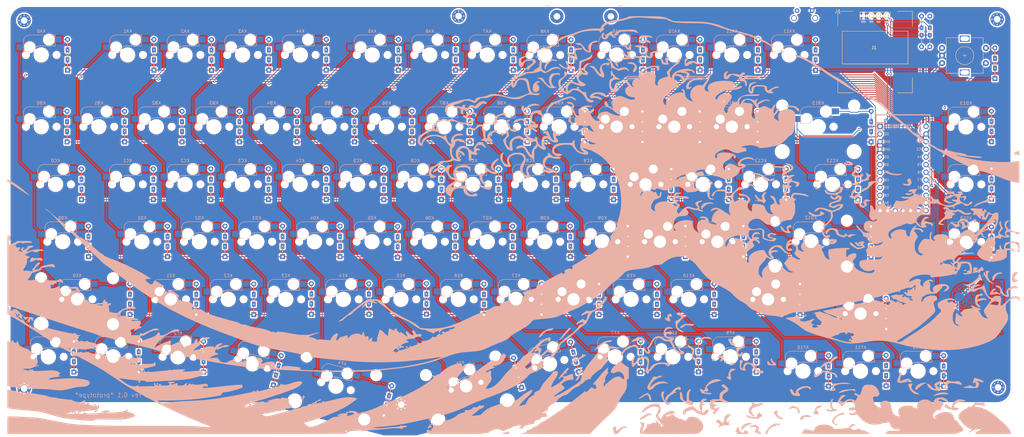
<source format=kicad_pcb>
(kicad_pcb (version 20171130) (host pcbnew "(5.1.10)-1")
  (layers (0 F.Cu signal) (31 B.Cu signal) (34 B.Paste user) (35 F.Paste user) (36 B.SilkS user hide) (37 F.SilkS user) (38 B.Mask user) (39 F.Mask user) (44 Edge.Cuts user))
  (net 0 "")
  (net 1 row00)
  (net 2 "Net-(DA0-Pad2)")
  (net 3 "Net-(DA1-Pad2)")
  (net 4 "Net-(DA2-Pad2)")
  (net 5 "Net-(DA3-Pad2)")
  (net 6 "Net-(DA4-Pad2)")
  (net 7 "Net-(DA5-Pad2)")
  (net 8 "Net-(DA6-Pad2)")
  (net 9 "Net-(DA7-Pad2)")
  (net 10 "Net-(DA8-Pad2)")
  (net 11 "Net-(DA9-Pad2)")
  (net 12 "Net-(DA10-Pad2)")
  (net 13 "Net-(DA11-Pad2)")
  (net 14 "Net-(DA12-Pad2)")
  (net 15 row01)
  (net 16 "Net-(DB0-Pad2)")
  (net 17 "Net-(DB1-Pad2)")
  (net 18 "Net-(DB2-Pad2)")
  (net 19 "Net-(DB3-Pad2)")
  (net 20 "Net-(DB4-Pad2)")
  (net 21 "Net-(DB5-Pad2)")
  (net 22 "Net-(DB6-Pad2)")
  (net 23 "Net-(DB7-Pad2)")
  (net 24 "Net-(DB8-Pad2)")
  (net 25 "Net-(DB9-Pad2)")
  (net 26 "Net-(DB10-Pad2)")
  (net 27 "Net-(DB11-Pad2)")
  (net 28 "Net-(DB12-Pad2)")
  (net 29 "Net-(DB13-Pad2)")
  (net 30 "Net-(DC0-Pad2)")
  (net 31 row02)
  (net 32 "Net-(DC1-Pad2)")
  (net 33 "Net-(DC2-Pad2)")
  (net 34 "Net-(DC3-Pad2)")
  (net 35 "Net-(DC4-Pad2)")
  (net 36 "Net-(DC5-Pad2)")
  (net 37 "Net-(DC6-Pad2)")
  (net 38 "Net-(DC7-Pad2)")
  (net 39 "Net-(DC8-Pad2)")
  (net 40 "Net-(DC9-Pad2)")
  (net 41 "Net-(DC10-Pad2)")
  (net 42 "Net-(DC11-Pad2)")
  (net 43 "Net-(DC12-Pad2)")
  (net 44 "Net-(DC13-Pad2)")
  (net 45 "Net-(DD0-Pad2)")
  (net 46 row03)
  (net 47 "Net-(DD1-Pad2)")
  (net 48 "Net-(DD2-Pad2)")
  (net 49 "Net-(DD3-Pad2)")
  (net 50 "Net-(DD4-Pad2)")
  (net 51 "Net-(DD5-Pad2)")
  (net 52 "Net-(DD6-Pad2)")
  (net 53 "Net-(DD7-Pad2)")
  (net 54 "Net-(DD8-Pad2)")
  (net 55 "Net-(DD9-Pad2)")
  (net 56 "Net-(DD10-Pad2)")
  (net 57 "Net-(DD11-Pad2)")
  (net 58 "Net-(DD12-Pad2)")
  (net 59 "Net-(DD13-Pad2)")
  (net 60 "Net-(DE0-Pad2)")
  (net 61 row04)
  (net 62 "Net-(DE1-Pad2)")
  (net 63 "Net-(DE2-Pad2)")
  (net 64 "Net-(DE3-Pad2)")
  (net 65 "Net-(DE4-Pad2)")
  (net 66 "Net-(DE5-Pad2)")
  (net 67 "Net-(DE6-Pad2)")
  (net 68 "Net-(DE7-Pad2)")
  (net 69 "Net-(DE8-Pad2)")
  (net 70 "Net-(DE9-Pad2)")
  (net 71 "Net-(DE10-Pad2)")
  (net 72 "Net-(DE11-Pad2)")
  (net 73 "Net-(DE12-Pad2)")
  (net 74 "Net-(DF0-Pad2)")
  (net 75 row05)
  (net 76 "Net-(DF1-Pad2)")
  (net 77 "Net-(DF2-Pad2)")
  (net 78 "Net-(DF3-Pad2)")
  (net 79 "Net-(DF4-Pad2)")
  (net 80 "Net-(DF5-Pad2)")
  (net 81 "Net-(DF6-Pad2)")
  (net 82 "Net-(DF7-Pad2)")
  (net 83 "Net-(DF8-Pad2)")
  (net 84 "Net-(DF9-Pad2)")
  (net 85 "Net-(DF10-Pad2)")
  (net 86 "Net-(DF11-Pad2)")
  (net 87 "Net-(DF12-Pad2)")
  (net 88 VCC)
  (net 89 GND)
  (net 90 SDA)
  (net 91 SCL)
  (net 92 ENCB)
  (net 93 ENCA)
  (net 94 col00)
  (net 95 col01)
  (net 96 col02)
  (net 97 col03)
  (net 98 col04)
  (net 99 col05)
  (net 100 col06)
  (net 101 col07)
  (net 102 col08)
  (net 103 col09)
  (net 104 col10)
  (net 105 col11)
  (net 106 col12)
  (net 107 "Net-(DE13-Pad2)")
  (net 108 "Net-(DF13-Pad2)")
  (net 109 /SW99B)
  (net 110 col13)
  (net 111 RESET)
  (module keyboard:OLED_128x64_I2C (layer F.Cu) (at 330.24 80.202)
    (fp_text reference J1 (at 0 0 180) (layer F.SilkS) (effects (font (size 1.27 1.27))))
    (fp_text value Conn_01x04)
    (fp_text user SDA (at 16.2 3.5 180) (layer B.SilkS) (effects (font (size 0.5 0.5) (thickness 0.1)) (justify mirror)))
    (fp_text user SCL (at 13.5 3.5 180) (layer B.SilkS) (effects (font (size 0.5 0.5) (thickness 0.1)) (justify mirror)))
    (fp_text user VCC (at 11.1 3.5 180) (layer B.SilkS) (effects (font (size 0.5 0.5) (thickness 0.1)) (justify mirror)))
    (fp_text user GND (at 8.5 3.5 180) (layer B.SilkS) (effects (font (size 0.5 0.5) (thickness 0.1)) (justify mirror)))
    (fp_text user %R (at 12 12 180) (layer F.SilkS))
    (fp_text user %R (at 12 12 180) (layer B.SilkS) (effects (justify mirror)))
    (fp_text user GND (at 8.5 3.5 180) (layer F.SilkS) (effects (font (size 0.5 0.5) (thickness 0.1))))
    (fp_text user VCC (at 11.1 3.5 180) (layer F.SilkS) (effects (font (size 0.5 0.5) (thickness 0.1))))
    (fp_text user SCL (at 13.5 3.5 180) (layer F.SilkS) (effects (font (size 0.5 0.5) (thickness 0.1))))
    (fp_text user SDA (at 16.2 3.5 180) (layer F.SilkS) (effects (font (size 0.5 0.5) (thickness 0.1))))
    (pad 2 thru_hole circle (at 11.08 1.5) (size 1.397 1.397) (drill 0.8128) (layers *.Cu *.Mask F.SilkS) (net 88 VCC))
    (pad 3 thru_hole circle (at 13.62 1.5) (size 1.397 1.397) (drill 0.8128) (layers *.Cu *.Mask F.SilkS) (net 91 SCL))
    (pad 4 thru_hole circle (at 16.16 1.5) (size 1.397 1.397) (drill 0.8128) (layers *.Cu *.Mask F.SilkS) (net 90 SDA))
    (pad 1 thru_hole circle (at 8.54 1.5) (size 1.397 1.397) (drill 0.8128) (layers *.Cu *.Mask F.SilkS) (net 89 GND))
  )
  (module keyboard:Elite-C-29pin-holes (layer F.Cu) (at 351.83 132.28 270)
    (fp_text reference U0 hide)
    (fp_text value Elite-C hide)
    (fp_text user D2 (at -11.43 5.461) (layer B.SilkS) (effects (font (size 0.8 0.8)) (justify mirror)))
    (fp_text user D0 (at -1.27 5.461) (layer B.SilkS) (effects (font (size 0.8 0.8)) (justify mirror)))
    (fp_text user D1 (at -3.81 5.461) (layer B.SilkS) (effects (font (size 0.8 0.8)) (justify mirror)))
    (fp_text user GND (at -6.35 5.461) (layer B.SilkS) (effects (font (size 0.8 0.8)) (justify mirror)))
    (fp_text user GND (at -8.89 5.461) (layer B.SilkS) (effects (font (size 0.8 0.8)) (justify mirror)))
    (fp_text user D4 (at 1.27 5.461) (layer B.SilkS) (effects (font (size 0.8 0.8)) (justify mirror)))
    (fp_text user C6 (at 3.81 5.461) (layer B.SilkS) (effects (font (size 0.8 0.8)) (justify mirror)))
    (fp_text user D7 (at 6.35 5.461) (layer B.SilkS) (effects (font (size 0.8 0.8)) (justify mirror)))
    (fp_text user E6 (at 8.89 5.461) (layer B.SilkS) (effects (font (size 0.8 0.8)) (justify mirror)))
    (fp_text user B4 (at 11.43 5.461) (layer B.SilkS) (effects (font (size 0.8 0.8)) (justify mirror)))
    (fp_text user B5 (at 12.7 6.4 135) (layer B.SilkS) (effects (font (size 0.7 0.7)) (justify mirror)))
    (fp_text user B3 (at 8.89 -5.461) (layer B.SilkS) (effects (font (size 0.8 0.8)) (justify mirror)))
    (fp_text user B1 (at 6.35 -5.461) (layer B.SilkS) (effects (font (size 0.8 0.8)) (justify mirror)))
    (fp_text user F4 (at -3.81 -5.461) (layer B.SilkS) (effects (font (size 0.8 0.8)) (justify mirror)))
    (fp_text user VCC (at -6.35 -5.461) (layer B.SilkS) (effects (font (size 0.8 0.8)) (justify mirror)))
    (fp_text user GND (at -11.43 -5.461) (layer B.SilkS) (effects (font (size 0.8 0.8)) (justify mirror)))
    (fp_text user B0 (at -13.97 -5.461) (layer B.SilkS) (effects (font (size 0.8 0.8)) (justify mirror)))
    (fp_text user F5 (at -1.27 -5.461) (layer B.SilkS) (effects (font (size 0.8 0.8)) (justify mirror)))
    (fp_text user F6 (at 1.27 -5.461) (layer B.SilkS) (effects (font (size 0.8 0.8)) (justify mirror)))
    (fp_text user F7 (at 3.81 -5.461) (layer B.SilkS) (effects (font (size 0.8 0.8)) (justify mirror)))
    (fp_text user B2 (at 11.43 -5.461) (layer B.SilkS) (effects (font (size 0.8 0.8)) (justify mirror)))
    (fp_text user TX0/D3 (at -13.97 3.571872) (layer B.SilkS) (effects (font (size 0.8 0.8)) (justify mirror)))
    (fp_text user RST (at -8.91 -5.5) (layer B.SilkS) (effects (font (size 0.8 0.8)) (justify mirror)))
    (fp_text user B7 (at 12.6 4.5) (layer B.SilkS) (effects (font (size 0.7 0.7)) (justify mirror)))
    (fp_text user F0 (at 12.6 -4.5) (layer B.SilkS) (effects (font (size 0.7 0.7)) (justify mirror)))
    (fp_text user B6 (at 12.7 -6.4 45 unlocked) (layer B.SilkS) (effects (font (size 0.7 0.7)) (justify mirror)))
    (fp_text user C7 (at 12.4 0) (layer B.SilkS) (effects (font (size 0.8 0.8)) (justify mirror)))
    (fp_text user F1 (at 12.4 -2.54) (layer B.SilkS) (effects (font (size 0.8 0.8)) (justify mirror)))
    (fp_text user D5 (at 12.4 2.54) (layer B.SilkS) (effects (font (size 0.8 0.8)) (justify mirror)))
    (pad 25 thru_hole circle (at 13.97 5.08 270) (size 1.7526 1.7526) (drill 1.0922) (layers *.Cu *.Mask) (net 99 col05))
    (pad 26 thru_hole circle (at 13.97 2.54 270) (size 1.7526 1.7526) (drill 1.0922) (layers *.Cu *.Mask) (net 98 col04))
    (pad 27 thru_hole circle (at 13.97 0 270) (size 1.7526 1.7526) (drill 1.0922) (layers *.Cu *.Mask) (net 97 col03))
    (pad 28 thru_hole circle (at 13.97 -2.54 270) (size 1.7526 1.7526) (drill 1.0922) (layers *.Cu *.Mask) (net 96 col02))
    (pad 29 thru_hole circle (at 13.97 -5.08 270) (size 1.7526 1.7526) (drill 1.0922) (layers *.Cu *.Mask) (net 95 col01))
    (pad 24 thru_hole circle (at -13.97 -7.62 270) (size 1.7526 1.7526) (drill 1.0922) (layers *.Cu *.Mask) (net 93 ENCA))
    (pad 12 thru_hole circle (at 13.97 7.62 270) (size 1.7526 1.7526) (drill 1.0922) (layers *.Cu *.Mask) (net 100 col06))
    (pad 23 thru_hole circle (at -11.43 -7.62 270) (size 1.7526 1.7526) (drill 1.0922) (layers *.Cu *.Mask) (net 89 GND))
    (pad 22 thru_hole circle (at -8.89 -7.62 270) (size 1.7526 1.7526) (drill 1.0922) (layers *.Cu *.Mask) (net 111 RESET))
    (pad 21 thru_hole circle (at -6.35 -7.62 270) (size 1.7526 1.7526) (drill 1.0922) (layers *.Cu *.Mask) (net 88 VCC))
    (pad 20 thru_hole circle (at -3.81 -7.62 270) (size 1.7526 1.7526) (drill 1.0922) (layers *.Cu *.Mask) (net 92 ENCB))
    (pad 19 thru_hole circle (at -1.27 -7.62 270) (size 1.7526 1.7526) (drill 1.0922) (layers *.Cu *.Mask) (net 75 row05))
    (pad 18 thru_hole circle (at 1.27 -7.62 270) (size 1.7526 1.7526) (drill 1.0922) (layers *.Cu *.Mask) (net 61 row04))
    (pad 17 thru_hole circle (at 3.81 -7.62 270) (size 1.7526 1.7526) (drill 1.0922) (layers *.Cu *.Mask) (net 46 row03))
    (pad 16 thru_hole circle (at 6.35 -7.62 270) (size 1.7526 1.7526) (drill 1.0922) (layers *.Cu *.Mask) (net 31 row02))
    (pad 15 thru_hole circle (at 8.89 -7.62 270) (size 1.7526 1.7526) (drill 1.0922) (layers *.Cu *.Mask) (net 15 row01))
    (pad 14 thru_hole circle (at 11.43 -7.62 270) (size 1.7526 1.7526) (drill 1.0922) (layers *.Cu *.Mask) (net 1 row00))
    (pad 13 thru_hole circle (at 13.97 -7.62 270) (size 1.7526 1.7526) (drill 1.0922) (layers *.Cu *.Mask) (net 94 col00))
    (pad 11 thru_hole circle (at 11.43 7.62 270) (size 1.7526 1.7526) (drill 1.0922) (layers *.Cu *.Mask) (net 101 col07))
    (pad 10 thru_hole circle (at 8.89 7.62 270) (size 1.7526 1.7526) (drill 1.0922) (layers *.Cu *.Mask) (net 102 col08))
    (pad 9 thru_hole circle (at 6.35 7.62 270) (size 1.7526 1.7526) (drill 1.0922) (layers *.Cu *.Mask) (net 103 col09))
    (pad 8 thru_hole circle (at 3.81 7.62 270) (size 1.7526 1.7526) (drill 1.0922) (layers *.Cu *.Mask) (net 104 col10))
    (pad 7 thru_hole circle (at 1.27 7.62 270) (size 1.7526 1.7526) (drill 1.0922) (layers *.Cu *.Mask) (net 105 col11))
    (pad 6 thru_hole circle (at -1.27 7.62 270) (size 1.7526 1.7526) (drill 1.0922) (layers *.Cu *.Mask) (net 91 SCL))
    (pad 5 thru_hole circle (at -3.81 7.62 270) (size 1.7526 1.7526) (drill 1.0922) (layers *.Cu *.Mask) (net 90 SDA))
    (pad 4 thru_hole circle (at -6.35 7.62 270) (size 1.7526 1.7526) (drill 1.0922) (layers *.Cu *.Mask) (net 89 GND))
    (pad 3 thru_hole circle (at -8.89 7.62 270) (size 1.7526 1.7526) (drill 1.0922) (layers *.Cu *.Mask) (net 89 GND))
    (pad 2 thru_hole circle (at -11.43 7.62 270) (size 1.7526 1.7526) (drill 1.0922) (layers *.Cu *.Mask) (net 106 col12))
    (pad 1 thru_hole rect (at -13.97 7.62 270) (size 1.7526 1.7526) (drill 1.0922) (layers *.Cu *.Mask) (net 110 col13))
  )
  (module keyboard:Ciaanh_signature_back (layer B.Cu) (at 372.16 174.952 90)
    (fp_text reference LogoMiddle0 hide)
    (fp_text value LOGO hide)
    (fp_poly (pts (xy 1.768899 2.657999) (xy 1.852303 2.681611) (xy 1.910168 2.714551) (xy 1.929472 2.748243) (xy 1.921194 2.816398) (xy 1.899168 2.917594) (xy 1.867605 3.03735) (xy 1.830716 3.161188) (xy 1.792712 3.274629) (xy 1.757805 3.363194) (xy 1.74068 3.397383) (xy 1.632548 3.540802) (xy 1.503256 3.639039) (xy 1.371424 3.687572) (xy 1.186778 3.712717) (xy 1.030772 3.701549) (xy 0.922218 3.666463) (xy 0.856164 3.626012) (xy 0.773625 3.560856) (xy 0.685512 3.481504) (xy 0.602739 3.398462) (xy 0.536218 3.322236) (xy 0.496861 3.263334) (xy 0.492642 3.252857) (xy 0.499246 3.197124) (xy 0.542838 3.132357) (xy 0.61404 3.070282) (xy 0.661634 3.041506) (xy 0.697063 3.026267) (xy 0.72762 3.027713) (xy 0.764324 3.051741) (xy 0.818195 3.104243) (xy 0.858662 3.14689) (xy 0.991186 3.267144) (xy 1.11446 3.337788) (xy 1.227204 3.359384) (xy 1.328133 3.332495) (xy 1.415966 3.25768) (xy 1.489421 3.135503) (xy 1.547214 2.966525) (xy 1.575601 2.832857) (xy 1.593206 2.738155) (xy 1.608999 2.683068) (xy 1.628622 2.656962) (xy 1.657716 2.649199) (xy 1.673189 2.648848) (xy 1.768899 2.657999)) (layer B.Cu) (width 0.01))
    (fp_poly (pts (xy -0.011089 -3.40863) (xy 0.015686 -3.399332) (xy 0.085827 -3.382503) (xy 0.1605 -3.398412) (xy 0.199731 -3.408804) (xy 0.243149 -3.40944) (xy 0.30093 -3.39816) (xy 0.383252 -3.372803) (xy 0.500292 -3.33121) (xy 0.532101 -3.319522) (xy 0.739475 -3.24022) (xy 0.925014 -3.163648) (xy 1.081674 -3.092955) (xy 1.202412 -3.031288) (xy 1.268634 -2.990405) (xy 1.326001 -2.928494) (xy 1.39113 -2.820913) (xy 1.462252 -2.671893) (xy 1.537604 -2.485663) (xy 1.615419 -2.266453) (xy 1.693931 -2.018494) (xy 1.738797 -1.864216) (xy 1.809174 -1.614638) (xy 1.750295 -1.534016) (xy 1.714369 -1.48712) (xy 1.653143 -1.409628) (xy 1.573543 -1.310209) (xy 1.482499 -1.197536) (xy 1.422013 -1.123193) (xy 1.098724 -0.71712) (xy 0.794929 -0.315915) (xy 0.520055 0.067923) (xy 0.483151 0.121407) (xy 0.404693 0.23435) (xy 0.332704 0.33552) (xy 0.27376 0.415848) (xy 0.234438 0.466267) (xy 0.226659 0.475034) (xy 0.1919 0.506468) (xy 0.166419 0.503626) (xy 0.129931 0.463877) (xy 0.128659 0.462334) (xy 0.077913 0.400807) (xy 0.037052 0.457957) (xy 0 0.5) (xy -0.025359 0.515107) (xy -0.045894 0.495208) (xy -0.090281 0.439796) (xy -0.153706 0.355296) (xy -0.231354 0.248132) (xy -0.318411 0.124731) (xy -0.325345 0.11477) (xy -0.495636 -0.127382) (xy -0.663467 -0.360926) (xy -0.823676 -0.578915) (xy -0.9711 -0.774402) (xy -1.100579 -0.940438) (xy -1.196544 -1.057817) (xy -1.326845 -1.212316) (xy -1.427865 -1.333389) (xy -1.503175 -1.426356) (xy -1.556346 -1.496539) (xy -1.590949 -1.54926) (xy -1.610555 -1.589839) (xy -1.618733 -1.623599) (xy -1.619056 -1.655861) (xy -1.616179 -1.683181) (xy -1.602976 -1.746369) (xy -1.575638 -1.847279) (xy -1.537422 -1.975904) (xy -1.491585 -2.122237) (xy -1.441384 -2.27627) (xy -1.390076 -2.427996) (xy -1.340919 -2.567407) (xy -1.297168 -2.684497) (xy -1.264323 -2.764284) (xy -1.206416 -2.867941) (xy -1.138162 -2.951711) (xy -1.113368 -2.973365) (xy -1.025391 -3.029802) (xy -0.898831 -3.096388) (xy -0.743722 -3.16855) (xy -0.5701 -3.241713) (xy -0.388 -3.311302) (xy -0.316576 -3.336579) (xy -0.194922 -3.377317) (xy -0.110322 -3.401608) (xy -0.052478 -3.411397) (xy -0.011089 -3.40863)) (layer B.Cu) (width 0.01))
    (fp_poly (pts (xy 2.1462 -3.025643) (xy 2.261197 -2.969421) (xy 2.335936 -2.895351) (xy 2.373335 -2.839236) (xy 2.413016 -2.767424) (xy 2.445751 -2.698183) (xy 2.462312 -2.649779) (xy 2.462872 -2.644092) (xy 2.444426 -2.632497) (xy 2.397456 -2.646358) (xy 2.334509 -2.681235) (xy 2.310472 -2.697993) (xy 2.210415 -2.749772) (xy 2.116918 -2.755833) (xy 2.036814 -2.715935) (xy 2.028273 -2.707895) (xy 1.993108 -2.659957) (xy 1.985137 -2.601788) (xy 1.990683 -2.554182) (xy 2.014116 -2.46659) (xy 2.058849 -2.376724) (xy 2.128677 -2.280384) (xy 2.227393 -2.173374) (xy 2.358793 -2.051495) (xy 2.526671 -1.910549) (xy 2.688296 -1.782403) (xy 2.961359 -1.557005) (xy 3.188343 -1.341011) (xy 3.372293 -1.130889) (xy 3.516255 -0.923108) (xy 3.623275 -0.714136) (xy 3.635735 -0.683958) (xy 3.673903 -0.544951) (xy 3.693496 -0.376947) (xy 3.694531 -0.198226) (xy 3.677023 -0.027068) (xy 3.640989 0.118248) (xy 3.635016 0.134107) (xy 3.591999 0.226952) (xy 3.537706 0.322027) (xy 3.479706 0.408424) (xy 3.425569 0.475231) (xy 3.382865 0.51154) (xy 3.370675 0.515081) (xy 3.342134 0.494533) (xy 3.300858 0.441401) (xy 3.266792 0.386187) (xy 3.194412 0.257319) (xy 3.273142 0.109608) (xy 3.313118 0.028869) (xy 3.336783 -0.040309) (xy 3.348284 -0.117052) (xy 3.351768 -0.220488) (xy 3.351872 -0.253605) (xy 3.34692 -0.379561) (xy 3.33358 -0.493582) (xy 3.314636 -0.574643) (xy 3.236457 -0.739415) (xy 3.112117 -0.921036) (xy 2.941291 -1.119897) (xy 2.72365 -1.336387) (xy 2.531474 -1.508853) (xy 2.29049 -1.724184) (xy 2.092087 -1.917371) (xy 1.934565 -2.091163) (xy 1.816221 -2.248311) (xy 1.735355 -2.391563) (xy 1.690264 -2.523669) (xy 1.679247 -2.647377) (xy 1.700603 -2.765438) (xy 1.720854 -2.818662) (xy 1.788855 -2.929828) (xy 1.880091 -2.998972) (xy 2.003816 -3.032886) (xy 2.014529 -3.034184) (xy 2.1462 -3.025643)) (layer B.Cu) (width 0.01))
    (fp_poly (pts (xy -0.95351 0.951563) (xy -0.848037 0.964206) (xy -0.77841 0.982207) (xy -0.712331 1.01894) (xy -0.64835 1.06854) (xy -0.601143 1.118124) (xy -0.585128 1.151881) (xy -0.607398 1.167767) (xy -0.664023 1.188363) (xy -0.702541 1.199041) (xy -0.799389 1.229823) (xy -0.903996 1.272245) (xy -0.939478 1.289173) (xy -1.038929 1.348085) (xy -1.164469 1.435313) (xy -1.306456 1.54306) (xy -1.455248 1.663534) (xy -1.601201 1.78894) (xy -1.734673 1.911483) (xy -1.840637 2.017623) (xy -1.92516 2.104359) (xy -1.99967 2.175194) (xy -2.056188 2.222915) (xy -2.086733 2.24031) (xy -2.086986 2.240301) (xy -2.131013 2.23101) (xy -2.200815 2.209983) (xy -2.231624 2.199469) (xy -2.300618 2.168914) (xy -2.346595 2.137124) (xy -2.354821 2.125719) (xy -2.347975 2.079674) (xy -2.30714 2.006418) (xy -2.237035 1.911643) (xy -2.142378 1.801039) (xy -2.027888 1.680295) (xy -1.898283 1.555102) (xy -1.831439 1.494523) (xy -1.715987 1.389905) (xy -1.603724 1.284248) (xy -1.505027 1.187587) (xy -1.430271 1.109955) (xy -1.409185 1.08623) (xy -1.290158 0.946907) (xy -1.076527 0.946907) (xy -0.95351 0.951563)) (layer B.Cu) (width 0.01))
    (fp_poly (pts (xy 2.132105 -1.74444) (xy 2.155814 -1.729745) (xy 2.22233 -1.681761) (xy 2.288489 -1.625962) (xy 2.321382 -1.592408) (xy 2.340298 -1.558505) (xy 2.347941 -1.510756) (xy 2.347013 -1.435665) (xy 2.342498 -1.3562) (xy 2.338776 -1.224443) (xy 2.346773 -1.102842) (xy 2.369284 -0.984563) (xy 2.409103 -0.86277) (xy 2.469026 -0.730627) (xy 2.551848 -0.5813) (xy 2.660363 -0.407954) (xy 2.797367 -0.203753) (xy 2.837632 -0.145293) (xy 3.039758 0.160223) (xy 3.202772 0.435867) (xy 3.327508 0.683151) (xy 3.413801 0.900585) (xy 3.448776 1.01909) (xy 3.468961 1.129172) (xy 3.477713 1.253596) (xy 3.478872 1.342146) (xy 3.477841 1.455703) (xy 3.472052 1.53944) (xy 3.457457 1.610718) (xy 3.430009 1.6869) (xy 3.385659 1.785349) (xy 3.365696 1.827645) (xy 3.286313 1.973765) (xy 3.191882 2.113432) (xy 3.08912 2.239516) (xy 2.984745 2.344886) (xy 2.885473 2.422414) (xy 2.798023 2.464967) (xy 2.759704 2.470907) (xy 2.731774 2.445968) (xy 2.704585 2.372997) (xy 2.691338 2.317877) (xy 2.675834 2.236842) (xy 2.667932 2.178843) (xy 2.668817 2.1581) (xy 2.848969 2.009848) (xy 2.983065 1.840245) (xy 3.071467 1.648551) (xy 3.114535 1.434025) (xy 3.116261 1.240321) (xy 3.108395 1.150426) (xy 3.095644 1.066324) (xy 3.075492 0.982722) (xy 3.045426 0.894327) (xy 3.00293 0.795843) (xy 2.94549 0.681978) (xy 2.87059 0.547437) (xy 2.775716 0.386925) (xy 2.658353 0.19515) (xy 2.515986 -0.033183) (xy 2.496696 -0.063939) (xy 2.362141 -0.283046) (xy 2.255286 -0.46945) (xy 2.173191 -0.630967) (xy 2.112918 -0.775417) (xy 2.071528 -0.910616) (xy 2.046081 -1.044382) (xy 2.033639 -1.184533) (xy 2.031072 -1.302525) (xy 2.033853 -1.426773) (xy 2.041345 -1.542695) (xy 2.052272 -1.634247) (xy 2.060564 -1.672936) (xy 2.080938 -1.7347) (xy 2.100281 -1.755848) (xy 2.132105 -1.74444)) (layer B.Cu) (width 0.01))
    (fp_poly (pts (xy 0.839784 1.258286) (xy 0.903721 1.277513) (xy 0.945042 1.295682) (xy 0.968191 1.322936) (xy 0.979566 1.373344) (xy 0.985371 1.457079) (xy 0.997757 1.562578) (xy 1.021235 1.666187) (xy 1.038953 1.717022) (xy 1.12677 1.859131) (xy 1.258881 1.988515) (xy 1.429674 2.101944) (xy 1.633538 2.196184) (xy 1.864862 2.268005) (xy 2.062758 2.306681) (xy 2.150843 2.342683) (xy 2.209094 2.417004) (xy 2.233706 2.524343) (xy 2.234272 2.545845) (xy 2.234272 2.623307) (xy 2.024722 2.621635) (xy 1.903442 2.616013) (xy 1.780748 2.60278) (xy 1.681712 2.584703) (xy 1.675472 2.583107) (xy 1.522483 2.533577) (xy 1.370822 2.464343) (xy 1.213593 2.371005) (xy 1.043905 2.249164) (xy 0.854864 2.094422) (xy 0.711644 1.96807) (xy 0.573317 1.843178) (xy 0.600211 1.642692) (xy 0.618591 1.532152) (xy 0.641885 1.428271) (xy 0.665332 1.352) (xy 0.667392 1.346957) (xy 0.70733 1.280767) (xy 0.761317 1.252232) (xy 0.839784 1.258286)) (layer B.Cu) (width 0.01))
    (fp_poly (pts (xy -2.573693 -2.267466) (xy -2.396861 -2.214158) (xy -2.230207 -2.124465) (xy -2.085038 -2.006793) (xy -1.972663 -1.869546) (xy -1.928563 -1.787932) (xy -1.900082 -1.712351) (xy -1.88079 -1.6293) (xy -1.868391 -1.524766) (xy -1.860585 -1.384733) (xy -1.860036 -1.370109) (xy -1.85659 -1.235381) (xy -1.858983 -1.134059) (xy -1.869129 -1.0489) (xy -1.888947 -0.962662) (xy -1.915085 -0.874809) (xy -1.955781 -0.764022) (xy -2.014145 -0.629188) (xy -2.081443 -0.489658) (xy -2.131352 -0.395671) (xy -2.21235 -0.254827) (xy -2.298869 -0.11189) (xy -2.386367 0.026414) (xy -2.470305 0.153356) (xy -2.546143 0.262207) (xy -2.609339 0.346238) (xy -2.655354 0.398722) (xy -2.677386 0.413507) (xy -2.716201 0.399463) (xy -2.777843 0.363638) (xy -2.816518 0.337147) (xy -2.876456 0.290306) (xy -2.914492 0.254) (xy -2.921614 0.241897) (xy -2.907834 0.215085) (xy -2.87032 0.154945) (xy -2.814441 0.069787) (xy -2.745565 -0.032081) (xy -2.728868 -0.056393) (xy -2.586972 -0.264102) (xy -2.472115 -0.437114) (xy -2.381242 -0.58166) (xy -2.311296 -0.703967) (xy -2.259221 -0.810267) (xy -2.221963 -0.906788) (xy -2.196466 -0.99976) (xy -2.179673 -1.095412) (xy -2.168656 -1.198468) (xy -2.162116 -1.37854) (xy -2.178003 -1.524101) (xy -2.218516 -1.64724) (xy -2.265449 -1.730744) (xy -2.37207 -1.85286) (xy -2.49588 -1.93173) (xy -2.62908 -1.968335) (xy -2.763869 -1.963657) (xy -2.892446 -1.918679) (xy -3.007013 -1.834382) (xy -3.099767 -1.711748) (xy -3.141601 -1.620457) (xy -3.17768 -1.530294) (xy -3.20478 -1.485834) (xy -3.227027 -1.483696) (xy -3.248548 -1.520504) (xy -3.252234 -1.52987) (xy -3.267981 -1.609705) (xy -3.255511 -1.702246) (xy -3.212698 -1.817049) (xy -3.16863 -1.906174) (xy -3.068238 -2.056036) (xy -2.947083 -2.169941) (xy -2.811789 -2.243868) (xy -2.668978 -2.273795) (xy -2.573693 -2.267466)) (layer B.Cu) (width 0.01))
    (fp_poly (pts (xy -0.499416 1.356649) (xy -0.473964 1.440811) (xy -0.451382 1.543436) (xy -0.43373 1.650337) (xy -0.423066 1.747327) (xy -0.421452 1.820218) (xy -0.427652 1.85096) (xy -0.459727 1.888703) (xy -0.523438 1.949927) (xy -0.61004 2.027295) (xy -0.710785 2.113472) (xy -0.816925 2.20112) (xy -0.919714 2.282904) (xy -1.010403 2.351486) (xy -1.080247 2.399531) (xy -1.085779 2.402942) (xy -1.178278 2.456339) (xy -1.262801 2.500245) (xy -1.329186 2.529902) (xy -1.367272 2.540551) (xy -1.372528 2.537245) (xy -1.376857 2.50957) (xy -1.387953 2.44794) (xy -1.397225 2.398417) (xy -1.408881 2.317126) (xy -1.411388 2.25328) (xy -1.408115 2.232217) (xy -1.381129 2.201642) (xy -1.322686 2.154234) (xy -1.244726 2.099564) (xy -1.233785 2.092426) (xy -1.058355 1.9598) (xy -0.931573 1.81917) (xy -0.851544 1.667634) (xy -0.816372 1.502292) (xy -0.814286 1.450056) (xy -0.810194 1.368945) (xy -0.800211 1.310398) (xy -0.790435 1.291108) (xy -0.752647 1.279102) (xy -0.685026 1.265865) (xy -0.653984 1.261202) (xy -0.540827 1.245692) (xy -0.499416 1.356649)) (layer B.Cu) (width 0.01))
    (fp_poly (pts (xy -3.097573 0.721971) (xy -3.030397 0.752932) (xy -3.022887 0.756732) (xy -2.952123 0.794947) (xy -2.902122 0.826335) (xy -2.887804 0.838875) (xy -2.887189 0.872521) (xy -2.898494 0.938506) (xy -2.912901 0.998108) (xy -2.937665 1.151437) (xy -2.941856 1.349675) (xy -2.940882 1.378707) (xy -2.93394 1.502159) (xy -2.921864 1.592699) (xy -2.900663 1.668197) (xy -2.866349 1.746529) (xy -2.85277 1.773511) (xy -2.797429 1.868711) (xy -2.734537 1.95831) (xy -2.689261 2.010744) (xy -2.561117 2.10996) (xy -2.398135 2.194928) (xy -2.215652 2.259341) (xy -2.029007 2.296896) (xy -1.982128 2.301451) (xy -1.842428 2.311739) (xy -1.827304 2.623307) (xy -2.025366 2.622357) (xy -2.203566 2.609805) (xy -2.364444 2.570894) (xy -2.388564 2.562595) (xy -2.556309 2.497269) (xy -2.688655 2.430983) (xy -2.800383 2.354874) (xy -2.906275 2.260078) (xy -2.92565 2.240557) (xy -3.043518 2.097445) (xy -3.151618 1.924598) (xy -3.239883 1.74069) (xy -3.298247 1.564396) (xy -3.304048 1.538579) (xy -3.322911 1.361752) (xy -3.31409 1.168656) (xy -3.27959 0.983636) (xy -3.251165 0.896107) (xy -3.210571 0.795992) (xy -3.177928 0.737559) (xy -3.143506 0.714866) (xy -3.097573 0.721971)) (layer B.Cu) (width 0.01))
    (fp_poly (pts (xy -1.703339 -2.988147) (xy -1.610398 -2.909957) (xy -1.564177 -2.845498) (xy -1.536742 -2.786893) (xy -1.522379 -2.693004) (xy -1.523944 -2.57781) (xy -1.540124 -2.46779) (xy -1.554969 -2.418593) (xy -1.595887 -2.332887) (xy -1.652886 -2.236917) (xy -1.718448 -2.140784) (xy -1.785058 -2.054587) (xy -1.8452 -1.988428) (xy -1.891357 -1.952406) (xy -1.90464 -1.948693) (xy -1.931635 -1.96537) (xy -1.977152 -2.006753) (xy -1.990076 -2.019933) (xy -2.045093 -2.09362) (xy -2.053436 -2.153973) (xy -2.01589 -2.205933) (xy -1.977875 -2.247214) (xy -1.928412 -2.313455) (xy -1.90159 -2.353716) (xy -1.854215 -2.45149) (xy -1.829672 -2.552211) (xy -1.828733 -2.642919) (xy -1.852171 -2.710653) (xy -1.878859 -2.7352) (xy -1.966568 -2.759862) (xy -2.061149 -2.740313) (xy -2.15848 -2.683423) (xy -2.221106 -2.641895) (xy -2.265927 -2.619279) (xy -2.279123 -2.618221) (xy -2.282137 -2.65268) (xy -2.264182 -2.714555) (xy -2.231595 -2.788425) (xy -2.190714 -2.858867) (xy -2.16742 -2.890051) (xy -2.060094 -2.985146) (xy -1.942212 -3.033364) (xy -1.820913 -3.034449) (xy -1.703339 -2.988147)) (layer B.Cu) (width 0.01))
    (fp_poly (pts (xy 2.239087 1.703842) (xy 2.29246 1.759317) (xy 2.358263 1.841636) (xy 2.429541 1.942502) (xy 2.45527 1.981864) (xy 2.529912 2.117232) (xy 2.593429 2.26756) (xy 2.640067 2.416333) (xy 2.664076 2.547035) (xy 2.666072 2.587106) (xy 2.646377 2.750645) (xy 2.591968 2.91806) (xy 2.509852 3.076199) (xy 2.407039 3.211909) (xy 2.290539 3.312036) (xy 2.274492 3.321907) (xy 2.194556 3.358657) (xy 2.100958 3.387102) (xy 2.007675 3.404863) (xy 1.928686 3.409565) (xy 1.877968 3.39883) (xy 1.869363 3.390794) (xy 1.861559 3.34466) (xy 1.864635 3.330449) (xy 1.877843 3.285692) (xy 1.896973 3.214801) (xy 1.903751 3.188626) (xy 1.935532 3.106077) (xy 1.986947 3.054438) (xy 2.012955 3.039676) (xy 2.156632 2.946559) (xy 2.25318 2.835709) (xy 2.302649 2.706773) (xy 2.305086 2.559398) (xy 2.260543 2.393232) (xy 2.169067 2.207921) (xy 2.136472 2.154784) (xy 2.092726 2.078443) (xy 2.063668 2.01308) (xy 2.056472 1.982489) (xy 2.067024 1.935677) (xy 2.093659 1.867828) (xy 2.128841 1.7941) (xy 2.165037 1.729648) (xy 2.194711 1.689629) (xy 2.205101 1.683507) (xy 2.239087 1.703842)) (layer B.Cu) (width 0.01))
    (fp_poly (pts (xy 2.598241 1.175051) (xy 2.6271 1.186206) (xy 2.715454 1.249293) (xy 2.772107 1.347839) (xy 2.793034 1.474699) (xy 2.793072 1.480715) (xy 2.783954 1.575304) (xy 2.760679 1.642907) (xy 2.729364 1.678798) (xy 2.696126 1.678249) (xy 2.667081 1.636533) (xy 2.653925 1.588257) (xy 2.616513 1.479604) (xy 2.553069 1.414564) (xy 2.463651 1.393175) (xy 2.378223 1.406174) (xy 2.281034 1.457203) (xy 2.188107 1.551036) (xy 2.104442 1.679682) (xy 2.035036 1.835149) (xy 1.984886 2.009447) (xy 1.977388 2.047047) (xy 1.959324 2.137108) (xy 1.942713 2.187863) (xy 1.921271 2.210214) (xy 1.888713 2.215063) (xy 1.880631 2.214901) (xy 1.805542 2.204235) (xy 1.745322 2.187385) (xy 1.699207 2.157143) (xy 1.677623 2.104733) (xy 1.680223 2.023532) (xy 1.706661 1.906919) (xy 1.727071 1.838476) (xy 1.8148 1.615309) (xy 1.924084 1.435485) (xy 2.053918 1.300223) (xy 2.2033 1.21074) (xy 2.261869 1.189907) (xy 2.394457 1.158355) (xy 2.500913 1.153461) (xy 2.598241 1.175051)) (layer B.Cu) (width 0.01))
    (fp_poly (pts (xy 0.939613 2.60619) (xy 1.012484 2.622564) (xy 1.076945 2.648296) (xy 1.164918 2.692511) (xy 1.262503 2.747098) (xy 1.355797 2.803947) (xy 1.4309 2.854945) (xy 1.473604 2.891613) (xy 1.487533 2.92648) (xy 1.480463 2.982086) (xy 1.457274 3.054636) (xy 1.4283 3.125725) (xy 1.402895 3.171998) (xy 1.391501 3.182107) (xy 1.3617 3.169685) (xy 1.300951 3.136812) (xy 1.221309 3.090081) (xy 1.204941 3.080121) (xy 1.034414 2.989828) (xy 0.8855 2.942888) (xy 0.753361 2.939283) (xy 0.633161 2.978995) (xy 0.520063 3.062006) (xy 0.504083 3.077518) (xy 0.409472 3.199608) (xy 0.365472 3.326015) (xy 0.37208 3.4567) (xy 0.429294 3.59162) (xy 0.537112 3.730736) (xy 0.538315 3.73201) (xy 0.66684 3.867907) (xy 0.578012 3.867907) (xy 0.492527 3.8521) (xy 0.407019 3.81267) (xy 0.402878 3.809949) (xy 0.340336 3.753263) (xy 0.276595 3.673001) (xy 0.247315 3.625799) (xy 0.206837 3.540732) (xy 0.185549 3.45887) (xy 0.178067 3.35669) (xy 0.177713 3.321807) (xy 0.198846 3.137834) (xy 0.259053 2.972869) (xy 0.352433 2.831853) (xy 0.473082 2.719733) (xy 0.615096 2.641453) (xy 0.772574 2.601957) (xy 0.939613 2.60619)) (layer B.Cu) (width 0.01))
    (fp_poly (pts (xy -2.150723 1.172822) (xy -2.053737 1.202456) (xy -1.958579 1.243554) (xy -1.877307 1.289417) (xy -1.82198 1.333347) (xy -1.804328 1.365228) (xy -1.82261 1.401169) (xy -1.868924 1.451954) (xy -1.897448 1.477165) (xy -1.990567 1.553922) (xy -2.061903 1.493897) (xy -2.137623 1.443541) (xy -2.222484 1.404438) (xy -2.22556 1.403403) (xy -2.292784 1.386507) (xy -2.340659 1.394558) (xy -2.384955 1.42265) (xy -2.442239 1.489914) (xy -2.477614 1.576005) (xy -2.500298 1.656115) (xy -2.521488 1.691451) (xy -2.54812 1.687335) (xy -2.581301 1.655596) (xy -2.614148 1.598584) (xy -2.628458 1.513609) (xy -2.629828 1.462856) (xy -2.626388 1.377431) (xy -2.610777 1.32199) (xy -2.575066 1.275897) (xy -2.548402 1.250985) (xy -2.434758 1.180892) (xy -2.299888 1.155681) (xy -2.150723 1.172822)) (layer B.Cu) (width 0.01))
    (fp_poly (pts (xy 1.228263 0.951316) (xy 1.343424 0.955724) (xy 1.419152 0.961899) (xy 1.466796 0.972991) (xy 1.497706 0.992152) (xy 1.52323 1.022533) (xy 1.532578 1.035807) (xy 1.577106 1.091342) (xy 1.644721 1.166244) (xy 1.721469 1.24511) (xy 1.728175 1.251707) (xy 1.87075 1.391407) (xy 1.789613 1.525188) (xy 1.744901 1.597657) (xy 1.710485 1.651148) (xy 1.695721 1.671724) (xy 1.671499 1.662691) (xy 1.614769 1.628745) (xy 1.533855 1.575194) (xy 1.437083 1.507343) (xy 1.431569 1.503376) (xy 1.236491 1.370788) (xy 1.069117 1.274645) (xy 0.924625 1.212372) (xy 0.843622 1.189468) (xy 0.787664 1.171566) (xy 0.76136 1.151922) (xy 0.761072 1.150068) (xy 0.778878 1.123018) (xy 0.824797 1.075762) (xy 0.869022 1.035846) (xy 0.976972 0.943026) (xy 1.228263 0.951316)) (layer B.Cu) (width 0.01))
    (fp_poly (pts (xy -2.39061 -1.80224) (xy -2.345139 -1.753267) (xy -2.326717 -1.728034) (xy -2.263074 -1.634375) (xy -2.612519 -1.277184) (xy -2.782272 -1.098913) (xy -2.916209 -0.946619) (xy -3.018245 -0.81462) (xy -3.092294 -0.697235) (xy -3.14227 -0.588784) (xy -3.172087 -0.483584) (xy -3.176645 -0.458392) (xy -3.190707 -0.239945) (xy -3.160009 -0.042986) (xy -3.086777 0.130308) (xy -2.973237 0.277762) (xy -2.821615 0.397199) (xy -2.634136 0.486443) (xy -2.413026 0.543319) (xy -2.160512 0.565651) (xy -2.128848 0.565907) (xy -1.938929 0.55825) (xy -1.755115 0.536714) (xy -1.585506 0.503445) (xy -1.438202 0.460595) (xy -1.321304 0.41031) (xy -1.242913 0.354739) (xy -1.220285 0.324899) (xy -1.197078 0.239989) (xy -1.217154 0.167247) (xy -1.273177 0.11455) (xy -1.357809 0.089776) (xy -1.435156 0.094167) (xy -1.499462 0.11898) (xy -1.57009 0.164345) (xy -1.632258 0.218291) (xy -1.67118 0.268844) (xy -1.677328 0.290274) (xy -1.688311 0.31642) (xy -1.71736 0.305466) (xy -1.758626 0.265133) (xy -1.80626 0.203139) (xy -1.854414 0.127204) (xy -1.897238 0.045046) (xy -1.928884 -0.035614) (xy -1.931909 -0.045718) (xy -1.951332 -0.160388) (xy -1.955403 -0.29816) (xy -1.944735 -0.435265) (xy -1.919939 -0.547933) (xy -1.918911 -0.550894) (xy -1.889631 -0.612137) (xy -1.841405 -0.691449) (xy -1.782203 -0.778041) (xy -1.71999 -0.861125) (xy -1.662737 -0.92991) (xy -1.61841 -0.973609) (xy -1.599425 -0.983493) (xy -1.578311 -0.961712) (xy -1.561751 -0.913643) (xy -1.514975 -0.750668) (xy -1.454666 -0.636338) (xy -1.380539 -0.570253) (xy -1.303377 -0.551693) (xy -1.262511 -0.547005) (xy -1.248298 -0.525264) (xy -1.258008 -0.474959) (xy -1.273865 -0.427187) (xy -1.291301 -0.359552) (xy -1.285566 -0.333787) (xy -1.261242 -0.352707) (xy -1.231771 -0.401339) (xy -1.199336 -0.505524) (xy -1.1904 -0.633827) (xy -1.20558 -0.765011) (xy -1.219729 -0.817184) (xy -1.236554 -0.879861) (xy -1.239917 -0.9191) (xy -1.238107 -0.923182) (xy -1.216296 -0.911818) (xy -1.170751 -0.867059) (xy -1.107601 -0.796606) (xy -1.032972 -0.708158) (xy -0.952993 -0.609417) (xy -0.873791 -0.508084) (xy -0.801495 -0.411859) (xy -0.742232 -0.328444) (xy -0.702129 -0.26554) (xy -0.687317 -0.230991) (xy -0.707122 -0.218934) (xy -0.7686 -0.232424) (xy -0.799619 -0.242984) (xy -0.869502 -0.263547) (xy -0.918582 -0.269609) (xy -0.929879 -0.266209) (xy -0.935648 -0.23031) (xy -0.925141 -0.164162) (xy -0.902856 -0.083874) (xy -0.873289 -0.005558) (xy -0.840937 0.054677) (xy -0.839918 0.056109) (xy -0.799872 0.092464) (xy -0.724606 0.144391) (xy -0.624565 0.205211) (xy -0.510197 0.268242) (xy -0.499535 0.273807) (xy -0.206138 0.426207) (xy -0.102291 0.703485) (xy -0.034667 0.903027) (xy 0.010061 1.086438) (xy 0.033917 1.269672) (xy 0.038924 1.468684) (xy 0.027105 1.699429) (xy 0.025921 1.714433) (xy 0.004356 1.933295) (xy -0.025555 2.166148) (xy -0.061304 2.396836) (xy -0.100388 2.609202) (xy -0.1403 2.78709) (xy -0.140636 2.788407) (xy -0.202293 2.973068) (xy -0.28972 3.155773) (xy -0.396068 3.326629) (xy -0.514489 3.475742) (xy -0.638135 3.59322) (xy -0.745691 3.66251) (xy -0.854524 3.696906) (xy -0.988167 3.713266) (xy -1.12342 3.710162) (xy -1.220293 3.691774) (xy -1.353313 3.63593) (xy -1.460869 3.560597) (xy -1.498716 3.52027) (xy -1.553189 3.451019) (xy -1.406645 3.376918) (xy -1.321962 3.336791) (xy -1.264399 3.31913) (xy -1.217332 3.320575) (xy -1.181161 3.331362) (xy -1.076776 3.356925) (xy -0.982726 3.347552) (xy -0.89201 3.310168) (xy -0.750163 3.209456) (xy -0.630224 3.063826) (xy -0.532586 2.87438) (xy -0.457639 2.642219) (xy -0.405777 2.368443) (xy -0.37739 2.054153) (xy -0.371802 1.848607) (xy -0.369228 1.442207) (xy -0.451532 1.273991) (xy -0.509941 1.17078) (xy -0.580061 1.069579) (xy -0.638671 1.000941) (xy -0.693516 0.947954) (xy -0.737413 0.916722) (xy -0.786765 0.901478) (xy -0.857972 0.896455) (xy -0.937367 0.895925) (xy -1.034614 0.89785) (xy -1.167022 0.903256) (xy -1.319129 0.911378) (xy -1.475476 0.921456) (xy -1.519829 0.924667) (xy -1.89275 0.938046) (xy -2.227165 0.919541) (xy -2.524354 0.868849) (xy -2.7856 0.78567) (xy -3.012183 0.669703) (xy -3.19407 0.531114) (xy -3.344215 0.36128) (xy -3.449875 0.166994) (xy -3.510953 -0.051491) (xy -3.52735 -0.293922) (xy -3.525963 -0.332073) (xy -3.500384 -0.540662) (xy -3.442527 -0.737238) (xy -3.348793 -0.928779) (xy -3.215585 -1.122264) (xy -3.039305 -1.324673) (xy -2.98582 -1.379776) (xy -2.87859 -1.483383) (xy -2.766826 -1.583181) (xy -2.658352 -1.673008) (xy -2.560989 -1.746704) (xy -2.482558 -1.798107) (xy -2.430884 -1.821058) (xy -2.42475 -1.821693) (xy -2.39061 -1.80224)) (layer B.Cu) (width 0.01))
    (fp_poly (pts (xy -0.084596 2.975667) (xy -0.057456 3.029298) (xy -0.032166 3.108759) (xy -0.01239 3.201714) (xy -0.001792 3.295825) (xy -0.000928 3.327176) (xy -0.022766 3.478656) (xy -0.082814 3.62596) (xy -0.172879 3.752994) (xy -0.25423 3.824622) (xy -0.312868 3.852441) (xy -0.377672 3.866191) (xy -0.431616 3.864443) (xy -0.457675 3.845768) (xy -0.458128 3.84173) (xy -0.44048 3.810728) (xy -0.395754 3.762071) (xy -0.367931 3.73636) (xy -0.286933 3.653739) (xy -0.236554 3.568296) (xy -0.210422 3.464386) (xy -0.202196 3.329418) (xy -0.194504 3.20004) (xy -0.175936 3.089114) (xy -0.149027 3.006781) (xy -0.11631 2.963182) (xy -0.10992 2.960204) (xy -0.084596 2.975667)) (layer B.Cu) (width 0.01))
    (fp_poly (pts (xy 0.600466 -4.240612) (xy 0.973914 -4.181374) (xy 1.261722 -4.114144) (xy 1.533367 -4.02999) (xy 1.806464 -3.922732) (xy 2.094572 -3.78821) (xy 2.507839 -3.554839) (xy 2.889853 -3.282559) (xy 3.238624 -2.973987) (xy 3.552162 -2.631739) (xy 3.828479 -2.25843) (xy 4.065585 -1.856675) (xy 4.261491 -1.429091) (xy 4.414209 -0.978293) (xy 4.499296 -0.626096) (xy 4.519738 -0.51805) (xy 4.534862 -0.418455) (xy 4.545417 -0.316498) (xy 4.552151 -0.201364) (xy 4.555812 -0.062242) (xy 4.557149 0.111681) (xy 4.557186 0.210307) (xy 4.554716 0.457891) (xy 4.546807 0.666991) (xy 4.531799 0.849781) (xy 4.508032 1.018435) (xy 4.473847 1.185127) (xy 4.427585 1.362032) (xy 4.377265 1.530366) (xy 4.217348 1.972436) (xy 4.022014 2.380534) (xy 3.787932 2.760071) (xy 3.511772 3.116459) (xy 3.196154 3.449386) (xy 2.853588 3.751752) (xy 2.498454 4.009439) (xy 2.12498 4.225422) (xy 1.727397 4.402674) (xy 1.299933 4.54417) (xy 0.875372 4.645311) (xy 0.748044 4.664129) (xy 0.582258 4.678928) (xy 0.39021 4.689514) (xy 0.184099 4.695691) (xy -0.023878 4.697267) (xy -0.221524 4.694045) (xy -0.396642 4.685832) (xy -0.537033 4.672433) (xy -0.565098 4.668279) (xy -1.047098 4.565816) (xy -1.506143 4.419501) (xy -1.940332 4.23038) (xy -2.347763 3.999499) (xy -2.726535 3.727904) (xy -3.074745 3.41664) (xy -3.317211 3.154853) (xy -3.610205 2.773916) (xy -3.858711 2.371068) (xy -4.061966 1.94948) (xy -4.21921 1.512324) (xy -4.32968 1.062771) (xy -4.392615 0.603995) (xy -4.402933 0.276348) (xy -4.036727 0.276348) (xy -4.028055 0.537246) (xy -4.007909 0.782772) (xy -3.976542 0.997833) (xy -3.966229 1.048507) (xy -3.843809 1.494475) (xy -3.678168 1.917226) (xy -3.471837 2.31438) (xy -3.227345 2.683557) (xy -2.947221 3.022379) (xy -2.633994 3.328464) (xy -2.290194 3.599434) (xy -1.91835 3.83291) (xy -1.520991 4.026512) (xy -1.100647 4.17786) (xy -0.659847 4.284575) (xy -0.497797 4.311439) (xy -0.324023 4.330394) (xy -0.121239 4.342296) (xy 0.093195 4.346938) (xy 0.301917 4.344112) (xy 0.487567 4.33361) (xy 0.575084 4.324286) (xy 1.031272 4.239559) (xy 1.468192 4.109362) (xy 1.883167 3.935603) (xy 2.273517 3.720189) (xy 2.636564 3.465026) (xy 2.969629 3.172021) (xy 3.270034 2.843081) (xy 3.535099 2.480113) (xy 3.762148 2.085024) (xy 3.784971 2.039107) (xy 3.967148 1.611705) (xy 4.099173 1.176776) (xy 4.180933 0.735326) (xy 4.212313 0.288363) (xy 4.193199 -0.163104) (xy 4.123477 -0.618069) (xy 4.098772 -0.729493) (xy 3.973543 -1.154019) (xy 3.803507 -1.559813) (xy 3.591821 -1.943698) (xy 3.341642 -2.302497) (xy 3.056126 -2.633035) (xy 2.73843 -2.932135) (xy 2.391711 -3.19662) (xy 2.019127 -3.423314) (xy 1.623834 -3.609041) (xy 1.208988 -3.750623) (xy 1.057357 -3.789729) (xy 0.758889 -3.850652) (xy 0.474261 -3.887045) (xy 0.182053 -3.900904) (xy -0.087729 -3.896482) (xy -0.538062 -3.853911) (xy -0.973503 -3.764421) (xy -1.391335 -3.630409) (xy -1.788845 -3.454273) (xy -2.163318 -3.238413) (xy -2.512038 -2.985228) (xy -2.832291 -2.697115) (xy -3.121363 -2.376473) (xy -3.376537 -2.025701) (xy -3.5951 -1.647197) (xy -3.774336 -1.243361) (xy -3.91153 -0.816589) (xy -3.991363 -0.447638) (xy -4.018635 -0.231188) (xy -4.033671 0.015172) (xy -4.036727 0.276348) (xy -4.402933 0.276348) (xy -4.407254 0.139167) (xy -4.372836 -0.328543) (xy -4.288599 -0.79596) (xy -4.277104 -0.843793) (xy -4.210625 -1.092517) (xy -4.138886 -1.312478) (xy -4.053857 -1.525635) (xy -3.947507 -1.753951) (xy -3.935308 -1.778627) (xy -3.70362 -2.189921) (xy -3.434647 -2.568967) (xy -3.131596 -2.914195) (xy -2.797671 -3.224038) (xy -2.43608 -3.496926) (xy -2.050027 -3.73129) (xy -1.642718 -3.925562) (xy -1.217358 -4.078171) (xy -0.777155 -4.18755) (xy -0.325312 -4.252129) (xy 0.134963 -4.270339) (xy 0.600466 -4.240612)) (layer B.Cu) (width 0.01))
    (fp_poly (pts (xy 1.793824 -0.95149) (xy 1.859491 -0.887466) (xy 1.882722 -0.862843) (xy 1.996211 -0.724613) (xy 2.069275 -0.59042) (xy 2.108247 -0.444449) (xy 2.119465 -0.271795) (xy 2.116499 -0.153053) (xy 2.105722 -0.065417) (xy 2.083327 0.010649) (xy 2.049719 0.086124) (xy 2.004256 0.169938) (xy 1.958429 0.240048) (xy 1.930525 0.272853) (xy 1.896768 0.298984) (xy 1.869943 0.297075) (xy 1.833923 0.262323) (xy 1.813096 0.237872) (xy 1.722651 0.153085) (xy 1.627972 0.101879) (xy 1.537336 0.083907) (xy 1.459021 0.098822) (xy 1.401302 0.146278) (xy 1.372457 0.225929) (xy 1.370672 0.256396) (xy 1.395718 0.333592) (xy 1.470487 0.403128) (xy 1.594427 0.464611) (xy 1.726272 0.507107) (xy 1.839776 0.528641) (xy 1.988804 0.54375) (xy 2.158438 0.552032) (xy 2.333761 0.553087) (xy 2.499854 0.546514) (xy 2.641801 0.531912) (xy 2.642978 0.531735) (xy 2.784985 0.510263) (xy 2.824303 0.595235) (xy 2.865755 0.6912) (xy 2.883116 0.753268) (xy 2.877387 0.791712) (xy 2.849571 0.816803) (xy 2.846103 0.818712) (xy 2.72782 0.863586) (xy 2.562007 0.896919) (xy 2.348279 0.918736) (xy 2.08625 0.929061) (xy 1.775535 0.927918) (xy 1.41575 0.915334) (xy 1.370672 0.913127) (xy 1.214638 0.905649) (xy 1.100634 0.901662) (xy 1.019976 0.901686) (xy 0.96398 0.906239) (xy 0.923962 0.915841) (xy 0.89124 0.93101) (xy 0.871561 0.942959) (xy 0.788916 1.015524) (xy 0.705027 1.123795) (xy 0.629797 1.253917) (xy 0.596456 1.327907) (xy 0.570474 1.423274) (xy 0.55128 1.557511) (xy 0.539366 1.719077) (xy 0.535221 1.896434) (xy 0.539337 2.078042) (xy 0.552205 2.252362) (xy 0.555772 2.284497) (xy 0.58519 2.533935) (xy 0.463581 2.641145) (xy 0.396341 2.69704) (xy 0.34194 2.736183) (xy 0.314731 2.749331) (xy 0.300421 2.726044) (xy 0.280734 2.661158) (xy 0.257871 2.563306) (xy 0.234032 2.441121) (xy 0.229207 2.413757) (xy 0.189677 2.159109) (xy 0.159533 1.90948) (xy 0.139129 1.672294) (xy 0.128819 1.45498) (xy 0.128959 1.264962) (xy 0.139901 1.109669) (xy 0.161638 0.997707) (xy 0.187182 0.922122) (xy 0.225575 0.817638) (xy 0.270127 0.702248) (xy 0.289088 0.654807) (xy 0.381522 0.426207) (xy 0.677945 0.271879) (xy 0.793784 0.208595) (xy 0.896431 0.147032) (xy 0.975465 0.093816) (xy 1.02046 0.055576) (xy 1.022912 0.052531) (xy 1.052257 -0.005075) (xy 1.074846 -0.081532) (xy 1.0878 -0.159922) (xy 1.088238 -0.223327) (xy 1.075085 -0.253899) (xy 1.038956 -0.255014) (xy 0.976592 -0.240847) (xy 0.957855 -0.234802) (xy 0.891984 -0.217937) (xy 0.863365 -0.224267) (xy 0.862672 -0.227829) (xy 0.877085 -0.258384) (xy 0.916088 -0.320327) (xy 0.973324 -0.404758) (xy 1.042438 -0.502779) (xy 1.117073 -0.60549) (xy 1.190872 -0.703993) (xy 1.257481 -0.789389) (xy 1.302626 -0.843793) (xy 1.354161 -0.897958) (xy 1.392415 -0.928862) (xy 1.405109 -0.931702) (xy 1.40588 -0.90179) (xy 1.391823 -0.841401) (xy 1.380147 -0.804702) (xy 1.35631 -0.689185) (xy 1.356686 -0.566552) (xy 1.379428 -0.45464) (xy 1.422689 -0.371284) (xy 1.425343 -0.368202) (xy 1.459239 -0.332064) (xy 1.466821 -0.333693) (xy 1.458105 -0.361193) (xy 1.439474 -0.426076) (xy 1.427696 -0.481843) (xy 1.425193 -0.532139) (xy 1.450791 -0.549961) (xy 1.483243 -0.551694) (xy 1.560475 -0.575329) (xy 1.63006 -0.63919) (xy 1.685146 -0.73271) (xy 1.718882 -0.845319) (xy 1.72613 -0.926343) (xy 1.732097 -0.96892) (xy 1.753011 -0.977971) (xy 1.793824 -0.95149)) (layer B.Cu) (width 0.01))
    (fp_poly (pts (xy -1.560608 1.846886) (xy -1.543698 1.880908) (xy -1.540073 1.893057) (xy -1.529126 1.946406) (xy -1.514255 2.038788) (xy -1.49693 2.158721) (xy -1.478621 2.294725) (xy -1.460798 2.435319) (xy -1.444931 2.569022) (xy -1.432489 2.684353) (xy -1.424943 2.769831) (xy -1.423357 2.804699) (xy -1.423866 2.846698) (xy -1.431004 2.876603) (xy -1.453142 2.900953) (xy -1.498649 2.926285) (xy -1.575895 2.959139) (xy -1.668409 2.996125) (xy -1.706422 2.989831) (xy -1.713854 2.981455) (xy -1.721157 2.947917) (xy -1.730318 2.873325) (xy -1.74036 2.767348) (xy -1.750311 2.639652) (xy -1.75437 2.579673) (xy -1.763832 2.439452) (xy -1.773253 2.310812) (xy -1.781727 2.205402) (xy -1.788349 2.134868) (xy -1.7901 2.120293) (xy -1.79143 2.065573) (xy -1.772422 2.018469) (xy -1.724845 1.962479) (xy -1.69829 1.936143) (xy -1.629346 1.872173) (xy -1.586305 1.843197) (xy -1.560608 1.846886)) (layer B.Cu) (width 0.01))
    (fp_poly (pts (xy -0.541111 2.61263) (xy -0.517045 2.64771) (xy -0.527405 2.712076) (xy -0.561087 2.798635) (xy -0.600092 2.877618) (xy -0.63526 2.917427) (xy -0.674054 2.928107) (xy -0.768309 2.946717) (xy -0.895451 3.002109) (xy -1.054035 3.09362) (xy -1.100028 3.12311) (xy -1.268686 3.229108) (xy -1.407573 3.306125) (xy -1.525683 3.358011) (xy -1.632011 3.388616) (xy -1.735552 3.401791) (xy -1.752886 3.402553) (xy -1.855822 3.400926) (xy -1.952199 3.391001) (xy -2.007528 3.378797) (xy -2.10457 3.327097) (xy -2.206728 3.240228) (xy -2.302244 3.130934) (xy -2.379359 3.01196) (xy -2.412362 2.940019) (xy -2.445415 2.844778) (xy -2.471795 2.755551) (xy -2.483091 2.705857) (xy -2.487227 2.65434) (xy -2.472688 2.628572) (xy -2.431375 2.626707) (xy -2.355194 2.646904) (xy -2.301826 2.664587) (xy -2.212523 2.705506) (xy -2.140798 2.767491) (xy -2.092493 2.82861) (xy -1.9833 2.952331) (xy -1.868593 3.028324) (xy -1.750673 3.05508) (xy -1.746847 3.055107) (xy -1.665141 3.03966) (xy -1.548332 2.994801) (xy -1.401067 2.922749) (xy -1.227994 2.825725) (xy -1.087317 2.739961) (xy -0.985799 2.678662) (xy -0.907981 2.640367) (xy -0.836165 2.618638) (xy -0.752652 2.607039) (xy -0.713166 2.603876) (xy -0.604763 2.600223) (xy -0.541111 2.61263)) (layer B.Cu) (width 0.01))
    (fp_poly (pts (xy 2.958138 -2.25369) (xy 3.086543 -2.18693) (xy 3.206386 -2.086115) (xy 3.309407 -1.959303) (xy 3.387345 -1.814553) (xy 3.424695 -1.697619) (xy 3.435033 -1.609299) (xy 3.427858 -1.532243) (xy 3.405845 -1.480289) (xy 3.379941 -1.466093) (xy 3.359019 -1.488074) (xy 3.331642 -1.544332) (xy 3.314959 -1.58952) (xy 3.247126 -1.732119) (xy 3.150439 -1.851062) (xy 3.034916 -1.935258) (xy 2.981986 -1.958004) (xy 2.868118 -1.981906) (xy 2.76153 -1.978039) (xy 2.679512 -1.94727) (xy 2.673027 -1.942512) (xy 2.636511 -1.940062) (xy 2.572536 -1.971862) (xy 2.510894 -2.014232) (xy 2.379905 -2.110387) (xy 2.436613 -2.156306) (xy 2.507415 -2.196917) (xy 2.60788 -2.235082) (xy 2.717034 -2.264287) (xy 2.813903 -2.278016) (xy 2.829432 -2.278336) (xy 2.958138 -2.25369)) (layer B.Cu) (width 0.01))
    (fp_text user Ciaanh (at 3.71 3.56 135 unlocked) (layer B.Cu) (effects (justify mirror)))
  )
  (module keyboard:RotaryEncoder_Alps_EC11E-Switch_Vertical_H20mm (layer F.Cu) (at 372.25 94.86)
    (fp_text reference SW99 hide)
    (fp_text value Rotary_Encoder_Switch)
    (pad A thru_hole circle (at -7.5 -2.5) (size 2 2) (drill 1) (layers *.Cu *.Mask) (net 93 ENCA))
    (pad C thru_hole circle (at -7.5 0) (size 2 2) (drill 1) (layers *.Cu *.Mask) (net 89 GND))
    (pad B thru_hole circle (at -7.5 2.5) (size 2 2) (drill 1) (layers *.Cu *.Mask) (net 92 ENCB))
    (pad MP thru_hole rect (at 0 -5.6) (size 3.2 2) (drill oval 2.8 1.5) (layers *.Cu *.Mask))
    (pad MP thru_hole rect (at 0 5.6) (size 3.2 2) (drill oval 2.8 1.5) (layers *.Cu *.Mask))
    (pad S2 thru_hole circle (at 7 -2.5) (size 2 2) (drill 1) (layers *.Cu *.Mask) (net 109 /SW99B))
    (pad S1 thru_hole circle (at 7 2.5) (size 2 2) (drill 1) (layers *.Cu *.Mask) (net 110 col13))
  )
  (module keyboard:oshw (layer B.Cu) (at 382.67 185.422 270)
    (fp_text reference LogoMiddle2 hide)
    (fp_text value oshw_logo hide)
    (fp_poly (pts (xy 0.033713 1.976836) (xy 0.060461 1.976757) (xy 0.086332 1.976631) (xy 0.110932 1.97646) (xy 0.133869 1.976242) (xy 0.154751 1.975979) (xy 0.173184 1.97567) (xy 0.188777 1.975314) (xy 0.201137 1.974913) (xy 0.20987 1.974467) (xy 0.214586 1.973974) (xy 0.21532 1.973696) (xy 0.215864 1.971118) (xy 0.2172 1.964262) (xy 0.219279 1.953395) (xy 0.222052 1.938778) (xy 0.225468 1.920677) (xy 0.22948 1.899356) (xy 0.234036 1.875078) (xy 0.239088 1.848107) (xy 0.244586 1.818708) (xy 0.250481 1.787145) (xy 0.256722 1.753681) (xy 0.263261 1.718581) (xy 0.270047 1.682108) (xy 0.273722 1.662345) (xy 0.331054 1.353879) (xy 0.364686 1.346305) (xy 0.447844 1.325219) (xy 0.529942 1.299682) (xy 0.610757 1.269787) (xy 0.690064 1.235625) (xy 0.76764 1.197288) (xy 0.843261 1.154867) (xy 0.865815 1.141183) (xy 0.875724 1.135286) (xy 0.884342 1.130576) (xy 0.890869 1.127459) (xy 0.894508 1.12634) (xy 0.894866 1.126416) (xy 0.89705 1.12789) (xy 0.902818 1.131827) (xy 0.911948 1.138072) (xy 0.924218 1.146474) (xy 0.939404 1.15688) (xy 0.957285 1.169137) (xy 0.977638 1.183093) (xy 1.00024 1.198596) (xy 1.024869 1.215491) (xy 1.051302 1.233628) (xy 1.079317 1.252853) (xy 1.108691 1.273014) (xy 1.139203 1.293958) (xy 1.153917 1.30406) (xy 1.184868 1.325298) (xy 1.214779 1.345804) (xy 1.243428 1.365426) (xy 1.270596 1.384014) (xy 1.296059 1.401416) (xy 1.319595 1.417481) (xy 1.340985 1.432059) (xy 1.360005 1.444999) (xy 1.376434 1.456149) (xy 1.390051 1.465358) (xy 1.400633 1.472475) (xy 1.407959 1.47735) (xy 1.411808 1.479831) (xy 1.412355 1.480128) (xy 1.414242 1.478536) (xy 1.419104 1.473944) (xy 1.426663 1.466633) (xy 1.436641 1.456879) (xy 1.448758 1.44496) (xy 1.462737 1.431156) (xy 1.478299 1.415744) (xy 1.495165 1.399003) (xy 1.513057 1.381211) (xy 1.531697 1.362646) (xy 1.550805 1.343586) (xy 1.570104 1.32431) (xy 1.589315 1.305096) (xy 1.608159 1.286221) (xy 1.626358 1.267966) (xy 1.643633 1.250607) (xy 1.659707 1.234423) (xy 1.6743 1.219692) (xy 1.687134 1.206692) (xy 1.69793 1.195702) (xy 1.706411 1.187) (xy 1.712297 1.180864) (xy 1.71531 1.177573) (xy 1.715654 1.17709) (xy 1.714371 1.175017) (xy 1.710624 1.16936) (xy 1.704563 1.160343) (xy 1.69634 1.148186) (xy 1.686107 1.133113) (xy 1.674016 1.115345) (xy 1.660217 1.095105) (xy 1.644863 1.072615) (xy 1.628105 1.048097) (xy 1.610094 1.021774) (xy 1.590983 0.993867) (xy 1.570922 0.964599) (xy 1.550064 0.934192) (xy 1.540933 0.920889) (xy 1.519775 0.890051) (xy 1.499351 0.860247) (xy 1.479811 0.8317) (xy 1.461309 0.804634) (xy 1.443994 0.77927) (xy 1.42802 0.755833) (xy 1.413537 0.734544) (xy 1.400698 0.715628) (xy 1.389653 0.699307) (xy 1.380555 0.685804) (xy 1.373555 0.675342) (xy 1.368805 0.668144) (xy 1.366456 0.664433) (xy 1.366222 0.663966) (xy 1.367428 0.661258) (xy 1.370734 0.655464) (xy 1.375686 0.647342) (xy 1.381827 0.637651) (xy 1.384293 0.633846) (xy 1.407424 0.596966) (xy 1.430914 0.556893) (xy 1.454053 0.514926) (xy 1.476133 0.472364) (xy 1.496445 0.430508) (xy 1.502898 0.4165) (xy 1.52193 0.37235) (xy 1.54051 0.32497) (xy 1.55817 0.275727) (xy 1.574442 0.225991) (xy 1.588857 0.177131) (xy 1.600946 0.130516) (xy 1.601339 0.128865) (xy 1.609948 0.092629) (xy 1.619506 0.090611) (xy 1.622932 0.089945) (xy 1.630618 0.088489) (xy 1.642285 0.086296) (xy 1.657653 0.083417) (xy 1.676441 0.079905) (xy 1.698369 0.075812) (xy 1.723158 0.071191) (xy 1.750526 0.066092) (xy 1.780194 0.06057) (xy 1.811883 0.054676) (xy 1.845311 0.048462) (xy 1.880198 0.04198) (xy 1.916266 0.035283) (xy 1.920572 0.034483) (xy 2.212081 -0.019627) (xy 2.212095 -0.23468) (xy 2.212094 -0.271089) (xy 2.212081 -0.303156) (xy 2.212053 -0.331157) (xy 2.212003 -0.355368) (xy 2.211927 -0.376064) (xy 2.21182 -0.393523) (xy 2.211676 -0.40802) (xy 2.211489 -0.419831) (xy 2.211256 -0.429233) (xy 2.210971 -0.4365) (xy 2.210628 -0.44191) (xy 2.210223 -0.445739) (xy 2.209751 -0.448261) (xy 2.209206 -0.449755) (xy 2.208583 -0.450495) (xy 2.208068 -0.450719) (xy 2.205336 -0.451256) (xy 2.198336 -0.452584) (xy 2.187343 -0.454653) (xy 2.172629 -0.457412) (xy 2.154467 -0.46081) (xy 2.133132 -0.464795) (xy 2.108896 -0.469317) (xy 2.082033 -0.474325) (xy 2.052816 -0.479767) (xy 2.021518 -0.485593) (xy 1.988413 -0.491752) (xy 1.953774 -0.498193) (xy 1.917875 -0.504865) (xy 1.912763 -0.505814) (xy 1.6215 -0.559924) (xy 1.612995 -0.600348) (xy 1.593611 -0.681838) (xy 1.569948 -0.762634) (xy 1.542186 -0.842286) (xy 1.510504 -0.920342) (xy 1.475082 -0.996355) (xy 1.4361 -1.069873) (xy 1.404188 -1.123825) (xy 1.397619 -1.134508) (xy 1.391889 -1.143978) (xy 1.38746 -1.151463) (xy 1.384792 -1.156188) (xy 1.384264 -1.157269) (xy 1.38537 -1.15966) (xy 1.389025 -1.165709) (xy 1.395142 -1.175288) (xy 1.403632 -1.188264) (xy 1.414408 -1.204507) (xy 1.42738 -1.223884) (xy 1.442462 -1.246266) (xy 1.459564 -1.271521) (xy 1.4786 -1.299518) (xy 1.49948 -1.330126) (xy 1.522116 -1.363213) (xy 1.546421 -1.398649) (xy 1.548577 -1.401788) (xy 1.56918 -1.431811) (xy 1.589047 -1.46081) (xy 1.608021 -1.488555) (xy 1.625947 -1.514815) (xy 1.642669 -1.539361) (xy 1.65803 -1.561962) (xy 1.671874 -1.582387) (xy 1.684045 -1.600406) (xy 1.694387 -1.615789) (xy 1.702743 -1.628305) (xy 1.708958 -1.637723) (xy 1.712875 -1.643814) (xy 1.714339 -1.646346) (xy 1.714345 -1.646381) (xy 1.712765 -1.648479) (xy 1.708131 -1.653593) (xy 1.700672 -1.66149) (xy 1.690616 -1.671937) (xy 1.678192 -1.684701) (xy 1.663628 -1.69955) (xy 1.647153 -1.716251) (xy 1.628995 -1.73457) (xy 1.609383 -1.754276) (xy 1.588545 -1.775135) (xy 1.56671 -1.796914) (xy 1.563171 -1.800437) (xy 1.411841 -1.951029) (xy 1.202952 -1.807712) (xy 1.174336 -1.788078) (xy 1.146298 -1.768841) (xy 1.119131 -1.750203) (xy 1.093132 -1.732364) (xy 1.068594 -1.715529) (xy 1.045812 -1.699898) (xy 1.025081 -1.685675) (xy 1.006695 -1.67306) (xy 0.990949 -1.662257) (xy 0.978138 -1.653467) (xy 0.968556 -1.646892) (xy 0.962648 -1.642838) (xy 0.931233 -1.621282) (xy 0.909539 -1.635769) (xy 0.895989 -1.644625) (xy 0.880894 -1.65416) (xy 0.864723 -1.664106) (xy 0.847947 -1.674197) (xy 0.831039 -1.684164) (xy 0.814468 -1.69374) (xy 0.798706 -1.702657) (xy 0.784224 -1.710648) (xy 0.771492 -1.717444) (xy 0.760982 -1.72278) (xy 0.753166 -1.726386) (xy 0.748513 -1.727995) (xy 0.747423 -1.727872) (xy 0.746463 -1.725625) (xy 0.743842 -1.719363) (xy 0.739666 -1.709341) (xy 0.734039 -1.695811) (xy 0.727066 -1.679027) (xy 0.718852 -1.659242) (xy 0.709503 -1.636709) (xy 0.699122 -1.611682) (xy 0.687815 -1.584415) (xy 0.675687 -1.555159) (xy 0.662842 -1.524169) (xy 0.649386 -1.491699) (xy 0.635423 -1.458) (xy 0.621059 -1.423327) (xy 0.606397 -1.387933) (xy 0.591544 -1.352071) (xy 0.576604 -1.315995) (xy 0.561682 -1.279957) (xy 0.546882 -1.244212) (xy 0.53231 -1.209012) (xy 0.518071 -1.174611) (xy 0.504269 -1.141262) (xy 0.49101 -1.109218) (xy 0.478398 -1.078733) (xy 0.466538 -1.05006) (xy 0.455535 -1.023453) (xy 0.445494 -0.999163) (xy 0.43652 -0.977446) (xy 0.428718 -0.958554) (xy 0.422193 -0.942741) (xy 0.417049 -0.930259) (xy 0.413392 -0.921363) (xy 0.411326 -0.916305) (xy 0.410917 -0.91528) (xy 0.410569 -0.913148) (xy 0.411538 -0.910818) (xy 0.414341 -0.907827) (xy 0.419496 -0.903708) (xy 0.427521 -0.897996) (xy 0.438322 -0.890637) (xy 0.465557 -0.871542) (xy 0.490465 -0.852449) (xy 0.514338 -0.832283) (xy 0.538468 -0.80997) (xy 0.55535 -0.793358) (xy 0.578856 -0.769066) (xy 0.599494 -0.746169) (xy 0.618234 -0.723491) (xy 0.636043 -0.699858) (xy 0.653893 -0.674094) (xy 0.654557 -0.6731) (xy 0.686082 -0.621845) (xy 0.713287 -0.569088) (xy 0.736216 -0.51471) (xy 0.75491 -0.458592) (xy 0.769412 -0.400615) (xy 0.779765 -0.340661) (xy 0.782974 -0.314036) (xy 0.784085 -0.300052) (xy 0.784904 -0.282714) (xy 0.785428 -0.263084) (xy 0.785657 -0.242223) (xy 0.785592 -0.221194) (xy 0.785232 -0.201059) (xy 0.784576 -0.18288) (xy 0.783623 -0.16772) (xy 0.783039 -0.161636) (xy 0.774528 -0.102351) (xy 0.762512 -0.045778) (xy 0.746827 0.008561) (xy 0.727307 0.061144) (xy 0.703788 0.112449) (xy 0.676104 0.162954) (xy 0.664218 0.182419) (xy 0.631139 0.230781) (xy 0.594405 0.276477) (xy 0.554261 0.319314) (xy 0.510952 0.359101) (xy 0.464721 0.395646) (xy 0.415813 0.428757) (xy 0.364473 0.45824) (xy 0.310946 0.483906) (xy 0.255476 0.505561) (xy 0.250536 0.507259) (xy 0.215173 0.518124) (xy 0.177009 0.527767) (xy 0.137786 0.535819) (xy 0.099243 0.541911) (xy 0.073891 0.544783) (xy 0.05885 0.545831) (xy 0.040429 0.546577) (xy 0.019803 0.547021) (xy -0.001852 0.54716) (xy -0.02336 0.546995) (xy -0.043547 0.546524) (xy -0.061236 0.545746) (xy -0.072737 0.544908) (xy -0.131527 0.537201) (xy -0.189177 0.525116) (xy -0.245469 0.508802) (xy -0.300185 0.488406) (xy -0.353111 0.464075) (xy -0.404027 0.435958) (xy -0.452717 0.404201) (xy -0.498964 0.368953) (xy -0.542552 0.330361) (xy -0.583262 0.288573) (xy -0.620878 0.243737) (xy -0.655183 0.195999) (xy -0.68596 0.145508) (xy -0.700725 0.117764) (xy -0.724681 0.066401) (xy -0.744489 0.014892) (xy -0.760385 -0.03755) (xy -0.772608 -0.091718) (xy -0.781396 -0.1484) (xy -0.781741 -0.151245) (xy -0.783343 -0.168408) (xy -0.784534 -0.188983) (xy -0.785305 -0.211783) (xy -0.785647 -0.235624) (xy -0.785552 -0.259318) (xy -0.78501 -0.281679) (xy -0.784012 -0.301522) (xy -0.78296 -0.314036) (xy -0.774632 -0.373667) (xy -0.762312 -0.431188) (xy -0.745881 -0.486998) (xy -0.725226 -0.541496) (xy -0.702235 -0.591127) (xy -0.672996 -0.644032) (xy -0.64001 -0.694278) (xy -0.603401 -0.741728) (xy -0.56329 -0.786242) (xy -0.519802 -0.827682) (xy -0.47306 -0.865909) (xy -0.432288 -0.894828) (xy -0.423302 -0.901037) (xy -0.416049 -0.906512) (xy -0.411233 -0.910687) (xy -0.409558 -0.912996) (xy -0.409579 -0.913079) (xy -0.410557 -0.915435) (xy -0.413215 -0.921846) (xy -0.417466 -0.932103) (xy -0.423222 -0.945994) (xy -0.430397 -0.963308) (xy -0.438902 -0.983836) (xy -0.448651 -1.007365) (xy -0.459555 -1.033686) (xy -0.471529 -1.062587) (xy -0.484484 -1.093858) (xy -0.498334 -1.127289) (xy -0.51299 -1.162667) (xy -0.528366 -1.199784) (xy -0.544374 -1.238427) (xy -0.560927 -1.278386) (xy -0.575627 -1.313872) (xy -0.592625 -1.354904) (xy -0.609178 -1.394863) (xy -0.625198 -1.433532) (xy -0.640595 -1.470697) (xy -0.65528 -1.506142) (xy -0.669165 -1.539653) (xy -0.682159 -1.571014) (xy -0.694174 -1.60001) (xy -0.70512 -1.626426) (xy -0.714909 -1.650046) (xy -0.723451 -1.670656) (xy -0.730657 -1.688041) (xy -0.736439 -1.701984) (xy -0.740705 -1.712271) (xy -0.743369 -1.718688) (xy -0.744301 -1.720926) (xy -0.747974 -1.729662) (xy -0.762492 -1.722354) (xy -0.777861 -1.714313) (xy -0.79614 -1.704254) (xy -0.816397 -1.692725) (xy -0.837703 -1.680277) (xy -0.859128 -1.667458) (xy -0.879742 -1.654816) (xy -0.898615 -1.642903) (xy -0.91302 -1.633473) (xy -0.922014 -1.627809) (xy -0.928952 -1.624162) (xy -0.933158 -1.622869) (xy -0.933887 -1.623056) (xy -0.936083 -1.624593) (xy -0.941807 -1.628547) (xy -0.950778 -1.634725) (xy -0.962717 -1.642936) (xy -0.977341 -1.652987) (xy -0.99437 -1.664684) (xy -1.013522 -1.677835) (xy -1.034518 -1.692247) (xy -1.057075 -1.707727) (xy -1.080912 -1.724084) (xy -1.105749 -1.741123) (xy -1.131305 -1.758654) (xy -1.157298 -1.776481) (xy -1.183448 -1.794414) (xy -1.209473 -1.812259) (xy -1.235093 -1.829823) (xy -1.260027 -1.846915) (xy -1.283993 -1.86334) (xy -1.30671 -1.878907) (xy -1.327898 -1.893423) (xy -1.347275 -1.906694) (xy -1.364561 -1.918529) (xy -1.379474 -1.928735) (xy -1.391734 -1.937118) (xy -1.401059 -1.943487) (xy -1.407168 -1.947648) (xy -1.409781 -1.949408) (xy -1.409841 -1.949446) (xy -1.411791 -1.948062) (xy -1.416767 -1.943628) (xy -1.424538 -1.936368) (xy -1.434873 -1.926506) (xy -1.447543 -1.914269) (xy -1.462317 -1.899879) (xy -1.478964 -1.883562) (xy -1.497253 -1.865542) (xy -1.516955 -1.846045) (xy -1.53784 -1.825294) (xy -1.559675 -1.803514) (xy -1.564275 -1.798916) (xy -1.592142 -1.771012) (xy -1.616825 -1.746223) (xy -1.638437 -1.724431) (xy -1.657089 -1.705521) (xy -1.672898 -1.689373) (xy -1.685975 -1.675871) (xy -1.696433 -1.664898) (xy -1.704388 -1.656336) (xy -1.709951 -1.650069) (xy -1.713236 -1.645978) (xy -1.714358 -1.643947) (xy -1.714324 -1.643763) (xy -1.712798 -1.641499) (xy -1.708816 -1.635658) (xy -1.702537 -1.626473) (xy -1.694118 -1.614173) (xy -1.683719 -1.598991) (xy -1.671497 -1.581158) (xy -1.657612 -1.560903) (xy -1.642221 -1.538459) (xy -1.625482 -1.514057) (xy -1.607555 -1.487927) (xy -1.588598 -1.4603) (xy -1.568768 -1.431409) (xy -1.548225 -1.401482) (xy -1.547767 -1.400815) (xy -1.527244 -1.370906) (xy -1.507457 -1.342047) (xy -1.488565 -1.314465) (xy -1.470722 -1.288391) (xy -1.454085 -1.264054) (xy -1.438811 -1.241681) (xy -1.425055 -1.221504) (xy -1.412973 -1.203749) (xy -1.402722 -1.188647) (xy -1.394458 -1.176427) (xy -1.388337 -1.167318) (xy -1.384514 -1.161548) (xy -1.383147 -1.159347) (xy -1.383146 -1.159337) (xy -1.384305 -1.156859) (xy -1.387481 -1.151251) (xy -1.39222 -1.143285) (xy -1.398071 -1.133733) (xy -1.399599 -1.131276) (xy -1.44246 -1.058318) (xy -1.481619 -0.982889) (xy -1.516917 -0.905384) (xy -1.548195 -0.826197) (xy -1.575294 -0.745723) (xy -1.598056 -0.664355) (xy -1.611987 -0.60393) (xy -1.614844 -0.590396) (xy -1.617389 -0.578533) (xy -1.61947 -0.569035) (xy -1.620933 -0.562595) (xy -1.621626 -0.559908) (xy -1.621649 -0.559872) (xy -1.623936 -0.559424) (xy -1.630494 -0.558185) (xy -1.641054 -0.556206) (xy -1.655346 -0.553536) (xy -1.6731 -0.550226) (xy -1.694047 -0.546326) (xy -1.717916 -0.541887) (xy -1.74444 -0.536957) (xy -1.773346 -0.531589) (xy -1.804367 -0.52583) (xy -1.837232 -0.519733) (xy -1.871672 -0.513346) (xy -1.907416 -0.506721) (xy -1.911927 -0.505885) (xy -1.947916 -0.499214) (xy -1.982697 -0.492763) (xy -2.015995 -0.486584) (xy -2.047536 -0.480727) (xy -2.077043 -0.475245) (xy -2.10424 -0.470187) (xy -2.128854 -0.465606) (xy -2.150607 -0.461553) (xy -2.169224 -0.458078) (xy -2.18443 -0.455235) (xy -2.195949 -0.453072) (xy -2.203506 -0.451643) (xy -2.206825 -0.450998) (xy -2.206914 -0.450978) (xy -2.212109 -0.449772) (xy -2.212096 -0.234699) (xy -2.212082 -0.019627) (xy -1.9148 0.035405) (xy -1.878373 0.042151) (xy -1.84317 0.048675) (xy -1.80946 0.054928) (xy -1.777515 0.060858) (xy -1.747604 0.066416) (xy -1.719997 0.07155) (xy -1.694965 0.076212) (xy -1.672779 0.08035) (xy -1.653707 0.083914) (xy -1.638022 0.086854) (xy -1.625992 0.089119) (xy -1.617889 0.090659) (xy -1.613982 0.091424) (xy -1.613679 0.091492) (xy -1.611829 0.093193) (xy -1.609741 0.097631) (xy -1.607259 0.10528) (xy -1.604224 0.116613) (xy -1.601251 0.128824) (xy -1.581053 0.204918) (xy -1.556542 0.281116) (xy -1.527969 0.356828) (xy -1.495587 0.431465) (xy -1.459647 0.504438) (xy -1.420403 0.575156) (xy -1.387111 0.629228) (xy -1.380166 0.640141) (xy -1.374199 0.649782) (xy -1.369628 0.657454) (xy -1.366871 0.662458) (xy -1.366244 0.664012) (xy -1.367524 0.666179) (xy -1.371269 0.671928) (xy -1.377329 0.681036) (xy -1.385551 0.693279) (xy -1.395785 0.708435) (xy -1.407878 0.72628) (xy -1.421679 0.746592) (xy -1.437036 0.769148) (xy -1.453798 0.793724) (xy -1.471812 0.820097) (xy -1.490929 0.848045) (xy -1.510995 0.877345) (xy -1.531859 0.907773) (xy -1.540934 0.920996) (xy -1.562086 0.951823) (xy -1.582506 0.981605) (xy -1.602042 1.01012) (xy -1.620542 1.037147) (xy -1.637854 1.062463) (xy -1.653827 1.085845) (xy -1.668309 1.107072) (xy -1.68115 1.125922) (xy -1.692196 1.142172) (xy -1.701298 1.1556) (xy -1.708303 1.165984) (xy -1.71306 1.173102) (xy -1.715417 1.176731) (xy -1.715655 1.177164) (xy -1.714061 1.179045) (xy -1.709465 1.183898) (xy -1.702147 1.191446) (xy -1.692383 1.20141) (xy -1.680453 1.213512) (xy -1.666636 1.227473) (xy -1.651209 1.243017) (xy -1.634452 1.259863) (xy -1.616642 1.277734) (xy -1.598059 1.296353) (xy -1.578981 1.31544) (xy -1.559686 1.334718) (xy -1.540454 1.353907) (xy -1.521562 1.372732) (xy -1.503289 1.390912) (xy -1.485913 1.408169) (xy -1.469714 1.424227) (xy -1.454969 1.438805) (xy -1.441957 1.451627) (xy -1.430957 1.462414) (xy -1.422248 1.470888) (xy -1.416107 1.47677) (xy -1.412813 1.479782) (xy -1.41233 1.480128) (xy -1.410223 1.478845) (xy -1.404532 1.475095) (xy -1.395479 1.469031) (xy -1.383286 1.460804) (xy -1.368174 1.450563) (xy -1.350365 1.43846) (xy -1.330082 1.424647) (xy -1.307544 1.409274) (xy -1.282975 1.392492) (xy -1.256595 1.374452) (xy -1.228626 1.355306) (xy -1.199291 1.335204) (xy -1.16881 1.314297) (xy -1.153895 1.30406) (xy -1.122926 1.282799) (xy -1.092988 1.26225) (xy -1.064305 1.242565) (xy -1.037099 1.223896) (xy -1.011593 1.206397) (xy -0.988008 1.190219) (xy -0.966568 1.175515) (xy -0.947495 1.162437) (xy -0.931012 1.15114) (xy -0.917341 1.141774) (xy -0.906704 1.134493) (xy -0.899325 1.129449) (xy -0.895425 1.126794) (xy -0.894856 1.126416) (xy -0.892046 1.126987) (xy -0.886152 1.129655) (xy -0.877973 1.134014) (xy -0.868307 1.139659) (xy -0.865816 1.141183) (xy -0.792332 1.183985) (xy -0.71674 1.22297) (xy -0.6394 1.257992) (xy -0.56067 1.288903) (xy -0.480907 1.315556) (xy -0.400471 1.337806) (xy -0.364688 1.346223) (xy -0.331058 1.353706) (xy -0.273695 1.662258) (xy -0.266795 1.699355) (xy -0.260117 1.735219) (xy -0.25371 1.769587) (xy -0.247625 1.802194) (xy -0.24191 1.832776) (xy -0.236616 1.861071) (xy -0.231791 1.886812) (xy -0.227485 1.909737) (xy -0.223748 1.929582) (xy -0.220629 1.946082) (xy -0.218178 1.958974) (xy -0.216444 1.967993) (xy -0.215477 1.972875) (xy -0.215292 1.973696) (xy -0.212854 1.974213) (xy -0.20619 1.974684) (xy -0.195694 1.975109) (xy -0.181757 1.975488) (xy -0.164773 1.975822) (xy -0.145133 1.976109) (xy -0.123231 1.976351) (xy -0.099459 1.976547) (xy -0.074209 1.976696) (xy -0.047875 1.9768) (xy -0.020848 1.976858) (xy 0.006479 1.97687) (xy 0.033713 1.976836)) (layer B.Cu) (width 0.01))
  )
  (module keyboard:cc (layer B.Cu) (at 383 175.142 270)
    (fp_text reference LogoMiddle1 hide)
    (fp_text value cc_logo hide)
    (fp_poly (pts (xy 3.114611 1.170276) (xy 3.17569 1.16388) (xy 3.233941 1.151611) (xy 3.283354 1.135928) (xy 3.341015 1.110996) (xy 3.394126 1.080483) (xy 3.442552 1.044568) (xy 3.486158 1.003431) (xy 3.524809 0.95725) (xy 3.55837 0.906204) (xy 3.586706 0.850473) (xy 3.609682 0.790235) (xy 3.627163 0.72567) (xy 3.637835 0.665843) (xy 3.640283 0.641929) (xy 3.64189 0.613051) (xy 3.642657 0.58129) (xy 3.642583 0.548725) (xy 3.64167 0.517436) (xy 3.639919 0.489503) (xy 3.637764 0.4699) (xy 3.624938 0.403393) (xy 3.606146 0.340528) (xy 3.581648 0.281569) (xy 3.551702 0.226783) (xy 3.516565 0.176436) (xy 3.476496 0.130792) (xy 3.431754 0.090118) (xy 3.382596 0.054679) (xy 3.329281 0.024742) (xy 3.272067 0.000571) (xy 3.211212 -0.017568) (xy 3.153228 -0.02856) (xy 3.136746 -0.030417) (xy 3.116232 -0.032044) (xy 3.093654 -0.033357) (xy 3.070977 -0.034271) (xy 3.050168 -0.034703) (xy 3.033192 -0.034568) (xy 3.024414 -0.03407) (xy 2.962787 -0.025579) (xy 2.90634 -0.012411) (xy 2.854495 0.005691) (xy 2.806675 0.028988) (xy 2.762302 0.057736) (xy 2.720798 0.092195) (xy 2.702531 0.110014) (xy 2.665428 0.153142) (xy 2.633809 0.201008) (xy 2.607672 0.253619) (xy 2.587011 0.310984) (xy 2.571823 0.373111) (xy 2.571177 0.376506) (xy 2.566227 0.402855) (xy 2.708054 0.401906) (xy 2.84988 0.400957) (xy 2.85414 0.371929) (xy 2.862827 0.333543) (xy 2.876902 0.300017) (xy 2.896361 0.271356) (xy 2.921198 0.247569) (xy 2.951406 0.22866) (xy 2.986979 0.214638) (xy 2.995385 0.212247) (xy 3.008042 0.209527) (xy 3.025437 0.206665) (xy 3.04507 0.20404) (xy 3.0607 0.202365) (xy 3.100424 0.200708) (xy 3.135861 0.203796) (xy 3.168392 0.211841) (xy 3.195423 0.223047) (xy 3.229493 0.243861) (xy 3.259909 0.270658) (xy 3.286523 0.303064) (xy 3.309189 0.340708) (xy 3.327757 0.383217) (xy 3.342079 0.430219) (xy 3.352008 0.481341) (xy 3.357396 0.536211) (xy 3.358093 0.594456) (xy 3.356417 0.627903) (xy 3.350032 0.685209) (xy 3.339495 0.736758) (xy 3.324836 0.782504) (xy 3.306081 0.822404) (xy 3.28326 0.856414) (xy 3.256401 0.884489) (xy 3.225532 0.906586) (xy 3.190681 0.922661) (xy 3.161627 0.930806) (xy 3.126991 0.935539) (xy 3.088803 0.936238) (xy 3.049452 0.933038) (xy 3.011329 0.926073) (xy 2.994018 0.921387) (xy 2.95858 0.907094) (xy 2.927743 0.887211) (xy 2.90161 0.861847) (xy 2.880283 0.831107) (xy 2.863867 0.795098) (xy 2.859668 0.782482) (xy 2.855833 0.768757) (xy 2.853098 0.756696) (xy 2.852057 0.748918) (xy 2.852281 0.745159) (xy 2.853786 0.742678) (xy 2.857821 0.741211) (xy 2.865636 0.740491) (xy 2.87848 0.740252) (xy 2.892871 0.740229) (xy 2.933685 0.740229) (xy 2.822114 0.628658) (xy 2.710543 0.517086) (xy 2.4874 0.740229) (xy 2.575292 0.740229) (xy 2.581576 0.771979) (xy 2.596462 0.830544) (xy 2.617136 0.885868) (xy 2.643269 0.937491) (xy 2.674533 0.984956) (xy 2.710599 1.027803) (xy 2.751137 1.065574) (xy 2.795819 1.097811) (xy 2.828677 1.116477) (xy 2.87083 1.135962) (xy 2.912266 1.150697) (xy 2.954831 1.161139) (xy 3.000372 1.167742) (xy 3.049814 1.17093) (xy 3.114611 1.170276)) (layer B.Cu) (width 0.01))
    (fp_poly (pts (xy 0.361352 1.300153) (xy 0.39072 1.289429) (xy 0.417679 1.273306) (xy 0.441001 1.252362) (xy 0.458935 1.22808) (xy 0.471889 1.199066) (xy 0.478648 1.167781) (xy 0.479237 1.135648) (xy 0.473678 1.104093) (xy 0.461994 1.07454) (xy 0.456253 1.064601) (xy 0.443522 1.048194) (xy 0.426772 1.03167) (xy 0.408461 1.017198) (xy 0.391048 1.00695) (xy 0.390862 1.006865) (xy 0.376406 1.00145) (xy 0.359307 0.996673) (xy 0.348343 0.994447) (xy 0.334304 0.992294) (xy 0.324402 0.991336) (xy 0.315614 0.991568) (xy 0.304919 0.992985) (xy 0.296509 0.994373) (xy 0.270835 1.001677) (xy 0.245052 1.014346) (xy 0.221742 1.031008) (xy 0.213685 1.038485) (xy 0.192873 1.064081) (xy 0.178456 1.091759) (xy 0.170171 1.120712) (xy 0.167752 1.150136) (xy 0.170938 1.179224) (xy 0.179464 1.207172) (xy 0.193066 1.233175) (xy 0.211481 1.256426) (xy 0.234446 1.276121) (xy 0.261696 1.291454) (xy 0.292968 1.301621) (xy 0.300307 1.303074) (xy 0.330805 1.304895) (xy 0.361352 1.300153)) (layer B.Cu) (width 0.01))
    (fp_poly (pts (xy 0.265604 0.932195) (xy 0.312806 0.931994) (xy 0.335643 0.931884) (xy 0.382961 0.931643) (xy 0.423569 0.931406) (xy 0.458014 0.931157) (xy 0.486844 0.930877) (xy 0.510606 0.930549) (xy 0.529846 0.930155) (xy 0.545113 0.929679) (xy 0.556953 0.929102) (xy 0.565913 0.928407) (xy 0.572541 0.927577) (xy 0.577383 0.926594) (xy 0.580988 0.92544) (xy 0.583901 0.924099) (xy 0.5842 0.923941) (xy 0.598851 0.914892) (xy 0.609157 0.904933) (xy 0.617821 0.891426) (xy 0.61815 0.890814) (xy 0.619697 0.887802) (xy 0.621027 0.884602) (xy 0.622158 0.880667) (xy 0.623111 0.875446) (xy 0.623903 0.868393) (xy 0.624555 0.858958) (xy 0.625084 0.846592) (xy 0.625511 0.830748) (xy 0.625855 0.810875) (xy 0.626133 0.786427) (xy 0.626367 0.756854) (xy 0.626573 0.721607) (xy 0.626773 0.680138) (xy 0.626959 0.637722) (xy 0.62799 0.399143) (xy 0.497114 0.399143) (xy 0.497114 -0.145143) (xy 0.148771 -0.145143) (xy 0.148771 0.399143) (xy 0.021771 0.399143) (xy 0.021851 0.635907) (xy 0.021861 0.684929) (xy 0.021891 0.727235) (xy 0.021992 0.763368) (xy 0.022216 0.793868) (xy 0.022614 0.819279) (xy 0.023238 0.840141) (xy 0.024138 0.856996) (xy 0.025367 0.870386) (xy 0.026975 0.880853) (xy 0.029015 0.888938) (xy 0.031537 0.895183) (xy 0.034594 0.900129) (xy 0.038236 0.90432) (xy 0.042516 0.908295) (xy 0.047484 0.912597) (xy 0.048187 0.913213) (xy 0.052669 0.916998) (xy 0.057233 0.920269) (xy 0.062414 0.92306) (xy 0.068745 0.925405) (xy 0.076762 0.92734) (xy 0.086997 0.928898) (xy 0.099984 0.930116) (xy 0.116257 0.931027) (xy 0.136351 0.931665) (xy 0.160799 0.932067) (xy 0.190134 0.932266) (xy 0.224891 0.932297) (xy 0.265604 0.932195)) (layer B.Cu) (width 0.01))
    (fp_poly (pts (xy -3.304449 0.604686) (xy -3.243341 0.59923) (xy -3.186921 0.588281) (xy -3.135046 0.571763) (xy -3.087576 0.549598) (xy -3.044367 0.521711) (xy -3.005279 0.488025) (xy -2.970168 0.448463) (xy -2.943342 0.410153) (xy -2.928579 0.386691) (xy -3.030922 0.334849) (xy -3.055941 0.32228) (xy -3.078806 0.310992) (xy -3.098742 0.301351) (xy -3.11497 0.293728) (xy -3.126715 0.288488) (xy -3.133199 0.286001) (xy -3.134239 0.285929) (xy -3.139178 0.296459) (xy -3.147676 0.310469) (xy -3.158413 0.32607) (xy -3.170068 0.341372) (xy -3.181321 0.354482) (xy -3.184221 0.357504) (xy -3.210886 0.379664) (xy -3.240373 0.39517) (xy -3.272726 0.404031) (xy -3.307986 0.40626) (xy -3.346195 0.401867) (xy -3.350923 0.400907) (xy -3.385313 0.390293) (xy -3.415221 0.373971) (xy -3.440636 0.35195) (xy -3.461551 0.324236) (xy -3.472347 0.303996) (xy -3.484151 0.274726) (xy -3.492612 0.24428) (xy -3.498198 0.21061) (xy -3.500989 0.178707) (xy -3.50228 0.122537) (xy -3.499091 0.071872) (xy -3.49145 0.026754) (xy -3.479385 -0.012773) (xy -3.462922 -0.046668) (xy -3.44209 -0.074887) (xy -3.416915 -0.09739) (xy -3.387426 -0.114133) (xy -3.353648 -0.125074) (xy -3.31561 -0.13017) (xy -3.301272 -0.130565) (xy -3.262359 -0.127587) (xy -3.227256 -0.118437) (xy -3.195886 -0.103071) (xy -3.168172 -0.081442) (xy -3.144037 -0.053505) (xy -3.128032 -0.02801) (xy -3.112582 0.000139) (xy -3.101156 -0.006705) (xy -3.094837 -0.01022) (xy -3.083078 -0.016506) (xy -3.066898 -0.025029) (xy -3.047317 -0.035252) (xy -3.025354 -0.046641) (xy -3.007073 -0.056068) (xy -2.924418 -0.098587) (xy -2.932368 -0.111886) (xy -2.95479 -0.145926) (xy -2.980572 -0.179174) (xy -3.008289 -0.210023) (xy -3.036514 -0.236867) (xy -3.059326 -0.254968) (xy -3.102601 -0.281719) (xy -3.150143 -0.303566) (xy -3.20029 -0.3198) (xy -3.222262 -0.324881) (xy -3.242316 -0.327915) (xy -3.267596 -0.330172) (xy -3.296107 -0.331612) (xy -3.325855 -0.332199) (xy -3.354847 -0.331894) (xy -3.381088 -0.330661) (xy -3.402585 -0.32846) (xy -3.4036 -0.328309) (xy -3.459929 -0.316438) (xy -3.512406 -0.298647) (xy -3.560785 -0.275104) (xy -3.604823 -0.245981) (xy -3.644274 -0.211446) (xy -3.678894 -0.171669) (xy -3.708436 -0.126821) (xy -3.716942 -0.111106) (xy -3.732014 -0.077637) (xy -3.745473 -0.03958) (xy -3.756455 0.000431) (xy -3.761704 0.0254) (xy -3.764762 0.047845) (xy -3.766902 0.075603) (xy -3.768126 0.106811) (xy -3.768435 0.139603) (xy -3.767829 0.172115) (xy -3.766309 0.202482) (xy -3.763876 0.22884) (xy -3.761592 0.244115) (xy -3.74801 0.300974) (xy -3.729137 0.353069) (xy -3.704771 0.400809) (xy -3.674712 0.444603) (xy -3.647443 0.476016) (xy -3.607056 0.513399) (xy -3.563416 0.544374) (xy -3.516447 0.568968) (xy -3.466069 0.587212) (xy -3.412203 0.599134) (xy -3.354773 0.604765) (xy -3.304449 0.604686)) (layer B.Cu) (width 0.01))
    (fp_poly (pts (xy -4.181929 0.604746) (xy -4.122563 0.599887) (xy -4.068311 0.590219) (xy -4.018688 0.575551) (xy -3.973211 0.555693) (xy -3.931396 0.530454) (xy -3.892758 0.499643) (xy -3.87698 0.484614) (xy -3.866854 0.473761) (xy -3.855375 0.460321) (xy -3.843357 0.445393) (xy -3.831615 0.430078) (xy -3.820962 0.415473) (xy -3.812214 0.402678) (xy -3.806184 0.392792) (xy -3.803687 0.386914) (xy -3.803863 0.385928) (xy -3.807483 0.383818) (xy -3.816539 0.378982) (xy -3.830081 0.371904) (xy -3.847159 0.363068) (xy -3.866823 0.352957) (xy -3.888124 0.342055) (xy -3.910111 0.330845) (xy -3.931835 0.319813) (xy -3.952346 0.30944) (xy -3.970694 0.300212) (xy -3.985928 0.292612) (xy -3.997101 0.287124) (xy -4.003261 0.284231) (xy -4.004166 0.283911) (xy -4.006059 0.287341) (xy -4.010415 0.29553) (xy -4.016343 0.306803) (xy -4.017194 0.308429) (xy -4.028615 0.326509) (xy -4.043796 0.345291) (xy -4.060984 0.36297) (xy -4.078428 0.377746) (xy -4.094268 0.387761) (xy -4.128222 0.400495) (xy -4.163386 0.406077) (xy -4.173098 0.406357) (xy -4.212168 0.40347) (xy -4.247038 0.394678) (xy -4.277685 0.380013) (xy -4.304088 0.359506) (xy -4.326222 0.333186) (xy -4.344065 0.301083) (xy -4.357596 0.263229) (xy -4.366791 0.219654) (xy -4.371628 0.170388) (xy -4.372429 0.137886) (xy -4.370253 0.085055) (xy -4.363735 0.037954) (xy -4.352892 -0.003397) (xy -4.337738 -0.038974) (xy -4.31829 -0.068757) (xy -4.294564 -0.092724) (xy -4.266576 -0.110854) (xy -4.234341 -0.123126) (xy -4.197875 -0.129517) (xy -4.174672 -0.130521) (xy -4.135618 -0.127284) (xy -4.099775 -0.117699) (xy -4.067483 -0.10196) (xy -4.039083 -0.080257) (xy -4.014913 -0.052784) (xy -4.002315 -0.033136) (xy -3.995452 -0.021212) (xy -3.989602 -0.011397) (xy -3.986015 -0.005792) (xy -3.985986 -0.005752) (xy -3.983722 -0.004889) (xy -3.978948 -0.005807) (xy -3.971043 -0.008791) (xy -3.959388 -0.014129) (xy -3.943363 -0.022106) (xy -3.922349 -0.033009) (xy -3.895726 -0.047125) (xy -3.890701 -0.049809) (xy -3.799045 -0.098817) (xy -3.806925 -0.112001) (xy -3.82926 -0.145911) (xy -3.854971 -0.179071) (xy -3.882628 -0.209868) (xy -3.910799 -0.23669) (xy -3.933811 -0.254968) (xy -3.977106 -0.281729) (xy -4.024679 -0.303586) (xy -4.074889 -0.319835) (xy -4.096748 -0.324895) (xy -4.116424 -0.32788) (xy -4.141347 -0.330128) (xy -4.169537 -0.3316) (xy -4.199019 -0.332259) (xy -4.227815 -0.332069) (xy -4.253946 -0.330992) (xy -4.275437 -0.328992) (xy -4.2799 -0.328335) (xy -4.336885 -0.315978) (xy -4.389252 -0.298089) (xy -4.437186 -0.27458) (xy -4.480872 -0.245359) (xy -4.51839 -0.212444) (xy -4.550693 -0.176539) (xy -4.577844 -0.137843) (xy -4.600314 -0.09545) (xy -4.618575 -0.048456) (xy -4.633101 0.004045) (xy -4.63443 0.009921) (xy -4.637716 0.029699) (xy -4.640249 0.054987) (xy -4.642018 0.084181) (xy -4.643011 0.115676) (xy -4.643217 0.147867) (xy -4.642624 0.179152) (xy -4.641219 0.207925) (xy -4.638993 0.232582) (xy -4.636182 0.250372) (xy -4.622167 0.304452) (xy -4.604104 0.353132) (xy -4.581506 0.397333) (xy -4.553892 0.437974) (xy -4.520777 0.475978) (xy -4.514 0.482802) (xy -4.472097 0.519431) (xy -4.427139 0.54953) (xy -4.379053 0.573126) (xy -4.327769 0.590243) (xy -4.273218 0.600909) (xy -4.215329 0.605148) (xy -4.181929 0.604746)) (layer B.Cu) (width 0.01))
    (fp_poly (pts (xy 3.153526 1.701977) (xy 3.240243 1.693352) (xy 3.325137 1.678717) (xy 3.407616 1.658174) (xy 3.487091 1.63182) (xy 3.562969 1.599756) (xy 3.626197 1.566952) (xy 3.699278 1.521499) (xy 3.769269 1.470167) (xy 3.835588 1.413567) (xy 3.897649 1.352306) (xy 3.95487 1.286994) (xy 4.006668 1.21824) (xy 4.052458 1.146654) (xy 4.083402 1.089692) (xy 4.117639 1.013585) (xy 4.145949 0.933745) (xy 4.168248 0.850745) (xy 4.184452 0.765156) (xy 4.194477 0.677552) (xy 4.198237 0.588506) (xy 4.195649 0.49859) (xy 4.186627 0.408377) (xy 4.185336 0.399143) (xy 4.16929 0.312123) (xy 4.146571 0.227869) (xy 4.117271 0.146525) (xy 4.081484 0.068232) (xy 4.039302 -0.006867) (xy 3.990818 -0.078629) (xy 3.936124 -0.146913) (xy 3.875315 -0.211577) (xy 3.808482 -0.272477) (xy 3.735718 -0.329471) (xy 3.689338 -0.361676) (xy 3.614171 -0.407244) (xy 3.535723 -0.446455) (xy 3.454468 -0.479137) (xy 3.370879 -0.505119) (xy 3.285431 -0.52423) (xy 3.210957 -0.535023) (xy 3.187274 -0.537194) (xy 3.159325 -0.5391) (xy 3.128946 -0.540673) (xy 3.097976 -0.541848) (xy 3.06825 -0.542558) (xy 3.041605 -0.542736) (xy 3.01988 -0.542315) (xy 3.015343 -0.542104) (xy 2.924295 -0.533817) (xy 2.83627 -0.518964) (xy 2.751202 -0.497512) (xy 2.669026 -0.469432) (xy 2.589677 -0.434694) (xy 2.513087 -0.393267) (xy 2.439193 -0.345121) (xy 2.367928 -0.290225) (xy 2.299226 -0.228549) (xy 2.265571 -0.194906) (xy 2.203792 -0.126226) (xy 2.148833 -0.055098) (xy 2.10065 0.018571) (xy 2.059197 0.094873) (xy 2.024432 0.1739) (xy 1.996309 0.255746) (xy 1.974783 0.340504) (xy 1.959811 0.428265) (xy 1.957376 0.448129) (xy 1.955022 0.474482) (xy 1.953262 0.505979) (xy 1.952108 0.540811) (xy 1.951574 0.577173) (xy 1.951583 0.580572) (xy 2.155371 0.580572) (xy 2.158643 0.498657) (xy 2.168491 0.419652) (xy 2.184967 0.34344) (xy 2.208121 0.269904) (xy 2.238003 0.198926) (xy 2.274663 0.130391) (xy 2.318153 0.06418) (xy 2.368522 0.000178) (xy 2.42582 -0.061734) (xy 2.437024 -0.072811) (xy 2.466444 -0.100864) (xy 2.49318 -0.124789) (xy 2.519109 -0.146108) (xy 2.546103 -0.166341) (xy 2.576036 -0.187009) (xy 2.585357 -0.193185) (xy 2.651218 -0.23221) (xy 2.720995 -0.265391) (xy 2.794019 -0.292512) (xy 2.869621 -0.313356) (xy 2.947132 -0.327704) (xy 3.0226 -0.335161) (xy 3.043618 -0.335781) (xy 3.069786 -0.335679) (xy 3.09904 -0.334938) (xy 3.129317 -0.333641) (xy 3.158552 -0.331873) (xy 3.184685 -0.329716) (xy 3.2004 -0.327972) (xy 3.2757 -0.314726) (xy 3.350348 -0.294558) (xy 3.423571 -0.267803) (xy 3.494596 -0.234794) (xy 3.562649 -0.195866) (xy 3.626957 -0.151352) (xy 3.648909 -0.134132) (xy 3.668533 -0.117427) (xy 3.691348 -0.096711) (xy 3.71582 -0.073485) (xy 3.74042 -0.049248) (xy 3.763612 -0.0255) (xy 3.783867 -0.003742) (xy 3.794648 0.008526) (xy 3.84075 0.068241) (xy 3.881039 0.13221) (xy 3.915426 0.200223) (xy 3.943819 0.272071) (xy 3.96613 0.347545) (xy 3.982267 0.426436) (xy 3.986274 0.453572) (xy 3.989199 0.482054) (xy 3.991214 0.515699) (xy 3.992319 0.552574) (xy 3.992512 0.590743) (xy 3.991793 0.628272) (xy 3.99016 0.663228) (xy 3.987614 0.693675) (xy 3.986369 0.703943) (xy 3.971923 0.785723) (xy 3.951163 0.86397) (xy 3.924103 0.938653) (xy 3.890757 1.009739) (xy 3.851138 1.077194) (xy 3.805261 1.140986) (xy 3.79878 1.14908) (xy 3.78057 1.170431) (xy 3.75832 1.194774) (xy 3.733607 1.220514) (xy 3.708012 1.246051) (xy 3.683115 1.26979) (xy 3.660495 1.290133) (xy 3.652821 1.296643) (xy 3.590483 1.34387) (xy 3.524146 1.385436) (xy 3.454523 1.420998) (xy 3.382326 1.450214) (xy 3.308268 1.472741) (xy 3.267939 1.481965) (xy 3.222337 1.489544) (xy 3.171922 1.495028) (xy 3.118855 1.498339) (xy 3.065295 1.499399) (xy 3.013402 1.498129) (xy 2.965336 1.494451) (xy 2.955471 1.493308) (xy 2.875879 1.480041) (xy 2.79957 1.460327) (xy 2.726341 1.434084) (xy 2.65599 1.401229) (xy 2.588312 1.361682) (xy 2.532039 1.322215) (xy 2.518228 1.311077) (xy 2.500736 1.295945) (xy 2.480918 1.278053) (xy 2.460131 1.258631) (xy 2.439731 1.238913) (xy 2.432805 1.232041) (xy 2.381547 1.177824) (xy 2.336733 1.123899) (xy 2.297666 1.069246) (xy 2.263652 1.012848) (xy 2.233996 0.953688) (xy 2.219038 0.918985) (xy 2.19381 0.848502) (xy 2.175017 0.776259) (xy 2.162535 0.701598) (xy 2.156241 0.623862) (xy 2.155371 0.580572) (xy 1.951583 0.580572) (xy 1.951673 0.61326) (xy 1.952417 0.647263) (xy 1.953822 0.677378) (xy 1.955536 0.6985) (xy 1.968171 0.78793) (xy 1.987038 0.873791) (xy 2.012259 0.956429) (xy 2.043956 1.036189) (xy 2.082249 1.113417) (xy 2.127261 1.188458) (xy 2.128383 1.190172) (xy 2.179224 1.261548) (xy 2.235764 1.329684) (xy 2.297158 1.393716) (xy 2.362559 1.452781) (xy 2.431121 1.506017) (xy 2.452914 1.521221) (xy 2.527097 1.567346) (xy 2.603908 1.606716) (xy 2.683419 1.639357) (xy 2.7657 1.665298) (xy 2.850826 1.684567) (xy 2.888343 1.690811) (xy 2.976985 1.700806) (xy 3.065576 1.704495) (xy 3.153526 1.701977)) (layer B.Cu) (width 0.01))
    (fp_poly (pts (xy 0.402747 1.701166) (xy 0.477708 1.695042) (xy 0.549107 1.684559) (xy 0.618229 1.669481) (xy 0.686355 1.649574) (xy 0.754767 1.624604) (xy 0.756557 1.623887) (xy 0.83288 1.589448) (xy 0.906604 1.548666) (xy 0.977305 1.502006) (xy 1.044561 1.449929) (xy 1.107951 1.392899) (xy 1.167052 1.33138) (xy 1.221442 1.265833) (xy 1.2707 1.196722) (xy 1.314402 1.12451) (xy 1.352127 1.049659) (xy 1.383453 0.972634) (xy 1.401775 0.916199) (xy 1.414926 0.867845) (xy 1.425425 0.821836) (xy 1.43349 0.77653) (xy 1.439338 0.730282) (xy 1.443188 0.681449) (xy 1.445257 0.628388) (xy 1.445772 0.5842) (xy 1.445693 0.546114) (xy 1.445209 0.513712) (xy 1.444203 0.485426) (xy 1.44256 0.459689) (xy 1.440163 0.434932) (xy 1.436896 0.409588) (xy 1.432643 0.38209) (xy 1.429388 0.362857) (xy 1.4111 0.278363) (xy 1.38598 0.19609) (xy 1.354198 0.116341) (xy 1.315921 0.039418) (xy 1.271317 -0.034375) (xy 1.220554 -0.104736) (xy 1.163801 -0.171362) (xy 1.101224 -0.23395) (xy 1.094993 -0.239666) (xy 1.022949 -0.300792) (xy 0.948681 -0.355027) (xy 0.872203 -0.402364) (xy 0.793531 -0.442795) (xy 0.712681 -0.476314) (xy 0.629669 -0.502912) (xy 0.54451 -0.522582) (xy 0.4605 -0.534969) (xy 0.42296 -0.538299) (xy 0.382032 -0.540681) (xy 0.340061 -0.542052) (xy 0.29939 -0.542351) (xy 0.262364 -0.541515) (xy 0.246064 -0.540659) (xy 0.158849 -0.531821) (xy 0.074954 -0.516767) (xy -0.006344 -0.495308) (xy -0.08577 -0.467254) (xy -0.161472 -0.433675) (xy -0.235476 -0.393712) (xy -0.30716 -0.347431) (xy -0.375945 -0.295429) (xy -0.441249 -0.238301) (xy -0.502494 -0.176643) (xy -0.5591 -0.111049) (xy -0.610484 -0.042117) (xy -0.656069 0.029559) (xy -0.695273 0.103382) (xy -0.705083 0.124478) (xy -0.735344 0.198659) (xy -0.759496 0.273615) (xy -0.777722 0.350234) (xy -0.790202 0.429401) (xy -0.79712 0.512003) (xy -0.798772 0.580572) (xy -0.798485 0.592426) (xy -0.593531 0.592426) (xy -0.593427 0.556018) (xy -0.592565 0.520798) (xy -0.590943 0.488433) (xy -0.588559 0.460586) (xy -0.586697 0.446314) (xy -0.571048 0.36704) (xy -0.549187 0.291284) (xy -0.520988 0.218795) (xy -0.486325 0.149325) (xy -0.445073 0.082622) (xy -0.397105 0.018437) (xy -0.342297 -0.04348) (xy -0.337914 -0.048031) (xy -0.298413 -0.087238) (xy -0.260227 -0.121666) (xy -0.221364 -0.152995) (xy -0.179834 -0.182905) (xy -0.171126 -0.188802) (xy -0.104356 -0.229263) (xy -0.034316 -0.263357) (xy 0.038636 -0.291006) (xy 0.114142 -0.312129) (xy 0.191847 -0.326645) (xy 0.271392 -0.334475) (xy 0.35242 -0.33554) (xy 0.434575 -0.329758) (xy 0.449943 -0.327922) (xy 0.524479 -0.314884) (xy 0.598534 -0.294956) (xy 0.671288 -0.2685) (xy 0.741923 -0.235874) (xy 0.80962 -0.19744) (xy 0.873558 -0.153557) (xy 0.907143 -0.126965) (xy 0.928513 -0.108366) (xy 0.952449 -0.086206) (xy 0.97749 -0.061948) (xy 1.002173 -0.037054) (xy 1.025036 -0.012985) (xy 1.044618 0.008795) (xy 1.054022 0.019957) (xy 1.09916 0.081065) (xy 1.138386 0.146133) (xy 1.171598 0.214776) (xy 1.198695 0.286606) (xy 1.219574 0.361237) (xy 1.234134 0.438282) (xy 1.242273 0.517353) (xy 1.24389 0.598065) (xy 1.238882 0.680029) (xy 1.235443 0.709731) (xy 1.22158 0.78944) (xy 1.20114 0.866092) (xy 1.174085 0.939778) (xy 1.140376 1.010587) (xy 1.099977 1.078607) (xy 1.05285 1.143929) (xy 1.052049 1.144942) (xy 1.035179 1.165083) (xy 1.014136 1.188378) (xy 0.990356 1.213378) (xy 0.965273 1.238629) (xy 0.940322 1.262682) (xy 0.916939 1.284083) (xy 0.900895 1.297849) (xy 0.837971 1.345492) (xy 0.7724 1.386625) (xy 0.703823 1.421409) (xy 0.631878 1.450002) (xy 0.556205 1.472565) (xy 0.476444 1.489255) (xy 0.462643 1.49149) (xy 0.438537 1.494452) (xy 0.40918 1.496818) (xy 0.376559 1.498515) (xy 0.342662 1.499472) (xy 0.309475 1.499617) (xy 0.278985 1.498878) (xy 0.270328 1.498454) (xy 0.188965 1.490725) (xy 0.111303 1.47682) (xy 0.037118 1.456668) (xy -0.033812 1.430199) (xy -0.10171 1.397343) (xy -0.161472 1.361555) (xy -0.194983 1.338806) (xy -0.224699 1.31686) (xy -0.252767 1.293984) (xy -0.281337 1.268445) (xy -0.306109 1.244822) (xy -0.3652 1.182896) (xy -0.417362 1.119003) (xy -0.462706 1.052934) (xy -0.501345 0.984475) (xy -0.533391 0.913417) (xy -0.558956 0.839547) (xy -0.578152 0.762655) (xy -0.586403 0.716643) (xy -0.589313 0.692131) (xy -0.591472 0.662148) (xy -0.592879 0.628358) (xy -0.593531 0.592426) (xy -0.798485 0.592426) (xy -0.796984 0.654383) (xy -0.791469 0.72352) (xy -0.781966 0.789682) (xy -0.768215 0.854572) (xy -0.749954 0.919889) (xy -0.743693 0.939414) (xy -0.714405 1.017055) (xy -0.678506 1.092931) (xy -0.636471 1.166527) (xy -0.588773 1.237326) (xy -0.535887 1.304815) (xy -0.478287 1.368478) (xy -0.416448 1.4278) (xy -0.350842 1.482265) (xy -0.281946 1.531359) (xy -0.210232 1.574566) (xy -0.136175 1.611371) (xy -0.117929 1.619268) (xy -0.04829 1.645918) (xy 0.021501 1.66721) (xy 0.092591 1.683361) (xy 0.16613 1.694592) (xy 0.243268 1.701119) (xy 0.322943 1.703164) (xy 0.402747 1.701166)) (layer B.Cu) (width 0.01))
    (fp_poly (pts (xy -3.756529 1.649235) (xy -3.717089 1.648586) (xy -3.680017 1.647434) (xy -3.646686 1.64578) (xy -3.618467 1.643624) (xy -3.608615 1.642586) (xy -3.518094 1.629956) (xy -3.432835 1.613672) (xy -3.35165 1.593401) (xy -3.273347 1.568811) (xy -3.196737 1.539569) (xy -3.124969 1.507431) (xy -3.048086 1.468) (xy -2.975629 1.42534) (xy -2.906399 1.378606) (xy -2.839197 1.326953) (xy -2.772825 1.269537) (xy -2.729113 1.228289) (xy -2.655139 1.151813) (xy -2.588003 1.073055) (xy -2.527595 0.991829) (xy -2.473806 0.907947) (xy -2.426525 0.821224) (xy -2.385642 0.73147) (xy -2.351047 0.638501) (xy -2.322631 0.542128) (xy -2.320506 0.53381) (xy -2.29946 0.43675) (xy -2.284502 0.337075) (xy -2.275611 0.235659) (xy -2.272764 0.133372) (xy -2.275937 0.031085) (xy -2.285109 -0.070328) (xy -2.300258 -0.169998) (xy -2.321359 -0.267051) (xy -2.343291 -0.344714) (xy -2.361303 -0.397296) (xy -2.382945 -0.45245) (xy -2.407307 -0.508192) (xy -2.433482 -0.562537) (xy -2.460561 -0.6135) (xy -2.4857 -0.656023) (xy -2.540528 -0.737048) (xy -2.601743 -0.815747) (xy -2.668646 -0.891367) (xy -2.74054 -0.963156) (xy -2.816727 -1.030362) (xy -2.877457 -1.0782) (xy -2.962153 -1.137714) (xy -3.048094 -1.190287) (xy -3.135768 -1.236113) (xy -3.22566 -1.275385) (xy -3.318256 -1.308296) (xy -3.414042 -1.335041) (xy -3.513505 -1.355812) (xy -3.610508 -1.37003) (xy -3.626877 -1.371531) (xy -3.649166 -1.37294) (xy -3.676039 -1.374227) (xy -3.706159 -1.37536) (xy -3.73819 -1.376309) (xy -3.770794 -1.377043) (xy -3.802636 -1.377531) (xy -3.832378 -1.377741) (xy -3.858685 -1.377644) (xy -3.880218 -1.377207) (xy -3.893457 -1.376569) (xy -3.997893 -1.365852) (xy -4.099259 -1.348638) (xy -4.197669 -1.324875) (xy -4.293234 -1.294514) (xy -4.386068 -1.257503) (xy -4.476281 -1.213792) (xy -4.563987 -1.16333) (xy -4.649297 -1.106066) (xy -4.732324 -1.04195) (xy -4.813179 -0.97093) (xy -4.834527 -0.950686) (xy -4.858945 -0.926381) (xy -4.885954 -0.898174) (xy -4.913804 -0.867979) (xy -4.940747 -0.837713) (xy -4.965034 -0.809288) (xy -4.977009 -0.794657) (xy -5.039484 -0.711187) (xy -5.095277 -0.624899) (xy -5.144371 -0.535851) (xy -5.186746 -0.4441) (xy -5.222385 -0.349702) (xy -5.251269 -0.252716) (xy -5.27338 -0.153199) (xy -5.288699 -0.051208) (xy -5.297209 0.0532) (xy -5.298654 0.144985) (xy -5.02364 0.144985) (xy -5.023353 0.108472) (xy -5.022512 0.072724) (xy -5.021128 0.03934) (xy -5.019213 0.009919) (xy -5.016939 -0.0127) (xy -5.002325 -0.103994) (xy -4.982035 -0.191323) (xy -4.95586 -0.275134) (xy -4.923592 -0.355874) (xy -4.885021 -0.433988) (xy -4.83994 -0.509925) (xy -4.78814 -0.584131) (xy -4.729412 -0.657052) (xy -4.701096 -0.689095) (xy -4.636326 -0.75568) (xy -4.567409 -0.817455) (xy -4.495055 -0.873886) (xy -4.419973 -0.924434) (xy -4.342873 -0.968565) (xy -4.308929 -0.985601) (xy -4.226366 -1.021281) (xy -4.140755 -1.050492) (xy -4.052453 -1.073174) (xy -3.961818 -1.089266) (xy -3.869207 -1.098707) (xy -3.774977 -1.101439) (xy -3.679484 -1.0974) (xy -3.6576 -1.095528) (xy -3.565766 -1.083417) (xy -3.476197 -1.064466) (xy -3.388823 -1.038648) (xy -3.303576 -1.005933) (xy -3.220386 -0.966292) (xy -3.139183 -0.919698) (xy -3.059897 -0.866121) (xy -3.011715 -0.829417) (xy -2.992094 -0.813026) (xy -2.96912 -0.792541) (xy -2.943817 -0.768987) (xy -2.917211 -0.743385) (xy -2.890325 -0.716761) (xy -2.864184 -0.690138) (xy -2.839814 -0.664539) (xy -2.818238 -0.640988) (xy -2.800482 -0.620509) (xy -2.791683 -0.6096) (xy -2.739592 -0.537494) (xy -2.694348 -0.464388) (xy -2.655622 -0.389531) (xy -2.623089 -0.312172) (xy -2.596422 -0.231562) (xy -2.575294 -0.146949) (xy -2.563753 -0.085715) (xy -2.560064 -0.061828) (xy -2.556491 -0.035913) (xy -2.553415 -0.010896) (xy -2.551213 0.010301) (xy -2.551005 0.0127) (xy -2.549475 0.036533) (xy -2.548371 0.065549) (xy -2.547693 0.098035) (xy -2.54744 0.132277) (xy -2.547612 0.166562) (xy -2.548207 0.199176) (xy -2.549225 0.228406) (xy -2.550666 0.252537) (xy -2.551097 0.257629) (xy -2.563018 0.352149) (xy -2.581232 0.443142) (xy -2.605851 0.530879) (xy -2.636983 0.615632) (xy -2.674739 0.697672) (xy -2.719229 0.77727) (xy -2.770562 0.854697) (xy -2.818867 0.918029) (xy -2.837917 0.940399) (xy -2.861329 0.966038) (xy -2.887808 0.993666) (xy -2.916061 1.022002) (xy -2.944794 1.049768) (xy -2.972713 1.075685) (xy -2.998525 1.098472) (xy -3.015946 1.112918) (xy -3.091763 1.16905) (xy -3.170335 1.218471) (xy -3.251682 1.261188) (xy -3.335822 1.29721) (xy -3.422776 1.326545) (xy -3.512564 1.3492) (xy -3.605205 1.365184) (xy -3.663043 1.371653) (xy -3.687196 1.373298) (xy -3.716574 1.374475) (xy -3.749407 1.375185) (xy -3.783927 1.375428) (xy -3.818362 1.375203) (xy -3.850943 1.374512) (xy -3.879899 1.373353) (xy -3.903461 1.371727) (xy -3.904343 1.371645) (xy -3.998349 1.359507) (xy -4.088878 1.341091) (xy -4.176076 1.316322) (xy -4.260087 1.28513) (xy -4.341057 1.247441) (xy -4.41913 1.203182) (xy -4.494452 1.152281) (xy -4.567168 1.094666) (xy -4.637422 1.030264) (xy -4.685933 0.980329) (xy -4.749551 0.907183) (xy -4.806265 0.83228) (xy -4.856276 0.755332) (xy -4.899225 0.677174) (xy -4.933087 0.603941) (xy -4.961329 0.529986) (xy -4.98431 0.454078) (xy -5.002392 0.374984) (xy -5.015932 0.291472) (xy -5.019008 0.2667) (xy -5.021057 0.24312) (xy -5.022504 0.213908) (xy -5.023361 0.180663) (xy -5.02364 0.144985) (xy -5.298654 0.144985) (xy -5.298891 0.159968) (xy -5.297421 0.208643) (xy -5.291927 0.291898) (xy -5.28284 0.370495) (xy -5.269826 0.44626) (xy -5.252552 0.521018) (xy -5.230687 0.596595) (xy -5.221708 0.624114) (xy -5.198656 0.688583) (xy -5.173971 0.748848) (xy -5.146767 0.80671) (xy -5.116155 0.863969) (xy -5.081247 0.922424) (xy -5.052455 0.967014) (xy -4.991985 1.052069) (xy -4.926592 1.13267) (xy -4.856668 1.208469) (xy -4.782607 1.279118) (xy -4.704801 1.34427) (xy -4.623645 1.403575) (xy -4.539532 1.456687) (xy -4.452854 1.503256) (xy -4.439557 1.509702) (xy -4.370699 1.540612) (xy -4.302162 1.567186) (xy -4.232627 1.589795) (xy -4.160776 1.608807) (xy -4.08529 1.624595) (xy -4.004848 1.637527) (xy -3.966029 1.642594) (xy -3.941205 1.644956) (xy -3.910515 1.646816) (xy -3.875329 1.648174) (xy -3.837021 1.64903) (xy -3.796964 1.649384) (xy -3.756529 1.649235)) (layer B.Cu) (width 0.01))
    (fp_poly (pts (xy 3.263843 -1.303804) (xy 3.267745 -1.311837) (xy 3.27301 -1.324588) (xy 3.279177 -1.340973) (xy 3.283217 -1.352375) (xy 3.291119 -1.375185) (xy 3.300446 -1.402112) (xy 3.310248 -1.430414) (xy 3.319576 -1.457348) (xy 3.323494 -1.468664) (xy 3.345165 -1.531257) (xy 3.261509 -1.531257) (xy 3.234782 -1.531225) (xy 3.214475 -1.531087) (xy 3.199752 -1.530777) (xy 3.189777 -1.53023) (xy 3.183712 -1.529379) (xy 3.180722 -1.52816) (xy 3.179969 -1.526507) (xy 3.180383 -1.524907) (xy 3.18219 -1.520012) (xy 3.186104 -1.50916) (xy 3.19181 -1.493238) (xy 3.198992 -1.473128) (xy 3.207333 -1.449716) (xy 3.216518 -1.423886) (xy 3.220912 -1.411514) (xy 3.230358 -1.38506) (xy 3.239129 -1.3608) (xy 3.246909 -1.339584) (xy 3.253382 -1.322261) (xy 3.258233 -1.30968) (xy 3.261145 -1.302692) (xy 3.26176 -1.301575) (xy 3.263843 -1.303804)) (layer B.Cu) (width 0.01))
    (fp_poly (pts (xy -0.048123 -1.250212) (xy -0.022728 -1.250829) (xy -0.002701 -1.252054) (xy 0.0129 -1.254048) (xy 0.025015 -1.256973) (xy 0.034586 -1.26099) (xy 0.042555 -1.266259) (xy 0.049034 -1.272105) (xy 0.059833 -1.28767) (xy 0.066138 -1.307067) (xy 0.06771 -1.328252) (xy 0.064311 -1.349178) (xy 0.059446 -1.361434) (xy 0.05055 -1.372935) (xy 0.037024 -1.383712) (xy 0.021394 -1.391827) (xy 0.018508 -1.39287) (xy 0.010075 -1.394361) (xy -0.005088 -1.39554) (xy -0.02646 -1.396387) (xy -0.053517 -1.396878) (xy -0.078631 -1.397) (xy -0.163436 -1.397) (xy -0.162454 -1.323521) (xy -0.161472 -1.250043) (xy -0.079829 -1.250043) (xy -0.048123 -1.250212)) (layer B.Cu) (width 0.01))
    (fp_poly (pts (xy -0.040317 -1.495113) (xy -0.013724 -1.495643) (xy 0.007479 -1.496718) (xy 0.024225 -1.498496) (xy 0.037446 -1.501136) (xy 0.048075 -1.504793) (xy 0.057043 -1.509625) (xy 0.065283 -1.515791) (xy 0.068942 -1.518989) (xy 0.083027 -1.536508) (xy 0.0914 -1.558269) (xy 0.09392 -1.583858) (xy 0.093636 -1.590552) (xy 0.089453 -1.615215) (xy 0.080545 -1.63449) (xy 0.066813 -1.648579) (xy 0.065099 -1.649758) (xy 0.055911 -1.655403) (xy 0.046696 -1.659847) (xy 0.036456 -1.66323) (xy 0.02419 -1.665692) (xy 0.008899 -1.667374) (xy -0.010416 -1.668416) (xy -0.034755 -1.668956) (xy -0.065116 -1.669137) (xy -0.073148 -1.669143) (xy -0.163286 -1.669143) (xy -0.163286 -1.494971) (xy -0.07323 -1.494971) (xy -0.040317 -1.495113)) (layer B.Cu) (width 0.01))
    (fp_poly (pts (xy 0.164653 2.032266) (xy 0.339839 2.032261) (xy 0.514732 2.032252) (xy 0.689181 2.032239) (xy 0.863036 2.032223) (xy 1.036145 2.032203) (xy 1.208357 2.032179) (xy 1.379521 2.032152) (xy 1.549487 2.032121) (xy 1.718102 2.032087) (xy 1.885217 2.032048) (xy 2.05068 2.032006) (xy 2.214341 2.031961) (xy 2.376047 2.031912) (xy 2.535649 2.031859) (xy 2.692995 2.031802) (xy 2.847934 2.031742) (xy 3.000315 2.031678) (xy 3.149988 2.031611) (xy 3.2968 2.03154) (xy 3.440602 2.031465) (xy 3.581242 2.031386) (xy 3.71857 2.031304) (xy 3.852433 2.031218) (xy 3.982682 2.031129) (xy 4.109165 2.031036) (xy 4.231731 2.030939) (xy 4.35023 2.030839) (xy 4.46451 2.030735) (xy 4.57442 2.030627) (xy 4.679809 2.030515) (xy 4.780526 2.0304) (xy 4.876421 2.030281) (xy 4.967341 2.030159) (xy 5.053137 2.030033) (xy 5.133658 2.029903) (xy 5.208751 2.02977) (xy 5.278267 2.029633) (xy 5.342054 2.029492) (xy 5.399961 2.029348) (xy 5.451838 2.0292) (xy 5.497532 2.029048) (xy 5.536894 2.028893) (xy 5.569772 2.028734) (xy 5.596016 2.028571) (xy 5.615473 2.028405) (xy 5.627994 2.028235) (xy 5.633427 2.028061) (xy 5.633598 2.02804) (xy 5.656622 2.021761) (xy 5.681702 2.011571) (xy 5.705918 1.99884) (xy 5.726346 1.984936) (xy 5.727415 1.984072) (xy 5.753169 1.95908) (xy 5.775081 1.929915) (xy 5.792147 1.898227) (xy 5.803361 1.865662) (xy 5.805382 1.856255) (xy 5.805701 1.852069) (xy 5.806006 1.843003) (xy 5.806295 1.82896) (xy 5.80657 1.809846) (xy 5.806831 1.785566) (xy 5.807078 1.756024) (xy 5.807311 1.721126) (xy 5.807529 1.680776) (xy 5.807735 1.634878) (xy 5.807927 1.583339) (xy 5.808106 1.526062) (xy 5.808271 1.462952) (xy 5.808424 1.393915) (xy 5.808565 1.318855) (xy 5.808693 1.237677) (xy 5.808808 1.150286) (xy 5.808912 1.056586) (xy 5.809004 0.956483) (xy 5.809084 0.84988) (xy 5.809153 0.736685) (xy 5.809211 0.6168) (xy 5.809257 0.49013) (xy 5.809293 0.356582) (xy 5.809318 0.216058) (xy 5.809333 0.068466) (xy 5.809337 -0.081402) (xy 5.809336 -0.22247) (xy 5.809332 -0.356464) (xy 5.809327 -0.483566) (xy 5.809318 -0.603959) (xy 5.809305 -0.717826) (xy 5.809288 -0.82535) (xy 5.809266 -0.926713) (xy 5.809238 -1.022097) (xy 5.809205 -1.111687) (xy 5.809164 -1.195664) (xy 5.809116 -1.274211) (xy 5.80906 -1.347511) (xy 5.808996 -1.415746) (xy 5.808922 -1.4791) (xy 5.808839 -1.537755) (xy 5.808745 -1.591894) (xy 5.80864 -1.641699) (xy 5.808523 -1.687354) (xy 5.808395 -1.729041) (xy 5.808253 -1.766942) (xy 5.808098 -1.801241) (xy 5.80793 -1.83212) (xy 5.807746 -1.859762) (xy 5.807547 -1.88435) (xy 5.807333 -1.906066) (xy 5.807102 -1.925093) (xy 5.806854 -1.941614) (xy 5.806589 -1.955811) (xy 5.806305 -1.967868) (xy 5.806003 -1.977967) (xy 5.805681 -1.986291) (xy 5.805339 -1.993022) (xy 5.804976 -1.998344) (xy 5.804592 -2.002438) (xy 5.804187 -2.005489) (xy 5.803759 -2.007677) (xy 5.803308 -2.009187) (xy 5.802987 -2.009921) (xy 5.795297 -2.020116) (xy 5.785036 -2.028395) (xy 5.783999 -2.028971) (xy 5.783319 -2.029256) (xy 5.782308 -2.029533) (xy 5.780862 -2.029801) (xy 5.778874 -2.030062) (xy 5.776239 -2.030315) (xy 5.772853 -2.03056) (xy 5.768611 -2.030798) (xy 5.763407 -2.031027) (xy 5.757135 -2.03125) (xy 5.749692 -2.031465) (xy 5.740972 -2.031673) (xy 5.73087 -2.031874) (xy 5.71928 -2.032068) (xy 5.706098 -2.032256) (xy 5.691218 -2.032436) (xy 5.674535 -2.03261) (xy 5.655945 -2.032778) (xy 5.635341 -2.032939) (xy 5.612619 -2.033094) (xy 5.587674 -2.033243) (xy 5.560401 -2.033387) (xy 5.530693 -2.033524) (xy 5.498448 -2.033655) (xy 5.463558 -2.033781) (xy 5.42592 -2.033902) (xy 5.385427 -2.034017) (xy 5.341976 -2.034127) (xy 5.29546 -2.034232) (xy 5.245774 -2.034331) (xy 5.192814 -2.034426) (xy 5.136474 -2.034516) (xy 5.076649 -2.034602) (xy 5.013235 -2.034683) (xy 4.946125 -2.03476) (xy 4.875215 -2.034832) (xy 4.8004 -2.0349) (xy 4.721574 -2.034965) (xy 4.638633 -2.035025) (xy 4.55147 -2.035082) (xy 4.459982 -2.035135) (xy 4.364063 -2.035184) (xy 4.263608 -2.03523) (xy 4.158511 -2.035273) (xy 4.048668 -2.035312) (xy 3.933974 -2.035348) (xy 3.814323 -2.035382) (xy 3.68961 -2.035413) (xy 3.55973 -2.035441) (xy 3.424578 -2.035466) (xy 3.284049 -2.035489) (xy 3.138038 -2.03551) (xy 2.986439 -2.035528) (xy 2.829148 -2.035545) (xy 2.666058 -2.035559) (xy 2.497066 -2.035572) (xy 2.322067 -2.035582) (xy 2.140954 -2.035592) (xy 1.953622 -2.035599) (xy 1.759968 -2.035606) (xy 1.559885 -2.035611) (xy 1.353268 -2.035615) (xy 1.140013 -2.035618) (xy 0.920013 -2.03562) (xy 0.693165 -2.035622) (xy 0.459363 -2.035623) (xy 0.000056 -2.035623) (xy -0.247333 -2.035622) (xy -0.48757 -2.035621) (xy -0.720759 -2.03562) (xy -0.947006 -2.035617) (xy -1.166415 -2.035614) (xy -1.379091 -2.035609) (xy -1.585139 -2.035604) (xy -1.784664 -2.035597) (xy -1.977771 -2.035589) (xy -2.164564 -2.03558) (xy -2.345149 -2.035569) (xy -2.51963 -2.035556) (xy -2.688112 -2.035541) (xy -2.8507 -2.035525) (xy -3.007499 -2.035506) (xy -3.158613 -2.035485) (xy -3.304148 -2.035462) (xy -3.444209 -2.035437) (xy -3.5789 -2.035409) (xy -3.708325 -2.035379) (xy -3.832591 -2.035345) (xy -3.951802 -2.035309) (xy -4.066062 -2.03527) (xy -4.175477 -2.035228) (xy -4.280151 -2.035183) (xy -4.38019 -2.035134) (xy -4.475697 -2.035082) (xy -4.566779 -2.035027) (xy -4.653539 -2.034968) (xy -4.736083 -2.034905) (xy -4.814515 -2.034838) (xy -4.888941 -2.034767) (xy -4.959465 -2.034692) (xy -5.026192 -2.034613) (xy -5.089228 -2.034529) (xy -5.148675 -2.034441) (xy -5.204641 -2.034349) (xy -5.257229 -2.034251) (xy -5.306544 -2.034149) (xy -5.352692 -2.034042) (xy -5.395777 -2.03393) (xy -5.435903 -2.033813) (xy -5.473176 -2.033691) (xy -5.507701 -2.033563) (xy -5.539583 -2.03343) (xy -5.568926 -2.033291) (xy -5.595835 -2.033146) (xy -5.620415 -2.032996) (xy -5.642771 -2.032839) (xy -5.663007 -2.032677) (xy -5.68123 -2.032508) (xy -5.697543 -2.032333) (xy -5.712051 -2.032152) (xy -5.724859 -2.031964) (xy -5.736073 -2.031769) (xy -5.745796 -2.031568) (xy -5.754134 -2.03136) (xy -5.761192 -2.031144) (xy -5.767074 -2.030922) (xy -5.771885 -2.030693) (xy -5.775731 -2.030456) (xy -5.778715 -2.030211) (xy -5.780944 -2.02996) (xy -5.782521 -2.0297) (xy -5.783552 -2.029433) (xy -5.783943 -2.029273) (xy -5.795083 -2.020858) (xy -5.802988 -2.010228) (xy -5.803455 -2.009054) (xy -5.803898 -2.007325) (xy -5.804319 -2.00486) (xy -5.804718 -2.001476) (xy -5.805095 -1.99699) (xy -5.805451 -1.991219) (xy -5.805786 -1.98398) (xy -5.806102 -1.975091) (xy -5.806398 -1.964369) (xy -5.806676 -1.951632) (xy -5.806936 -1.936695) (xy -5.807178 -1.919378) (xy -5.807404 -1.899496) (xy -5.807613 -1.876868) (xy -5.807807 -1.85131) (xy -5.807986 -1.822639) (xy -5.80815 -1.790674) (xy -5.808203 -1.778) (xy -0.301172 -1.778) (xy -0.127238 -1.778) (xy -0.08455 -1.777957) (xy -0.048487 -1.777816) (xy -0.018416 -1.777561) (xy 0.006297 -1.777175) (xy 0.026284 -1.776642) (xy 0.042178 -1.775944) (xy 0.054611 -1.775065) (xy 0.064215 -1.773987) (xy 0.071427 -1.772738) (xy 0.103459 -1.764749) (xy 0.129916 -1.755325) (xy 0.152451 -1.743698) (xy 0.172714 -1.729103) (xy 0.180914 -1.721931) (xy 0.203857 -1.696128) (xy 0.220624 -1.666758) (xy 0.231053 -1.63432) (xy 0.234982 -1.599308) (xy 0.232509 -1.563867) (xy 0.224173 -1.529485) (xy 0.21043 -1.499922) (xy 0.191209 -1.475075) (xy 0.166437 -1.454842) (xy 0.147988 -1.444437) (xy 0.119419 -1.430536) (xy 0.135127 -1.42133) (xy 0.151357 -1.409523) (xy 0.167712 -1.393767) (xy 0.182074 -1.376378) (xy 0.192324 -1.359673) (xy 0.193155 -1.357874) (xy 0.198481 -1.340542) (xy 0.201771 -1.318614) (xy 0.202918 -1.294487) (xy 0.201813 -1.270562) (xy 0.198349 -1.249236) (xy 0.198098 -1.248226) (xy 0.190959 -1.22799) (xy 0.180484 -1.208194) (xy 0.168105 -1.191192) (xy 0.156815 -1.180441) (xy 0.137561 -1.16853) (xy 0.113962 -1.157521) (xy 0.088921 -1.148754) (xy 0.087085 -1.14823) (xy 0.081096 -1.146712) (xy 0.074394 -1.145429) (xy 0.066312 -1.144355) (xy 0.05618 -1.143465) (xy 0.043332 -1.142733) (xy 0.027099 -1.142133) (xy 0.02546 -1.142093) (xy 0.262483 -1.142093) (xy 0.264601 -1.145602) (xy 0.27014 -1.154789) (xy 0.278777 -1.169117) (xy 0.290187 -1.188048) (xy 0.304048 -1.211045) (xy 0.320034 -1.237569) (xy 0.337822 -1.267084) (xy 0.357088 -1.299052) (xy 0.377508 -1.332935) (xy 0.380626 -1.338109) (xy 0.497114 -1.531404) (xy 0.497114 -1.778) (xy 0.635 -1.778) (xy 0.635 -1.567383) (xy 2.394857 -1.567383) (xy 2.39492 -1.582884) (xy 2.398582 -1.618108) (xy 2.408935 -1.651799) (xy 2.425464 -1.683286) (xy 2.447652 -1.711898) (xy 2.474985 -1.736961) (xy 2.506948 -1.757806) (xy 2.540693 -1.77293) (xy 2.551554 -1.776299) (xy 2.566783 -1.780328) (xy 2.583621 -1.784301) (xy 2.588985 -1.785462) (xy 2.611884 -1.788931) (xy 2.639333 -1.79095) (xy 2.669289 -1.791558) (xy 2.699708 -1.790795) (xy 2.728545 -1.788698) (xy 2.753755 -1.785306) (xy 2.7686 -1.782061) (xy 2.779942 -1.778153) (xy 2.950217 -1.778153) (xy 3.021295 -1.777169) (xy 3.092372 -1.776186) (xy 3.141138 -1.6383) (xy 3.260331 -1.637342) (xy 3.294532 -1.637127) (xy 3.322094 -1.6371) (xy 3.343632 -1.637279) (xy 3.359761 -1.637683) (xy 3.371099 -1.63833) (xy 3.37826 -1.639239) (xy 3.381859 -1.640427) (xy 3.382432 -1.640971) (xy 3.384449 -1.645722) (xy 3.38833 -1.656215) (xy 3.393667 -1.671296) (xy 3.400054 -1.689813) (xy 3.407082 -1.710616) (xy 3.407471 -1.711778) (xy 3.429603 -1.778) (xy 3.502261 -1.778) (xy 3.527968 -1.777902) (xy 3.547148 -1.77758) (xy 3.560531 -1.776985) (xy 3.568846 -1.776071) (xy 3.572822 -1.774792) (xy 3.573363 -1.773464) (xy 3.571893 -1.769475) (xy 3.568063 -1.75917) (xy 3.562052 -1.743031) (xy 3.554041 -1.721539) (xy 3.544208 -1.695177) (xy 3.532735 -1.664427) (xy 3.519801 -1.62977) (xy 3.505585 -1.591689) (xy 3.490268 -1.550666) (xy 3.474029 -1.507182) (xy 3.457048 -1.461719) (xy 3.454193 -1.454077) (xy 3.336579 -1.139226) (xy 3.191491 -1.141186) (xy 3.078879 -1.438728) (xy 3.061895 -1.4836) (xy 3.045507 -1.526892) (xy 3.029915 -1.568074) (xy 3.015322 -1.606613) (xy 3.001929 -1.641978) (xy 2.989936 -1.673637) (xy 2.979547 -1.701058) (xy 2.970961 -1.72371) (xy 2.964381 -1.741059) (xy 2.960008 -1.752576) (xy 2.958242 -1.757212) (xy 2.950217 -1.778153) (xy 2.779942 -1.778153) (xy 2.809474 -1.767978) (xy 2.844709 -1.749635) (xy 2.874169 -1.727189) (xy 2.897721 -1.700801) (xy 2.91523 -1.670628) (xy 2.926563 -1.636829) (xy 2.931585 -1.599564) (xy 2.931842 -1.588789) (xy 2.928898 -1.55314) (xy 2.919881 -1.521279) (xy 2.904671 -1.493022) (xy 2.883149 -1.468188) (xy 2.855193 -1.446592) (xy 2.828774 -1.431843) (xy 2.81398 -1.425197) (xy 2.797126 -1.418789) (xy 2.777014 -1.412235) (xy 2.752451 -1.405152) (xy 2.722241 -1.397158) (xy 2.714171 -1.3951) (xy 2.676317 -1.385268) (xy 2.644963 -1.376527) (xy 2.619483 -1.368581) (xy 2.599253 -1.361134) (xy 2.583649 -1.35389) (xy 2.572045 -1.346556) (xy 2.563819 -1.338834) (xy 2.558343 -1.33043) (xy 2.554996 -1.321048) (xy 2.554663 -1.319648) (xy 2.553404 -1.298638) (xy 2.558795 -1.278842) (xy 2.570231 -1.261442) (xy 2.587103 -1.24762) (xy 2.59337 -1.244234) (xy 2.613716 -1.23747) (xy 2.638242 -1.234083) (xy 2.664755 -1.233972) (xy 2.691064 -1.23704) (xy 2.714978 -1.243185) (xy 2.731284 -1.250466) (xy 2.746487 -1.261344) (xy 2.757952 -1.274937) (xy 2.766598 -1.292703) (xy 2.773342 -1.316103) (xy 2.773786 -1.318078) (xy 2.775995 -1.328057) (xy 2.910114 -1.328057) (xy 2.910114 -1.313721) (xy 2.906585 -1.280978) (xy 2.896384 -1.249442) (xy 2.880086 -1.219982) (xy 2.858267 -1.193463) (xy 2.831504 -1.170753) (xy 2.804336 -1.154614) (xy 2.76935 -1.140755) (xy 2.730116 -1.131031) (xy 2.688464 -1.12561) (xy 2.646226 -1.124663) (xy 2.605233 -1.128358) (xy 2.578606 -1.133709) (xy 2.538814 -1.14677) (xy 2.504141 -1.16431) (xy 2.474854 -1.186025) (xy 2.451218 -1.211614) (xy 2.433497 -1.240774) (xy 2.421957 -1.273202) (xy 2.416864 -1.308597) (xy 2.416628 -1.318402) (xy 2.419861 -1.352357) (xy 2.429616 -1.383166) (xy 2.445982 -1.411035) (xy 2.464523 -1.431961) (xy 2.478671 -1.444377) (xy 2.494105 -1.455314) (xy 2.511817 -1.465216) (xy 2.532799 -1.474527) (xy 2.558045 -1.483691) (xy 2.588547 -1.493153) (xy 2.622234 -1.502538) (xy 2.659568 -1.512735) (xy 2.690522 -1.521664) (xy 2.715805 -1.529617) (xy 2.736123 -1.536888) (xy 2.752185 -1.543771) (xy 2.764697 -1.55056) (xy 2.774367 -1.557548) (xy 2.781903 -1.56503) (xy 2.786207 -1.570602) (xy 2.794962 -1.588808) (xy 2.797053 -1.607823) (xy 2.792853 -1.62668) (xy 2.782736 -1.644415) (xy 2.767075 -1.660062) (xy 2.746828 -1.672386) (xy 2.738426 -1.676086) (xy 2.73067 -1.67866) (xy 2.721984 -1.680313) (xy 2.710791 -1.681249) (xy 2.695515 -1.681672) (xy 2.674579 -1.681786) (xy 2.674257 -1.681786) (xy 2.653553 -1.68175) (xy 2.638488 -1.681432) (xy 2.627446 -1.680592) (xy 2.618809 -1.678994) (xy 2.610959 -1.676398) (xy 2.60228 -1.672566) (xy 2.598057 -1.670559) (xy 2.572513 -1.655464) (xy 2.553495 -1.637566) (xy 2.540672 -1.616444) (xy 2.533716 -1.591679) (xy 2.533175 -1.587766) (xy 2.530928 -1.569357) (xy 2.462893 -1.56837) (xy 2.394857 -1.567383) (xy 0.635 -1.567383) (xy 0.635 -1.536608) (xy 0.874458 -1.13923) (xy 0.795628 -1.140208) (xy 0.716797 -1.141186) (xy 0.645492 -1.262125) (xy 0.629541 -1.289117) (xy 0.614653 -1.314193) (xy 0.601248 -1.336652) (xy 0.589748 -1.355794) (xy 0.580574 -1.370918) (xy 0.574147 -1.381324) (xy 0.570888 -1.386311) (xy 0.570654 -1.386597) (xy 0.567859 -1.384499) (xy 0.56164 -1.376195) (xy 0.552088 -1.361827) (xy 0.539295 -1.34154) (xy 0.52335 -1.315475) (xy 0.504346 -1.283776) (xy 0.493111 -1.264818) (xy 0.4191 -1.139506) (xy 0.339964 -1.139439) (xy 0.317003 -1.139537) (xy 0.296809 -1.139851) (xy 0.280394 -1.140345) (xy 0.26877 -1.140985) (xy 0.262947 -1.141737) (xy 0.262483 -1.142093) (xy 0.02546 -1.142093) (xy 0.006813 -1.141638) (xy -0.018194 -1.141225) (xy -0.04859 -1.140866) (xy -0.085043 -1.140535) (xy -0.118836 -1.140275) (xy -0.301172 -1.138944) (xy -0.301172 -1.778) (xy -5.808203 -1.778) (xy -5.8083 -1.75523) (xy -5.808438 -1.716126) (xy -5.808562 -1.673178) (xy -5.808675 -1.626205) (xy -5.808776 -1.575022) (xy -5.808867 -1.519448) (xy -5.808947 -1.459299) (xy -5.809018 -1.394393) (xy -5.80908 -1.324547) (xy -5.809133 -1.249578) (xy -5.809179 -1.169304) (xy -5.809217 -1.083542) (xy -5.809249 -0.992108) (xy -5.809274 -0.894821) (xy -5.809288 -0.823686) (xy -5.707782 -0.823686) (xy -5.498213 -0.823709) (xy -5.288643 -0.823733) (xy -5.270822 -0.855163) (xy -5.258303 -0.876266) (xy -5.242403 -0.901579) (xy -5.224164 -0.92956) (xy -5.204628 -0.958667) (xy -5.184838 -0.987357) (xy -5.165836 -1.014086) (xy -5.148664 -1.037313) (xy -5.141249 -1.046928) (xy -5.068909 -1.133326) (xy -4.991779 -1.214474) (xy -4.910105 -1.290172) (xy -4.824137 -1.360219) (xy -4.734123 -1.424414) (xy -4.64031 -1.482557) (xy -4.542948 -1.534448) (xy -4.530272 -1.540614) (xy -4.42916 -1.585316) (xy -4.325334 -1.623485) (xy -4.219362 -1.654965) (xy -4.111808 -1.679602) (xy -4.00324 -1.69724) (xy -3.931557 -1.704949) (xy -3.907829 -1.706481) (xy -3.878389 -1.707591) (xy -3.844767 -1.708288) (xy -3.808496 -1.708578) (xy -3.771107 -1.70847) (xy -3.734132 -1.707971) (xy -3.699104 -1.707089) (xy -3.667552 -1.705832) (xy -3.64101 -1.704207) (xy -3.631973 -1.703441) (xy -3.519612 -1.68933) (xy -3.409708 -1.668393) (xy -3.302278 -1.640636) (xy -3.197339 -1.606064) (xy -3.094907 -1.564684) (xy -2.995 -1.516501) (xy -2.897635 -1.461521) (xy -2.849401 -1.431153) (xy -2.76414 -1.371515) (xy -2.681803 -1.30586) (xy -2.60302 -1.234849) (xy -2.528421 -1.159142) (xy -2.458636 -1.079401) (xy -2.394294 -0.996287) (xy -2.336026 -0.91046) (xy -2.305907 -0.86081) (xy -2.284347 -0.823686) (xy 5.707781 -0.823686) (xy 5.706855 0.508907) (xy 5.705928 1.8415) (xy 5.697392 1.860375) (xy 5.686365 1.878464) (xy 5.67071 1.896035) (xy 5.652629 1.910984) (xy 5.634324 1.921207) (xy 5.633346 1.921593) (xy 5.632489 1.921897) (xy 5.631442 1.922191) (xy 5.6301 1.922477) (xy 5.628354 1.922754) (xy 5.626099 1.923023) (xy 5.623227 1.923283) (xy 5.619633 1.923535) (xy 5.615208 1.923779) (xy 5.609846 1.924015) (xy 5.60344 1.924243) (xy 5.595883 1.924463) (xy 5.587069 1.924676) (xy 5.576891 1.924881) (xy 5.565242 1.925079) (xy 5.552015 1.92527) (xy 5.537103 1.925454) (xy 5.520399 1.925631) (xy 5.501797 1.925801) (xy 5.48119 1.925964) (xy 5.458471 1.926121) (xy 5.433533 1.926272) (xy 5.406269 1.926416) (xy 5.376572 1.926554) (xy 5.344337 1.926686) (xy 5.309455 1.926812) (xy 5.27182 1.926933) (xy 5.231325 1.927048) (xy 5.187863 1.927157) (xy 5.141328 1.927262) (xy 5.091612 1.927361) (xy 5.03861 1.927455) (xy 4.982213 1.927544) (xy 4.922316 1.927628) (xy 4.85881 1.927707) (xy 4.791591 1.927783) (xy 4.72055 1.927853) (xy 4.645581 1.92792) (xy 4.566577 1.927982) (xy 4.483431 1.92804) (xy 4.396036 1.928094) (xy 4.304287 1.928145) (xy 4.208074 1.928192) (xy 4.107293 1.928236) (xy 4.001836 1.928276) (xy 3.891596 1.928313) (xy 3.776466 1.928347) (xy 3.65634 1.928378) (xy 3.531111 1.928406) (xy 3.400672 1.928432) (xy 3.264916 1.928455) (xy 3.123736 1.928475) (xy 2.977025 1.928494) (xy 2.824677 1.92851) (xy 2.666585 1.928524) (xy 2.502642 1.928536) (xy 2.332741 1.928547) (xy 2.156775 1.928556) (xy 1.974638 1.928563) (xy 1.786223 1.92857) (xy 1.591422 1.928574) (xy 1.390129 1.928578) (xy 1.182238 1.928581) (xy 0.967641 1.928583) (xy 0.746231 1.928585) (xy 0.517902 1.928585) (xy 0.282547 1.928586) (xy -0.243657 1.928586) (xy -0.480163 1.928585) (xy -0.709626 1.928585) (xy -0.932152 1.928583) (xy -1.147848 1.928582) (xy -1.356821 1.928579) (xy -1.559178 1.928575) (xy -1.755026 1.92857) (xy -1.944471 1.928564) (xy -2.127621 1.928557) (xy -2.304581 1.928549) (xy -2.47546 1.928538) (xy -2.640363 1.928526) (xy -2.799398 1.928512) (xy -2.952672 1.928497) (xy -3.10029 1.928479) (xy -3.242361 1.928458) (xy -3.378991 1.928436) (xy -3.510286 1.928411) (xy -3.636354 1.928383) (xy -3.757302 1.928352) (xy -3.873236 1.928319) (xy -3.984262 1.928282) (xy -4.090489 1.928242) (xy -4.192022 1.928199) (xy -4.288969 1.928153) (xy -4.381437 1.928103) (xy -4.469531 1.928049) (xy -4.55336 1.927992) (xy -4.633029 1.92793) (xy -4.708646 1.927864) (xy -4.780318 1.927794) (xy -4.848151 1.92772) (xy -4.912252 1.927641) (xy -4.972728 1.927558) (xy -5.029686 1.927469) (xy -5.083232 1.927376) (xy -5.133474 1.927278) (xy -5.180519 1.927175) (xy -5.224472 1.927066) (xy -5.265441 1.926952) (xy -5.303534 1.926832) (xy -5.338856 1.926707) (xy -5.371514 1.926576) (xy -5.401615 1.926439) (xy -5.429267 1.926295) (xy -5.454576 1.926146) (xy -5.477648 1.92599) (xy -5.498591 1.925828) (xy -5.517511 1.925659) (xy -5.534516 1.925483) (xy -5.549711 1.9253) (xy -5.563205 1.925111) (xy -5.575103 1.924914) (xy -5.585513 1.92471) (xy -5.594541 1.924498) (xy -5.602294 1.924279) (xy -5.60888 1.924052) (xy -5.614404 1.923818) (xy -5.618974 1.923575) (xy -5.622696 1.923324) (xy -5.625678 1.923066) (xy -5.628026 1.922798) (xy -5.629847 1.922523) (xy -5.631248 1.922238) (xy -5.632335 1.921945) (xy -5.633216 1.921643) (xy -5.633347 1.921593) (xy -5.6516 1.911695) (xy -5.669751 1.896953) (xy -5.685598 1.879472) (xy -5.69694 1.861357) (xy -5.697393 1.860375) (xy -5.705929 1.8415) (xy -5.706855 0.508907) (xy -5.707782 -0.823686) (xy -5.809288 -0.823686) (xy -5.809295 -0.791497) (xy -5.80931 -0.681954) (xy -5.809322 -0.566009) (xy -5.80933 -0.44348) (xy -5.809334 -0.314182) (xy -5.809337 -0.177934) (xy -5.809338 -0.081402) (xy -5.809333 0.073133) (xy -5.809318 0.220506) (xy -5.809293 0.360812) (xy -5.809257 0.494147) (xy -5.80921 0.620605) (xy -5.809152 0.740282) (xy -5.809083 0.853273) (xy -5.809002 0.959673) (xy -5.80891 1.059577) (xy -5.808806 1.15308) (xy -5.80869 1.240278) (xy -5.808561 1.321266) (xy -5.80842 1.396138) (xy -5.808267 1.464991) (xy -5.808101 1.527919) (xy -5.807922 1.585017) (xy -5.807729 1.636381) (xy -5.807524 1.682105) (xy -5.807304 1.722286) (xy -5.807071 1.757017) (xy -5.806824 1.786395) (xy -5.806563 1.810514) (xy -5.806287 1.82947) (xy -5.805997 1.843357) (xy -5.805692 1.852271) (xy -5.805383 1.856255) (xy -5.79606 1.888766) (xy -5.780593 1.92088) (xy -5.759988 1.950948) (xy -5.735249 1.977325) (xy -5.727416 1.984072) (xy -5.707317 1.998003) (xy -5.68325 2.010846) (xy -5.658138 2.021232) (xy -5.634903 2.027791) (xy -5.633598 2.02804) (xy -5.629038 2.028214) (xy -5.617372 2.028384) (xy -5.598751 2.028551) (xy -5.573326 2.028714) (xy -5.541248 2.028873) (xy -5.502667 2.029029) (xy -5.457735 2.029181) (xy -5.406604 2.02933) (xy -5.349423 2.029475) (xy -5.286343 2.029616) (xy -5.217517 2.029753) (xy -5.143095 2.029887) (xy -5.063227 2.030017) (xy -4.978065 2.030144) (xy -4.88776 2.030267) (xy -4.792463 2.030386) (xy -4.692325 2.030502) (xy -4.587497 2.030613) (xy -4.478129 2.030722) (xy -4.364373 2.030826) (xy -4.24638 2.030927) (xy -4.124301 2.031024) (xy -3.998287 2.031118) (xy -3.868489 2.031208) (xy -3.735057 2.031294) (xy -3.598144 2.031377) (xy -3.457899 2.031456) (xy -3.314474 2.031531) (xy -3.168019 2.031602) (xy -3.018687 2.03167) (xy -2.866627 2.031735) (xy -2.711992 2.031795) (xy -2.554931 2.031852) (xy -2.395596 2.031906) (xy -2.234137 2.031955) (xy -2.070707 2.032001) (xy -1.905455 2.032043) (xy -1.738534 2.032082) (xy -1.570093 2.032117) (xy -1.400283 2.032148) (xy -1.229257 2.032176) (xy -1.057164 2.0322) (xy -0.884157 2.032221) (xy -0.710385 2.032237) (xy -0.536 2.03225) (xy -0.361152 2.03226) (xy -0.185994 2.032265) (xy -0.010675 2.032267) (xy 0.164653 2.032266)) (layer B.Cu) (width 0.01))
  )
  (module layout-for-export:Great-wave (layer B.Cu) (at 222.89 150.232 180)
    (fp_text reference LogoBase1 hide)
    (fp_text value LOGO hide)
  )
  (module keyboard:SW_Cherry_MX_1.25u_Hotswap (layer F.Cu) (at 68.9 194.7)
    (fp_text reference KF0 hide)
    (fp_text value KEY_SW hide)
    (fp_text user %R (at 0 -7.874) (layer B.SilkS) (effects (justify mirror)))
    (pad "" np_thru_hole circle (at -5.08 0) (size 1.7 1.7) (drill 1.7) (layers *.Cu *.Mask))
    (pad "" np_thru_hole circle (at 5.08 0) (size 1.7 1.7) (drill 1.7) (layers *.Cu *.Mask))
    (pad "" np_thru_hole circle (at 2.54 -5.08 180) (size 3 3) (drill 3) (layers *.Cu *.Mask))
    (pad "" np_thru_hole circle (at 0 0 90) (size 4.1 4.1) (drill 4.1) (layers *.Cu *.Mask))
    (pad 2 smd rect (at 5.7 -5.12 180) (size 2.3 2) (layers B.Cu B.Paste B.Mask) (net 74 "Net-(DF0-Pad2)"))
    (pad "" np_thru_hole circle (at -3.81 -2.54 180) (size 3 3) (drill 3) (layers *.Cu *.Mask))
    (pad 1 smd rect (at -7 -2.58 180) (size 2.3 2) (layers B.Cu B.Paste B.Mask) (net 94 col00))
  )
  (module keyboard:SW_Cherry_MX_1.25u_Hotswap (layer F.Cu) (at 111.8 194.7)
    (fp_text reference KF2 hide)
    (fp_text value KEY_SW hide)
    (fp_text user %R (at 0 -7.874) (layer B.SilkS) (effects (justify mirror)))
    (pad "" np_thru_hole circle (at -5.08 0) (size 1.7 1.7) (drill 1.7) (layers *.Cu *.Mask))
    (pad "" np_thru_hole circle (at 5.08 0) (size 1.7 1.7) (drill 1.7) (layers *.Cu *.Mask))
    (pad "" np_thru_hole circle (at 2.54 -5.08 180) (size 3 3) (drill 3) (layers *.Cu *.Mask))
    (pad "" np_thru_hole circle (at 0 0 90) (size 4.1 4.1) (drill 4.1) (layers *.Cu *.Mask))
    (pad 2 smd rect (at 5.7 -5.12 180) (size 2.3 2) (layers B.Cu B.Paste B.Mask) (net 77 "Net-(DF2-Pad2)"))
    (pad "" np_thru_hole circle (at -3.81 -2.54 180) (size 3 3) (drill 3) (layers *.Cu *.Mask))
    (pad 1 smd rect (at -7 -2.58 180) (size 2.3 2) (layers B.Cu B.Paste B.Mask) (net 96 col02))
  )
  (module keyboard:SW_Cherry_MX_1.25u_Hotswap (layer F.Cu) (at 372.66 118.522)
    (fp_text reference KD13 hide)
    (fp_text value KEY_SW hide)
    (fp_text user %R (at 0 -7.874) (layer B.SilkS) (effects (justify mirror)))
    (pad "" np_thru_hole circle (at -5.08 0) (size 1.7 1.7) (drill 1.7) (layers *.Cu *.Mask))
    (pad "" np_thru_hole circle (at 5.08 0) (size 1.7 1.7) (drill 1.7) (layers *.Cu *.Mask))
    (pad "" np_thru_hole circle (at 2.54 -5.08 180) (size 3 3) (drill 3) (layers *.Cu *.Mask))
    (pad "" np_thru_hole circle (at 0 0 90) (size 4.1 4.1) (drill 4.1) (layers *.Cu *.Mask))
    (pad 2 smd rect (at 5.7 -5.12 180) (size 2.3 2) (layers B.Cu B.Paste B.Mask) (net 59 "Net-(DD13-Pad2)"))
    (pad "" np_thru_hole circle (at -3.81 -2.54 180) (size 3 3) (drill 3) (layers *.Cu *.Mask))
    (pad 1 smd rect (at -7 -2.58 180) (size 2.3 2) (layers B.Cu B.Paste B.Mask) (net 110 col13))
  )
  (module keyboard:SW_Cherry_MX_1.25u_Hotswap (layer F.Cu) (at 372.67 137.562)
    (fp_text reference KE13 hide)
    (fp_text value KEY_SW hide)
    (fp_text user %R (at 0 -7.874) (layer B.SilkS) (effects (justify mirror)))
    (pad "" np_thru_hole circle (at -5.08 0) (size 1.7 1.7) (drill 1.7) (layers *.Cu *.Mask))
    (pad "" np_thru_hole circle (at 5.08 0) (size 1.7 1.7) (drill 1.7) (layers *.Cu *.Mask))
    (pad "" np_thru_hole circle (at 2.54 -5.08 180) (size 3 3) (drill 3) (layers *.Cu *.Mask))
    (pad "" np_thru_hole circle (at 0 0 90) (size 4.1 4.1) (drill 4.1) (layers *.Cu *.Mask))
    (pad 2 smd rect (at 5.7 -5.12 180) (size 2.3 2) (layers B.Cu B.Paste B.Mask) (net 107 "Net-(DE13-Pad2)"))
    (pad "" np_thru_hole circle (at -3.81 -2.54 180) (size 3 3) (drill 3) (layers *.Cu *.Mask))
    (pad 1 smd rect (at -7 -2.58 180) (size 2.3 2) (layers B.Cu B.Paste B.Mask) (net 110 col13))
  )
  (module keyboard:SW_Cherry_MX_1.25u_Hotswap (layer F.Cu) (at 372.67 156.612)
    (fp_text reference KF13 hide)
    (fp_text value KEY_SW hide)
    (fp_text user %R (at 0 -7.874) (layer B.SilkS) (effects (justify mirror)))
    (pad "" np_thru_hole circle (at -5.08 0) (size 1.7 1.7) (drill 1.7) (layers *.Cu *.Mask))
    (pad "" np_thru_hole circle (at 5.08 0) (size 1.7 1.7) (drill 1.7) (layers *.Cu *.Mask))
    (pad "" np_thru_hole circle (at 2.54 -5.08 180) (size 3 3) (drill 3) (layers *.Cu *.Mask))
    (pad "" np_thru_hole circle (at 0 0 90) (size 4.1 4.1) (drill 4.1) (layers *.Cu *.Mask))
    (pad 2 smd rect (at 5.7 -5.12 180) (size 2.3 2) (layers B.Cu B.Paste B.Mask) (net 108 "Net-(DF13-Pad2)"))
    (pad "" np_thru_hole circle (at -3.81 -2.54 180) (size 3 3) (drill 3) (layers *.Cu *.Mask))
    (pad 1 smd rect (at -7 -2.58 180) (size 2.3 2) (layers B.Cu B.Paste B.Mask) (net 110 col13))
  )
  (module keyboard:SW_Cherry_MX_1.75u_Hotswap (layer F.Cu) (at 73.65 156.55)
    (fp_text reference KD0 hide)
    (fp_text value KEY_SW hide)
    (fp_text user %R (at 0 -7.874) (layer B.SilkS) (effects (justify mirror)))
    (pad "" np_thru_hole circle (at -5.08 0) (size 1.7 1.7) (drill 1.7) (layers *.Cu *.Mask))
    (pad "" np_thru_hole circle (at 5.08 0) (size 1.7 1.7) (drill 1.7) (layers *.Cu *.Mask))
    (pad "" np_thru_hole circle (at 2.54 -5.08 180) (size 3 3) (drill 3) (layers *.Cu *.Mask))
    (pad "" np_thru_hole circle (at 0 0 90) (size 4.1 4.1) (drill 4.1) (layers *.Cu *.Mask))
    (pad 2 smd rect (at 5.7 -5.12 180) (size 2.3 2) (layers B.Cu B.Paste B.Mask) (net 45 "Net-(DD0-Pad2)"))
    (pad "" np_thru_hole circle (at -3.81 -2.54 180) (size 3 3) (drill 3) (layers *.Cu *.Mask))
    (pad 1 smd rect (at -7 -2.58 180) (size 2.3 2) (layers B.Cu B.Paste B.Mask) (net 94 col00))
  )
  (module keyboard:SW_Cherry_MX_1.50u_Hotswap (layer F.Cu) (at 71.3 137.55)
    (fp_text reference KC0 hide)
    (fp_text value KEY_SW hide)
    (fp_text user %R (at 0 -7.874) (layer B.SilkS) (effects (justify mirror)))
    (pad "" np_thru_hole circle (at -5.08 0) (size 1.7 1.7) (drill 1.7) (layers *.Cu *.Mask))
    (pad "" np_thru_hole circle (at 5.08 0) (size 1.7 1.7) (drill 1.7) (layers *.Cu *.Mask))
    (pad "" np_thru_hole circle (at 2.54 -5.08 180) (size 3 3) (drill 3) (layers *.Cu *.Mask))
    (pad "" np_thru_hole circle (at 0 0 90) (size 4.1 4.1) (drill 4.1) (layers *.Cu *.Mask))
    (pad 2 smd rect (at 5.7 -5.12 180) (size 2.3 2) (layers B.Cu B.Paste B.Mask) (net 30 "Net-(DC0-Pad2)"))
    (pad "" np_thru_hole circle (at -3.81 -2.54 180) (size 3 3) (drill 3) (layers *.Cu *.Mask))
    (pad 1 smd rect (at -7 -2.58 180) (size 2.3 2) (layers B.Cu B.Paste B.Mask) (net 94 col00))
  )
  (module keyboard:SW_Cherry_MX_1.50u_Hotswap (layer F.Cu) (at 328.5 137.55)
    (fp_text reference KC13 hide)
    (fp_text value KEY_SW hide)
    (fp_text user %R (at 0 -7.874) (layer B.SilkS) (effects (justify mirror)))
    (pad "" np_thru_hole circle (at -5.08 0) (size 1.7 1.7) (drill 1.7) (layers *.Cu *.Mask))
    (pad "" np_thru_hole circle (at 5.08 0) (size 1.7 1.7) (drill 1.7) (layers *.Cu *.Mask))
    (pad "" np_thru_hole circle (at 2.54 -5.08 180) (size 3 3) (drill 3) (layers *.Cu *.Mask))
    (pad "" np_thru_hole circle (at 0 0 90) (size 4.1 4.1) (drill 4.1) (layers *.Cu *.Mask))
    (pad 2 smd rect (at 5.7 -5.12 180) (size 2.3 2) (layers B.Cu B.Paste B.Mask) (net 44 "Net-(DC13-Pad2)"))
    (pad "" np_thru_hole circle (at -3.81 -2.54 180) (size 3 3) (drill 3) (layers *.Cu *.Mask))
    (pad 1 smd rect (at -7 -2.58 180) (size 2.3 2) (layers B.Cu B.Paste B.Mask) (net 110 col13))
  )
  (module keyboard:SW_Cherry_MX_1.00u_Hotswap (layer F.Cu) (at 295.15 94.65)
    (fp_text reference KA11 hide)
    (fp_text value KEY_SW hide)
    (fp_text user %R (at 0 -7.874) (layer B.SilkS) (effects (justify mirror)))
    (pad "" np_thru_hole circle (at -5.08 0) (size 1.7 1.7) (drill 1.7) (layers *.Cu *.Mask))
    (pad "" np_thru_hole circle (at 5.08 0) (size 1.7 1.7) (drill 1.7) (layers *.Cu *.Mask))
    (pad "" np_thru_hole circle (at 2.54 -5.08 180) (size 3 3) (drill 3) (layers *.Cu *.Mask))
    (pad "" np_thru_hole circle (at 0 0 90) (size 4.1 4.1) (drill 4.1) (layers *.Cu *.Mask))
    (pad 2 smd rect (at 5.7 -5.12 180) (size 2.3 2) (layers B.Cu B.Paste B.Mask) (net 13 "Net-(DA11-Pad2)"))
    (pad "" np_thru_hole circle (at -3.81 -2.54 180) (size 3 3) (drill 3) (layers *.Cu *.Mask))
    (pad 1 smd rect (at -7 -2.58 180) (size 2.3 2) (layers B.Cu B.Paste B.Mask) (net 105 col11))
  )
  (module keyboard:SW_Cherry_MX_1.00u_Hotswap (layer F.Cu) (at 66.55 94.65)
    (fp_text reference KA0 hide)
    (fp_text value KEY_SW hide)
    (fp_text user %R (at 0 -7.874) (layer B.SilkS) (effects (justify mirror)))
    (pad "" np_thru_hole circle (at -5.08 0) (size 1.7 1.7) (drill 1.7) (layers *.Cu *.Mask))
    (pad "" np_thru_hole circle (at 5.08 0) (size 1.7 1.7) (drill 1.7) (layers *.Cu *.Mask))
    (pad "" np_thru_hole circle (at 2.54 -5.08 180) (size 3 3) (drill 3) (layers *.Cu *.Mask))
    (pad "" np_thru_hole circle (at 0 0 90) (size 4.1 4.1) (drill 4.1) (layers *.Cu *.Mask))
    (pad 2 smd rect (at 5.7 -5.12 180) (size 2.3 2) (layers B.Cu B.Paste B.Mask) (net 2 "Net-(DA0-Pad2)"))
    (pad "" np_thru_hole circle (at -3.81 -2.54 180) (size 3 3) (drill 3) (layers *.Cu *.Mask))
    (pad 1 smd rect (at -7 -2.58 180) (size 2.3 2) (layers B.Cu B.Paste B.Mask) (net 94 col00))
  )
  (module keyboard:SW_Cherry_MX_1.00u_Hotswap (layer F.Cu) (at 95.15 94.65)
    (fp_text reference KA1 hide)
    (fp_text value KEY_SW hide)
    (fp_text user %R (at 0 -7.874) (layer B.SilkS) (effects (justify mirror)))
    (pad "" np_thru_hole circle (at -5.08 0) (size 1.7 1.7) (drill 1.7) (layers *.Cu *.Mask))
    (pad "" np_thru_hole circle (at 5.08 0) (size 1.7 1.7) (drill 1.7) (layers *.Cu *.Mask))
    (pad "" np_thru_hole circle (at 2.54 -5.08 180) (size 3 3) (drill 3) (layers *.Cu *.Mask))
    (pad "" np_thru_hole circle (at 0 0 90) (size 4.1 4.1) (drill 4.1) (layers *.Cu *.Mask))
    (pad 2 smd rect (at 5.7 -5.12 180) (size 2.3 2) (layers B.Cu B.Paste B.Mask) (net 3 "Net-(DA1-Pad2)"))
    (pad "" np_thru_hole circle (at -3.81 -2.54 180) (size 3 3) (drill 3) (layers *.Cu *.Mask))
    (pad 1 smd rect (at -7 -2.58 180) (size 2.3 2) (layers B.Cu B.Paste B.Mask) (net 95 col01))
  )
  (module keyboard:SW_Cherry_MX_1.00u_Hotswap (layer F.Cu) (at 114.15 94.65)
    (fp_text reference KA2 hide)
    (fp_text value KEY_SW hide)
    (fp_text user %R (at 0 -7.874) (layer B.SilkS) (effects (justify mirror)))
    (pad "" np_thru_hole circle (at -5.08 0) (size 1.7 1.7) (drill 1.7) (layers *.Cu *.Mask))
    (pad "" np_thru_hole circle (at 5.08 0) (size 1.7 1.7) (drill 1.7) (layers *.Cu *.Mask))
    (pad "" np_thru_hole circle (at 2.54 -5.08 180) (size 3 3) (drill 3) (layers *.Cu *.Mask))
    (pad "" np_thru_hole circle (at 0 0 90) (size 4.1 4.1) (drill 4.1) (layers *.Cu *.Mask))
    (pad 2 smd rect (at 5.7 -5.12 180) (size 2.3 2) (layers B.Cu B.Paste B.Mask) (net 4 "Net-(DA2-Pad2)"))
    (pad "" np_thru_hole circle (at -3.81 -2.54 180) (size 3 3) (drill 3) (layers *.Cu *.Mask))
    (pad 1 smd rect (at -7 -2.58 180) (size 2.3 2) (layers B.Cu B.Paste B.Mask) (net 96 col02))
  )
  (module keyboard:SW_Cherry_MX_1.00u_Hotswap (layer F.Cu) (at 133.2 94.65)
    (fp_text reference KA3 hide)
    (fp_text value KEY_SW hide)
    (fp_text user %R (at 0 -7.874) (layer B.SilkS) (effects (justify mirror)))
    (pad "" np_thru_hole circle (at -5.08 0) (size 1.7 1.7) (drill 1.7) (layers *.Cu *.Mask))
    (pad "" np_thru_hole circle (at 5.08 0) (size 1.7 1.7) (drill 1.7) (layers *.Cu *.Mask))
    (pad "" np_thru_hole circle (at 2.54 -5.08 180) (size 3 3) (drill 3) (layers *.Cu *.Mask))
    (pad "" np_thru_hole circle (at 0 0 90) (size 4.1 4.1) (drill 4.1) (layers *.Cu *.Mask))
    (pad 2 smd rect (at 5.7 -5.12 180) (size 2.3 2) (layers B.Cu B.Paste B.Mask) (net 5 "Net-(DA3-Pad2)"))
    (pad "" np_thru_hole circle (at -3.81 -2.54 180) (size 3 3) (drill 3) (layers *.Cu *.Mask))
    (pad 1 smd rect (at -7 -2.58 180) (size 2.3 2) (layers B.Cu B.Paste B.Mask) (net 97 col03))
  )
  (module keyboard:SW_Cherry_MX_1.00u_Hotswap (layer F.Cu) (at 152.3 94.65)
    (fp_text reference KA4 hide)
    (fp_text value KEY_SW hide)
    (fp_text user %R (at 0 -7.874) (layer B.SilkS) (effects (justify mirror)))
    (pad "" np_thru_hole circle (at -5.08 0) (size 1.7 1.7) (drill 1.7) (layers *.Cu *.Mask))
    (pad "" np_thru_hole circle (at 5.08 0) (size 1.7 1.7) (drill 1.7) (layers *.Cu *.Mask))
    (pad "" np_thru_hole circle (at 2.54 -5.08 180) (size 3 3) (drill 3) (layers *.Cu *.Mask))
    (pad "" np_thru_hole circle (at 0 0 90) (size 4.1 4.1) (drill 4.1) (layers *.Cu *.Mask))
    (pad 2 smd rect (at 5.7 -5.12 180) (size 2.3 2) (layers B.Cu B.Paste B.Mask) (net 6 "Net-(DA4-Pad2)"))
    (pad "" np_thru_hole circle (at -3.81 -2.54 180) (size 3 3) (drill 3) (layers *.Cu *.Mask))
    (pad 1 smd rect (at -7 -2.58 180) (size 2.3 2) (layers B.Cu B.Paste B.Mask) (net 98 col04))
  )
  (module keyboard:SW_Cherry_MX_1.00u_Hotswap (layer F.Cu) (at 176.1 94.65)
    (fp_text reference KA5 hide)
    (fp_text value KEY_SW hide)
    (fp_text user %R (at 0 -7.874) (layer B.SilkS) (effects (justify mirror)))
    (pad "" np_thru_hole circle (at -5.08 0) (size 1.7 1.7) (drill 1.7) (layers *.Cu *.Mask))
    (pad "" np_thru_hole circle (at 5.08 0) (size 1.7 1.7) (drill 1.7) (layers *.Cu *.Mask))
    (pad "" np_thru_hole circle (at 2.54 -5.08 180) (size 3 3) (drill 3) (layers *.Cu *.Mask))
    (pad "" np_thru_hole circle (at 0 0 90) (size 4.1 4.1) (drill 4.1) (layers *.Cu *.Mask))
    (pad 2 smd rect (at 5.7 -5.12 180) (size 2.3 2) (layers B.Cu B.Paste B.Mask) (net 7 "Net-(DA5-Pad2)"))
    (pad "" np_thru_hole circle (at -3.81 -2.54 180) (size 3 3) (drill 3) (layers *.Cu *.Mask))
    (pad 1 smd rect (at -7 -2.58 180) (size 2.3 2) (layers B.Cu B.Paste B.Mask) (net 99 col05))
  )
  (module keyboard:SW_Cherry_MX_1.00u_Hotswap (layer F.Cu) (at 195.15 94.65)
    (fp_text reference KA6 hide)
    (fp_text value KEY_SW hide)
    (fp_text user %R (at 0 -7.874) (layer B.SilkS) (effects (justify mirror)))
    (pad "" np_thru_hole circle (at -5.08 0) (size 1.7 1.7) (drill 1.7) (layers *.Cu *.Mask))
    (pad "" np_thru_hole circle (at 5.08 0) (size 1.7 1.7) (drill 1.7) (layers *.Cu *.Mask))
    (pad "" np_thru_hole circle (at 2.54 -5.08 180) (size 3 3) (drill 3) (layers *.Cu *.Mask))
    (pad "" np_thru_hole circle (at 0 0 90) (size 4.1 4.1) (drill 4.1) (layers *.Cu *.Mask))
    (pad 2 smd rect (at 5.7 -5.12 180) (size 2.3 2) (layers B.Cu B.Paste B.Mask) (net 8 "Net-(DA6-Pad2)"))
    (pad "" np_thru_hole circle (at -3.81 -2.54 180) (size 3 3) (drill 3) (layers *.Cu *.Mask))
    (pad 1 smd rect (at -7 -2.58 180) (size 2.3 2) (layers B.Cu B.Paste B.Mask) (net 100 col06))
  )
  (module keyboard:SW_Cherry_MX_1.00u_Hotswap (layer F.Cu) (at 214.2 94.65)
    (fp_text reference KA7 hide)
    (fp_text value KEY_SW hide)
    (fp_text user %R (at 0 -7.874) (layer B.SilkS) (effects (justify mirror)))
    (pad "" np_thru_hole circle (at -5.08 0) (size 1.7 1.7) (drill 1.7) (layers *.Cu *.Mask))
    (pad "" np_thru_hole circle (at 5.08 0) (size 1.7 1.7) (drill 1.7) (layers *.Cu *.Mask))
    (pad "" np_thru_hole circle (at 2.54 -5.08 180) (size 3 3) (drill 3) (layers *.Cu *.Mask))
    (pad "" np_thru_hole circle (at 0 0 90) (size 4.1 4.1) (drill 4.1) (layers *.Cu *.Mask))
    (pad 2 smd rect (at 5.7 -5.12 180) (size 2.3 2) (layers B.Cu B.Paste B.Mask) (net 9 "Net-(DA7-Pad2)"))
    (pad "" np_thru_hole circle (at -3.81 -2.54 180) (size 3 3) (drill 3) (layers *.Cu *.Mask))
    (pad 1 smd rect (at -7 -2.58 180) (size 2.3 2) (layers B.Cu B.Paste B.Mask) (net 101 col07))
  )
  (module keyboard:SW_Cherry_MX_1.00u_Hotswap (layer F.Cu) (at 233.25 94.7)
    (fp_text reference KA8 hide)
    (fp_text value KEY_SW hide)
    (fp_text user %R (at 0 -7.874) (layer B.SilkS) (effects (justify mirror)))
    (pad "" np_thru_hole circle (at -5.08 0) (size 1.7 1.7) (drill 1.7) (layers *.Cu *.Mask))
    (pad "" np_thru_hole circle (at 5.08 0) (size 1.7 1.7) (drill 1.7) (layers *.Cu *.Mask))
    (pad "" np_thru_hole circle (at 2.54 -5.08 180) (size 3 3) (drill 3) (layers *.Cu *.Mask))
    (pad "" np_thru_hole circle (at 0 0 90) (size 4.1 4.1) (drill 4.1) (layers *.Cu *.Mask))
    (pad 2 smd rect (at 5.7 -5.12 180) (size 2.3 2) (layers B.Cu B.Paste B.Mask) (net 10 "Net-(DA8-Pad2)"))
    (pad "" np_thru_hole circle (at -3.81 -2.54 180) (size 3 3) (drill 3) (layers *.Cu *.Mask))
    (pad 1 smd rect (at -7 -2.58 180) (size 2.3 2) (layers B.Cu B.Paste B.Mask) (net 102 col08))
  )
  (module keyboard:SW_Cherry_MX_1.00u_Hotswap (layer F.Cu) (at 257.05 94.65)
    (fp_text reference KA9 hide)
    (fp_text value KEY_SW hide)
    (fp_text user %R (at 0 -7.874) (layer B.SilkS) (effects (justify mirror)))
    (pad "" np_thru_hole circle (at -5.08 0) (size 1.7 1.7) (drill 1.7) (layers *.Cu *.Mask))
    (pad "" np_thru_hole circle (at 5.08 0) (size 1.7 1.7) (drill 1.7) (layers *.Cu *.Mask))
    (pad "" np_thru_hole circle (at 2.54 -5.08 180) (size 3 3) (drill 3) (layers *.Cu *.Mask))
    (pad "" np_thru_hole circle (at 0 0 90) (size 4.1 4.1) (drill 4.1) (layers *.Cu *.Mask))
    (pad 2 smd rect (at 5.7 -5.12 180) (size 2.3 2) (layers B.Cu B.Paste B.Mask) (net 11 "Net-(DA9-Pad2)"))
    (pad "" np_thru_hole circle (at -3.81 -2.54 180) (size 3 3) (drill 3) (layers *.Cu *.Mask))
    (pad 1 smd rect (at -7 -2.58 180) (size 2.3 2) (layers B.Cu B.Paste B.Mask) (net 103 col09))
  )
  (module keyboard:SW_Cherry_MX_1.00u_Hotswap (layer F.Cu) (at 276.1 94.65)
    (fp_text reference KA10 hide)
    (fp_text value KEY_SW hide)
    (fp_text user %R (at 0 -7.874) (layer B.SilkS) (effects (justify mirror)))
    (pad "" np_thru_hole circle (at -5.08 0) (size 1.7 1.7) (drill 1.7) (layers *.Cu *.Mask))
    (pad "" np_thru_hole circle (at 5.08 0) (size 1.7 1.7) (drill 1.7) (layers *.Cu *.Mask))
    (pad "" np_thru_hole circle (at 2.54 -5.08 180) (size 3 3) (drill 3) (layers *.Cu *.Mask))
    (pad "" np_thru_hole circle (at 0 0 90) (size 4.1 4.1) (drill 4.1) (layers *.Cu *.Mask))
    (pad 2 smd rect (at 5.7 -5.12 180) (size 2.3 2) (layers B.Cu B.Paste B.Mask) (net 12 "Net-(DA10-Pad2)"))
    (pad "" np_thru_hole circle (at -3.81 -2.54 180) (size 3 3) (drill 3) (layers *.Cu *.Mask))
    (pad 1 smd rect (at -7 -2.58 180) (size 2.3 2) (layers B.Cu B.Paste B.Mask) (net 104 col10))
  )
  (module keyboard:SW_Cherry_MX_1.00u_Hotswap (layer F.Cu) (at 314.15 94.65)
    (fp_text reference KA12 hide)
    (fp_text value KEY_SW hide)
    (fp_text user %R (at 0 -7.874) (layer B.SilkS) (effects (justify mirror)))
    (pad "" np_thru_hole circle (at -5.08 0) (size 1.7 1.7) (drill 1.7) (layers *.Cu *.Mask))
    (pad "" np_thru_hole circle (at 5.08 0) (size 1.7 1.7) (drill 1.7) (layers *.Cu *.Mask))
    (pad "" np_thru_hole circle (at 2.54 -5.08 180) (size 3 3) (drill 3) (layers *.Cu *.Mask))
    (pad "" np_thru_hole circle (at 0 0 90) (size 4.1 4.1) (drill 4.1) (layers *.Cu *.Mask))
    (pad 2 smd rect (at 5.7 -5.12 180) (size 2.3 2) (layers B.Cu B.Paste B.Mask) (net 14 "Net-(DA12-Pad2)"))
    (pad "" np_thru_hole circle (at -3.81 -2.54 180) (size 3 3) (drill 3) (layers *.Cu *.Mask))
    (pad 1 smd rect (at -7 -2.58 180) (size 2.3 2) (layers B.Cu B.Paste B.Mask) (net 106 col12))
  )
  (module keyboard:SW_Cherry_MX_1.00u_Hotswap (layer F.Cu) (at 66.55 118.45)
    (fp_text reference KB0 hide)
    (fp_text value KEY_SW hide)
    (fp_text user %R (at 0 -7.874) (layer B.SilkS) (effects (justify mirror)))
    (pad "" np_thru_hole circle (at -5.08 0) (size 1.7 1.7) (drill 1.7) (layers *.Cu *.Mask))
    (pad "" np_thru_hole circle (at 5.08 0) (size 1.7 1.7) (drill 1.7) (layers *.Cu *.Mask))
    (pad "" np_thru_hole circle (at 2.54 -5.08 180) (size 3 3) (drill 3) (layers *.Cu *.Mask))
    (pad "" np_thru_hole circle (at 0 0 90) (size 4.1 4.1) (drill 4.1) (layers *.Cu *.Mask))
    (pad 2 smd rect (at 5.7 -5.12 180) (size 2.3 2) (layers B.Cu B.Paste B.Mask) (net 16 "Net-(DB0-Pad2)"))
    (pad "" np_thru_hole circle (at -3.81 -2.54 180) (size 3 3) (drill 3) (layers *.Cu *.Mask))
    (pad 1 smd rect (at -7 -2.58 180) (size 2.3 2) (layers B.Cu B.Paste B.Mask) (net 94 col00))
  )
  (module keyboard:SW_Cherry_MX_1.00u_Hotswap (layer F.Cu) (at 85.6 118.45)
    (fp_text reference KB1 hide)
    (fp_text value KEY_SW hide)
    (fp_text user %R (at 0 -7.874) (layer B.SilkS) (effects (justify mirror)))
    (pad "" np_thru_hole circle (at -5.08 0) (size 1.7 1.7) (drill 1.7) (layers *.Cu *.Mask))
    (pad "" np_thru_hole circle (at 5.08 0) (size 1.7 1.7) (drill 1.7) (layers *.Cu *.Mask))
    (pad "" np_thru_hole circle (at 2.54 -5.08 180) (size 3 3) (drill 3) (layers *.Cu *.Mask))
    (pad "" np_thru_hole circle (at 0 0 90) (size 4.1 4.1) (drill 4.1) (layers *.Cu *.Mask))
    (pad 2 smd rect (at 5.7 -5.12 180) (size 2.3 2) (layers B.Cu B.Paste B.Mask) (net 17 "Net-(DB1-Pad2)"))
    (pad "" np_thru_hole circle (at -3.81 -2.54 180) (size 3 3) (drill 3) (layers *.Cu *.Mask))
    (pad 1 smd rect (at -7 -2.58 180) (size 2.3 2) (layers B.Cu B.Paste B.Mask) (net 95 col01))
  )
  (module keyboard:SW_Cherry_MX_1.00u_Hotswap (layer F.Cu) (at 104.65 118.45)
    (fp_text reference KB2 hide)
    (fp_text value KEY_SW hide)
    (fp_text user %R (at 0 -7.874) (layer B.SilkS) (effects (justify mirror)))
    (pad "" np_thru_hole circle (at -5.08 0) (size 1.7 1.7) (drill 1.7) (layers *.Cu *.Mask))
    (pad "" np_thru_hole circle (at 5.08 0) (size 1.7 1.7) (drill 1.7) (layers *.Cu *.Mask))
    (pad "" np_thru_hole circle (at 2.54 -5.08 180) (size 3 3) (drill 3) (layers *.Cu *.Mask))
    (pad "" np_thru_hole circle (at 0 0 90) (size 4.1 4.1) (drill 4.1) (layers *.Cu *.Mask))
    (pad 2 smd rect (at 5.7 -5.12 180) (size 2.3 2) (layers B.Cu B.Paste B.Mask) (net 18 "Net-(DB2-Pad2)"))
    (pad "" np_thru_hole circle (at -3.81 -2.54 180) (size 3 3) (drill 3) (layers *.Cu *.Mask))
    (pad 1 smd rect (at -7 -2.58 180) (size 2.3 2) (layers B.Cu B.Paste B.Mask) (net 96 col02))
  )
  (module keyboard:SW_Cherry_MX_1.00u_Hotswap (layer F.Cu) (at 123.7 118.45)
    (fp_text reference KB3 hide)
    (fp_text value KEY_SW hide)
    (fp_text user %R (at 0 -7.874) (layer B.SilkS) (effects (justify mirror)))
    (pad "" np_thru_hole circle (at -5.08 0) (size 1.7 1.7) (drill 1.7) (layers *.Cu *.Mask))
    (pad "" np_thru_hole circle (at 5.08 0) (size 1.7 1.7) (drill 1.7) (layers *.Cu *.Mask))
    (pad "" np_thru_hole circle (at 2.54 -5.08 180) (size 3 3) (drill 3) (layers *.Cu *.Mask))
    (pad "" np_thru_hole circle (at 0 0 90) (size 4.1 4.1) (drill 4.1) (layers *.Cu *.Mask))
    (pad 2 smd rect (at 5.7 -5.12 180) (size 2.3 2) (layers B.Cu B.Paste B.Mask) (net 19 "Net-(DB3-Pad2)"))
    (pad "" np_thru_hole circle (at -3.81 -2.54 180) (size 3 3) (drill 3) (layers *.Cu *.Mask))
    (pad 1 smd rect (at -7 -2.58 180) (size 2.3 2) (layers B.Cu B.Paste B.Mask) (net 97 col03))
  )
  (module keyboard:SW_Cherry_MX_1.00u_Hotswap (layer F.Cu) (at 142.75 118.45)
    (fp_text reference KB4 hide)
    (fp_text value KEY_SW hide)
    (fp_text user %R (at 0 -7.874) (layer B.SilkS) (effects (justify mirror)))
    (pad "" np_thru_hole circle (at -5.08 0) (size 1.7 1.7) (drill 1.7) (layers *.Cu *.Mask))
    (pad "" np_thru_hole circle (at 5.08 0) (size 1.7 1.7) (drill 1.7) (layers *.Cu *.Mask))
    (pad "" np_thru_hole circle (at 2.54 -5.08 180) (size 3 3) (drill 3) (layers *.Cu *.Mask))
    (pad "" np_thru_hole circle (at 0 0 90) (size 4.1 4.1) (drill 4.1) (layers *.Cu *.Mask))
    (pad 2 smd rect (at 5.7 -5.12 180) (size 2.3 2) (layers B.Cu B.Paste B.Mask) (net 20 "Net-(DB4-Pad2)"))
    (pad "" np_thru_hole circle (at -3.81 -2.54 180) (size 3 3) (drill 3) (layers *.Cu *.Mask))
    (pad 1 smd rect (at -7 -2.58 180) (size 2.3 2) (layers B.Cu B.Paste B.Mask) (net 98 col04))
  )
  (module keyboard:SW_Cherry_MX_1.00u_Hotswap (layer F.Cu) (at 161.8 118.45)
    (fp_text reference KB5 hide)
    (fp_text value KEY_SW hide)
    (fp_text user %R (at 0 -7.874) (layer B.SilkS) (effects (justify mirror)))
    (pad "" np_thru_hole circle (at -5.08 0) (size 1.7 1.7) (drill 1.7) (layers *.Cu *.Mask))
    (pad "" np_thru_hole circle (at 5.08 0) (size 1.7 1.7) (drill 1.7) (layers *.Cu *.Mask))
    (pad "" np_thru_hole circle (at 2.54 -5.08 180) (size 3 3) (drill 3) (layers *.Cu *.Mask))
    (pad "" np_thru_hole circle (at 0 0 90) (size 4.1 4.1) (drill 4.1) (layers *.Cu *.Mask))
    (pad 2 smd rect (at 5.7 -5.12 180) (size 2.3 2) (layers B.Cu B.Paste B.Mask) (net 21 "Net-(DB5-Pad2)"))
    (pad "" np_thru_hole circle (at -3.81 -2.54 180) (size 3 3) (drill 3) (layers *.Cu *.Mask))
    (pad 1 smd rect (at -7 -2.58 180) (size 2.3 2) (layers B.Cu B.Paste B.Mask) (net 99 col05))
  )
  (module keyboard:SW_Cherry_MX_1.00u_Hotswap (layer F.Cu) (at 180.85 118.45)
    (fp_text reference KB6 hide)
    (fp_text value KEY_SW hide)
    (fp_text user %R (at 0 -7.874) (layer B.SilkS) (effects (justify mirror)))
    (pad "" np_thru_hole circle (at -5.08 0) (size 1.7 1.7) (drill 1.7) (layers *.Cu *.Mask))
    (pad "" np_thru_hole circle (at 5.08 0) (size 1.7 1.7) (drill 1.7) (layers *.Cu *.Mask))
    (pad "" np_thru_hole circle (at 2.54 -5.08 180) (size 3 3) (drill 3) (layers *.Cu *.Mask))
    (pad "" np_thru_hole circle (at 0 0 90) (size 4.1 4.1) (drill 4.1) (layers *.Cu *.Mask))
    (pad 2 smd rect (at 5.7 -5.12 180) (size 2.3 2) (layers B.Cu B.Paste B.Mask) (net 22 "Net-(DB6-Pad2)"))
    (pad "" np_thru_hole circle (at -3.81 -2.54 180) (size 3 3) (drill 3) (layers *.Cu *.Mask))
    (pad 1 smd rect (at -7 -2.58 180) (size 2.3 2) (layers B.Cu B.Paste B.Mask) (net 100 col06))
  )
  (module keyboard:SW_Cherry_MX_1.00u_Hotswap (layer F.Cu) (at 199.9 118.45)
    (fp_text reference KB7 hide)
    (fp_text value KEY_SW hide)
    (fp_text user %R (at 0 -7.874) (layer B.SilkS) (effects (justify mirror)))
    (pad "" np_thru_hole circle (at -5.08 0) (size 1.7 1.7) (drill 1.7) (layers *.Cu *.Mask))
    (pad "" np_thru_hole circle (at 5.08 0) (size 1.7 1.7) (drill 1.7) (layers *.Cu *.Mask))
    (pad "" np_thru_hole circle (at 2.54 -5.08 180) (size 3 3) (drill 3) (layers *.Cu *.Mask))
    (pad "" np_thru_hole circle (at 0 0 90) (size 4.1 4.1) (drill 4.1) (layers *.Cu *.Mask))
    (pad 2 smd rect (at 5.7 -5.12 180) (size 2.3 2) (layers B.Cu B.Paste B.Mask) (net 23 "Net-(DB7-Pad2)"))
    (pad "" np_thru_hole circle (at -3.81 -2.54 180) (size 3 3) (drill 3) (layers *.Cu *.Mask))
    (pad 1 smd rect (at -7 -2.58 180) (size 2.3 2) (layers B.Cu B.Paste B.Mask) (net 101 col07))
  )
  (module keyboard:SW_Cherry_MX_1.00u_Hotswap (layer F.Cu) (at 218.95 118.45)
    (fp_text reference KB8 hide)
    (fp_text value KEY_SW hide)
    (fp_text user %R (at 0 -7.874) (layer B.SilkS) (effects (justify mirror)))
    (pad "" np_thru_hole circle (at -5.08 0) (size 1.7 1.7) (drill 1.7) (layers *.Cu *.Mask))
    (pad "" np_thru_hole circle (at 5.08 0) (size 1.7 1.7) (drill 1.7) (layers *.Cu *.Mask))
    (pad "" np_thru_hole circle (at 2.54 -5.08 180) (size 3 3) (drill 3) (layers *.Cu *.Mask))
    (pad "" np_thru_hole circle (at 0 0 90) (size 4.1 4.1) (drill 4.1) (layers *.Cu *.Mask))
    (pad 2 smd rect (at 5.7 -5.12 180) (size 2.3 2) (layers B.Cu B.Paste B.Mask) (net 24 "Net-(DB8-Pad2)"))
    (pad "" np_thru_hole circle (at -3.81 -2.54 180) (size 3 3) (drill 3) (layers *.Cu *.Mask))
    (pad 1 smd rect (at -7 -2.58 180) (size 2.3 2) (layers B.Cu B.Paste B.Mask) (net 102 col08))
  )
  (module keyboard:SW_Cherry_MX_1.00u_Hotswap (layer F.Cu) (at 238 118.45)
    (fp_text reference KB9 hide)
    (fp_text value KEY_SW hide)
    (fp_text user %R (at 0 -7.874) (layer B.SilkS) (effects (justify mirror)))
    (pad "" np_thru_hole circle (at -5.08 0) (size 1.7 1.7) (drill 1.7) (layers *.Cu *.Mask))
    (pad "" np_thru_hole circle (at 5.08 0) (size 1.7 1.7) (drill 1.7) (layers *.Cu *.Mask))
    (pad "" np_thru_hole circle (at 2.54 -5.08 180) (size 3 3) (drill 3) (layers *.Cu *.Mask))
    (pad "" np_thru_hole circle (at 0 0 90) (size 4.1 4.1) (drill 4.1) (layers *.Cu *.Mask))
    (pad 2 smd rect (at 5.7 -5.12 180) (size 2.3 2) (layers B.Cu B.Paste B.Mask) (net 25 "Net-(DB9-Pad2)"))
    (pad "" np_thru_hole circle (at -3.81 -2.54 180) (size 3 3) (drill 3) (layers *.Cu *.Mask))
    (pad 1 smd rect (at -7 -2.58 180) (size 2.3 2) (layers B.Cu B.Paste B.Mask) (net 103 col09))
  )
  (module keyboard:SW_Cherry_MX_1.00u_Hotswap (layer F.Cu) (at 257.05 118.45)
    (fp_text reference KB10 hide)
    (fp_text value KEY_SW hide)
    (fp_text user %R (at 0 -7.874) (layer B.SilkS) (effects (justify mirror)))
    (pad "" np_thru_hole circle (at -5.08 0) (size 1.7 1.7) (drill 1.7) (layers *.Cu *.Mask))
    (pad "" np_thru_hole circle (at 5.08 0) (size 1.7 1.7) (drill 1.7) (layers *.Cu *.Mask))
    (pad "" np_thru_hole circle (at 2.54 -5.08 180) (size 3 3) (drill 3) (layers *.Cu *.Mask))
    (pad "" np_thru_hole circle (at 0 0 90) (size 4.1 4.1) (drill 4.1) (layers *.Cu *.Mask))
    (pad 2 smd rect (at 5.7 -5.12 180) (size 2.3 2) (layers B.Cu B.Paste B.Mask) (net 26 "Net-(DB10-Pad2)"))
    (pad "" np_thru_hole circle (at -3.81 -2.54 180) (size 3 3) (drill 3) (layers *.Cu *.Mask))
    (pad 1 smd rect (at -7 -2.58 180) (size 2.3 2) (layers B.Cu B.Paste B.Mask) (net 104 col10))
  )
  (module keyboard:SW_Cherry_MX_1.00u_Hotswap (layer F.Cu) (at 276.1 118.45)
    (fp_text reference KB11 hide)
    (fp_text value KEY_SW hide)
    (fp_text user %R (at 0 -7.874) (layer B.SilkS) (effects (justify mirror)))
    (pad "" np_thru_hole circle (at -5.08 0) (size 1.7 1.7) (drill 1.7) (layers *.Cu *.Mask))
    (pad "" np_thru_hole circle (at 5.08 0) (size 1.7 1.7) (drill 1.7) (layers *.Cu *.Mask))
    (pad "" np_thru_hole circle (at 2.54 -5.08 180) (size 3 3) (drill 3) (layers *.Cu *.Mask))
    (pad "" np_thru_hole circle (at 0 0 90) (size 4.1 4.1) (drill 4.1) (layers *.Cu *.Mask))
    (pad 2 smd rect (at 5.7 -5.12 180) (size 2.3 2) (layers B.Cu B.Paste B.Mask) (net 27 "Net-(DB11-Pad2)"))
    (pad "" np_thru_hole circle (at -3.81 -2.54 180) (size 3 3) (drill 3) (layers *.Cu *.Mask))
    (pad 1 smd rect (at -7 -2.58 180) (size 2.3 2) (layers B.Cu B.Paste B.Mask) (net 105 col11))
  )
  (module keyboard:SW_Cherry_MX_1.00u_Hotswap (layer F.Cu) (at 295.15 118.45)
    (fp_text reference KB12 hide)
    (fp_text value KEY_SW hide)
    (fp_text user %R (at 0 -7.874) (layer B.SilkS) (effects (justify mirror)))
    (pad "" np_thru_hole circle (at -5.08 0) (size 1.7 1.7) (drill 1.7) (layers *.Cu *.Mask))
    (pad "" np_thru_hole circle (at 5.08 0) (size 1.7 1.7) (drill 1.7) (layers *.Cu *.Mask))
    (pad "" np_thru_hole circle (at 2.54 -5.08 180) (size 3 3) (drill 3) (layers *.Cu *.Mask))
    (pad "" np_thru_hole circle (at 0 0 90) (size 4.1 4.1) (drill 4.1) (layers *.Cu *.Mask))
    (pad 2 smd rect (at 5.7 -5.12 180) (size 2.3 2) (layers B.Cu B.Paste B.Mask) (net 28 "Net-(DB12-Pad2)"))
    (pad "" np_thru_hole circle (at -3.81 -2.54 180) (size 3 3) (drill 3) (layers *.Cu *.Mask))
    (pad 1 smd rect (at -7 -2.58 180) (size 2.3 2) (layers B.Cu B.Paste B.Mask) (net 106 col12))
  )
  (module keyboard:SW_Cherry_MX_1.00u_Hotswap (layer F.Cu) (at 95.1 137.55)
    (fp_text reference KC1 hide)
    (fp_text value KEY_SW hide)
    (fp_text user %R (at 0 -7.874) (layer B.SilkS) (effects (justify mirror)))
    (pad "" np_thru_hole circle (at -5.08 0) (size 1.7 1.7) (drill 1.7) (layers *.Cu *.Mask))
    (pad "" np_thru_hole circle (at 5.08 0) (size 1.7 1.7) (drill 1.7) (layers *.Cu *.Mask))
    (pad "" np_thru_hole circle (at 2.54 -5.08 180) (size 3 3) (drill 3) (layers *.Cu *.Mask))
    (pad "" np_thru_hole circle (at 0 0 90) (size 4.1 4.1) (drill 4.1) (layers *.Cu *.Mask))
    (pad 2 smd rect (at 5.7 -5.12 180) (size 2.3 2) (layers B.Cu B.Paste B.Mask) (net 32 "Net-(DC1-Pad2)"))
    (pad "" np_thru_hole circle (at -3.81 -2.54 180) (size 3 3) (drill 3) (layers *.Cu *.Mask))
    (pad 1 smd rect (at -7 -2.58 180) (size 2.3 2) (layers B.Cu B.Paste B.Mask) (net 95 col01))
  )
  (module keyboard:SW_Cherry_MX_1.00u_Hotswap (layer F.Cu) (at 114.15 137.55)
    (fp_text reference KC2 hide)
    (fp_text value KEY_SW hide)
    (fp_text user %R (at 0 -7.874) (layer B.SilkS) (effects (justify mirror)))
    (pad "" np_thru_hole circle (at -5.08 0) (size 1.7 1.7) (drill 1.7) (layers *.Cu *.Mask))
    (pad "" np_thru_hole circle (at 5.08 0) (size 1.7 1.7) (drill 1.7) (layers *.Cu *.Mask))
    (pad "" np_thru_hole circle (at 2.54 -5.08 180) (size 3 3) (drill 3) (layers *.Cu *.Mask))
    (pad "" np_thru_hole circle (at 0 0 90) (size 4.1 4.1) (drill 4.1) (layers *.Cu *.Mask))
    (pad 2 smd rect (at 5.7 -5.12 180) (size 2.3 2) (layers B.Cu B.Paste B.Mask) (net 33 "Net-(DC2-Pad2)"))
    (pad "" np_thru_hole circle (at -3.81 -2.54 180) (size 3 3) (drill 3) (layers *.Cu *.Mask))
    (pad 1 smd rect (at -7 -2.58 180) (size 2.3 2) (layers B.Cu B.Paste B.Mask) (net 96 col02))
  )
  (module keyboard:SW_Cherry_MX_1.00u_Hotswap (layer F.Cu) (at 133.2 137.55)
    (fp_text reference KC3 hide)
    (fp_text value KEY_SW hide)
    (fp_text user %R (at 0 -7.874) (layer B.SilkS) (effects (justify mirror)))
    (pad "" np_thru_hole circle (at -5.08 0) (size 1.7 1.7) (drill 1.7) (layers *.Cu *.Mask))
    (pad "" np_thru_hole circle (at 5.08 0) (size 1.7 1.7) (drill 1.7) (layers *.Cu *.Mask))
    (pad "" np_thru_hole circle (at 2.54 -5.08 180) (size 3 3) (drill 3) (layers *.Cu *.Mask))
    (pad "" np_thru_hole circle (at 0 0 90) (size 4.1 4.1) (drill 4.1) (layers *.Cu *.Mask))
    (pad 2 smd rect (at 5.7 -5.12 180) (size 2.3 2) (layers B.Cu B.Paste B.Mask) (net 34 "Net-(DC3-Pad2)"))
    (pad "" np_thru_hole circle (at -3.81 -2.54 180) (size 3 3) (drill 3) (layers *.Cu *.Mask))
    (pad 1 smd rect (at -7 -2.58 180) (size 2.3 2) (layers B.Cu B.Paste B.Mask) (net 97 col03))
  )
  (module keyboard:SW_Cherry_MX_1.00u_Hotswap (layer F.Cu) (at 152.25 137.55)
    (fp_text reference KC4 hide)
    (fp_text value KEY_SW hide)
    (fp_text user %R (at 0 -7.874) (layer B.SilkS) (effects (justify mirror)))
    (pad "" np_thru_hole circle (at -5.08 0) (size 1.7 1.7) (drill 1.7) (layers *.Cu *.Mask))
    (pad "" np_thru_hole circle (at 5.08 0) (size 1.7 1.7) (drill 1.7) (layers *.Cu *.Mask))
    (pad "" np_thru_hole circle (at 2.54 -5.08 180) (size 3 3) (drill 3) (layers *.Cu *.Mask))
    (pad "" np_thru_hole circle (at 0 0 90) (size 4.1 4.1) (drill 4.1) (layers *.Cu *.Mask))
    (pad 2 smd rect (at 5.7 -5.12 180) (size 2.3 2) (layers B.Cu B.Paste B.Mask) (net 35 "Net-(DC4-Pad2)"))
    (pad "" np_thru_hole circle (at -3.81 -2.54 180) (size 3 3) (drill 3) (layers *.Cu *.Mask))
    (pad 1 smd rect (at -7 -2.58 180) (size 2.3 2) (layers B.Cu B.Paste B.Mask) (net 98 col04))
  )
  (module keyboard:SW_Cherry_MX_1.00u_Hotswap (layer F.Cu) (at 171.3 137.55)
    (fp_text reference KC5 hide)
    (fp_text value KEY_SW hide)
    (fp_text user %R (at 0 -7.874) (layer B.SilkS) (effects (justify mirror)))
    (pad "" np_thru_hole circle (at -5.08 0) (size 1.7 1.7) (drill 1.7) (layers *.Cu *.Mask))
    (pad "" np_thru_hole circle (at 5.08 0) (size 1.7 1.7) (drill 1.7) (layers *.Cu *.Mask))
    (pad "" np_thru_hole circle (at 2.54 -5.08 180) (size 3 3) (drill 3) (layers *.Cu *.Mask))
    (pad "" np_thru_hole circle (at 0 0 90) (size 4.1 4.1) (drill 4.1) (layers *.Cu *.Mask))
    (pad 2 smd rect (at 5.7 -5.12 180) (size 2.3 2) (layers B.Cu B.Paste B.Mask) (net 36 "Net-(DC5-Pad2)"))
    (pad "" np_thru_hole circle (at -3.81 -2.54 180) (size 3 3) (drill 3) (layers *.Cu *.Mask))
    (pad 1 smd rect (at -7 -2.58 180) (size 2.3 2) (layers B.Cu B.Paste B.Mask) (net 99 col05))
  )
  (module keyboard:SW_Cherry_MX_1.00u_Hotswap (layer F.Cu) (at 190.35 137.55)
    (fp_text reference KC6 hide)
    (fp_text value KEY_SW hide)
    (fp_text user %R (at 0 -7.874) (layer B.SilkS) (effects (justify mirror)))
    (pad "" np_thru_hole circle (at -5.08 0) (size 1.7 1.7) (drill 1.7) (layers *.Cu *.Mask))
    (pad "" np_thru_hole circle (at 5.08 0) (size 1.7 1.7) (drill 1.7) (layers *.Cu *.Mask))
    (pad "" np_thru_hole circle (at 2.54 -5.08 180) (size 3 3) (drill 3) (layers *.Cu *.Mask))
    (pad "" np_thru_hole circle (at 0 0 90) (size 4.1 4.1) (drill 4.1) (layers *.Cu *.Mask))
    (pad 2 smd rect (at 5.7 -5.12 180) (size 2.3 2) (layers B.Cu B.Paste B.Mask) (net 37 "Net-(DC6-Pad2)"))
    (pad "" np_thru_hole circle (at -3.81 -2.54 180) (size 3 3) (drill 3) (layers *.Cu *.Mask))
    (pad 1 smd rect (at -7 -2.58 180) (size 2.3 2) (layers B.Cu B.Paste B.Mask) (net 100 col06))
  )
  (module keyboard:SW_Cherry_MX_1.00u_Hotswap (layer F.Cu) (at 209.4 137.55)
    (fp_text reference KC7 hide)
    (fp_text value KEY_SW hide)
    (fp_text user %R (at 0 -7.874) (layer B.SilkS) (effects (justify mirror)))
    (pad "" np_thru_hole circle (at -5.08 0) (size 1.7 1.7) (drill 1.7) (layers *.Cu *.Mask))
    (pad "" np_thru_hole circle (at 5.08 0) (size 1.7 1.7) (drill 1.7) (layers *.Cu *.Mask))
    (pad "" np_thru_hole circle (at 2.54 -5.08 180) (size 3 3) (drill 3) (layers *.Cu *.Mask))
    (pad "" np_thru_hole circle (at 0 0 90) (size 4.1 4.1) (drill 4.1) (layers *.Cu *.Mask))
    (pad 2 smd rect (at 5.7 -5.12 180) (size 2.3 2) (layers B.Cu B.Paste B.Mask) (net 38 "Net-(DC7-Pad2)"))
    (pad "" np_thru_hole circle (at -3.81 -2.54 180) (size 3 3) (drill 3) (layers *.Cu *.Mask))
    (pad 1 smd rect (at -7 -2.58 180) (size 2.3 2) (layers B.Cu B.Paste B.Mask) (net 101 col07))
  )
  (module keyboard:SW_Cherry_MX_1.00u_Hotswap (layer F.Cu) (at 228.45 137.55)
    (fp_text reference KC8 hide)
    (fp_text value KEY_SW hide)
    (fp_text user %R (at 0 -7.874) (layer B.SilkS) (effects (justify mirror)))
    (pad "" np_thru_hole circle (at -5.08 0) (size 1.7 1.7) (drill 1.7) (layers *.Cu *.Mask))
    (pad "" np_thru_hole circle (at 5.08 0) (size 1.7 1.7) (drill 1.7) (layers *.Cu *.Mask))
    (pad "" np_thru_hole circle (at 2.54 -5.08 180) (size 3 3) (drill 3) (layers *.Cu *.Mask))
    (pad "" np_thru_hole circle (at 0 0 90) (size 4.1 4.1) (drill 4.1) (layers *.Cu *.Mask))
    (pad 2 smd rect (at 5.7 -5.12 180) (size 2.3 2) (layers B.Cu B.Paste B.Mask) (net 39 "Net-(DC8-Pad2)"))
    (pad "" np_thru_hole circle (at -3.81 -2.54 180) (size 3 3) (drill 3) (layers *.Cu *.Mask))
    (pad 1 smd rect (at -7 -2.58 180) (size 2.3 2) (layers B.Cu B.Paste B.Mask) (net 102 col08))
  )
  (module keyboard:SW_Cherry_MX_1.00u_Hotswap (layer F.Cu) (at 247.55 137.55)
    (fp_text reference KC9 hide)
    (fp_text value KEY_SW hide)
    (fp_text user %R (at 0 -7.874) (layer B.SilkS) (effects (justify mirror)))
    (pad "" np_thru_hole circle (at -5.08 0) (size 1.7 1.7) (drill 1.7) (layers *.Cu *.Mask))
    (pad "" np_thru_hole circle (at 5.08 0) (size 1.7 1.7) (drill 1.7) (layers *.Cu *.Mask))
    (pad "" np_thru_hole circle (at 2.54 -5.08 180) (size 3 3) (drill 3) (layers *.Cu *.Mask))
    (pad "" np_thru_hole circle (at 0 0 90) (size 4.1 4.1) (drill 4.1) (layers *.Cu *.Mask))
    (pad 2 smd rect (at 5.7 -5.12 180) (size 2.3 2) (layers B.Cu B.Paste B.Mask) (net 40 "Net-(DC9-Pad2)"))
    (pad "" np_thru_hole circle (at -3.81 -2.54 180) (size 3 3) (drill 3) (layers *.Cu *.Mask))
    (pad 1 smd rect (at -7 -2.58 180) (size 2.3 2) (layers B.Cu B.Paste B.Mask) (net 103 col09))
  )
  (module keyboard:SW_Cherry_MX_1.00u_Hotswap (layer F.Cu) (at 266.6 137.55)
    (fp_text reference KC10 hide)
    (fp_text value KEY_SW hide)
    (fp_text user %R (at 0 -7.874) (layer B.SilkS) (effects (justify mirror)))
    (pad "" np_thru_hole circle (at -5.08 0) (size 1.7 1.7) (drill 1.7) (layers *.Cu *.Mask))
    (pad "" np_thru_hole circle (at 5.08 0) (size 1.7 1.7) (drill 1.7) (layers *.Cu *.Mask))
    (pad "" np_thru_hole circle (at 2.54 -5.08 180) (size 3 3) (drill 3) (layers *.Cu *.Mask))
    (pad "" np_thru_hole circle (at 0 0 90) (size 4.1 4.1) (drill 4.1) (layers *.Cu *.Mask))
    (pad 2 smd rect (at 5.7 -5.12 180) (size 2.3 2) (layers B.Cu B.Paste B.Mask) (net 41 "Net-(DC10-Pad2)"))
    (pad "" np_thru_hole circle (at -3.81 -2.54 180) (size 3 3) (drill 3) (layers *.Cu *.Mask))
    (pad 1 smd rect (at -7 -2.58 180) (size 2.3 2) (layers B.Cu B.Paste B.Mask) (net 104 col10))
  )
  (module keyboard:SW_Cherry_MX_1.00u_Hotswap (layer F.Cu) (at 285.65 137.55)
    (fp_text reference KC11 hide)
    (fp_text value KEY_SW hide)
    (fp_text user %R (at 0 -7.874) (layer B.SilkS) (effects (justify mirror)))
    (pad "" np_thru_hole circle (at -5.08 0) (size 1.7 1.7) (drill 1.7) (layers *.Cu *.Mask))
    (pad "" np_thru_hole circle (at 5.08 0) (size 1.7 1.7) (drill 1.7) (layers *.Cu *.Mask))
    (pad "" np_thru_hole circle (at 2.54 -5.08 180) (size 3 3) (drill 3) (layers *.Cu *.Mask))
    (pad "" np_thru_hole circle (at 0 0 90) (size 4.1 4.1) (drill 4.1) (layers *.Cu *.Mask))
    (pad 2 smd rect (at 5.7 -5.12 180) (size 2.3 2) (layers B.Cu B.Paste B.Mask) (net 42 "Net-(DC11-Pad2)"))
    (pad "" np_thru_hole circle (at -3.81 -2.54 180) (size 3 3) (drill 3) (layers *.Cu *.Mask))
    (pad 1 smd rect (at -7 -2.58 180) (size 2.3 2) (layers B.Cu B.Paste B.Mask) (net 105 col11))
  )
  (module keyboard:SW_Cherry_MX_1.00u_Hotswap (layer F.Cu) (at 99.85 156.55)
    (fp_text reference KD1 hide)
    (fp_text value KEY_SW hide)
    (fp_text user %R (at 0 -7.874) (layer B.SilkS) (effects (justify mirror)))
    (pad "" np_thru_hole circle (at -5.08 0) (size 1.7 1.7) (drill 1.7) (layers *.Cu *.Mask))
    (pad "" np_thru_hole circle (at 5.08 0) (size 1.7 1.7) (drill 1.7) (layers *.Cu *.Mask))
    (pad "" np_thru_hole circle (at 2.54 -5.08 180) (size 3 3) (drill 3) (layers *.Cu *.Mask))
    (pad "" np_thru_hole circle (at 0 0 90) (size 4.1 4.1) (drill 4.1) (layers *.Cu *.Mask))
    (pad 2 smd rect (at 5.7 -5.12 180) (size 2.3 2) (layers B.Cu B.Paste B.Mask) (net 47 "Net-(DD1-Pad2)"))
    (pad "" np_thru_hole circle (at -3.81 -2.54 180) (size 3 3) (drill 3) (layers *.Cu *.Mask))
    (pad 1 smd rect (at -7 -2.58 180) (size 2.3 2) (layers B.Cu B.Paste B.Mask) (net 95 col01))
  )
  (module keyboard:SW_Cherry_MX_1.00u_Hotswap (layer F.Cu) (at 118.9 156.55)
    (fp_text reference KD2 hide)
    (fp_text value KEY_SW hide)
    (fp_text user %R (at 0 -7.874) (layer B.SilkS) (effects (justify mirror)))
    (pad "" np_thru_hole circle (at -5.08 0) (size 1.7 1.7) (drill 1.7) (layers *.Cu *.Mask))
    (pad "" np_thru_hole circle (at 5.08 0) (size 1.7 1.7) (drill 1.7) (layers *.Cu *.Mask))
    (pad "" np_thru_hole circle (at 2.54 -5.08 180) (size 3 3) (drill 3) (layers *.Cu *.Mask))
    (pad "" np_thru_hole circle (at 0 0 90) (size 4.1 4.1) (drill 4.1) (layers *.Cu *.Mask))
    (pad 2 smd rect (at 5.7 -5.12 180) (size 2.3 2) (layers B.Cu B.Paste B.Mask) (net 48 "Net-(DD2-Pad2)"))
    (pad "" np_thru_hole circle (at -3.81 -2.54 180) (size 3 3) (drill 3) (layers *.Cu *.Mask))
    (pad 1 smd rect (at -7 -2.58 180) (size 2.3 2) (layers B.Cu B.Paste B.Mask) (net 96 col02))
  )
  (module keyboard:SW_Cherry_MX_1.00u_Hotswap (layer F.Cu) (at 137.9 156.55)
    (fp_text reference KD3 hide)
    (fp_text value KEY_SW hide)
    (fp_text user %R (at 0 -7.874) (layer B.SilkS) (effects (justify mirror)))
    (pad "" np_thru_hole circle (at -5.08 0) (size 1.7 1.7) (drill 1.7) (layers *.Cu *.Mask))
    (pad "" np_thru_hole circle (at 5.08 0) (size 1.7 1.7) (drill 1.7) (layers *.Cu *.Mask))
    (pad "" np_thru_hole circle (at 2.54 -5.08 180) (size 3 3) (drill 3) (layers *.Cu *.Mask))
    (pad "" np_thru_hole circle (at 0 0 90) (size 4.1 4.1) (drill 4.1) (layers *.Cu *.Mask))
    (pad 2 smd rect (at 5.7 -5.12 180) (size 2.3 2) (layers B.Cu B.Paste B.Mask) (net 49 "Net-(DD3-Pad2)"))
    (pad "" np_thru_hole circle (at -3.81 -2.54 180) (size 3 3) (drill 3) (layers *.Cu *.Mask))
    (pad 1 smd rect (at -7 -2.58 180) (size 2.3 2) (layers B.Cu B.Paste B.Mask) (net 97 col03))
  )
  (module keyboard:SW_Cherry_MX_1.00u_Hotswap (layer F.Cu) (at 157 156.55)
    (fp_text reference KD4 hide)
    (fp_text value KEY_SW hide)
    (fp_text user %R (at 0 -7.874) (layer B.SilkS) (effects (justify mirror)))
    (pad "" np_thru_hole circle (at -5.08 0) (size 1.7 1.7) (drill 1.7) (layers *.Cu *.Mask))
    (pad "" np_thru_hole circle (at 5.08 0) (size 1.7 1.7) (drill 1.7) (layers *.Cu *.Mask))
    (pad "" np_thru_hole circle (at 2.54 -5.08 180) (size 3 3) (drill 3) (layers *.Cu *.Mask))
    (pad "" np_thru_hole circle (at 0 0 90) (size 4.1 4.1) (drill 4.1) (layers *.Cu *.Mask))
    (pad 2 smd rect (at 5.7 -5.12 180) (size 2.3 2) (layers B.Cu B.Paste B.Mask) (net 50 "Net-(DD4-Pad2)"))
    (pad "" np_thru_hole circle (at -3.81 -2.54 180) (size 3 3) (drill 3) (layers *.Cu *.Mask))
    (pad 1 smd rect (at -7 -2.58 180) (size 2.3 2) (layers B.Cu B.Paste B.Mask) (net 98 col04))
  )
  (module keyboard:SW_Cherry_MX_1.00u_Hotswap (layer F.Cu) (at 176.05 156.55)
    (fp_text reference KD5 hide)
    (fp_text value KEY_SW hide)
    (fp_text user %R (at 0 -7.874) (layer B.SilkS) (effects (justify mirror)))
    (pad "" np_thru_hole circle (at -5.08 0) (size 1.7 1.7) (drill 1.7) (layers *.Cu *.Mask))
    (pad "" np_thru_hole circle (at 5.08 0) (size 1.7 1.7) (drill 1.7) (layers *.Cu *.Mask))
    (pad "" np_thru_hole circle (at 2.54 -5.08 180) (size 3 3) (drill 3) (layers *.Cu *.Mask))
    (pad "" np_thru_hole circle (at 0 0 90) (size 4.1 4.1) (drill 4.1) (layers *.Cu *.Mask))
    (pad 2 smd rect (at 5.7 -5.12 180) (size 2.3 2) (layers B.Cu B.Paste B.Mask) (net 51 "Net-(DD5-Pad2)"))
    (pad "" np_thru_hole circle (at -3.81 -2.54 180) (size 3 3) (drill 3) (layers *.Cu *.Mask))
    (pad 1 smd rect (at -7 -2.58 180) (size 2.3 2) (layers B.Cu B.Paste B.Mask) (net 99 col05))
  )
  (module keyboard:SW_Cherry_MX_1.00u_Hotswap (layer F.Cu) (at 195.1 156.55)
    (fp_text reference KD6 hide)
    (fp_text value KEY_SW hide)
    (fp_text user %R (at 0 -7.874) (layer B.SilkS) (effects (justify mirror)))
    (pad "" np_thru_hole circle (at -5.08 0) (size 1.7 1.7) (drill 1.7) (layers *.Cu *.Mask))
    (pad "" np_thru_hole circle (at 5.08 0) (size 1.7 1.7) (drill 1.7) (layers *.Cu *.Mask))
    (pad "" np_thru_hole circle (at 2.54 -5.08 180) (size 3 3) (drill 3) (layers *.Cu *.Mask))
    (pad "" np_thru_hole circle (at 0 0 90) (size 4.1 4.1) (drill 4.1) (layers *.Cu *.Mask))
    (pad 2 smd rect (at 5.7 -5.12 180) (size 2.3 2) (layers B.Cu B.Paste B.Mask) (net 52 "Net-(DD6-Pad2)"))
    (pad "" np_thru_hole circle (at -3.81 -2.54 180) (size 3 3) (drill 3) (layers *.Cu *.Mask))
    (pad 1 smd rect (at -7 -2.58 180) (size 2.3 2) (layers B.Cu B.Paste B.Mask) (net 100 col06))
  )
  (module keyboard:SW_Cherry_MX_1.00u_Hotswap (layer F.Cu) (at 214.2 156.55)
    (fp_text reference KD7 hide)
    (fp_text value KEY_SW hide)
    (fp_text user %R (at 0 -7.874) (layer B.SilkS) (effects (justify mirror)))
    (pad "" np_thru_hole circle (at -5.08 0) (size 1.7 1.7) (drill 1.7) (layers *.Cu *.Mask))
    (pad "" np_thru_hole circle (at 5.08 0) (size 1.7 1.7) (drill 1.7) (layers *.Cu *.Mask))
    (pad "" np_thru_hole circle (at 2.54 -5.08 180) (size 3 3) (drill 3) (layers *.Cu *.Mask))
    (pad "" np_thru_hole circle (at 0 0 90) (size 4.1 4.1) (drill 4.1) (layers *.Cu *.Mask))
    (pad 2 smd rect (at 5.7 -5.12 180) (size 2.3 2) (layers B.Cu B.Paste B.Mask) (net 53 "Net-(DD7-Pad2)"))
    (pad "" np_thru_hole circle (at -3.81 -2.54 180) (size 3 3) (drill 3) (layers *.Cu *.Mask))
    (pad 1 smd rect (at -7 -2.58 180) (size 2.3 2) (layers B.Cu B.Paste B.Mask) (net 101 col07))
  )
  (module keyboard:SW_Cherry_MX_1.00u_Hotswap (layer F.Cu) (at 233.25 156.55)
    (fp_text reference KD8 hide)
    (fp_text value KEY_SW hide)
    (fp_text user %R (at 0 -7.874) (layer B.SilkS) (effects (justify mirror)))
    (pad "" np_thru_hole circle (at -5.08 0) (size 1.7 1.7) (drill 1.7) (layers *.Cu *.Mask))
    (pad "" np_thru_hole circle (at 5.08 0) (size 1.7 1.7) (drill 1.7) (layers *.Cu *.Mask))
    (pad "" np_thru_hole circle (at 2.54 -5.08 180) (size 3 3) (drill 3) (layers *.Cu *.Mask))
    (pad "" np_thru_hole circle (at 0 0 90) (size 4.1 4.1) (drill 4.1) (layers *.Cu *.Mask))
    (pad 2 smd rect (at 5.7 -5.12 180) (size 2.3 2) (layers B.Cu B.Paste B.Mask) (net 54 "Net-(DD8-Pad2)"))
    (pad "" np_thru_hole circle (at -3.81 -2.54 180) (size 3 3) (drill 3) (layers *.Cu *.Mask))
    (pad 1 smd rect (at -7 -2.58 180) (size 2.3 2) (layers B.Cu B.Paste B.Mask) (net 102 col08))
  )
  (module keyboard:SW_Cherry_MX_1.00u_Hotswap (layer F.Cu) (at 252.3 156.55)
    (fp_text reference KD9 hide)
    (fp_text value KEY_SW hide)
    (fp_text user %R (at 0 -7.874) (layer B.SilkS) (effects (justify mirror)))
    (pad "" np_thru_hole circle (at -5.08 0) (size 1.7 1.7) (drill 1.7) (layers *.Cu *.Mask))
    (pad "" np_thru_hole circle (at 5.08 0) (size 1.7 1.7) (drill 1.7) (layers *.Cu *.Mask))
    (pad "" np_thru_hole circle (at 2.54 -5.08 180) (size 3 3) (drill 3) (layers *.Cu *.Mask))
    (pad "" np_thru_hole circle (at 0 0 90) (size 4.1 4.1) (drill 4.1) (layers *.Cu *.Mask))
    (pad 2 smd rect (at 5.7 -5.12 180) (size 2.3 2) (layers B.Cu B.Paste B.Mask) (net 55 "Net-(DD9-Pad2)"))
    (pad "" np_thru_hole circle (at -3.81 -2.54 180) (size 3 3) (drill 3) (layers *.Cu *.Mask))
    (pad 1 smd rect (at -7 -2.58 180) (size 2.3 2) (layers B.Cu B.Paste B.Mask) (net 103 col09))
  )
  (module keyboard:SW_Cherry_MX_1.00u_Hotswap (layer F.Cu) (at 271.35 156.55)
    (fp_text reference KD10 hide)
    (fp_text value KEY_SW hide)
    (fp_text user %R (at 0 -7.874) (layer B.SilkS) (effects (justify mirror)))
    (pad "" np_thru_hole circle (at -5.08 0) (size 1.7 1.7) (drill 1.7) (layers *.Cu *.Mask))
    (pad "" np_thru_hole circle (at 5.08 0) (size 1.7 1.7) (drill 1.7) (layers *.Cu *.Mask))
    (pad "" np_thru_hole circle (at 2.54 -5.08 180) (size 3 3) (drill 3) (layers *.Cu *.Mask))
    (pad "" np_thru_hole circle (at 0 0 90) (size 4.1 4.1) (drill 4.1) (layers *.Cu *.Mask))
    (pad 2 smd rect (at 5.7 -5.12 180) (size 2.3 2) (layers B.Cu B.Paste B.Mask) (net 56 "Net-(DD10-Pad2)"))
    (pad "" np_thru_hole circle (at -3.81 -2.54 180) (size 3 3) (drill 3) (layers *.Cu *.Mask))
    (pad 1 smd rect (at -7 -2.58 180) (size 2.3 2) (layers B.Cu B.Paste B.Mask) (net 104 col10))
  )
  (module keyboard:SW_Cherry_MX_1.00u_Hotswap (layer F.Cu) (at 290.4 156.55)
    (fp_text reference KD11 hide)
    (fp_text value KEY_SW hide)
    (fp_text user %R (at 0 -7.874) (layer B.SilkS) (effects (justify mirror)))
    (pad "" np_thru_hole circle (at -5.08 0) (size 1.7 1.7) (drill 1.7) (layers *.Cu *.Mask))
    (pad "" np_thru_hole circle (at 5.08 0) (size 1.7 1.7) (drill 1.7) (layers *.Cu *.Mask))
    (pad "" np_thru_hole circle (at 2.54 -5.08 180) (size 3 3) (drill 3) (layers *.Cu *.Mask))
    (pad "" np_thru_hole circle (at 0 0 90) (size 4.1 4.1) (drill 4.1) (layers *.Cu *.Mask))
    (pad 2 smd rect (at 5.7 -5.12 180) (size 2.3 2) (layers B.Cu B.Paste B.Mask) (net 57 "Net-(DD11-Pad2)"))
    (pad "" np_thru_hole circle (at -3.81 -2.54 180) (size 3 3) (drill 3) (layers *.Cu *.Mask))
    (pad 1 smd rect (at -7 -2.58 180) (size 2.3 2) (layers B.Cu B.Paste B.Mask) (net 105 col11))
  )
  (module keyboard:SW_Cherry_MX_1.00u_Hotswap (layer F.Cu) (at 109.4 175.65)
    (fp_text reference KE1 hide)
    (fp_text value KEY_SW hide)
    (fp_text user %R (at 0 -7.874) (layer B.SilkS) (effects (justify mirror)))
    (pad "" np_thru_hole circle (at -5.08 0) (size 1.7 1.7) (drill 1.7) (layers *.Cu *.Mask))
    (pad "" np_thru_hole circle (at 5.08 0) (size 1.7 1.7) (drill 1.7) (layers *.Cu *.Mask))
    (pad "" np_thru_hole circle (at 2.54 -5.08 180) (size 3 3) (drill 3) (layers *.Cu *.Mask))
    (pad "" np_thru_hole circle (at 0 0 90) (size 4.1 4.1) (drill 4.1) (layers *.Cu *.Mask))
    (pad 2 smd rect (at 5.7 -5.12 180) (size 2.3 2) (layers B.Cu B.Paste B.Mask) (net 62 "Net-(DE1-Pad2)"))
    (pad "" np_thru_hole circle (at -3.81 -2.54 180) (size 3 3) (drill 3) (layers *.Cu *.Mask))
    (pad 1 smd rect (at -7 -2.58 180) (size 2.3 2) (layers B.Cu B.Paste B.Mask) (net 95 col01))
  )
  (module keyboard:SW_Cherry_MX_1.00u_Hotswap (layer F.Cu) (at 128.45 175.65)
    (fp_text reference KE2 hide)
    (fp_text value KEY_SW hide)
    (fp_text user %R (at 0 -7.874) (layer B.SilkS) (effects (justify mirror)))
    (pad "" np_thru_hole circle (at -5.08 0) (size 1.7 1.7) (drill 1.7) (layers *.Cu *.Mask))
    (pad "" np_thru_hole circle (at 5.08 0) (size 1.7 1.7) (drill 1.7) (layers *.Cu *.Mask))
    (pad "" np_thru_hole circle (at 2.54 -5.08 180) (size 3 3) (drill 3) (layers *.Cu *.Mask))
    (pad "" np_thru_hole circle (at 0 0 90) (size 4.1 4.1) (drill 4.1) (layers *.Cu *.Mask))
    (pad 2 smd rect (at 5.7 -5.12 180) (size 2.3 2) (layers B.Cu B.Paste B.Mask) (net 63 "Net-(DE2-Pad2)"))
    (pad "" np_thru_hole circle (at -3.81 -2.54 180) (size 3 3) (drill 3) (layers *.Cu *.Mask))
    (pad 1 smd rect (at -7 -2.58 180) (size 2.3 2) (layers B.Cu B.Paste B.Mask) (net 96 col02))
  )
  (module keyboard:SW_Cherry_MX_1.00u_Hotswap (layer F.Cu) (at 147.5 175.65)
    (fp_text reference KE3 hide)
    (fp_text value KEY_SW hide)
    (fp_text user %R (at 0 -7.874) (layer B.SilkS) (effects (justify mirror)))
    (pad "" np_thru_hole circle (at -5.08 0) (size 1.7 1.7) (drill 1.7) (layers *.Cu *.Mask))
    (pad "" np_thru_hole circle (at 5.08 0) (size 1.7 1.7) (drill 1.7) (layers *.Cu *.Mask))
    (pad "" np_thru_hole circle (at 2.54 -5.08 180) (size 3 3) (drill 3) (layers *.Cu *.Mask))
    (pad "" np_thru_hole circle (at 0 0 90) (size 4.1 4.1) (drill 4.1) (layers *.Cu *.Mask))
    (pad 2 smd rect (at 5.7 -5.12 180) (size 2.3 2) (layers B.Cu B.Paste B.Mask) (net 64 "Net-(DE3-Pad2)"))
    (pad "" np_thru_hole circle (at -3.81 -2.54 180) (size 3 3) (drill 3) (layers *.Cu *.Mask))
    (pad 1 smd rect (at -7 -2.58 180) (size 2.3 2) (layers B.Cu B.Paste B.Mask) (net 97 col03))
  )
  (module keyboard:SW_Cherry_MX_1.00u_Hotswap (layer F.Cu) (at 166.55 175.65)
    (fp_text reference KE4 hide)
    (fp_text value KEY_SW hide)
    (fp_text user %R (at 0 -7.874) (layer B.SilkS) (effects (justify mirror)))
    (pad "" np_thru_hole circle (at -5.08 0) (size 1.7 1.7) (drill 1.7) (layers *.Cu *.Mask))
    (pad "" np_thru_hole circle (at 5.08 0) (size 1.7 1.7) (drill 1.7) (layers *.Cu *.Mask))
    (pad "" np_thru_hole circle (at 2.54 -5.08 180) (size 3 3) (drill 3) (layers *.Cu *.Mask))
    (pad "" np_thru_hole circle (at 0 0 90) (size 4.1 4.1) (drill 4.1) (layers *.Cu *.Mask))
    (pad 2 smd rect (at 5.7 -5.12 180) (size 2.3 2) (layers B.Cu B.Paste B.Mask) (net 65 "Net-(DE4-Pad2)"))
    (pad "" np_thru_hole circle (at -3.81 -2.54 180) (size 3 3) (drill 3) (layers *.Cu *.Mask))
    (pad 1 smd rect (at -7 -2.58 180) (size 2.3 2) (layers B.Cu B.Paste B.Mask) (net 98 col04))
  )
  (module keyboard:SW_Cherry_MX_1.00u_Hotswap (layer F.Cu) (at 185.6 175.65)
    (fp_text reference KE5 hide)
    (fp_text value KEY_SW hide)
    (fp_text user %R (at 0 -7.874) (layer B.SilkS) (effects (justify mirror)))
    (pad "" np_thru_hole circle (at -5.08 0) (size 1.7 1.7) (drill 1.7) (layers *.Cu *.Mask))
    (pad "" np_thru_hole circle (at 5.08 0) (size 1.7 1.7) (drill 1.7) (layers *.Cu *.Mask))
    (pad "" np_thru_hole circle (at 2.54 -5.08 180) (size 3 3) (drill 3) (layers *.Cu *.Mask))
    (pad "" np_thru_hole circle (at 0 0 90) (size 4.1 4.1) (drill 4.1) (layers *.Cu *.Mask))
    (pad 2 smd rect (at 5.7 -5.12 180) (size 2.3 2) (layers B.Cu B.Paste B.Mask) (net 66 "Net-(DE5-Pad2)"))
    (pad "" np_thru_hole circle (at -3.81 -2.54 180) (size 3 3) (drill 3) (layers *.Cu *.Mask))
    (pad 1 smd rect (at -7 -2.58 180) (size 2.3 2) (layers B.Cu B.Paste B.Mask) (net 99 col05))
  )
  (module keyboard:SW_Cherry_MX_1.00u_Hotswap (layer F.Cu) (at 204.65 175.65)
    (fp_text reference KE6 hide)
    (fp_text value KEY_SW hide)
    (fp_text user %R (at 0 -7.874) (layer B.SilkS) (effects (justify mirror)))
    (pad "" np_thru_hole circle (at -5.08 0) (size 1.7 1.7) (drill 1.7) (layers *.Cu *.Mask))
    (pad "" np_thru_hole circle (at 5.08 0) (size 1.7 1.7) (drill 1.7) (layers *.Cu *.Mask))
    (pad "" np_thru_hole circle (at 2.54 -5.08 180) (size 3 3) (drill 3) (layers *.Cu *.Mask))
    (pad "" np_thru_hole circle (at 0 0 90) (size 4.1 4.1) (drill 4.1) (layers *.Cu *.Mask))
    (pad 2 smd rect (at 5.7 -5.12 180) (size 2.3 2) (layers B.Cu B.Paste B.Mask) (net 67 "Net-(DE6-Pad2)"))
    (pad "" np_thru_hole circle (at -3.81 -2.54 180) (size 3 3) (drill 3) (layers *.Cu *.Mask))
    (pad 1 smd rect (at -7 -2.58 180) (size 2.3 2) (layers B.Cu B.Paste B.Mask) (net 100 col06))
  )
  (module keyboard:SW_Cherry_MX_1.00u_Hotswap (layer F.Cu) (at 223.7 175.65)
    (fp_text reference KE7 hide)
    (fp_text value KEY_SW hide)
    (fp_text user %R (at 0 -7.874) (layer B.SilkS) (effects (justify mirror)))
    (pad "" np_thru_hole circle (at -5.08 0) (size 1.7 1.7) (drill 1.7) (layers *.Cu *.Mask))
    (pad "" np_thru_hole circle (at 5.08 0) (size 1.7 1.7) (drill 1.7) (layers *.Cu *.Mask))
    (pad "" np_thru_hole circle (at 2.54 -5.08 180) (size 3 3) (drill 3) (layers *.Cu *.Mask))
    (pad "" np_thru_hole circle (at 0 0 90) (size 4.1 4.1) (drill 4.1) (layers *.Cu *.Mask))
    (pad 2 smd rect (at 5.7 -5.12 180) (size 2.3 2) (layers B.Cu B.Paste B.Mask) (net 68 "Net-(DE7-Pad2)"))
    (pad "" np_thru_hole circle (at -3.81 -2.54 180) (size 3 3) (drill 3) (layers *.Cu *.Mask))
    (pad 1 smd rect (at -7 -2.58 180) (size 2.3 2) (layers B.Cu B.Paste B.Mask) (net 101 col07))
  )
  (module keyboard:SW_Cherry_MX_1.00u_Hotswap (layer F.Cu) (at 242.75 175.65)
    (fp_text reference KE8 hide)
    (fp_text value KEY_SW hide)
    (fp_text user %R (at 0 -7.874) (layer B.SilkS) (effects (justify mirror)))
    (pad "" np_thru_hole circle (at -5.08 0) (size 1.7 1.7) (drill 1.7) (layers *.Cu *.Mask))
    (pad "" np_thru_hole circle (at 5.08 0) (size 1.7 1.7) (drill 1.7) (layers *.Cu *.Mask))
    (pad "" np_thru_hole circle (at 2.54 -5.08 180) (size 3 3) (drill 3) (layers *.Cu *.Mask))
    (pad "" np_thru_hole circle (at 0 0 90) (size 4.1 4.1) (drill 4.1) (layers *.Cu *.Mask))
    (pad 2 smd rect (at 5.7 -5.12 180) (size 2.3 2) (layers B.Cu B.Paste B.Mask) (net 69 "Net-(DE8-Pad2)"))
    (pad "" np_thru_hole circle (at -3.81 -2.54 180) (size 3 3) (drill 3) (layers *.Cu *.Mask))
    (pad 1 smd rect (at -7 -2.58 180) (size 2.3 2) (layers B.Cu B.Paste B.Mask) (net 102 col08))
  )
  (module keyboard:SW_Cherry_MX_1.00u_Hotswap (layer F.Cu) (at 261.8 175.65)
    (fp_text reference KE9 hide)
    (fp_text value KEY_SW hide)
    (fp_text user %R (at 0 -7.874) (layer B.SilkS) (effects (justify mirror)))
    (pad "" np_thru_hole circle (at -5.08 0) (size 1.7 1.7) (drill 1.7) (layers *.Cu *.Mask))
    (pad "" np_thru_hole circle (at 5.08 0) (size 1.7 1.7) (drill 1.7) (layers *.Cu *.Mask))
    (pad "" np_thru_hole circle (at 2.54 -5.08 180) (size 3 3) (drill 3) (layers *.Cu *.Mask))
    (pad "" np_thru_hole circle (at 0 0 90) (size 4.1 4.1) (drill 4.1) (layers *.Cu *.Mask))
    (pad 2 smd rect (at 5.7 -5.12 180) (size 2.3 2) (layers B.Cu B.Paste B.Mask) (net 70 "Net-(DE9-Pad2)"))
    (pad "" np_thru_hole circle (at -3.81 -2.54 180) (size 3 3) (drill 3) (layers *.Cu *.Mask))
    (pad 1 smd rect (at -7 -2.58 180) (size 2.3 2) (layers B.Cu B.Paste B.Mask) (net 103 col09))
  )
  (module keyboard:SW_Cherry_MX_1.00u_Hotswap (layer F.Cu) (at 280.9 175.65)
    (fp_text reference KE10 hide)
    (fp_text value KEY_SW hide)
    (fp_text user %R (at 0 -7.874) (layer B.SilkS) (effects (justify mirror)))
    (pad "" np_thru_hole circle (at -5.08 0) (size 1.7 1.7) (drill 1.7) (layers *.Cu *.Mask))
    (pad "" np_thru_hole circle (at 5.08 0) (size 1.7 1.7) (drill 1.7) (layers *.Cu *.Mask))
    (pad "" np_thru_hole circle (at 2.54 -5.08 180) (size 3 3) (drill 3) (layers *.Cu *.Mask))
    (pad "" np_thru_hole circle (at 0 0 90) (size 4.1 4.1) (drill 4.1) (layers *.Cu *.Mask))
    (pad 2 smd rect (at 5.7 -5.12 180) (size 2.3 2) (layers B.Cu B.Paste B.Mask) (net 71 "Net-(DE10-Pad2)"))
    (pad "" np_thru_hole circle (at -3.81 -2.54 180) (size 3 3) (drill 3) (layers *.Cu *.Mask))
    (pad 1 smd rect (at -7 -2.58 180) (size 2.3 2) (layers B.Cu B.Paste B.Mask) (net 104 col10))
  )
  (module keyboard:SW_Cherry_MX_1.00u_Hotswap (layer F.Cu) (at 337.76 180.4)
    (fp_text reference KE12 hide)
    (fp_text value KEY_SW hide)
    (fp_text user %R (at 0 -7.874) (layer B.SilkS) (effects (justify mirror)))
    (pad "" np_thru_hole circle (at -5.08 0) (size 1.7 1.7) (drill 1.7) (layers *.Cu *.Mask))
    (pad "" np_thru_hole circle (at 5.08 0) (size 1.7 1.7) (drill 1.7) (layers *.Cu *.Mask))
    (pad "" np_thru_hole circle (at 2.54 -5.08 180) (size 3 3) (drill 3) (layers *.Cu *.Mask))
    (pad "" np_thru_hole circle (at 0 0 90) (size 4.1 4.1) (drill 4.1) (layers *.Cu *.Mask))
    (pad 2 smd rect (at 5.7 -5.12 180) (size 2.3 2) (layers B.Cu B.Paste B.Mask) (net 73 "Net-(DE12-Pad2)"))
    (pad "" np_thru_hole circle (at -3.81 -2.54 180) (size 3 3) (drill 3) (layers *.Cu *.Mask))
    (pad 1 smd rect (at -7 -2.58 180) (size 2.3 2) (layers B.Cu B.Paste B.Mask) (net 106 col12))
  )
  (module keyboard:SW_Cherry_MX_1.00u_Hotswap (layer F.Cu) (at 90.35 194.7)
    (fp_text reference KF1 hide)
    (fp_text value KEY_SW hide)
    (fp_text user %R (at 0 -7.874) (layer B.SilkS) (effects (justify mirror)))
    (pad "" np_thru_hole circle (at -5.08 0) (size 1.7 1.7) (drill 1.7) (layers *.Cu *.Mask))
    (pad "" np_thru_hole circle (at 5.08 0) (size 1.7 1.7) (drill 1.7) (layers *.Cu *.Mask))
    (pad "" np_thru_hole circle (at 2.54 -5.08 180) (size 3 3) (drill 3) (layers *.Cu *.Mask))
    (pad "" np_thru_hole circle (at 0 0 90) (size 4.1 4.1) (drill 4.1) (layers *.Cu *.Mask))
    (pad 2 smd rect (at 5.7 -5.12 180) (size 2.3 2) (layers B.Cu B.Paste B.Mask) (net 76 "Net-(DF1-Pad2)"))
    (pad "" np_thru_hole circle (at -3.81 -2.54 180) (size 3 3) (drill 3) (layers *.Cu *.Mask))
    (pad 1 smd rect (at -7 -2.58 180) (size 2.3 2) (layers B.Cu B.Paste B.Mask) (net 95 col01))
  )
  (module keyboard:SW_Cherry_MX_1.00u_Hotswap (layer F.Cu) (at 136.45 197 345)
    (fp_text reference KF3 hide)
    (fp_text value KEY_SW hide)
    (fp_text user %R (at 0 -7.874 165) (layer B.SilkS) (effects (justify mirror)))
    (pad "" np_thru_hole circle (at -5.08 0 345) (size 1.7 1.7) (drill 1.7) (layers *.Cu *.Mask))
    (pad "" np_thru_hole circle (at 5.08 0 345) (size 1.7 1.7) (drill 1.7) (layers *.Cu *.Mask))
    (pad "" np_thru_hole circle (at 2.54 -5.08 165) (size 3 3) (drill 3) (layers *.Cu *.Mask))
    (pad "" np_thru_hole circle (at 0 0 75) (size 4.1 4.1) (drill 4.1) (layers *.Cu *.Mask))
    (pad 2 smd rect (at 5.7 -5.12 165) (size 2.3 2) (layers B.Cu B.Paste B.Mask) (net 78 "Net-(DF3-Pad2)"))
    (pad "" np_thru_hole circle (at -3.81 -2.54 165) (size 3 3) (drill 3) (layers *.Cu *.Mask))
    (pad 1 smd rect (at -7 -2.58 165) (size 2.3 2) (layers B.Cu B.Paste B.Mask) (net 97 col03))
  )
  (module keyboard:SW_Cherry_MX_1.00u_Hotswap (layer F.Cu) (at 234.8 197.05 15)
    (fp_text reference KF6 hide)
    (fp_text value KEY_SW hide)
    (fp_text user %R (at 0 -7.874 15) (layer B.SilkS) (effects (justify mirror)))
    (pad "" np_thru_hole circle (at -5.08 0 15) (size 1.7 1.7) (drill 1.7) (layers *.Cu *.Mask))
    (pad "" np_thru_hole circle (at 5.08 0 15) (size 1.7 1.7) (drill 1.7) (layers *.Cu *.Mask))
    (pad "" np_thru_hole circle (at 2.54 -5.08 195) (size 3 3) (drill 3) (layers *.Cu *.Mask))
    (pad "" np_thru_hole circle (at 0 0 105) (size 4.1 4.1) (drill 4.1) (layers *.Cu *.Mask))
    (pad 2 smd rect (at 5.7 -5.12 195) (size 2.3 2) (layers B.Cu B.Paste B.Mask) (net 81 "Net-(DF6-Pad2)"))
    (pad "" np_thru_hole circle (at -3.81 -2.54 195) (size 3 3) (drill 3) (layers *.Cu *.Mask))
    (pad 1 smd rect (at -7 -2.58 195) (size 2.3 2) (layers B.Cu B.Paste B.Mask) (net 100 col06))
  )
  (module keyboard:SW_Cherry_MX_1.00u_Hotswap (layer F.Cu) (at 275.66 194.7)
    (fp_text reference KF8 hide)
    (fp_text value KEY_SW hide)
    (fp_text user %R (at 0 -7.874) (layer B.SilkS) (effects (justify mirror)))
    (pad "" np_thru_hole circle (at -5.08 0) (size 1.7 1.7) (drill 1.7) (layers *.Cu *.Mask))
    (pad "" np_thru_hole circle (at 5.08 0) (size 1.7 1.7) (drill 1.7) (layers *.Cu *.Mask))
    (pad "" np_thru_hole circle (at 2.54 -5.08 180) (size 3 3) (drill 3) (layers *.Cu *.Mask))
    (pad "" np_thru_hole circle (at 0 0 90) (size 4.1 4.1) (drill 4.1) (layers *.Cu *.Mask))
    (pad 2 smd rect (at 5.7 -5.12 180) (size 2.3 2) (layers B.Cu B.Paste B.Mask) (net 83 "Net-(DF8-Pad2)"))
    (pad "" np_thru_hole circle (at -3.81 -2.54 180) (size 3 3) (drill 3) (layers *.Cu *.Mask))
    (pad 1 smd rect (at -7 -2.58 180) (size 2.3 2) (layers B.Cu B.Paste B.Mask) (net 102 col08))
  )
  (module keyboard:SW_Cherry_MX_1.00u_Hotswap (layer F.Cu) (at 318.71 199.45)
    (fp_text reference KF10 hide)
    (fp_text value KEY_SW hide)
    (fp_text user %R (at 0 -7.874) (layer B.SilkS) (effects (justify mirror)))
    (pad "" np_thru_hole circle (at -5.08 0) (size 1.7 1.7) (drill 1.7) (layers *.Cu *.Mask))
    (pad "" np_thru_hole circle (at 5.08 0) (size 1.7 1.7) (drill 1.7) (layers *.Cu *.Mask))
    (pad "" np_thru_hole circle (at 2.54 -5.08 180) (size 3 3) (drill 3) (layers *.Cu *.Mask))
    (pad "" np_thru_hole circle (at 0 0 90) (size 4.1 4.1) (drill 4.1) (layers *.Cu *.Mask))
    (pad 2 smd rect (at 5.7 -5.12 180) (size 2.3 2) (layers B.Cu B.Paste B.Mask) (net 85 "Net-(DF10-Pad2)"))
    (pad "" np_thru_hole circle (at -3.81 -2.54 180) (size 3 3) (drill 3) (layers *.Cu *.Mask))
    (pad 1 smd rect (at -7 -2.58 180) (size 2.3 2) (layers B.Cu B.Paste B.Mask) (net 104 col10))
  )
  (module keyboard:SW_Cherry_MX_1.00u_Hotswap (layer F.Cu) (at 337.76 199.45)
    (fp_text reference KF11 hide)
    (fp_text value KEY_SW hide)
    (fp_text user %R (at 0 -7.874) (layer B.SilkS) (effects (justify mirror)))
    (pad "" np_thru_hole circle (at -5.08 0) (size 1.7 1.7) (drill 1.7) (layers *.Cu *.Mask))
    (pad "" np_thru_hole circle (at 5.08 0) (size 1.7 1.7) (drill 1.7) (layers *.Cu *.Mask))
    (pad "" np_thru_hole circle (at 2.54 -5.08 180) (size 3 3) (drill 3) (layers *.Cu *.Mask))
    (pad "" np_thru_hole circle (at 0 0 90) (size 4.1 4.1) (drill 4.1) (layers *.Cu *.Mask))
    (pad 2 smd rect (at 5.7 -5.12 180) (size 2.3 2) (layers B.Cu B.Paste B.Mask) (net 86 "Net-(DF11-Pad2)"))
    (pad "" np_thru_hole circle (at -3.81 -2.54 180) (size 3 3) (drill 3) (layers *.Cu *.Mask))
    (pad 1 smd rect (at -7 -2.58 180) (size 2.3 2) (layers B.Cu B.Paste B.Mask) (net 105 col11))
  )
  (module keyboard:SW_Cherry_MX_1.00u_Hotswap (layer F.Cu) (at 356.81 199.45)
    (fp_text reference KF12 hide)
    (fp_text value KEY_SW hide)
    (fp_text user %R (at 0 -7.874) (layer B.SilkS) (effects (justify mirror)))
    (pad "" np_thru_hole circle (at -5.08 0) (size 1.7 1.7) (drill 1.7) (layers *.Cu *.Mask))
    (pad "" np_thru_hole circle (at 5.08 0) (size 1.7 1.7) (drill 1.7) (layers *.Cu *.Mask))
    (pad "" np_thru_hole circle (at 2.54 -5.08 180) (size 3 3) (drill 3) (layers *.Cu *.Mask))
    (pad "" np_thru_hole circle (at 0 0 90) (size 4.1 4.1) (drill 4.1) (layers *.Cu *.Mask))
    (pad 2 smd rect (at 5.7 -5.12 180) (size 2.3 2) (layers B.Cu B.Paste B.Mask) (net 87 "Net-(DF12-Pad2)"))
    (pad "" np_thru_hole circle (at -3.81 -2.54 180) (size 3 3) (drill 3) (layers *.Cu *.Mask))
    (pad 1 smd rect (at -7 -2.58 180) (size 2.3 2) (layers B.Cu B.Paste B.Mask) (net 106 col12))
  )
  (module keyboard:SW_Cherry_MX_1.00u_Hotswap (layer F.Cu) (at 304.7 137.55)
    (fp_text reference KC12 hide)
    (fp_text value KEY_SW hide)
    (fp_text user %R (at 0 -7.874) (layer B.SilkS) (effects (justify mirror)))
    (pad "" np_thru_hole circle (at -5.08 0) (size 1.7 1.7) (drill 1.7) (layers *.Cu *.Mask))
    (pad "" np_thru_hole circle (at 5.08 0) (size 1.7 1.7) (drill 1.7) (layers *.Cu *.Mask))
    (pad "" np_thru_hole circle (at 2.54 -5.08 180) (size 3 3) (drill 3) (layers *.Cu *.Mask))
    (pad "" np_thru_hole circle (at 0 0 90) (size 4.1 4.1) (drill 4.1) (layers *.Cu *.Mask))
    (pad 2 smd rect (at 5.7 -5.12 180) (size 2.3 2) (layers B.Cu B.Paste B.Mask) (net 43 "Net-(DC12-Pad2)"))
    (pad "" np_thru_hole circle (at -3.81 -2.54 180) (size 3 3) (drill 3) (layers *.Cu *.Mask))
    (pad 1 smd rect (at -7 -2.58 180) (size 2.3 2) (layers B.Cu B.Paste B.Mask) (net 106 col12))
  )
  (module keyboard:Keebio_USB-C_breakout_shadow (layer F.Cu) (at 246.16 84.292)
    (fp_text reference MountMiddle0 hide)
    (fp_text value "MountingHole USB breakout")
    (pad "" thru_hole circle (at -8.9081 -2.3981) (size 4.4 4.4) (drill 2.2) (layers *.Cu *.Mask))
    (pad "" thru_hole circle (at 8.9512 -2.3981) (size 4.4 4.4) (drill 2.2) (layers *.Cu *.Mask))
  )
  (module keyboard:SW_Cherry_MX_2.25u_Hotswap (layer F.Cu) (at 78.4 175.65)
    (fp_text reference KE0 hide)
    (fp_text value KEY_SW hide)
    (fp_text user %R (at 0 -7.874) (layer B.SilkS) (effects (justify mirror)))
    (pad "" np_thru_hole circle (at 11.9 8.24) (size 4 4) (drill 4) (layers *.Cu *.Mask))
    (pad "" np_thru_hole circle (at 11.9 -7) (size 3.05 3.05) (drill 3.05) (layers *.Cu *.Mask))
    (pad "" np_thru_hole circle (at -11.9 -7) (size 3.05 3.05) (drill 3.05) (layers *.Cu *.Mask))
    (pad "" np_thru_hole circle (at -11.9 8.24) (size 4 4) (drill 4) (layers *.Cu *.Mask))
    (pad "" np_thru_hole circle (at -5.08 0) (size 1.7 1.7) (drill 1.7) (layers *.Cu *.Mask))
    (pad "" np_thru_hole circle (at 5.08 0) (size 1.7 1.7) (drill 1.7) (layers *.Cu *.Mask))
    (pad "" np_thru_hole circle (at 2.54 -5.08 180) (size 3 3) (drill 3) (layers *.Cu *.Mask))
    (pad "" np_thru_hole circle (at 0 0 90) (size 4.1 4.1) (drill 4.1) (layers *.Cu *.Mask))
    (pad 2 smd rect (at 5.7 -5.12 180) (size 2.3 2) (layers B.Cu B.Paste B.Mask) (net 60 "Net-(DE0-Pad2)"))
    (pad "" np_thru_hole circle (at -3.81 -2.54 180) (size 3 3) (drill 3) (layers *.Cu *.Mask))
    (pad 1 smd rect (at -7 -2.58 180) (size 2.3 2) (layers B.Cu B.Paste B.Mask) (net 94 col00))
  )
  (module keyboard:SW_Cherry_MX_2.00u_Hotswap (layer F.Cu) (at 323.75 118.45)
    (fp_text reference KB13 hide)
    (fp_text value KEY_SW hide)
    (fp_text user %R (at 0 -7.874) (layer B.SilkS) (effects (justify mirror)))
    (pad "" np_thru_hole circle (at 11.9 8.24) (size 4 4) (drill 4) (layers *.Cu *.Mask))
    (pad "" np_thru_hole circle (at 11.9 -7) (size 3.05 3.05) (drill 3.05) (layers *.Cu *.Mask))
    (pad "" np_thru_hole circle (at -11.9 -7) (size 3.05 3.05) (drill 3.05) (layers *.Cu *.Mask))
    (pad "" np_thru_hole circle (at -11.9 8.24) (size 4 4) (drill 4) (layers *.Cu *.Mask))
    (pad "" np_thru_hole circle (at -5.08 0) (size 1.7 1.7) (drill 1.7) (layers *.Cu *.Mask))
    (pad "" np_thru_hole circle (at 5.08 0) (size 1.7 1.7) (drill 1.7) (layers *.Cu *.Mask))
    (pad "" np_thru_hole circle (at 2.54 -5.08 180) (size 3 3) (drill 3) (layers *.Cu *.Mask))
    (pad "" np_thru_hole circle (at 0 0 90) (size 4.1 4.1) (drill 4.1) (layers *.Cu *.Mask))
    (pad 2 smd rect (at 5.7 -5.12 180) (size 2.3 2) (layers B.Cu B.Paste B.Mask) (net 29 "Net-(DB13-Pad2)"))
    (pad "" np_thru_hole circle (at -3.81 -2.54 180) (size 3 3) (drill 3) (layers *.Cu *.Mask))
    (pad 1 smd rect (at -7 -2.58 180) (size 2.3 2) (layers B.Cu B.Paste B.Mask) (net 110 col13))
  )
  (module keyboard:SW_Cherry_MX_2.00u_Hotswap (layer F.Cu) (at 164.1 204.45 345)
    (fp_text reference KF4 hide)
    (fp_text value KEY_SW hide)
    (fp_text user %R (at 0 -7.874 165) (layer B.SilkS) (effects (justify mirror)))
    (pad "" np_thru_hole circle (at 11.9 8.24 345) (size 4 4) (drill 4) (layers *.Cu *.Mask))
    (pad "" np_thru_hole circle (at 11.9 -7 345) (size 3.05 3.05) (drill 3.05) (layers *.Cu *.Mask))
    (pad "" np_thru_hole circle (at -11.9 -7 345) (size 3.05 3.05) (drill 3.05) (layers *.Cu *.Mask))
    (pad "" np_thru_hole circle (at -11.9 8.24 345) (size 4 4) (drill 4) (layers *.Cu *.Mask))
    (pad "" np_thru_hole circle (at -5.08 0 345) (size 1.7 1.7) (drill 1.7) (layers *.Cu *.Mask))
    (pad "" np_thru_hole circle (at 5.08 0 345) (size 1.7 1.7) (drill 1.7) (layers *.Cu *.Mask))
    (pad "" np_thru_hole circle (at 2.54 -5.08 165) (size 3 3) (drill 3) (layers *.Cu *.Mask))
    (pad "" np_thru_hole circle (at 0 0 75) (size 4.1 4.1) (drill 4.1) (layers *.Cu *.Mask))
    (pad 2 smd rect (at 5.7 -5.12 165) (size 2.3 2) (layers B.Cu B.Paste B.Mask) (net 79 "Net-(DF4-Pad2)"))
    (pad "" np_thru_hole circle (at -3.81 -2.54 165) (size 3 3) (drill 3) (layers *.Cu *.Mask))
    (pad 1 smd rect (at -7 -2.58 165) (size 2.3 2) (layers B.Cu B.Paste B.Mask) (net 98 col04))
  )
  (module keyboard:SW_Cherry_MX_2.00u_Hotswap (layer F.Cu) (at 207.2 204.45 15)
    (fp_text reference KF5 hide)
    (fp_text value KEY_SW hide)
    (fp_text user %R (at 0 -7.874 15) (layer B.SilkS) (effects (justify mirror)))
    (pad "" np_thru_hole circle (at 11.9 8.24 15) (size 4 4) (drill 4) (layers *.Cu *.Mask))
    (pad "" np_thru_hole circle (at 11.9 -7 15) (size 3.05 3.05) (drill 3.05) (layers *.Cu *.Mask))
    (pad "" np_thru_hole circle (at -11.9 -7 15) (size 3.05 3.05) (drill 3.05) (layers *.Cu *.Mask))
    (pad "" np_thru_hole circle (at -11.9 8.24 15) (size 4 4) (drill 4) (layers *.Cu *.Mask))
    (pad "" np_thru_hole circle (at -5.08 0 15) (size 1.7 1.7) (drill 1.7) (layers *.Cu *.Mask))
    (pad "" np_thru_hole circle (at 5.08 0 15) (size 1.7 1.7) (drill 1.7) (layers *.Cu *.Mask))
    (pad "" np_thru_hole circle (at 2.54 -5.08 195) (size 3 3) (drill 3) (layers *.Cu *.Mask))
    (pad "" np_thru_hole circle (at 0 0 105) (size 4.1 4.1) (drill 4.1) (layers *.Cu *.Mask))
    (pad 2 smd rect (at 5.7 -5.12 195) (size 2.3 2) (layers B.Cu B.Paste B.Mask) (net 80 "Net-(DF5-Pad2)"))
    (pad "" np_thru_hole circle (at -3.81 -2.54 195) (size 3 3) (drill 3) (layers *.Cu *.Mask))
    (pad 1 smd rect (at -7 -2.58 195) (size 2.3 2) (layers B.Cu B.Paste B.Mask) (net 99 col05))
  )
  (module keyboard:MountingHole_2.2mm_M2_Pad_Via (layer F.Cu) (at 60.88 83.232)
    (fp_text reference MountBaseMiddleTop1 hide)
    (fp_text value MountingHole)
    (pad 1 thru_hole circle (at 1.166726 -1.166726) (size 0.7 0.7) (drill 0.4) (layers *.Cu *.Mask))
    (pad 1 thru_hole circle (at 0 -1.65) (size 0.7 0.7) (drill 0.4) (layers *.Cu *.Mask))
    (pad 1 thru_hole circle (at -1.166726 -1.166726) (size 0.7 0.7) (drill 0.4) (layers *.Cu *.Mask))
    (pad 1 thru_hole circle (at -1.65 0) (size 0.7 0.7) (drill 0.4) (layers *.Cu *.Mask))
    (pad 1 thru_hole circle (at -1.166726 1.166726) (size 0.7 0.7) (drill 0.4) (layers *.Cu *.Mask))
    (pad 1 thru_hole circle (at 0 1.65) (size 0.7 0.7) (drill 0.4) (layers *.Cu *.Mask))
    (pad 1 thru_hole circle (at 1.166726 1.166726) (size 0.7 0.7) (drill 0.4) (layers *.Cu *.Mask))
    (pad 1 thru_hole circle (at 1.65 0) (size 0.7 0.7) (drill 0.4) (layers *.Cu *.Mask))
    (pad 1 thru_hole circle (at 0 0) (size 4.4 4.4) (drill 2.2) (layers *.Cu *.Mask))
  )
  (module keyboard:MountingHole_2.2mm_M2_Pad_Via (layer F.Cu) (at 60.89 205.232)
    (fp_text reference MountBaseMiddleTop2 hide)
    (fp_text value MountingHole)
    (pad 1 thru_hole circle (at 1.166726 -1.166726) (size 0.7 0.7) (drill 0.4) (layers *.Cu *.Mask))
    (pad 1 thru_hole circle (at 0 -1.65) (size 0.7 0.7) (drill 0.4) (layers *.Cu *.Mask))
    (pad 1 thru_hole circle (at -1.166726 -1.166726) (size 0.7 0.7) (drill 0.4) (layers *.Cu *.Mask))
    (pad 1 thru_hole circle (at -1.65 0) (size 0.7 0.7) (drill 0.4) (layers *.Cu *.Mask))
    (pad 1 thru_hole circle (at -1.166726 1.166726) (size 0.7 0.7) (drill 0.4) (layers *.Cu *.Mask))
    (pad 1 thru_hole circle (at 0 1.65) (size 0.7 0.7) (drill 0.4) (layers *.Cu *.Mask))
    (pad 1 thru_hole circle (at 1.166726 1.166726) (size 0.7 0.7) (drill 0.4) (layers *.Cu *.Mask))
    (pad 1 thru_hole circle (at 1.65 0) (size 0.7 0.7) (drill 0.4) (layers *.Cu *.Mask))
    (pad 1 thru_hole circle (at 0 0) (size 4.4 4.4) (drill 2.2) (layers *.Cu *.Mask))
  )
  (module keyboard:MountingHole_2.2mm_M2_Pad_Via (layer F.Cu) (at 204.7 81.772)
    (fp_text reference MountBaseMiddleTop3 hide)
    (fp_text value MountingHole)
    (pad 1 thru_hole circle (at 1.166726 -1.166726) (size 0.7 0.7) (drill 0.4) (layers *.Cu *.Mask))
    (pad 1 thru_hole circle (at 0 -1.65) (size 0.7 0.7) (drill 0.4) (layers *.Cu *.Mask))
    (pad 1 thru_hole circle (at -1.166726 -1.166726) (size 0.7 0.7) (drill 0.4) (layers *.Cu *.Mask))
    (pad 1 thru_hole circle (at -1.65 0) (size 0.7 0.7) (drill 0.4) (layers *.Cu *.Mask))
    (pad 1 thru_hole circle (at -1.166726 1.166726) (size 0.7 0.7) (drill 0.4) (layers *.Cu *.Mask))
    (pad 1 thru_hole circle (at 0 1.65) (size 0.7 0.7) (drill 0.4) (layers *.Cu *.Mask))
    (pad 1 thru_hole circle (at 1.166726 1.166726) (size 0.7 0.7) (drill 0.4) (layers *.Cu *.Mask))
    (pad 1 thru_hole circle (at 1.65 0) (size 0.7 0.7) (drill 0.4) (layers *.Cu *.Mask))
    (pad 1 thru_hole circle (at 0 0) (size 4.4 4.4) (drill 2.2) (layers *.Cu *.Mask))
  )
  (module keyboard:MountingHole_2.2mm_M2_Pad_Via (layer F.Cu) (at 185.71 210.532)
    (fp_text reference MountBaseMiddleTop4 hide)
    (fp_text value MountingHole)
    (pad 1 thru_hole circle (at 1.166726 -1.166726) (size 0.7 0.7) (drill 0.4) (layers *.Cu *.Mask))
    (pad 1 thru_hole circle (at 0 -1.65) (size 0.7 0.7) (drill 0.4) (layers *.Cu *.Mask))
    (pad 1 thru_hole circle (at -1.166726 -1.166726) (size 0.7 0.7) (drill 0.4) (layers *.Cu *.Mask))
    (pad 1 thru_hole circle (at -1.65 0) (size 0.7 0.7) (drill 0.4) (layers *.Cu *.Mask))
    (pad 1 thru_hole circle (at -1.166726 1.166726) (size 0.7 0.7) (drill 0.4) (layers *.Cu *.Mask))
    (pad 1 thru_hole circle (at 0 1.65) (size 0.7 0.7) (drill 0.4) (layers *.Cu *.Mask))
    (pad 1 thru_hole circle (at 1.166726 1.166726) (size 0.7 0.7) (drill 0.4) (layers *.Cu *.Mask))
    (pad 1 thru_hole circle (at 1.65 0) (size 0.7 0.7) (drill 0.4) (layers *.Cu *.Mask))
    (pad 1 thru_hole circle (at 0 0) (size 4.4 4.4) (drill 2.2) (layers *.Cu *.Mask))
  )
  (module keyboard:MountingHole_2.2mm_M2_Pad_Via (layer F.Cu) (at 382.99 82.832)
    (fp_text reference MountBaseMiddleTop5 hide)
    (fp_text value MountingHole)
    (pad 1 thru_hole circle (at 1.166726 -1.166726) (size 0.7 0.7) (drill 0.4) (layers *.Cu *.Mask))
    (pad 1 thru_hole circle (at 0 -1.65) (size 0.7 0.7) (drill 0.4) (layers *.Cu *.Mask))
    (pad 1 thru_hole circle (at -1.166726 -1.166726) (size 0.7 0.7) (drill 0.4) (layers *.Cu *.Mask))
    (pad 1 thru_hole circle (at -1.65 0) (size 0.7 0.7) (drill 0.4) (layers *.Cu *.Mask))
    (pad 1 thru_hole circle (at -1.166726 1.166726) (size 0.7 0.7) (drill 0.4) (layers *.Cu *.Mask))
    (pad 1 thru_hole circle (at 0 1.65) (size 0.7 0.7) (drill 0.4) (layers *.Cu *.Mask))
    (pad 1 thru_hole circle (at 1.166726 1.166726) (size 0.7 0.7) (drill 0.4) (layers *.Cu *.Mask))
    (pad 1 thru_hole circle (at 1.65 0) (size 0.7 0.7) (drill 0.4) (layers *.Cu *.Mask))
    (pad 1 thru_hole circle (at 0 0) (size 4.4 4.4) (drill 2.2) (layers *.Cu *.Mask))
  )
  (module keyboard:MountingHole_2.2mm_M2_Pad_Via (layer F.Cu) (at 383.29 204.842)
    (fp_text reference MountBaseMiddleTop6 hide)
    (fp_text value MountingHole)
    (pad 1 thru_hole circle (at 1.166726 -1.166726) (size 0.7 0.7) (drill 0.4) (layers *.Cu *.Mask))
    (pad 1 thru_hole circle (at 0 -1.65) (size 0.7 0.7) (drill 0.4) (layers *.Cu *.Mask))
    (pad 1 thru_hole circle (at -1.166726 -1.166726) (size 0.7 0.7) (drill 0.4) (layers *.Cu *.Mask))
    (pad 1 thru_hole circle (at -1.65 0) (size 0.7 0.7) (drill 0.4) (layers *.Cu *.Mask))
    (pad 1 thru_hole circle (at -1.166726 1.166726) (size 0.7 0.7) (drill 0.4) (layers *.Cu *.Mask))
    (pad 1 thru_hole circle (at 0 1.65) (size 0.7 0.7) (drill 0.4) (layers *.Cu *.Mask))
    (pad 1 thru_hole circle (at 1.166726 1.166726) (size 0.7 0.7) (drill 0.4) (layers *.Cu *.Mask))
    (pad 1 thru_hole circle (at 1.65 0) (size 0.7 0.7) (drill 0.4) (layers *.Cu *.Mask))
    (pad 1 thru_hole circle (at 0 0) (size 4.4 4.4) (drill 2.2) (layers *.Cu *.Mask))
  )
  (module keyboard:Diode_SMD_THT (layer F.Cu) (at 75.25 99.7 90)
    (fp_text reference DA0 hide)
    (fp_text value D)
    (pad 1 thru_hole rect (at 3.45 0 90) (size 1.6 1.2) (drill 0.4) (layers *.Cu *.Mask) (net 1 row00))
    (pad 2 thru_hole oval (at 10.16 0 90) (size 1.6 1.6) (drill 0.8) (layers *.Cu *.Mask) (net 2 "Net-(DA0-Pad2)"))
    (pad 1 thru_hole rect (at 0 0 90) (size 1.6 1.6) (drill 0.8) (layers *.Cu *.Mask) (net 1 row00))
    (pad 2 thru_hole rect (at 6.71 0 90) (size 1.6 1.2) (drill 0.4) (layers *.Cu *.Mask) (net 2 "Net-(DA0-Pad2)"))
  )
  (module keyboard:Diode_SMD_THT (layer F.Cu) (at 103.85 99.7 90)
    (fp_text reference DA1 hide)
    (fp_text value D)
    (pad 1 thru_hole rect (at 3.45 0 90) (size 1.6 1.2) (drill 0.4) (layers *.Cu *.Mask) (net 1 row00))
    (pad 2 thru_hole oval (at 10.16 0 90) (size 1.6 1.6) (drill 0.8) (layers *.Cu *.Mask) (net 3 "Net-(DA1-Pad2)"))
    (pad 1 thru_hole rect (at 0 0 90) (size 1.6 1.6) (drill 0.8) (layers *.Cu *.Mask) (net 1 row00))
    (pad 2 thru_hole rect (at 6.71 0 90) (size 1.6 1.2) (drill 0.4) (layers *.Cu *.Mask) (net 3 "Net-(DA1-Pad2)"))
  )
  (module keyboard:Diode_SMD_THT (layer F.Cu) (at 122.9 99.75 90)
    (fp_text reference DA2 hide)
    (fp_text value D)
    (pad 1 thru_hole rect (at 3.45 0 90) (size 1.6 1.2) (drill 0.4) (layers *.Cu *.Mask) (net 1 row00))
    (pad 2 thru_hole oval (at 10.16 0 90) (size 1.6 1.6) (drill 0.8) (layers *.Cu *.Mask) (net 4 "Net-(DA2-Pad2)"))
    (pad 1 thru_hole rect (at 0 0 90) (size 1.6 1.6) (drill 0.8) (layers *.Cu *.Mask) (net 1 row00))
    (pad 2 thru_hole rect (at 6.71 0 90) (size 1.6 1.2) (drill 0.4) (layers *.Cu *.Mask) (net 4 "Net-(DA2-Pad2)"))
  )
  (module keyboard:Diode_SMD_THT (layer F.Cu) (at 141.9 99.7 90)
    (fp_text reference DA3 hide)
    (fp_text value D)
    (pad 1 thru_hole rect (at 3.45 0 90) (size 1.6 1.2) (drill 0.4) (layers *.Cu *.Mask) (net 1 row00))
    (pad 2 thru_hole oval (at 10.16 0 90) (size 1.6 1.6) (drill 0.8) (layers *.Cu *.Mask) (net 5 "Net-(DA3-Pad2)"))
    (pad 1 thru_hole rect (at 0 0 90) (size 1.6 1.6) (drill 0.8) (layers *.Cu *.Mask) (net 1 row00))
    (pad 2 thru_hole rect (at 6.71 0 90) (size 1.6 1.2) (drill 0.4) (layers *.Cu *.Mask) (net 5 "Net-(DA3-Pad2)"))
  )
  (module keyboard:Diode_SMD_THT (layer F.Cu) (at 160.9 99.7 90)
    (fp_text reference DA4 hide)
    (fp_text value D)
    (pad 1 thru_hole rect (at 3.45 0 90) (size 1.6 1.2) (drill 0.4) (layers *.Cu *.Mask) (net 1 row00))
    (pad 2 thru_hole oval (at 10.16 0 90) (size 1.6 1.6) (drill 0.8) (layers *.Cu *.Mask) (net 6 "Net-(DA4-Pad2)"))
    (pad 1 thru_hole rect (at 0 0 90) (size 1.6 1.6) (drill 0.8) (layers *.Cu *.Mask) (net 1 row00))
    (pad 2 thru_hole rect (at 6.71 0 90) (size 1.6 1.2) (drill 0.4) (layers *.Cu *.Mask) (net 6 "Net-(DA4-Pad2)"))
  )
  (module keyboard:Diode_SMD_THT (layer F.Cu) (at 184.75 99.7 90)
    (fp_text reference DA5 hide)
    (fp_text value D)
    (pad 1 thru_hole rect (at 3.45 0 90) (size 1.6 1.2) (drill 0.4) (layers *.Cu *.Mask) (net 1 row00))
    (pad 2 thru_hole oval (at 10.16 0 90) (size 1.6 1.6) (drill 0.8) (layers *.Cu *.Mask) (net 7 "Net-(DA5-Pad2)"))
    (pad 1 thru_hole rect (at 0 0 90) (size 1.6 1.6) (drill 0.8) (layers *.Cu *.Mask) (net 1 row00))
    (pad 2 thru_hole rect (at 6.71 0 90) (size 1.6 1.2) (drill 0.4) (layers *.Cu *.Mask) (net 7 "Net-(DA5-Pad2)"))
  )
  (module keyboard:Diode_SMD_THT (layer F.Cu) (at 203.75 99.7 90)
    (fp_text reference DA6 hide)
    (fp_text value D)
    (pad 1 thru_hole rect (at 3.45 0 90) (size 1.6 1.2) (drill 0.4) (layers *.Cu *.Mask) (net 1 row00))
    (pad 2 thru_hole oval (at 10.16 0 90) (size 1.6 1.6) (drill 0.8) (layers *.Cu *.Mask) (net 8 "Net-(DA6-Pad2)"))
    (pad 1 thru_hole rect (at 0 0 90) (size 1.6 1.6) (drill 0.8) (layers *.Cu *.Mask) (net 1 row00))
    (pad 2 thru_hole rect (at 6.71 0 90) (size 1.6 1.2) (drill 0.4) (layers *.Cu *.Mask) (net 8 "Net-(DA6-Pad2)"))
  )
  (module keyboard:Diode_SMD_THT (layer F.Cu) (at 222.8 99.7 90)
    (fp_text reference DA7 hide)
    (fp_text value D)
    (pad 1 thru_hole rect (at 3.45 0 90) (size 1.6 1.2) (drill 0.4) (layers *.Cu *.Mask) (net 1 row00))
    (pad 2 thru_hole oval (at 10.16 0 90) (size 1.6 1.6) (drill 0.8) (layers *.Cu *.Mask) (net 9 "Net-(DA7-Pad2)"))
    (pad 1 thru_hole rect (at 0 0 90) (size 1.6 1.6) (drill 0.8) (layers *.Cu *.Mask) (net 1 row00))
    (pad 2 thru_hole rect (at 6.71 0 90) (size 1.6 1.2) (drill 0.4) (layers *.Cu *.Mask) (net 9 "Net-(DA7-Pad2)"))
  )
  (module keyboard:Diode_SMD_THT (layer F.Cu) (at 241.95 99.75 90)
    (fp_text reference DA8 hide)
    (fp_text value D)
    (pad 1 thru_hole rect (at 3.45 0 90) (size 1.6 1.2) (drill 0.4) (layers *.Cu *.Mask) (net 1 row00))
    (pad 2 thru_hole oval (at 10.16 0 90) (size 1.6 1.6) (drill 0.8) (layers *.Cu *.Mask) (net 10 "Net-(DA8-Pad2)"))
    (pad 1 thru_hole rect (at 0 0 90) (size 1.6 1.6) (drill 0.8) (layers *.Cu *.Mask) (net 1 row00))
    (pad 2 thru_hole rect (at 6.71 0 90) (size 1.6 1.2) (drill 0.4) (layers *.Cu *.Mask) (net 10 "Net-(DA8-Pad2)"))
  )
  (module keyboard:Diode_SMD_THT (layer F.Cu) (at 265.7 99.7 90)
    (fp_text reference DA9 hide)
    (fp_text value D)
    (pad 1 thru_hole rect (at 3.45 0 90) (size 1.6 1.2) (drill 0.4) (layers *.Cu *.Mask) (net 1 row00))
    (pad 2 thru_hole oval (at 10.16 0 90) (size 1.6 1.6) (drill 0.8) (layers *.Cu *.Mask) (net 11 "Net-(DA9-Pad2)"))
    (pad 1 thru_hole rect (at 0 0 90) (size 1.6 1.6) (drill 0.8) (layers *.Cu *.Mask) (net 1 row00))
    (pad 2 thru_hole rect (at 6.71 0 90) (size 1.6 1.2) (drill 0.4) (layers *.Cu *.Mask) (net 11 "Net-(DA9-Pad2)"))
  )
  (module keyboard:Diode_SMD_THT (layer F.Cu) (at 284.65 99.7 90)
    (fp_text reference DA10 hide)
    (fp_text value D)
    (pad 1 thru_hole rect (at 3.45 0 90) (size 1.6 1.2) (drill 0.4) (layers *.Cu *.Mask) (net 1 row00))
    (pad 2 thru_hole oval (at 10.16 0 90) (size 1.6 1.6) (drill 0.8) (layers *.Cu *.Mask) (net 12 "Net-(DA10-Pad2)"))
    (pad 1 thru_hole rect (at 0 0 90) (size 1.6 1.6) (drill 0.8) (layers *.Cu *.Mask) (net 1 row00))
    (pad 2 thru_hole rect (at 6.71 0 90) (size 1.6 1.2) (drill 0.4) (layers *.Cu *.Mask) (net 12 "Net-(DA10-Pad2)"))
  )
  (module keyboard:Diode_SMD_THT (layer F.Cu) (at 303.8 99.7 90)
    (fp_text reference DA11 hide)
    (fp_text value D)
    (pad 1 thru_hole rect (at 3.45 0 90) (size 1.6 1.2) (drill 0.4) (layers *.Cu *.Mask) (net 1 row00))
    (pad 2 thru_hole oval (at 10.16 0 90) (size 1.6 1.6) (drill 0.8) (layers *.Cu *.Mask) (net 13 "Net-(DA11-Pad2)"))
    (pad 1 thru_hole rect (at 0 0 90) (size 1.6 1.6) (drill 0.8) (layers *.Cu *.Mask) (net 1 row00))
    (pad 2 thru_hole rect (at 6.71 0 90) (size 1.6 1.2) (drill 0.4) (layers *.Cu *.Mask) (net 13 "Net-(DA11-Pad2)"))
  )
  (module keyboard:Diode_SMD_THT (layer F.Cu) (at 322.9 99.75 90)
    (fp_text reference DA12 hide)
    (fp_text value D)
    (pad 1 thru_hole rect (at 3.45 0 90) (size 1.6 1.2) (drill 0.4) (layers *.Cu *.Mask) (net 1 row00))
    (pad 2 thru_hole oval (at 10.16 0 90) (size 1.6 1.6) (drill 0.8) (layers *.Cu *.Mask) (net 14 "Net-(DA12-Pad2)"))
    (pad 1 thru_hole rect (at 0 0 90) (size 1.6 1.6) (drill 0.8) (layers *.Cu *.Mask) (net 1 row00))
    (pad 2 thru_hole rect (at 6.71 0 90) (size 1.6 1.2) (drill 0.4) (layers *.Cu *.Mask) (net 14 "Net-(DA12-Pad2)"))
  )
  (module keyboard:Diode_SMD_THT (layer F.Cu) (at 75.1 123.5 90)
    (fp_text reference DB0 hide)
    (fp_text value D)
    (pad 1 thru_hole rect (at 3.45 0 90) (size 1.6 1.2) (drill 0.4) (layers *.Cu *.Mask) (net 15 row01))
    (pad 2 thru_hole oval (at 10.16 0 90) (size 1.6 1.6) (drill 0.8) (layers *.Cu *.Mask) (net 16 "Net-(DB0-Pad2)"))
    (pad 1 thru_hole rect (at 0 0 90) (size 1.6 1.6) (drill 0.8) (layers *.Cu *.Mask) (net 15 row01))
    (pad 2 thru_hole rect (at 6.71 0 90) (size 1.6 1.2) (drill 0.4) (layers *.Cu *.Mask) (net 16 "Net-(DB0-Pad2)"))
  )
  (module keyboard:Diode_SMD_THT (layer F.Cu) (at 94.15 123.5 90)
    (fp_text reference DB1 hide)
    (fp_text value D)
    (pad 1 thru_hole rect (at 3.45 0 90) (size 1.6 1.2) (drill 0.4) (layers *.Cu *.Mask) (net 15 row01))
    (pad 2 thru_hole oval (at 10.16 0 90) (size 1.6 1.6) (drill 0.8) (layers *.Cu *.Mask) (net 17 "Net-(DB1-Pad2)"))
    (pad 1 thru_hole rect (at 0 0 90) (size 1.6 1.6) (drill 0.8) (layers *.Cu *.Mask) (net 15 row01))
    (pad 2 thru_hole rect (at 6.71 0 90) (size 1.6 1.2) (drill 0.4) (layers *.Cu *.Mask) (net 17 "Net-(DB1-Pad2)"))
  )
  (module keyboard:Diode_SMD_THT (layer F.Cu) (at 113.15 123.5 90)
    (fp_text reference DB2 hide)
    (fp_text value D)
    (pad 1 thru_hole rect (at 3.45 0 90) (size 1.6 1.2) (drill 0.4) (layers *.Cu *.Mask) (net 15 row01))
    (pad 2 thru_hole oval (at 10.16 0 90) (size 1.6 1.6) (drill 0.8) (layers *.Cu *.Mask) (net 18 "Net-(DB2-Pad2)"))
    (pad 1 thru_hole rect (at 0 0 90) (size 1.6 1.6) (drill 0.8) (layers *.Cu *.Mask) (net 15 row01))
    (pad 2 thru_hole rect (at 6.71 0 90) (size 1.6 1.2) (drill 0.4) (layers *.Cu *.Mask) (net 18 "Net-(DB2-Pad2)"))
  )
  (module keyboard:Diode_SMD_THT (layer F.Cu) (at 132.15 123.5 90)
    (fp_text reference DB3 hide)
    (fp_text value D)
    (pad 1 thru_hole rect (at 3.45 0 90) (size 1.6 1.2) (drill 0.4) (layers *.Cu *.Mask) (net 15 row01))
    (pad 2 thru_hole oval (at 10.16 0 90) (size 1.6 1.6) (drill 0.8) (layers *.Cu *.Mask) (net 19 "Net-(DB3-Pad2)"))
    (pad 1 thru_hole rect (at 0 0 90) (size 1.6 1.6) (drill 0.8) (layers *.Cu *.Mask) (net 15 row01))
    (pad 2 thru_hole rect (at 6.71 0 90) (size 1.6 1.2) (drill 0.4) (layers *.Cu *.Mask) (net 19 "Net-(DB3-Pad2)"))
  )
  (module keyboard:Diode_SMD_THT (layer F.Cu) (at 151.2 123.5 90)
    (fp_text reference DB4 hide)
    (fp_text value D)
    (pad 1 thru_hole rect (at 3.45 0 90) (size 1.6 1.2) (drill 0.4) (layers *.Cu *.Mask) (net 15 row01))
    (pad 2 thru_hole oval (at 10.16 0 90) (size 1.6 1.6) (drill 0.8) (layers *.Cu *.Mask) (net 20 "Net-(DB4-Pad2)"))
    (pad 1 thru_hole rect (at 0 0 90) (size 1.6 1.6) (drill 0.8) (layers *.Cu *.Mask) (net 15 row01))
    (pad 2 thru_hole rect (at 6.71 0 90) (size 1.6 1.2) (drill 0.4) (layers *.Cu *.Mask) (net 20 "Net-(DB4-Pad2)"))
  )
  (module keyboard:Diode_SMD_THT (layer F.Cu) (at 170.25 123.5 90)
    (fp_text reference DB5 hide)
    (fp_text value D)
    (pad 1 thru_hole rect (at 3.45 0 90) (size 1.6 1.2) (drill 0.4) (layers *.Cu *.Mask) (net 15 row01))
    (pad 2 thru_hole oval (at 10.16 0 90) (size 1.6 1.6) (drill 0.8) (layers *.Cu *.Mask) (net 21 "Net-(DB5-Pad2)"))
    (pad 1 thru_hole rect (at 0 0 90) (size 1.6 1.6) (drill 0.8) (layers *.Cu *.Mask) (net 15 row01))
    (pad 2 thru_hole rect (at 6.71 0 90) (size 1.6 1.2) (drill 0.4) (layers *.Cu *.Mask) (net 21 "Net-(DB5-Pad2)"))
  )
  (module keyboard:Diode_SMD_THT (layer F.Cu) (at 189.3 123.5 90)
    (fp_text reference DB6 hide)
    (fp_text value D)
    (pad 1 thru_hole rect (at 3.45 0 90) (size 1.6 1.2) (drill 0.4) (layers *.Cu *.Mask) (net 15 row01))
    (pad 2 thru_hole oval (at 10.16 0 90) (size 1.6 1.6) (drill 0.8) (layers *.Cu *.Mask) (net 22 "Net-(DB6-Pad2)"))
    (pad 1 thru_hole rect (at 0 0 90) (size 1.6 1.6) (drill 0.8) (layers *.Cu *.Mask) (net 15 row01))
    (pad 2 thru_hole rect (at 6.71 0 90) (size 1.6 1.2) (drill 0.4) (layers *.Cu *.Mask) (net 22 "Net-(DB6-Pad2)"))
  )
  (module keyboard:Diode_SMD_THT (layer F.Cu) (at 208.4 123.5 90)
    (fp_text reference DB7 hide)
    (fp_text value D)
    (pad 1 thru_hole rect (at 3.45 0 90) (size 1.6 1.2) (drill 0.4) (layers *.Cu *.Mask) (net 15 row01))
    (pad 2 thru_hole oval (at 10.16 0 90) (size 1.6 1.6) (drill 0.8) (layers *.Cu *.Mask) (net 23 "Net-(DB7-Pad2)"))
    (pad 1 thru_hole rect (at 0 0 90) (size 1.6 1.6) (drill 0.8) (layers *.Cu *.Mask) (net 15 row01))
    (pad 2 thru_hole rect (at 6.71 0 90) (size 1.6 1.2) (drill 0.4) (layers *.Cu *.Mask) (net 23 "Net-(DB7-Pad2)"))
  )
  (module keyboard:Diode_SMD_THT (layer F.Cu) (at 227.4 123.5 90)
    (fp_text reference DB8 hide)
    (fp_text value D)
    (pad 1 thru_hole rect (at 3.45 0 90) (size 1.6 1.2) (drill 0.4) (layers *.Cu *.Mask) (net 15 row01))
    (pad 2 thru_hole oval (at 10.16 0 90) (size 1.6 1.6) (drill 0.8) (layers *.Cu *.Mask) (net 24 "Net-(DB8-Pad2)"))
    (pad 1 thru_hole rect (at 0 0 90) (size 1.6 1.6) (drill 0.8) (layers *.Cu *.Mask) (net 15 row01))
    (pad 2 thru_hole rect (at 6.71 0 90) (size 1.6 1.2) (drill 0.4) (layers *.Cu *.Mask) (net 24 "Net-(DB8-Pad2)"))
  )
  (module keyboard:Diode_SMD_THT (layer F.Cu) (at 246.5 123.5 90)
    (fp_text reference DB9 hide)
    (fp_text value D)
    (pad 1 thru_hole rect (at 3.45 0 90) (size 1.6 1.2) (drill 0.4) (layers *.Cu *.Mask) (net 15 row01))
    (pad 2 thru_hole oval (at 10.16 0 90) (size 1.6 1.6) (drill 0.8) (layers *.Cu *.Mask) (net 25 "Net-(DB9-Pad2)"))
    (pad 1 thru_hole rect (at 0 0 90) (size 1.6 1.6) (drill 0.8) (layers *.Cu *.Mask) (net 15 row01))
    (pad 2 thru_hole rect (at 6.71 0 90) (size 1.6 1.2) (drill 0.4) (layers *.Cu *.Mask) (net 25 "Net-(DB9-Pad2)"))
  )
  (module keyboard:Diode_SMD_THT (layer F.Cu) (at 265.55 123.5 90)
    (fp_text reference DB10 hide)
    (fp_text value D)
    (pad 1 thru_hole rect (at 3.45 0 90) (size 1.6 1.2) (drill 0.4) (layers *.Cu *.Mask) (net 15 row01))
    (pad 2 thru_hole oval (at 10.16 0 90) (size 1.6 1.6) (drill 0.8) (layers *.Cu *.Mask) (net 26 "Net-(DB10-Pad2)"))
    (pad 1 thru_hole rect (at 0 0 90) (size 1.6 1.6) (drill 0.8) (layers *.Cu *.Mask) (net 15 row01))
    (pad 2 thru_hole rect (at 6.71 0 90) (size 1.6 1.2) (drill 0.4) (layers *.Cu *.Mask) (net 26 "Net-(DB10-Pad2)"))
  )
  (module keyboard:Diode_SMD_THT (layer F.Cu) (at 284.55 123.5 90)
    (fp_text reference DB11 hide)
    (fp_text value D)
    (pad 1 thru_hole rect (at 3.45 0 90) (size 1.6 1.2) (drill 0.4) (layers *.Cu *.Mask) (net 15 row01))
    (pad 2 thru_hole oval (at 10.16 0 90) (size 1.6 1.6) (drill 0.8) (layers *.Cu *.Mask) (net 27 "Net-(DB11-Pad2)"))
    (pad 1 thru_hole rect (at 0 0 90) (size 1.6 1.6) (drill 0.8) (layers *.Cu *.Mask) (net 15 row01))
    (pad 2 thru_hole rect (at 6.71 0 90) (size 1.6 1.2) (drill 0.4) (layers *.Cu *.Mask) (net 27 "Net-(DB11-Pad2)"))
  )
  (module keyboard:Diode_SMD_THT (layer F.Cu) (at 303.7 123.5 90)
    (fp_text reference DB12 hide)
    (fp_text value D)
    (pad 1 thru_hole rect (at 3.45 0 90) (size 1.6 1.2) (drill 0.4) (layers *.Cu *.Mask) (net 15 row01))
    (pad 2 thru_hole oval (at 10.16 0 90) (size 1.6 1.6) (drill 0.8) (layers *.Cu *.Mask) (net 28 "Net-(DB12-Pad2)"))
    (pad 1 thru_hole rect (at 0 0 90) (size 1.6 1.6) (drill 0.8) (layers *.Cu *.Mask) (net 15 row01))
    (pad 2 thru_hole rect (at 6.71 0 90) (size 1.6 1.2) (drill 0.4) (layers *.Cu *.Mask) (net 28 "Net-(DB12-Pad2)"))
  )
  (module keyboard:Diode_SMD_THT (layer F.Cu) (at 341.29 123.49 90)
    (fp_text reference DB13 hide)
    (fp_text value D)
    (pad 1 thru_hole rect (at 3.45 0 90) (size 1.6 1.2) (drill 0.4) (layers *.Cu *.Mask) (net 15 row01))
    (pad 2 thru_hole oval (at 10.16 0 90) (size 1.6 1.6) (drill 0.8) (layers *.Cu *.Mask) (net 29 "Net-(DB13-Pad2)"))
    (pad 1 thru_hole rect (at 0 0 90) (size 1.6 1.6) (drill 0.8) (layers *.Cu *.Mask) (net 15 row01))
    (pad 2 thru_hole rect (at 6.71 0 90) (size 1.6 1.2) (drill 0.4) (layers *.Cu *.Mask) (net 29 "Net-(DB13-Pad2)"))
  )
  (module keyboard:Diode_SMD_THT (layer F.Cu) (at 79.85 142.6 90)
    (fp_text reference DC0 hide)
    (fp_text value D)
    (pad 1 thru_hole rect (at 3.45 0 90) (size 1.6 1.2) (drill 0.4) (layers *.Cu *.Mask) (net 31 row02))
    (pad 2 thru_hole oval (at 10.16 0 90) (size 1.6 1.6) (drill 0.8) (layers *.Cu *.Mask) (net 30 "Net-(DC0-Pad2)"))
    (pad 1 thru_hole rect (at 0 0 90) (size 1.6 1.6) (drill 0.8) (layers *.Cu *.Mask) (net 31 row02))
    (pad 2 thru_hole rect (at 6.71 0 90) (size 1.6 1.2) (drill 0.4) (layers *.Cu *.Mask) (net 30 "Net-(DC0-Pad2)"))
  )
  (module keyboard:Diode_SMD_THT (layer F.Cu) (at 103.65 142.6 90)
    (fp_text reference DC1 hide)
    (fp_text value D)
    (pad 1 thru_hole rect (at 3.45 0 90) (size 1.6 1.2) (drill 0.4) (layers *.Cu *.Mask) (net 31 row02))
    (pad 2 thru_hole oval (at 10.16 0 90) (size 1.6 1.6) (drill 0.8) (layers *.Cu *.Mask) (net 32 "Net-(DC1-Pad2)"))
    (pad 1 thru_hole rect (at 0 0 90) (size 1.6 1.6) (drill 0.8) (layers *.Cu *.Mask) (net 31 row02))
    (pad 2 thru_hole rect (at 6.71 0 90) (size 1.6 1.2) (drill 0.4) (layers *.Cu *.Mask) (net 32 "Net-(DC1-Pad2)"))
  )
  (module keyboard:Diode_SMD_THT (layer F.Cu) (at 122.7 142.6 90)
    (fp_text reference DC2 hide)
    (fp_text value D)
    (pad 1 thru_hole rect (at 3.45 0 90) (size 1.6 1.2) (drill 0.4) (layers *.Cu *.Mask) (net 31 row02))
    (pad 2 thru_hole oval (at 10.16 0 90) (size 1.6 1.6) (drill 0.8) (layers *.Cu *.Mask) (net 33 "Net-(DC2-Pad2)"))
    (pad 1 thru_hole rect (at 0 0 90) (size 1.6 1.6) (drill 0.8) (layers *.Cu *.Mask) (net 31 row02))
    (pad 2 thru_hole rect (at 6.71 0 90) (size 1.6 1.2) (drill 0.4) (layers *.Cu *.Mask) (net 33 "Net-(DC2-Pad2)"))
  )
  (module keyboard:Diode_SMD_THT (layer F.Cu) (at 141.75 142.6 90)
    (fp_text reference DC3 hide)
    (fp_text value D)
    (pad 1 thru_hole rect (at 3.45 0 90) (size 1.6 1.2) (drill 0.4) (layers *.Cu *.Mask) (net 31 row02))
    (pad 2 thru_hole oval (at 10.16 0 90) (size 1.6 1.6) (drill 0.8) (layers *.Cu *.Mask) (net 34 "Net-(DC3-Pad2)"))
    (pad 1 thru_hole rect (at 0 0 90) (size 1.6 1.6) (drill 0.8) (layers *.Cu *.Mask) (net 31 row02))
    (pad 2 thru_hole rect (at 6.71 0 90) (size 1.6 1.2) (drill 0.4) (layers *.Cu *.Mask) (net 34 "Net-(DC3-Pad2)"))
  )
  (module keyboard:Diode_SMD_THT (layer F.Cu) (at 160.9 142.6 90)
    (fp_text reference DC4 hide)
    (fp_text value D)
    (pad 1 thru_hole rect (at 3.45 0 90) (size 1.6 1.2) (drill 0.4) (layers *.Cu *.Mask) (net 31 row02))
    (pad 2 thru_hole oval (at 10.16 0 90) (size 1.6 1.6) (drill 0.8) (layers *.Cu *.Mask) (net 35 "Net-(DC4-Pad2)"))
    (pad 1 thru_hole rect (at 0 0 90) (size 1.6 1.6) (drill 0.8) (layers *.Cu *.Mask) (net 31 row02))
    (pad 2 thru_hole rect (at 6.71 0 90) (size 1.6 1.2) (drill 0.4) (layers *.Cu *.Mask) (net 35 "Net-(DC4-Pad2)"))
  )
  (module keyboard:Diode_SMD_THT (layer F.Cu) (at 179.95 142.65 90)
    (fp_text reference DC5 hide)
    (fp_text value D)
    (pad 1 thru_hole rect (at 3.45 0 90) (size 1.6 1.2) (drill 0.4) (layers *.Cu *.Mask) (net 31 row02))
    (pad 2 thru_hole oval (at 10.16 0 90) (size 1.6 1.6) (drill 0.8) (layers *.Cu *.Mask) (net 36 "Net-(DC5-Pad2)"))
    (pad 1 thru_hole rect (at 0 0 90) (size 1.6 1.6) (drill 0.8) (layers *.Cu *.Mask) (net 31 row02))
    (pad 2 thru_hole rect (at 6.71 0 90) (size 1.6 1.2) (drill 0.4) (layers *.Cu *.Mask) (net 36 "Net-(DC5-Pad2)"))
  )
  (module keyboard:Diode_SMD_THT (layer F.Cu) (at 199 142.6 90)
    (fp_text reference DC6 hide)
    (fp_text value D)
    (pad 1 thru_hole rect (at 3.45 0 90) (size 1.6 1.2) (drill 0.4) (layers *.Cu *.Mask) (net 31 row02))
    (pad 2 thru_hole oval (at 10.16 0 90) (size 1.6 1.6) (drill 0.8) (layers *.Cu *.Mask) (net 37 "Net-(DC6-Pad2)"))
    (pad 1 thru_hole rect (at 0 0 90) (size 1.6 1.6) (drill 0.8) (layers *.Cu *.Mask) (net 31 row02))
    (pad 2 thru_hole rect (at 6.71 0 90) (size 1.6 1.2) (drill 0.4) (layers *.Cu *.Mask) (net 37 "Net-(DC6-Pad2)"))
  )
  (module keyboard:Diode_SMD_THT (layer F.Cu) (at 217.932 142.621 90)
    (fp_text reference DC7 hide)
    (fp_text value D)
    (pad 1 thru_hole rect (at 3.45 0 90) (size 1.6 1.2) (drill 0.4) (layers *.Cu *.Mask) (net 31 row02))
    (pad 2 thru_hole oval (at 10.16 0 90) (size 1.6 1.6) (drill 0.8) (layers *.Cu *.Mask) (net 38 "Net-(DC7-Pad2)"))
    (pad 1 thru_hole rect (at 0 0 90) (size 1.6 1.6) (drill 0.8) (layers *.Cu *.Mask) (net 31 row02))
    (pad 2 thru_hole rect (at 6.71 0 90) (size 1.6 1.2) (drill 0.4) (layers *.Cu *.Mask) (net 38 "Net-(DC7-Pad2)"))
  )
  (module keyboard:Diode_SMD_THT (layer F.Cu) (at 236.982 142.621 90)
    (fp_text reference DC8 hide)
    (fp_text value D)
    (pad 1 thru_hole rect (at 3.45 0 90) (size 1.6 1.2) (drill 0.4) (layers *.Cu *.Mask) (net 31 row02))
    (pad 2 thru_hole oval (at 10.16 0 90) (size 1.6 1.6) (drill 0.8) (layers *.Cu *.Mask) (net 39 "Net-(DC8-Pad2)"))
    (pad 1 thru_hole rect (at 0 0 90) (size 1.6 1.6) (drill 0.8) (layers *.Cu *.Mask) (net 31 row02))
    (pad 2 thru_hole rect (at 6.71 0 90) (size 1.6 1.2) (drill 0.4) (layers *.Cu *.Mask) (net 39 "Net-(DC8-Pad2)"))
  )
  (module keyboard:Diode_SMD_THT (layer F.Cu) (at 256.032 142.621 90)
    (fp_text reference DC9 hide)
    (fp_text value D)
    (pad 1 thru_hole rect (at 3.45 0 90) (size 1.6 1.2) (drill 0.4) (layers *.Cu *.Mask) (net 31 row02))
    (pad 2 thru_hole oval (at 10.16 0 90) (size 1.6 1.6) (drill 0.8) (layers *.Cu *.Mask) (net 40 "Net-(DC9-Pad2)"))
    (pad 1 thru_hole rect (at 0 0 90) (size 1.6 1.6) (drill 0.8) (layers *.Cu *.Mask) (net 31 row02))
    (pad 2 thru_hole rect (at 6.71 0 90) (size 1.6 1.2) (drill 0.4) (layers *.Cu *.Mask) (net 40 "Net-(DC9-Pad2)"))
  )
  (module keyboard:Diode_SMD_THT (layer F.Cu) (at 275.082 142.621 90)
    (fp_text reference DC10 hide)
    (fp_text value D)
    (pad 1 thru_hole rect (at 3.45 0 90) (size 1.6 1.2) (drill 0.4) (layers *.Cu *.Mask) (net 31 row02))
    (pad 2 thru_hole oval (at 10.16 0 90) (size 1.6 1.6) (drill 0.8) (layers *.Cu *.Mask) (net 41 "Net-(DC10-Pad2)"))
    (pad 1 thru_hole rect (at 0 0 90) (size 1.6 1.6) (drill 0.8) (layers *.Cu *.Mask) (net 31 row02))
    (pad 2 thru_hole rect (at 6.71 0 90) (size 1.6 1.2) (drill 0.4) (layers *.Cu *.Mask) (net 41 "Net-(DC10-Pad2)"))
  )
  (module keyboard:Diode_SMD_THT (layer F.Cu) (at 294.132 142.621 90)
    (fp_text reference DC11 hide)
    (fp_text value D)
    (pad 1 thru_hole rect (at 3.45 0 90) (size 1.6 1.2) (drill 0.4) (layers *.Cu *.Mask) (net 31 row02))
    (pad 2 thru_hole oval (at 10.16 0 90) (size 1.6 1.6) (drill 0.8) (layers *.Cu *.Mask) (net 42 "Net-(DC11-Pad2)"))
    (pad 1 thru_hole rect (at 0 0 90) (size 1.6 1.6) (drill 0.8) (layers *.Cu *.Mask) (net 31 row02))
    (pad 2 thru_hole rect (at 6.71 0 90) (size 1.6 1.2) (drill 0.4) (layers *.Cu *.Mask) (net 42 "Net-(DC11-Pad2)"))
  )
  (module keyboard:Diode_SMD_THT (layer F.Cu) (at 313.182 142.621 90)
    (fp_text reference DC12 hide)
    (fp_text value D)
    (pad 1 thru_hole rect (at 3.45 0 90) (size 1.6 1.2) (drill 0.4) (layers *.Cu *.Mask) (net 31 row02))
    (pad 2 thru_hole oval (at 10.16 0 90) (size 1.6 1.6) (drill 0.8) (layers *.Cu *.Mask) (net 43 "Net-(DC12-Pad2)"))
    (pad 1 thru_hole rect (at 0 0 90) (size 1.6 1.6) (drill 0.8) (layers *.Cu *.Mask) (net 31 row02))
    (pad 2 thru_hole rect (at 6.71 0 90) (size 1.6 1.2) (drill 0.4) (layers *.Cu *.Mask) (net 43 "Net-(DC12-Pad2)"))
  )
  (module keyboard:Diode_SMD_THT (layer F.Cu) (at 336.931 142.621 90)
    (fp_text reference DC13 hide)
    (fp_text value D)
    (pad 1 thru_hole rect (at 3.45 0 90) (size 1.6 1.2) (drill 0.4) (layers *.Cu *.Mask) (net 31 row02))
    (pad 2 thru_hole oval (at 10.16 0 90) (size 1.6 1.6) (drill 0.8) (layers *.Cu *.Mask) (net 44 "Net-(DC13-Pad2)"))
    (pad 1 thru_hole rect (at 0 0 90) (size 1.6 1.6) (drill 0.8) (layers *.Cu *.Mask) (net 31 row02))
    (pad 2 thru_hole rect (at 6.71 0 90) (size 1.6 1.2) (drill 0.4) (layers *.Cu *.Mask) (net 44 "Net-(DC13-Pad2)"))
  )
  (module keyboard:Diode_SMD_THT (layer F.Cu) (at 82.169 161.544 90)
    (fp_text reference DD0 hide)
    (fp_text value D)
    (pad 1 thru_hole rect (at 3.45 0 90) (size 1.6 1.2) (drill 0.4) (layers *.Cu *.Mask) (net 46 row03))
    (pad 2 thru_hole oval (at 10.16 0 90) (size 1.6 1.6) (drill 0.8) (layers *.Cu *.Mask) (net 45 "Net-(DD0-Pad2)"))
    (pad 1 thru_hole rect (at 0 0 90) (size 1.6 1.6) (drill 0.8) (layers *.Cu *.Mask) (net 46 row03))
    (pad 2 thru_hole rect (at 6.71 0 90) (size 1.6 1.2) (drill 0.4) (layers *.Cu *.Mask) (net 45 "Net-(DD0-Pad2)"))
  )
  (module keyboard:Diode_SMD_THT (layer F.Cu) (at 108.331 161.544 90)
    (fp_text reference DD1 hide)
    (fp_text value D)
    (pad 1 thru_hole rect (at 3.45 0 90) (size 1.6 1.2) (drill 0.4) (layers *.Cu *.Mask) (net 46 row03))
    (pad 2 thru_hole oval (at 10.16 0 90) (size 1.6 1.6) (drill 0.8) (layers *.Cu *.Mask) (net 47 "Net-(DD1-Pad2)"))
    (pad 1 thru_hole rect (at 0 0 90) (size 1.6 1.6) (drill 0.8) (layers *.Cu *.Mask) (net 46 row03))
    (pad 2 thru_hole rect (at 6.71 0 90) (size 1.6 1.2) (drill 0.4) (layers *.Cu *.Mask) (net 47 "Net-(DD1-Pad2)"))
  )
  (module keyboard:Diode_SMD_THT (layer F.Cu) (at 127.381 161.544 90)
    (fp_text reference DD2 hide)
    (fp_text value D)
    (pad 1 thru_hole rect (at 3.45 0 90) (size 1.6 1.2) (drill 0.4) (layers *.Cu *.Mask) (net 46 row03))
    (pad 2 thru_hole oval (at 10.16 0 90) (size 1.6 1.6) (drill 0.8) (layers *.Cu *.Mask) (net 48 "Net-(DD2-Pad2)"))
    (pad 1 thru_hole rect (at 0 0 90) (size 1.6 1.6) (drill 0.8) (layers *.Cu *.Mask) (net 46 row03))
    (pad 2 thru_hole rect (at 6.71 0 90) (size 1.6 1.2) (drill 0.4) (layers *.Cu *.Mask) (net 48 "Net-(DD2-Pad2)"))
  )
  (module keyboard:Diode_SMD_THT (layer F.Cu) (at 146.431 161.544 90)
    (fp_text reference DD3 hide)
    (fp_text value D)
    (pad 1 thru_hole rect (at 3.45 0 90) (size 1.6 1.2) (drill 0.4) (layers *.Cu *.Mask) (net 46 row03))
    (pad 2 thru_hole oval (at 10.16 0 90) (size 1.6 1.6) (drill 0.8) (layers *.Cu *.Mask) (net 49 "Net-(DD3-Pad2)"))
    (pad 1 thru_hole rect (at 0 0 90) (size 1.6 1.6) (drill 0.8) (layers *.Cu *.Mask) (net 46 row03))
    (pad 2 thru_hole rect (at 6.71 0 90) (size 1.6 1.2) (drill 0.4) (layers *.Cu *.Mask) (net 49 "Net-(DD3-Pad2)"))
  )
  (module keyboard:Diode_SMD_THT (layer F.Cu) (at 165.481 161.544 90)
    (fp_text reference DD4 hide)
    (fp_text value D)
    (pad 1 thru_hole rect (at 3.45 0 90) (size 1.6 1.2) (drill 0.4) (layers *.Cu *.Mask) (net 46 row03))
    (pad 2 thru_hole oval (at 10.16 0 90) (size 1.6 1.6) (drill 0.8) (layers *.Cu *.Mask) (net 50 "Net-(DD4-Pad2)"))
    (pad 1 thru_hole rect (at 0 0 90) (size 1.6 1.6) (drill 0.8) (layers *.Cu *.Mask) (net 46 row03))
    (pad 2 thru_hole rect (at 6.71 0 90) (size 1.6 1.2) (drill 0.4) (layers *.Cu *.Mask) (net 50 "Net-(DD4-Pad2)"))
  )
  (module keyboard:Diode_SMD_THT (layer F.Cu) (at 184.531 161.671 90)
    (fp_text reference DD5 hide)
    (fp_text value D)
    (pad 1 thru_hole rect (at 3.45 0 90) (size 1.6 1.2) (drill 0.4) (layers *.Cu *.Mask) (net 46 row03))
    (pad 2 thru_hole oval (at 10.16 0 90) (size 1.6 1.6) (drill 0.8) (layers *.Cu *.Mask) (net 51 "Net-(DD5-Pad2)"))
    (pad 1 thru_hole rect (at 0 0 90) (size 1.6 1.6) (drill 0.8) (layers *.Cu *.Mask) (net 46 row03))
    (pad 2 thru_hole rect (at 6.71 0 90) (size 1.6 1.2) (drill 0.4) (layers *.Cu *.Mask) (net 51 "Net-(DD5-Pad2)"))
  )
  (module keyboard:Diode_SMD_THT (layer F.Cu) (at 203.581 161.544 90)
    (fp_text reference DD6 hide)
    (fp_text value D)
    (pad 1 thru_hole rect (at 3.45 0 90) (size 1.6 1.2) (drill 0.4) (layers *.Cu *.Mask) (net 46 row03))
    (pad 2 thru_hole oval (at 10.16 0 90) (size 1.6 1.6) (drill 0.8) (layers *.Cu *.Mask) (net 52 "Net-(DD6-Pad2)"))
    (pad 1 thru_hole rect (at 0 0 90) (size 1.6 1.6) (drill 0.8) (layers *.Cu *.Mask) (net 46 row03))
    (pad 2 thru_hole rect (at 6.71 0 90) (size 1.6 1.2) (drill 0.4) (layers *.Cu *.Mask) (net 52 "Net-(DD6-Pad2)"))
  )
  (module keyboard:Diode_SMD_THT (layer F.Cu) (at 222.631 161.6 90)
    (fp_text reference DD7 hide)
    (fp_text value D)
    (pad 1 thru_hole rect (at 3.45 0 90) (size 1.6 1.2) (drill 0.4) (layers *.Cu *.Mask) (net 46 row03))
    (pad 2 thru_hole oval (at 10.16 0 90) (size 1.6 1.6) (drill 0.8) (layers *.Cu *.Mask) (net 53 "Net-(DD7-Pad2)"))
    (pad 1 thru_hole rect (at 0 0 90) (size 1.6 1.6) (drill 0.8) (layers *.Cu *.Mask) (net 46 row03))
    (pad 2 thru_hole rect (at 6.71 0 90) (size 1.6 1.2) (drill 0.4) (layers *.Cu *.Mask) (net 53 "Net-(DD7-Pad2)"))
  )
  (module keyboard:Diode_SMD_THT (layer F.Cu) (at 241.681 161.544 90)
    (fp_text reference DD8 hide)
    (fp_text value D)
    (pad 1 thru_hole rect (at 3.45 0 90) (size 1.6 1.2) (drill 0.4) (layers *.Cu *.Mask) (net 46 row03))
    (pad 2 thru_hole oval (at 10.16 0 90) (size 1.6 1.6) (drill 0.8) (layers *.Cu *.Mask) (net 54 "Net-(DD8-Pad2)"))
    (pad 1 thru_hole rect (at 0 0 90) (size 1.6 1.6) (drill 0.8) (layers *.Cu *.Mask) (net 46 row03))
    (pad 2 thru_hole rect (at 6.71 0 90) (size 1.6 1.2) (drill 0.4) (layers *.Cu *.Mask) (net 54 "Net-(DD8-Pad2)"))
  )
  (module keyboard:Diode_SMD_THT (layer F.Cu) (at 260.731 161.544 90)
    (fp_text reference DD9 hide)
    (fp_text value D)
    (pad 1 thru_hole rect (at 3.45 0 90) (size 1.6 1.2) (drill 0.4) (layers *.Cu *.Mask) (net 46 row03))
    (pad 2 thru_hole oval (at 10.16 0 90) (size 1.6 1.6) (drill 0.8) (layers *.Cu *.Mask) (net 55 "Net-(DD9-Pad2)"))
    (pad 1 thru_hole rect (at 0 0 90) (size 1.6 1.6) (drill 0.8) (layers *.Cu *.Mask) (net 46 row03))
    (pad 2 thru_hole rect (at 6.71 0 90) (size 1.6 1.2) (drill 0.4) (layers *.Cu *.Mask) (net 55 "Net-(DD9-Pad2)"))
  )
  (module keyboard:Diode_SMD_THT (layer F.Cu) (at 279.781 161.544 90)
    (fp_text reference DD10 hide)
    (fp_text value D)
    (pad 1 thru_hole rect (at 3.45 0 90) (size 1.6 1.2) (drill 0.4) (layers *.Cu *.Mask) (net 46 row03))
    (pad 2 thru_hole oval (at 10.16 0 90) (size 1.6 1.6) (drill 0.8) (layers *.Cu *.Mask) (net 56 "Net-(DD10-Pad2)"))
    (pad 1 thru_hole rect (at 0 0 90) (size 1.6 1.6) (drill 0.8) (layers *.Cu *.Mask) (net 46 row03))
    (pad 2 thru_hole rect (at 6.71 0 90) (size 1.6 1.2) (drill 0.4) (layers *.Cu *.Mask) (net 56 "Net-(DD10-Pad2)"))
  )
  (module keyboard:Diode_SMD_THT (layer F.Cu) (at 298.958 161.55 90)
    (fp_text reference DD11 hide)
    (fp_text value D)
    (pad 1 thru_hole rect (at 3.45 0 90) (size 1.6 1.2) (drill 0.4) (layers *.Cu *.Mask) (net 46 row03))
    (pad 2 thru_hole oval (at 10.16 0 90) (size 1.6 1.6) (drill 0.8) (layers *.Cu *.Mask) (net 57 "Net-(DD11-Pad2)"))
    (pad 1 thru_hole rect (at 0 0 90) (size 1.6 1.6) (drill 0.8) (layers *.Cu *.Mask) (net 46 row03))
    (pad 2 thru_hole rect (at 6.71 0 90) (size 1.6 1.2) (drill 0.4) (layers *.Cu *.Mask) (net 57 "Net-(DD11-Pad2)"))
  )
  (module keyboard:Diode_SMD_THT (layer F.Cu) (at 341.24 161.65 90)
    (fp_text reference DD12 hide)
    (fp_text value D)
    (pad 1 thru_hole rect (at 3.45 0 90) (size 1.6 1.2) (drill 0.4) (layers *.Cu *.Mask) (net 46 row03))
    (pad 2 thru_hole oval (at 10.16 0 90) (size 1.6 1.6) (drill 0.8) (layers *.Cu *.Mask) (net 58 "Net-(DD12-Pad2)"))
    (pad 1 thru_hole rect (at 0 0 90) (size 1.6 1.6) (drill 0.8) (layers *.Cu *.Mask) (net 46 row03))
    (pad 2 thru_hole rect (at 6.71 0 90) (size 1.6 1.2) (drill 0.4) (layers *.Cu *.Mask) (net 58 "Net-(DD12-Pad2)"))
  )
  (module keyboard:Diode_SMD_THT (layer F.Cu) (at 381.108 123.444 90)
    (fp_text reference DD13 hide)
    (fp_text value D)
    (pad 1 thru_hole rect (at 3.45 0 90) (size 1.6 1.2) (drill 0.4) (layers *.Cu *.Mask) (net 46 row03))
    (pad 2 thru_hole oval (at 10.16 0 90) (size 1.6 1.6) (drill 0.8) (layers *.Cu *.Mask) (net 59 "Net-(DD13-Pad2)"))
    (pad 1 thru_hole rect (at 0 0 90) (size 1.6 1.6) (drill 0.8) (layers *.Cu *.Mask) (net 46 row03))
    (pad 2 thru_hole rect (at 6.71 0 90) (size 1.6 1.2) (drill 0.4) (layers *.Cu *.Mask) (net 59 "Net-(DD13-Pad2)"))
  )
  (module keyboard:Diode_SMD_THT (layer F.Cu) (at 95.91 180.7 90)
    (fp_text reference DE0 hide)
    (fp_text value D)
    (pad 1 thru_hole rect (at 3.45 0 90) (size 1.6 1.2) (drill 0.4) (layers *.Cu *.Mask) (net 61 row04))
    (pad 2 thru_hole oval (at 10.16 0 90) (size 1.6 1.6) (drill 0.8) (layers *.Cu *.Mask) (net 60 "Net-(DE0-Pad2)"))
    (pad 1 thru_hole rect (at 0 0 90) (size 1.6 1.6) (drill 0.8) (layers *.Cu *.Mask) (net 61 row04))
    (pad 2 thru_hole rect (at 6.71 0 90) (size 1.6 1.2) (drill 0.4) (layers *.Cu *.Mask) (net 60 "Net-(DE0-Pad2)"))
  )
  (module keyboard:Diode_SMD_THT (layer F.Cu) (at 117.856 180.721 90)
    (fp_text reference DE1 hide)
    (fp_text value D)
    (pad 1 thru_hole rect (at 3.45 0 90) (size 1.6 1.2) (drill 0.4) (layers *.Cu *.Mask) (net 61 row04))
    (pad 2 thru_hole oval (at 10.16 0 90) (size 1.6 1.6) (drill 0.8) (layers *.Cu *.Mask) (net 62 "Net-(DE1-Pad2)"))
    (pad 1 thru_hole rect (at 0 0 90) (size 1.6 1.6) (drill 0.8) (layers *.Cu *.Mask) (net 61 row04))
    (pad 2 thru_hole rect (at 6.71 0 90) (size 1.6 1.2) (drill 0.4) (layers *.Cu *.Mask) (net 62 "Net-(DE1-Pad2)"))
  )
  (module keyboard:Diode_SMD_THT (layer F.Cu) (at 136.906 180.721 90)
    (fp_text reference DE2 hide)
    (fp_text value D)
    (pad 1 thru_hole rect (at 3.45 0 90) (size 1.6 1.2) (drill 0.4) (layers *.Cu *.Mask) (net 61 row04))
    (pad 2 thru_hole oval (at 10.16 0 90) (size 1.6 1.6) (drill 0.8) (layers *.Cu *.Mask) (net 63 "Net-(DE2-Pad2)"))
    (pad 1 thru_hole rect (at 0 0 90) (size 1.6 1.6) (drill 0.8) (layers *.Cu *.Mask) (net 61 row04))
    (pad 2 thru_hole rect (at 6.71 0 90) (size 1.6 1.2) (drill 0.4) (layers *.Cu *.Mask) (net 63 "Net-(DE2-Pad2)"))
  )
  (module keyboard:Diode_SMD_THT (layer F.Cu) (at 155.956 180.594 90)
    (fp_text reference DE3 hide)
    (fp_text value D)
    (pad 1 thru_hole rect (at 3.45 0 90) (size 1.6 1.2) (drill 0.4) (layers *.Cu *.Mask) (net 61 row04))
    (pad 2 thru_hole oval (at 10.16 0 90) (size 1.6 1.6) (drill 0.8) (layers *.Cu *.Mask) (net 64 "Net-(DE3-Pad2)"))
    (pad 1 thru_hole rect (at 0 0 90) (size 1.6 1.6) (drill 0.8) (layers *.Cu *.Mask) (net 61 row04))
    (pad 2 thru_hole rect (at 6.71 0 90) (size 1.6 1.2) (drill 0.4) (layers *.Cu *.Mask) (net 64 "Net-(DE3-Pad2)"))
  )
  (module keyboard:Diode_SMD_THT (layer F.Cu) (at 175.006 180.594 90)
    (fp_text reference DE4 hide)
    (fp_text value D)
    (pad 1 thru_hole rect (at 3.45 0 90) (size 1.6 1.2) (drill 0.4) (layers *.Cu *.Mask) (net 61 row04))
    (pad 2 thru_hole oval (at 10.16 0 90) (size 1.6 1.6) (drill 0.8) (layers *.Cu *.Mask) (net 65 "Net-(DE4-Pad2)"))
    (pad 1 thru_hole rect (at 0 0 90) (size 1.6 1.6) (drill 0.8) (layers *.Cu *.Mask) (net 61 row04))
    (pad 2 thru_hole rect (at 6.71 0 90) (size 1.6 1.2) (drill 0.4) (layers *.Cu *.Mask) (net 65 "Net-(DE4-Pad2)"))
  )
  (module keyboard:Diode_SMD_THT (layer F.Cu) (at 194.056 180.594 90)
    (fp_text reference DE5 hide)
    (fp_text value D)
    (pad 1 thru_hole rect (at 3.45 0 90) (size 1.6 1.2) (drill 0.4) (layers *.Cu *.Mask) (net 61 row04))
    (pad 2 thru_hole oval (at 10.16 0 90) (size 1.6 1.6) (drill 0.8) (layers *.Cu *.Mask) (net 66 "Net-(DE5-Pad2)"))
    (pad 1 thru_hole rect (at 0 0 90) (size 1.6 1.6) (drill 0.8) (layers *.Cu *.Mask) (net 61 row04))
    (pad 2 thru_hole rect (at 6.71 0 90) (size 1.6 1.2) (drill 0.4) (layers *.Cu *.Mask) (net 66 "Net-(DE5-Pad2)"))
  )
  (module keyboard:Diode_SMD_THT (layer F.Cu) (at 213.106 180.75 90)
    (fp_text reference DE6 hide)
    (fp_text value D)
    (pad 1 thru_hole rect (at 3.45 0 90) (size 1.6 1.2) (drill 0.4) (layers *.Cu *.Mask) (net 61 row04))
    (pad 2 thru_hole oval (at 10.16 0 90) (size 1.6 1.6) (drill 0.8) (layers *.Cu *.Mask) (net 67 "Net-(DE6-Pad2)"))
    (pad 1 thru_hole rect (at 0 0 90) (size 1.6 1.6) (drill 0.8) (layers *.Cu *.Mask) (net 61 row04))
    (pad 2 thru_hole rect (at 6.71 0 90) (size 1.6 1.2) (drill 0.4) (layers *.Cu *.Mask) (net 67 "Net-(DE6-Pad2)"))
  )
  (module keyboard:Diode_SMD_THT (layer F.Cu) (at 232.156 180.7 90)
    (fp_text reference DE7 hide)
    (fp_text value D)
    (pad 1 thru_hole rect (at 3.45 0 90) (size 1.6 1.2) (drill 0.4) (layers *.Cu *.Mask) (net 61 row04))
    (pad 2 thru_hole oval (at 10.16 0 90) (size 1.6 1.6) (drill 0.8) (layers *.Cu *.Mask) (net 68 "Net-(DE7-Pad2)"))
    (pad 1 thru_hole rect (at 0 0 90) (size 1.6 1.6) (drill 0.8) (layers *.Cu *.Mask) (net 61 row04))
    (pad 2 thru_hole rect (at 6.71 0 90) (size 1.6 1.2) (drill 0.4) (layers *.Cu *.Mask) (net 68 "Net-(DE7-Pad2)"))
  )
  (module keyboard:Diode_SMD_THT (layer F.Cu) (at 251.206 180.721 90)
    (fp_text reference DE8 hide)
    (fp_text value D)
    (pad 1 thru_hole rect (at 3.45 0 90) (size 1.6 1.2) (drill 0.4) (layers *.Cu *.Mask) (net 61 row04))
    (pad 2 thru_hole oval (at 10.16 0 90) (size 1.6 1.6) (drill 0.8) (layers *.Cu *.Mask) (net 69 "Net-(DE8-Pad2)"))
    (pad 1 thru_hole rect (at 0 0 90) (size 1.6 1.6) (drill 0.8) (layers *.Cu *.Mask) (net 61 row04))
    (pad 2 thru_hole rect (at 6.71 0 90) (size 1.6 1.2) (drill 0.4) (layers *.Cu *.Mask) (net 69 "Net-(DE8-Pad2)"))
  )
  (module keyboard:Diode_SMD_THT (layer F.Cu) (at 270.35 180.721 90)
    (fp_text reference DE9 hide)
    (fp_text value D)
    (pad 1 thru_hole rect (at 3.45 0 90) (size 1.6 1.2) (drill 0.4) (layers *.Cu *.Mask) (net 61 row04))
    (pad 2 thru_hole oval (at 10.16 0 90) (size 1.6 1.6) (drill 0.8) (layers *.Cu *.Mask) (net 70 "Net-(DE9-Pad2)"))
    (pad 1 thru_hole rect (at 0 0 90) (size 1.6 1.6) (drill 0.8) (layers *.Cu *.Mask) (net 61 row04))
    (pad 2 thru_hole rect (at 6.71 0 90) (size 1.6 1.2) (drill 0.4) (layers *.Cu *.Mask) (net 70 "Net-(DE9-Pad2)"))
  )
  (module keyboard:Diode_SMD_THT (layer F.Cu) (at 289.306 180.721 90)
    (fp_text reference DE10 hide)
    (fp_text value D)
    (pad 1 thru_hole rect (at 3.45 0 90) (size 1.6 1.2) (drill 0.4) (layers *.Cu *.Mask) (net 61 row04))
    (pad 2 thru_hole oval (at 10.16 0 90) (size 1.6 1.6) (drill 0.8) (layers *.Cu *.Mask) (net 71 "Net-(DE10-Pad2)"))
    (pad 1 thru_hole rect (at 0 0 90) (size 1.6 1.6) (drill 0.8) (layers *.Cu *.Mask) (net 61 row04))
    (pad 2 thru_hole rect (at 6.71 0 90) (size 1.6 1.2) (drill 0.4) (layers *.Cu *.Mask) (net 71 "Net-(DE10-Pad2)"))
  )
  (module keyboard:Diode_SMD_THT (layer F.Cu) (at 317.71 180.7 90)
    (fp_text reference DE11 hide)
    (fp_text value D)
    (pad 1 thru_hole rect (at 3.45 0 90) (size 1.6 1.2) (drill 0.4) (layers *.Cu *.Mask) (net 61 row04))
    (pad 2 thru_hole oval (at 10.16 0 90) (size 1.6 1.6) (drill 0.8) (layers *.Cu *.Mask) (net 72 "Net-(DE11-Pad2)"))
    (pad 1 thru_hole rect (at 0 0 90) (size 1.6 1.6) (drill 0.8) (layers *.Cu *.Mask) (net 61 row04))
    (pad 2 thru_hole rect (at 6.71 0 90) (size 1.6 1.2) (drill 0.4) (layers *.Cu *.Mask) (net 72 "Net-(DE11-Pad2)"))
  )
  (module keyboard:Diode_SMD_THT (layer F.Cu) (at 346.241 185.45 90)
    (fp_text reference DE12 hide)
    (fp_text value D)
    (pad 1 thru_hole rect (at 3.45 0 90) (size 1.6 1.2) (drill 0.4) (layers *.Cu *.Mask) (net 61 row04))
    (pad 2 thru_hole oval (at 10.16 0 90) (size 1.6 1.6) (drill 0.8) (layers *.Cu *.Mask) (net 73 "Net-(DE12-Pad2)"))
    (pad 1 thru_hole rect (at 0 0 90) (size 1.6 1.6) (drill 0.8) (layers *.Cu *.Mask) (net 61 row04))
    (pad 2 thru_hole rect (at 6.71 0 90) (size 1.6 1.2) (drill 0.4) (layers *.Cu *.Mask) (net 73 "Net-(DE12-Pad2)"))
  )
  (module keyboard:Diode_SMD_THT (layer F.Cu) (at 77.343 199.771 90)
    (fp_text reference DF0 hide)
    (fp_text value D)
    (pad 1 thru_hole rect (at 3.45 0 90) (size 1.6 1.2) (drill 0.4) (layers *.Cu *.Mask) (net 75 row05))
    (pad 2 thru_hole oval (at 10.16 0 90) (size 1.6 1.6) (drill 0.8) (layers *.Cu *.Mask) (net 74 "Net-(DF0-Pad2)"))
    (pad 1 thru_hole rect (at 0 0 90) (size 1.6 1.6) (drill 0.8) (layers *.Cu *.Mask) (net 75 row05))
    (pad 2 thru_hole rect (at 6.71 0 90) (size 1.6 1.2) (drill 0.4) (layers *.Cu *.Mask) (net 74 "Net-(DF0-Pad2)"))
  )
  (module keyboard:Diode_SMD_THT (layer F.Cu) (at 98.806 199.771 90)
    (fp_text reference DF1 hide)
    (fp_text value D)
    (pad 1 thru_hole rect (at 3.45 0 90) (size 1.6 1.2) (drill 0.4) (layers *.Cu *.Mask) (net 75 row05))
    (pad 2 thru_hole oval (at 10.16 0 90) (size 1.6 1.6) (drill 0.8) (layers *.Cu *.Mask) (net 76 "Net-(DF1-Pad2)"))
    (pad 1 thru_hole rect (at 0 0 90) (size 1.6 1.6) (drill 0.8) (layers *.Cu *.Mask) (net 75 row05))
    (pad 2 thru_hole rect (at 6.71 0 90) (size 1.6 1.2) (drill 0.4) (layers *.Cu *.Mask) (net 76 "Net-(DF1-Pad2)"))
  )
  (module keyboard:Diode_SMD_THT (layer F.Cu) (at 120.269 199.771 90)
    (fp_text reference DF2 hide)
    (fp_text value D)
    (pad 1 thru_hole rect (at 3.45 0 90) (size 1.6 1.2) (drill 0.4) (layers *.Cu *.Mask) (net 75 row05))
    (pad 2 thru_hole oval (at 10.16 0 90) (size 1.6 1.6) (drill 0.8) (layers *.Cu *.Mask) (net 77 "Net-(DF2-Pad2)"))
    (pad 1 thru_hole rect (at 0 0 90) (size 1.6 1.6) (drill 0.8) (layers *.Cu *.Mask) (net 75 row05))
    (pad 2 thru_hole rect (at 6.71 0 90) (size 1.6 1.2) (drill 0.4) (layers *.Cu *.Mask) (net 77 "Net-(DF2-Pad2)"))
  )
  (module keyboard:Diode_SMD_THT (layer F.Cu) (at 143.38 204.08 75)
    (fp_text reference DF3 hide)
    (fp_text value D)
    (pad 1 thru_hole rect (at 3.45 0 75) (size 1.6 1.2) (drill 0.4) (layers *.Cu *.Mask) (net 75 row05))
    (pad 2 thru_hole oval (at 10.16 0 75) (size 1.6 1.6) (drill 0.8) (layers *.Cu *.Mask) (net 78 "Net-(DF3-Pad2)"))
    (pad 1 thru_hole rect (at 0 0 75) (size 1.6 1.6) (drill 0.8) (layers *.Cu *.Mask) (net 75 row05))
    (pad 2 thru_hole rect (at 6.71 0 75) (size 1.6 1.2) (drill 0.4) (layers *.Cu *.Mask) (net 78 "Net-(DF3-Pad2)"))
  )
  (module keyboard:Diode_SMD_THT (layer F.Cu) (at 179.93 214.11 75)
    (fp_text reference DF4 hide)
    (fp_text value D)
    (pad 1 thru_hole rect (at 3.45 0 75) (size 1.6 1.2) (drill 0.4) (layers *.Cu *.Mask) (net 75 row05))
    (pad 2 thru_hole oval (at 10.16 0 75) (size 1.6 1.6) (drill 0.8) (layers *.Cu *.Mask) (net 79 "Net-(DF4-Pad2)"))
    (pad 1 thru_hole rect (at 0 0 75) (size 1.6 1.6) (drill 0.8) (layers *.Cu *.Mask) (net 75 row05))
    (pad 2 thru_hole rect (at 6.71 0 75) (size 1.6 1.2) (drill 0.4) (layers *.Cu *.Mask) (net 79 "Net-(DF4-Pad2)"))
  )
  (module keyboard:Diode_SMD_THT (layer F.Cu) (at 225.53 204.87 105)
    (fp_text reference DF5 hide)
    (fp_text value D)
    (pad 1 thru_hole rect (at 3.45 0 105) (size 1.6 1.2) (drill 0.4) (layers *.Cu *.Mask) (net 75 row05))
    (pad 2 thru_hole oval (at 10.16 0 105) (size 1.6 1.6) (drill 0.8) (layers *.Cu *.Mask) (net 80 "Net-(DF5-Pad2)"))
    (pad 1 thru_hole rect (at 0 0 105) (size 1.6 1.6) (drill 0.8) (layers *.Cu *.Mask) (net 75 row05))
    (pad 2 thru_hole rect (at 6.71 0 105) (size 1.6 1.2) (drill 0.4) (layers *.Cu *.Mask) (net 80 "Net-(DF5-Pad2)"))
  )
  (module keyboard:Diode_SMD_THT (layer F.Cu) (at 244.44 199.66 105)
    (fp_text reference DF6 hide)
    (fp_text value D)
    (pad 1 thru_hole rect (at 3.45 0 105) (size 1.6 1.2) (drill 0.4) (layers *.Cu *.Mask) (net 75 row05))
    (pad 2 thru_hole oval (at 10.16 0 105) (size 1.6 1.6) (drill 0.8) (layers *.Cu *.Mask) (net 81 "Net-(DF6-Pad2)"))
    (pad 1 thru_hole rect (at 0 0 105) (size 1.6 1.6) (drill 0.8) (layers *.Cu *.Mask) (net 75 row05))
    (pad 2 thru_hole rect (at 6.71 0 105) (size 1.6 1.2) (drill 0.4) (layers *.Cu *.Mask) (net 81 "Net-(DF6-Pad2)"))
  )
  (module keyboard:Diode_SMD_THT (layer F.Cu) (at 264.963 199.771 90)
    (fp_text reference DF7 hide)
    (fp_text value D)
    (pad 1 thru_hole rect (at 3.45 0 90) (size 1.6 1.2) (drill 0.4) (layers *.Cu *.Mask) (net 75 row05))
    (pad 2 thru_hole oval (at 10.16 0 90) (size 1.6 1.6) (drill 0.8) (layers *.Cu *.Mask) (net 82 "Net-(DF7-Pad2)"))
    (pad 1 thru_hole rect (at 0 0 90) (size 1.6 1.6) (drill 0.8) (layers *.Cu *.Mask) (net 75 row05))
    (pad 2 thru_hole rect (at 6.71 0 90) (size 1.6 1.2) (drill 0.4) (layers *.Cu *.Mask) (net 82 "Net-(DF7-Pad2)"))
  )
  (module keyboard:Diode_SMD_THT (layer F.Cu) (at 284.116 199.7 90)
    (fp_text reference DF8 hide)
    (fp_text value D)
    (pad 1 thru_hole rect (at 3.45 0 90) (size 1.6 1.2) (drill 0.4) (layers *.Cu *.Mask) (net 75 row05))
    (pad 2 thru_hole oval (at 10.16 0 90) (size 1.6 1.6) (drill 0.8) (layers *.Cu *.Mask) (net 83 "Net-(DF8-Pad2)"))
    (pad 1 thru_hole rect (at 0 0 90) (size 1.6 1.6) (drill 0.8) (layers *.Cu *.Mask) (net 75 row05))
    (pad 2 thru_hole rect (at 6.71 0 90) (size 1.6 1.2) (drill 0.4) (layers *.Cu *.Mask) (net 83 "Net-(DF8-Pad2)"))
  )
  (module keyboard:Diode_SMD_THT (layer F.Cu) (at 303.219 199.771 90)
    (fp_text reference DF9 hide)
    (fp_text value D)
    (pad 1 thru_hole rect (at 3.45 0 90) (size 1.6 1.2) (drill 0.4) (layers *.Cu *.Mask) (net 75 row05))
    (pad 2 thru_hole oval (at 10.16 0 90) (size 1.6 1.6) (drill 0.8) (layers *.Cu *.Mask) (net 84 "Net-(DF9-Pad2)"))
    (pad 1 thru_hole rect (at 0 0 90) (size 1.6 1.6) (drill 0.8) (layers *.Cu *.Mask) (net 75 row05))
    (pad 2 thru_hole rect (at 6.71 0 90) (size 1.6 1.2) (drill 0.4) (layers *.Cu *.Mask) (net 84 "Net-(DF9-Pad2)"))
  )
  (module keyboard:Diode_SMD_THT (layer F.Cu) (at 327.191 204.45 90)
    (fp_text reference DF10 hide)
    (fp_text value D)
    (pad 1 thru_hole rect (at 3.45 0 90) (size 1.6 1.2) (drill 0.4) (layers *.Cu *.Mask) (net 75 row05))
    (pad 2 thru_hole oval (at 10.16 0 90) (size 1.6 1.6) (drill 0.8) (layers *.Cu *.Mask) (net 85 "Net-(DF10-Pad2)"))
    (pad 1 thru_hole rect (at 0 0 90) (size 1.6 1.6) (drill 0.8) (layers *.Cu *.Mask) (net 75 row05))
    (pad 2 thru_hole rect (at 6.71 0 90) (size 1.6 1.2) (drill 0.4) (layers *.Cu *.Mask) (net 85 "Net-(DF10-Pad2)"))
  )
  (module keyboard:Diode_SMD_THT (layer F.Cu) (at 346.241 204.343 90)
    (fp_text reference DF11 hide)
    (fp_text value D)
    (pad 1 thru_hole rect (at 3.45 0 90) (size 1.6 1.2) (drill 0.4) (layers *.Cu *.Mask) (net 75 row05))
    (pad 2 thru_hole oval (at 10.16 0 90) (size 1.6 1.6) (drill 0.8) (layers *.Cu *.Mask) (net 86 "Net-(DF11-Pad2)"))
    (pad 1 thru_hole rect (at 0 0 90) (size 1.6 1.6) (drill 0.8) (layers *.Cu *.Mask) (net 75 row05))
    (pad 2 thru_hole rect (at 6.71 0 90) (size 1.6 1.2) (drill 0.4) (layers *.Cu *.Mask) (net 86 "Net-(DF11-Pad2)"))
  )
  (module keyboard:Diode_SMD_THT (layer F.Cu) (at 365.291 204.45 90)
    (fp_text reference DF12 hide)
    (fp_text value D)
    (pad 1 thru_hole rect (at 3.45 0 90) (size 1.6 1.2) (drill 0.4) (layers *.Cu *.Mask) (net 75 row05))
    (pad 2 thru_hole oval (at 10.16 0 90) (size 1.6 1.6) (drill 0.8) (layers *.Cu *.Mask) (net 87 "Net-(DF12-Pad2)"))
    (pad 1 thru_hole rect (at 0 0 90) (size 1.6 1.6) (drill 0.8) (layers *.Cu *.Mask) (net 75 row05))
    (pad 2 thru_hole rect (at 6.71 0 90) (size 1.6 1.2) (drill 0.4) (layers *.Cu *.Mask) (net 87 "Net-(DF12-Pad2)"))
  )
  (module keyboard:Resistors_SMD_THT (layer F.Cu) (at 360.7 81.792 270)
    (fp_text reference R1 hide)
    (fp_text value 4.7k)
    (pad 1 thru_hole rect (at 3.9 0 270) (size 1.4 1.2) (drill 0.4) (layers *.Cu *.Mask) (net 90 SDA))
    (pad 2 thru_hole oval (at 10.16 0 270) (size 1.6 1.6) (drill 0.8) (layers *.Cu *.Mask) (net 88 VCC))
    (pad 1 thru_hole circle (at 0 0 270) (size 1.6 1.6) (drill 0.8) (layers *.Cu *.Mask) (net 90 SDA))
    (pad 2 thru_hole rect (at 6.3 0 270) (size 1.4 1.2) (drill 0.4) (layers *.Cu *.Mask) (net 88 VCC))
  )
  (module keyboard:Resistors_SMD_THT (layer F.Cu) (at 357.96 81.792 270)
    (fp_text reference R2 hide)
    (fp_text value 4.7k)
    (pad 1 thru_hole rect (at 3.9 0 270) (size 1.4 1.2) (drill 0.4) (layers *.Cu *.Mask) (net 91 SCL))
    (pad 2 thru_hole oval (at 10.16 0 270) (size 1.6 1.6) (drill 0.8) (layers *.Cu *.Mask) (net 88 VCC))
    (pad 1 thru_hole circle (at 0 0 270) (size 1.6 1.6) (drill 0.8) (layers *.Cu *.Mask) (net 91 SCL))
    (pad 2 thru_hole rect (at 6.3 0 270) (size 1.4 1.2) (drill 0.4) (layers *.Cu *.Mask) (net 88 VCC))
  )
  (module keyboard:Diode_SMD_THT (layer F.Cu) (at 382.26 102.492 90)
    (fp_text reference DA13 hide)
    (fp_text value D)
    (pad 1 thru_hole rect (at 3.45 0 90) (size 1.6 1.2) (drill 0.4) (layers *.Cu *.Mask) (net 1 row00))
    (pad 2 thru_hole oval (at 10.16 0 90) (size 1.6 1.6) (drill 0.8) (layers *.Cu *.Mask) (net 109 /SW99B))
    (pad 1 thru_hole rect (at 0 0 90) (size 1.6 1.6) (drill 0.8) (layers *.Cu *.Mask) (net 1 row00))
    (pad 2 thru_hole rect (at 6.71 0 90) (size 1.6 1.2) (drill 0.4) (layers *.Cu *.Mask) (net 109 /SW99B))
  )
  (module keyboard:Diode_SMD_THT (layer F.Cu) (at 381.108 142.494 90)
    (fp_text reference DE13 hide)
    (fp_text value D)
    (pad 1 thru_hole rect (at 3.45 0 90) (size 1.6 1.2) (drill 0.4) (layers *.Cu *.Mask) (net 61 row04))
    (pad 2 thru_hole oval (at 10.16 0 90) (size 1.6 1.6) (drill 0.8) (layers *.Cu *.Mask) (net 107 "Net-(DE13-Pad2)"))
    (pad 1 thru_hole rect (at 0 0 90) (size 1.6 1.6) (drill 0.8) (layers *.Cu *.Mask) (net 61 row04))
    (pad 2 thru_hole rect (at 6.71 0 90) (size 1.6 1.2) (drill 0.4) (layers *.Cu *.Mask) (net 107 "Net-(DE13-Pad2)"))
  )
  (module keyboard:Diode_SMD_THT (layer F.Cu) (at 381.108 161.798 90)
    (fp_text reference DF13 hide)
    (fp_text value D)
    (pad 1 thru_hole rect (at 3.45 0 90) (size 1.6 1.2) (drill 0.4) (layers *.Cu *.Mask) (net 75 row05))
    (pad 2 thru_hole oval (at 10.16 0 90) (size 1.6 1.6) (drill 0.8) (layers *.Cu *.Mask) (net 108 "Net-(DF13-Pad2)"))
    (pad 1 thru_hole rect (at 0 0 90) (size 1.6 1.6) (drill 0.8) (layers *.Cu *.Mask) (net 75 row05))
    (pad 2 thru_hole rect (at 6.71 0 90) (size 1.6 1.2) (drill 0.4) (layers *.Cu *.Mask) (net 108 "Net-(DF13-Pad2)"))
  )
  (module keyboard:SW_RST (layer F.Cu) (at 319.25 79.952)
    (fp_text reference RSW0 hide)
    (fp_text value SW_RST)
    (pad 1 thru_hole circle (at -2.5 0) (size 1.524 1.524) (drill 0.762) (layers *.Cu *.Mask) (net 111 RESET))
    (pad 2 thru_hole circle (at 2.5 0) (size 1.524 1.524) (drill 0.762) (layers *.Cu *.Mask) (net 89 GND))
    (pad 3 thru_hole circle (at -3.5 2.5) (size 1.9 1.9) (drill 1.4) (layers *.Cu *.Mask))
    (pad 3 thru_hole circle (at 3.5 2.5) (size 1.9 1.9) (drill 1.4) (layers *.Cu *.Mask))
  )
  (module keyboard:SW_Cherry_MX_2.25u_Hotswap (layer F.Cu) (at 321.35 156.582)
    (fp_text reference KD12 hide)
    (fp_text value KEY_SW hide)
    (fp_text user %R (at 0 -8) (layer B.SilkS) (effects (justify mirror)))
    (pad 1 smd rect (at -7 -2.58 180) (size 2.3 2) (layers B.Cu B.Paste B.Mask) (net 106 col12))
    (pad "" np_thru_hole circle (at -3.81 -2.54 180) (size 3 3) (drill 3) (layers *.Cu *.Mask))
    (pad 2 smd rect (at 5.7 -5.12 180) (size 2.3 2) (layers B.Cu B.Paste B.Mask) (net 58 "Net-(DD12-Pad2)"))
    (pad "" np_thru_hole circle (at 0 0 90) (size 4.1 4.1) (drill 4.1) (layers *.Cu *.Mask))
    (pad "" np_thru_hole circle (at 2.54 -5.08 180) (size 3 3) (drill 3) (layers *.Cu *.Mask))
    (pad "" np_thru_hole circle (at 5.08 0) (size 1.7 1.7) (drill 1.7) (layers *.Cu *.Mask))
    (pad "" np_thru_hole circle (at -5.08 0) (size 1.7 1.7) (drill 1.7) (layers *.Cu *.Mask))
    (pad "" np_thru_hole circle (at -11.9 8.24) (size 4 4) (drill 4) (layers *.Cu *.Mask))
    (pad "" np_thru_hole circle (at -11.9 -7) (size 3.05 3.05) (drill 3.05) (layers *.Cu *.Mask))
    (pad "" np_thru_hole circle (at 11.9 -7) (size 3.05 3.05) (drill 3.05) (layers *.Cu *.Mask))
    (pad "" np_thru_hole circle (at 11.9 8.24) (size 4 4) (drill 4) (layers *.Cu *.Mask))
  )
  (module keyboard:SW_Cherry_MX_1.75u_Hotswap (layer F.Cu) (at 307.15 175.662)
    (fp_text reference KE11 hide)
    (fp_text value KEY_SW hide)
    (fp_text user %R (at 0 -8) (layer B.SilkS) (effects (justify mirror)))
    (pad 1 smd rect (at -7 -2.58 180) (size 2.3 2) (layers B.Cu B.Paste B.Mask) (net 105 col11))
    (pad "" np_thru_hole circle (at -3.81 -2.54 180) (size 3 3) (drill 3) (layers *.Cu *.Mask))
    (pad 2 smd rect (at 5.7 -5.12 180) (size 2.3 2) (layers B.Cu B.Paste B.Mask) (net 72 "Net-(DE11-Pad2)"))
    (pad "" np_thru_hole circle (at 0 0 90) (size 4.1 4.1) (drill 4.1) (layers *.Cu *.Mask))
    (pad "" np_thru_hole circle (at 2.54 -5.08 180) (size 3 3) (drill 3) (layers *.Cu *.Mask))
    (pad "" np_thru_hole circle (at 5.08 0) (size 1.7 1.7) (drill 1.7) (layers *.Cu *.Mask))
    (pad "" np_thru_hole circle (at -5.08 0) (size 1.7 1.7) (drill 1.7) (layers *.Cu *.Mask))
  )
  (module keyboard:SW_Cherry_MX_1.00u_Hotswap (layer F.Cu) (at 256.57 194.7)
    (fp_text reference KF7 hide)
    (fp_text value KEY_SW hide)
    (fp_text user %R (at 0 -8) (layer B.SilkS) (effects (justify mirror)))
    (pad "" np_thru_hole circle (at -5.08 0) (size 1.7 1.7) (drill 1.7) (layers *.Cu *.Mask))
    (pad "" np_thru_hole circle (at 5.08 0) (size 1.7 1.7) (drill 1.7) (layers *.Cu *.Mask))
    (pad "" np_thru_hole circle (at 2.54 -5.08 180) (size 3 3) (drill 3) (layers *.Cu *.Mask))
    (pad "" np_thru_hole circle (at 0 0 90) (size 4.1 4.1) (drill 4.1) (layers *.Cu *.Mask))
    (pad 2 smd rect (at 5.7 -5.12 180) (size 2.3 2) (layers B.Cu B.Paste B.Mask) (net 82 "Net-(DF7-Pad2)"))
    (pad "" np_thru_hole circle (at -3.81 -2.54 180) (size 3 3) (drill 3) (layers *.Cu *.Mask))
    (pad 1 smd rect (at -7 -2.58 180) (size 2.3 2) (layers B.Cu B.Paste B.Mask) (net 101 col07))
  )
  (module keyboard:SW_Cherry_MX_1.00u_Hotswap (layer F.Cu) (at 294.75 194.7)
    (fp_text reference KF9 hide)
    (fp_text value KEY_SW hide)
    (fp_text user %R (at 0 -8) (layer B.SilkS) (effects (justify mirror)))
    (pad 1 smd rect (at -7 -2.58 180) (size 2.3 2) (layers B.Cu B.Paste B.Mask) (net 103 col09))
    (pad "" np_thru_hole circle (at -3.81 -2.54 180) (size 3 3) (drill 3) (layers *.Cu *.Mask))
    (pad 2 smd rect (at 5.7 -5.12 180) (size 2.3 2) (layers B.Cu B.Paste B.Mask) (net 84 "Net-(DF9-Pad2)"))
    (pad "" np_thru_hole circle (at 0 0 90) (size 4.1 4.1) (drill 4.1) (layers *.Cu *.Mask))
    (pad "" np_thru_hole circle (at 2.54 -5.08 180) (size 3 3) (drill 3) (layers *.Cu *.Mask))
    (pad "" np_thru_hole circle (at 5.08 0) (size 1.7 1.7) (drill 1.7) (layers *.Cu *.Mask))
    (pad "" np_thru_hole circle (at -5.08 0) (size 1.7 1.7) (drill 1.7) (layers *.Cu *.Mask))
  )
  (gr_text "Kanagawa rev 0.1 *prototype*" (at 94.89 207.372) (layer B.SilkS) (effects (font (size 1.5 1.5)) (justify mirror)))
  (gr_line (start 137.89 210.232) (end 60.89 210.232) (layer Edge.Cuts) (width 0.05))
  (gr_line (start 179.89 221.232) (end 137.89 210.232) (layer Edge.Cuts) (width 0.05))
  (gr_line (start 190.89 221.232) (end 179.89 221.232) (layer Edge.Cuts) (width 0.05))
  (gr_line (start 233.89 210.232) (end 190.89 221.232) (layer Edge.Cuts) (width 0.05))
  (gr_line (start 382.89 210.232) (end 233.89 210.232) (layer Edge.Cuts) (width 0.05))
  (gr_arc (start 382.89 83.232) (end 387.89 83.232) (angle -90) (layer Edge.Cuts) (width 0.05))
  (gr_arc (start 60.89 83.232) (end 60.89 78.232) (angle -90) (layer Edge.Cuts) (width 0.05))
  (gr_arc (start 60.89 205.232) (end 55.89 205.232) (angle -90) (layer Edge.Cuts) (width 0.05))
  (gr_arc (start 382.89 205.232) (end 382.89 210.232) (angle -90) (layer Edge.Cuts) (width 0.05))
  (gr_line (start 382.89 78.232) (end 60.89 78.232) (layer Edge.Cuts) (width 0.05))
  (gr_line (start 387.89 205.232) (end 387.89 83.232) (layer Edge.Cuts) (width 0.05))
  (gr_line (start 55.89 83.232) (end 55.89 205.232) (layer Edge.Cuts) (width 0.05))
  (segment (start 141.9 96.24) (end 141.9 99.69) (width 0.254) (layer B.Cu) (net 1))
  (segment (start 322.89 96.29) (end 322.89 99.74) (width 0.254) (layer B.Cu) (net 1))
  (segment (start 303.81 96.23) (end 303.81 99.68) (width 0.254) (layer B.Cu) (net 1))
  (segment (start 284.63 96.23) (end 284.63 99.68) (width 0.254) (layer B.Cu) (net 1))
  (segment (start 265.73 96.25) (end 265.73 99.7) (width 0.254) (layer B.Cu) (net 1))
  (segment (start 241.95 96.29) (end 241.95 99.74) (width 0.254) (layer B.Cu) (net 1))
  (segment (start 222.8 96.23) (end 222.8 99.68) (width 0.254) (layer B.Cu) (net 1))
  (segment (start 203.75 96.23) (end 203.75 99.68) (width 0.254) (layer B.Cu) (net 1))
  (segment (start 184.74 96.25) (end 184.74 99.7) (width 0.254) (layer B.Cu) (net 1))
  (segment (start 160.93 96.18) (end 160.93 99.63) (width 0.254) (layer B.Cu) (net 1))
  (segment (start 122.9 96.27) (end 122.9 99.72) (width 0.254) (layer B.Cu) (net 1))
  (segment (start 103.85 96.24) (end 103.85 99.69) (width 0.254) (layer B.Cu) (net 1))
  (segment (start 75.25 96.25) (end 75.25 99.7) (width 0.254) (layer B.Cu) (net 1))
  (segment (start 75.25 99.7) (end 103.85 99.7) (width 0.254) (layer F.Cu) (net 1))
  (segment (start 103.85 99.7) (end 122.9 99.7) (width 0.254) (layer F.Cu) (net 1))
  (segment (start 122.9 99.7) (end 141.89 99.7) (width 0.254) (layer F.Cu) (net 1))
  (segment (start 141.89 99.7) (end 160.89 99.7) (width 0.254) (layer F.Cu) (net 1))
  (segment (start 160.89 99.7) (end 184.75 99.7) (width 0.254) (layer F.Cu) (net 1))
  (segment (start 184.75 99.7) (end 203.76 99.7) (width 0.254) (layer F.Cu) (net 1))
  (segment (start 203.76 99.7) (end 222.79 99.7) (width 0.254) (layer F.Cu) (net 1))
  (segment (start 222.79 99.7) (end 241.95 99.7) (width 0.254) (layer F.Cu) (net 1))
  (segment (start 241.95 99.7) (end 265.71 99.7) (width 0.254) (layer F.Cu) (net 1))
  (segment (start 265.71 99.7) (end 284.61 99.7) (width 0.254) (layer F.Cu) (net 1))
  (segment (start 284.61 99.7) (end 303.81 99.7) (width 0.254) (layer F.Cu) (net 1))
  (segment (start 303.81 99.7) (end 322.89 99.7) (width 0.254) (layer F.Cu) (net 1))
  (segment (start 330.75 99.75) (end 322.9 99.75) (width 0.254) (layer B.Cu) (net 1))
  (segment (start 342.666 147.218) (end 342.666 111.666) (width 0.254) (layer B.Cu) (net 1))
  (segment (start 360.93 148.04) (end 343.488 148.04) (width 0.254) (layer B.Cu) (net 1))
  (segment (start 361.24 147.73) (end 360.93 148.04) (width 0.254) (layer B.Cu) (net 1))
  (segment (start 361.24 145.5) (end 361.24 147.73) (width 0.254) (layer B.Cu) (net 1))
  (segment (start 343.488 148.04) (end 342.666 147.218) (width 0.254) (layer B.Cu) (net 1))
  (segment (start 359.45 143.71) (end 361.24 145.5) (width 0.254) (layer B.Cu) (net 1))
  (segment (start 342.666 111.666) (end 330.75 99.75) (width 0.254) (layer B.Cu) (net 1))
  (segment (start 330.75 99.75) (end 359.422 99.75) (width 0.254) (layer B.Cu) (net 1))
  (segment (start 359.422 99.75) (end 364.948 99.75) (width 0.254) (layer B.Cu) (net 1))
  (segment (start 364.948 99.75) (end 367.72 102.522) (width 0.254) (layer B.Cu) (net 1))
  (segment (start 367.72 102.522) (end 382.26 102.522) (width 0.254) (layer B.Cu) (net 1))
  (segment (start 382.26 102.522) (end 382.26 99.032) (width 0.254) (layer B.Cu) (net 1))
  (segment (start 72.25 89.53) (end 75.24 89.53) (width 0.254) (layer B.Cu) (net 2))
  (segment (start 75.24 89.53) (end 75.25 89.54) (width 0.254) (layer B.Cu) (net 2))
  (segment (start 75.25 89.54) (end 75.25 93) (width 0.254) (layer B.Cu) (net 2))
  (segment (start 103.85 89.53) (end 103.85 92.99) (width 0.254) (layer B.Cu) (net 3))
  (segment (start 100.85 89.52) (end 103.84 89.52) (width 0.254) (layer B.Cu) (net 3))
  (segment (start 122.9 89.56) (end 122.9 93.02) (width 0.254) (layer B.Cu) (net 4))
  (segment (start 119.9 89.55) (end 122.89 89.55) (width 0.254) (layer B.Cu) (net 4))
  (segment (start 138.9 89.52) (end 141.89 89.52) (width 0.254) (layer B.Cu) (net 5))
  (segment (start 141.9 89.53) (end 141.9 92.99) (width 0.254) (layer B.Cu) (net 5))
  (segment (start 160.93 89.47) (end 160.93 92.93) (width 0.254) (layer B.Cu) (net 6))
  (segment (start 157.93 89.46) (end 160.92 89.46) (width 0.254) (layer B.Cu) (net 6))
  (segment (start 184.74 89.54) (end 184.74 93) (width 0.254) (layer B.Cu) (net 7))
  (segment (start 181.74 89.53) (end 184.73 89.53) (width 0.254) (layer B.Cu) (net 7))
  (segment (start 203.75 89.52) (end 203.75 92.98) (width 0.254) (layer B.Cu) (net 8))
  (segment (start 200.75 89.51) (end 203.74 89.51) (width 0.254) (layer B.Cu) (net 8))
  (segment (start 222.8 89.52) (end 222.8 92.98) (width 0.254) (layer B.Cu) (net 9))
  (segment (start 219.8 89.51) (end 222.79 89.51) (width 0.254) (layer B.Cu) (net 9))
  (segment (start 241.95 89.58) (end 241.95 93.04) (width 0.254) (layer B.Cu) (net 10))
  (segment (start 238.95 89.57) (end 241.94 89.57) (width 0.254) (layer B.Cu) (net 10))
  (segment (start 265.73 89.54) (end 265.73 93) (width 0.254) (layer B.Cu) (net 11))
  (segment (start 262.73 89.53) (end 265.72 89.53) (width 0.254) (layer B.Cu) (net 11))
  (segment (start 284.63 89.52) (end 284.63 92.98) (width 0.254) (layer B.Cu) (net 12))
  (segment (start 281.63 89.51) (end 284.62 89.51) (width 0.254) (layer B.Cu) (net 12))
  (segment (start 303.81 89.52) (end 303.81 92.98) (width 0.254) (layer B.Cu) (net 13))
  (segment (start 300.81 89.51) (end 303.8 89.51) (width 0.254) (layer B.Cu) (net 13))
  (segment (start 322.89 89.58) (end 322.89 93.04) (width 0.254) (layer B.Cu) (net 14))
  (segment (start 319.89 89.57) (end 322.88 89.57) (width 0.254) (layer B.Cu) (net 14))
  (segment (start 75.11 120.03) (end 75.11 123.48) (width 0.254) (layer B.Cu) (net 15))
  (segment (start 94.15 119.97) (end 94.15 123.42) (width 0.254) (layer B.Cu) (net 15))
  (segment (start 113.15 120.01) (end 113.15 123.46) (width 0.254) (layer B.Cu) (net 15))
  (segment (start 132.16 120.01) (end 132.16 123.46) (width 0.254) (layer B.Cu) (net 15))
  (segment (start 151.2 120.03) (end 151.2 123.48) (width 0.254) (layer B.Cu) (net 15))
  (segment (start 170.26 120.03) (end 170.26 123.48) (width 0.254) (layer B.Cu) (net 15))
  (segment (start 189.32 120.03) (end 189.32 123.48) (width 0.254) (layer B.Cu) (net 15))
  (segment (start 208.41 120.06) (end 208.41 123.51) (width 0.254) (layer B.Cu) (net 15))
  (segment (start 227.4 120.01) (end 227.4 123.46) (width 0.254) (layer B.Cu) (net 15))
  (segment (start 246.49 120.03) (end 246.49 123.48) (width 0.254) (layer B.Cu) (net 15))
  (segment (start 265.55 120.03) (end 265.55 123.48) (width 0.254) (layer B.Cu) (net 15))
  (segment (start 284.55 120.03) (end 284.55 123.48) (width 0.254) (layer B.Cu) (net 15))
  (segment (start 303.7 120.05) (end 303.7 123.5) (width 0.254) (layer B.Cu) (net 15))
  (segment (start 75.1 123.5) (end 303.7 123.5) (width 0.254) (layer F.Cu) (net 15))
  (segment (start 341.29 120.04) (end 341.29 123.53) (width 0.254) (layer B.Cu) (net 15))
  (segment (start 303.7 123.5) (end 341.27 123.5) (width 0.254) (layer F.Cu) (net 15))
  (segment (start 361.69401 143.41401) (end 359.45 141.17) (width 0.254) (layer B.Cu) (net 15))
  (segment (start 361.69401 147.918057) (end 361.69401 143.41401) (width 0.254) (layer B.Cu) (net 15))
  (segment (start 361.118057 148.49401) (end 361.69401 147.918057) (width 0.254) (layer B.Cu) (net 15))
  (segment (start 343.299943 148.49401) (end 361.118057 148.49401) (width 0.254) (layer B.Cu) (net 15))
  (segment (start 341.29 146.484066) (end 343.299943 148.49401) (width 0.254) (layer B.Cu) (net 15))
  (segment (start 341.29 123.49) (end 341.29 146.484066) (width 0.254) (layer B.Cu) (net 15))
  (segment (start 75.11 113.32) (end 75.11 116.78) (width 0.254) (layer B.Cu) (net 16))
  (segment (start 72.11 113.31) (end 75.1 113.31) (width 0.254) (layer B.Cu) (net 16))
  (segment (start 94.15 113.26) (end 94.15 116.72) (width 0.254) (layer B.Cu) (net 17))
  (segment (start 91.15 113.25) (end 94.14 113.25) (width 0.254) (layer B.Cu) (net 17))
  (segment (start 113.15 113.3) (end 113.15 116.76) (width 0.254) (layer B.Cu) (net 18))
  (segment (start 110.15 113.29) (end 113.14 113.29) (width 0.254) (layer B.Cu) (net 18))
  (segment (start 132.16 113.3) (end 132.16 116.76) (width 0.254) (layer B.Cu) (net 19))
  (segment (start 129.16 113.29) (end 132.15 113.29) (width 0.254) (layer B.Cu) (net 19))
  (segment (start 151.2 113.32) (end 151.2 116.78) (width 0.254) (layer B.Cu) (net 20))
  (segment (start 148.2 113.31) (end 151.19 113.31) (width 0.254) (layer B.Cu) (net 20))
  (segment (start 170.26 113.32) (end 170.26 116.78) (width 0.254) (layer B.Cu) (net 21))
  (segment (start 167.26 113.31) (end 170.25 113.31) (width 0.254) (layer B.Cu) (net 21))
  (segment (start 189.32 113.32) (end 189.32 116.78) (width 0.254) (layer B.Cu) (net 22))
  (segment (start 186.32 113.31) (end 189.31 113.31) (width 0.254) (layer B.Cu) (net 22))
  (segment (start 208.41 113.35) (end 208.41 116.81) (width 0.254) (layer B.Cu) (net 23))
  (segment (start 205.41 113.34) (end 208.4 113.34) (width 0.254) (layer B.Cu) (net 23))
  (segment (start 227.4 113.3) (end 227.4 116.76) (width 0.254) (layer B.Cu) (net 24))
  (segment (start 224.4 113.29) (end 227.39 113.29) (width 0.254) (layer B.Cu) (net 24))
  (segment (start 246.49 113.32) (end 246.49 116.78) (width 0.254) (layer B.Cu) (net 25))
  (segment (start 243.49 113.31) (end 246.48 113.31) (width 0.254) (layer B.Cu) (net 25))
  (segment (start 265.55 113.32) (end 265.55 116.78) (width 0.254) (layer B.Cu) (net 26))
  (segment (start 262.55 113.31) (end 265.54 113.31) (width 0.254) (layer B.Cu) (net 26))
  (segment (start 284.55 113.32) (end 284.55 116.78) (width 0.254) (layer B.Cu) (net 27))
  (segment (start 281.55 113.31) (end 284.54 113.31) (width 0.254) (layer B.Cu) (net 27))
  (segment (start 303.7 113.34) (end 303.7 116.8) (width 0.254) (layer B.Cu) (net 28))
  (segment (start 300.7 113.33) (end 303.69 113.33) (width 0.254) (layer B.Cu) (net 28))
  (segment (start 329.45 113.33) (end 334.12 113.33) (width 0.254) (layer B.Cu) (net 29))
  (segment (start 334.12 113.33) (end 334.46 113.67) (width 0.254) (layer B.Cu) (net 29))
  (segment (start 334.46 113.67) (end 336.86 113.67) (width 0.254) (layer B.Cu) (net 29))
  (segment (start 336.86 113.67) (end 337.2 113.33) (width 0.254) (layer B.Cu) (net 29))
  (segment (start 337.2 113.33) (end 341.26 113.33) (width 0.254) (layer B.Cu) (net 29))
  (segment (start 341.29 113.33) (end 341.29 116.79) (width 0.254) (layer B.Cu) (net 29))
  (segment (start 79.84 132.43) (end 79.84 135.89) (width 0.254) (layer B.Cu) (net 30))
  (segment (start 76.84 132.42) (end 79.83 132.42) (width 0.254) (layer B.Cu) (net 30))
  (segment (start 336.94 139.16) (end 336.94 142.61) (width 0.254) (layer B.Cu) (net 31))
  (segment (start 313.18 139.16) (end 313.18 142.61) (width 0.254) (layer B.Cu) (net 31))
  (segment (start 294.14 139.16) (end 294.14 142.61) (width 0.254) (layer B.Cu) (net 31))
  (segment (start 275.09 139.16) (end 275.09 142.61) (width 0.254) (layer B.Cu) (net 31))
  (segment (start 256.05 139.19) (end 256.05 142.64) (width 0.254) (layer B.Cu) (net 31))
  (segment (start 236.96 139.17) (end 236.96 142.62) (width 0.254) (layer B.Cu) (net 31))
  (segment (start 217.93 139.16) (end 217.93 142.61) (width 0.254) (layer B.Cu) (net 31))
  (segment (start 199.01 139.14) (end 199.01 142.59) (width 0.254) (layer B.Cu) (net 31))
  (segment (start 179.94 139.2) (end 179.94 142.65) (width 0.254) (layer B.Cu) (net 31))
  (segment (start 160.9 139.13) (end 160.9 142.58) (width 0.254) (layer B.Cu) (net 31))
  (segment (start 141.75 139.13) (end 141.75 142.58) (width 0.254) (layer B.Cu) (net 31))
  (segment (start 122.69 139.14) (end 122.69 142.59) (width 0.254) (layer B.Cu) (net 31))
  (segment (start 103.66 139.13) (end 103.66 142.58) (width 0.254) (layer B.Cu) (net 31))
  (segment (start 79.84 139.14) (end 79.84 142.59) (width 0.254) (layer B.Cu) (net 31))
  (segment (start 79.85 142.6) (end 313.17 142.6) (width 0.254) (layer F.Cu) (net 31))
  (segment (start 313.182 142.621) (end 336.919 142.621) (width 0.254) (layer F.Cu) (net 31))
  (segment (start 362.14802 141.32802) (end 359.45 138.63) (width 0.254) (layer B.Cu) (net 31))
  (segment (start 361.306114 148.94802) (end 362.14802 148.106114) (width 0.254) (layer B.Cu) (net 31))
  (segment (start 362.14802 148.106114) (end 362.14802 141.32802) (width 0.254) (layer B.Cu) (net 31))
  (segment (start 349.849913 148.94802) (end 341.43602 148.94802) (width 0.254) (layer B.Cu) (net 31))
  (segment (start 341.43602 148.94802) (end 336.94 144.452) (width 0.254) (layer B.Cu) (net 31))
  (segment (start 336.94 144.452) (end 336.94 142.632) (width 0.254) (layer B.Cu) (net 31))
  (segment (start 361.306114 148.94802) (end 349.849913 148.94802) (width 0.254) (layer B.Cu) (net 31))
  (segment (start 358 148.94802) (end 349.849913 148.94802) (width 0.254) (layer B.Cu) (net 31))
  (segment (start 103.66 132.42) (end 103.66 135.88) (width 0.254) (layer B.Cu) (net 32))
  (segment (start 100.66 132.41) (end 103.65 132.41) (width 0.254) (layer B.Cu) (net 32))
  (segment (start 122.69 132.43) (end 122.69 135.89) (width 0.254) (layer B.Cu) (net 33))
  (segment (start 119.69 132.42) (end 122.68 132.42) (width 0.254) (layer B.Cu) (net 33))
  (segment (start 141.75 132.42) (end 141.75 135.88) (width 0.254) (layer B.Cu) (net 34))
  (segment (start 138.75 132.41) (end 141.74 132.41) (width 0.254) (layer B.Cu) (net 34))
  (segment (start 160.9 132.42) (end 160.9 135.88) (width 0.254) (layer B.Cu) (net 35))
  (segment (start 157.9 132.41) (end 160.89 132.41) (width 0.254) (layer B.Cu) (net 35))
  (segment (start 179.94 132.49) (end 179.94 135.95) (width 0.254) (layer B.Cu) (net 36))
  (segment (start 176.94 132.48) (end 179.93 132.48) (width 0.254) (layer B.Cu) (net 36))
  (segment (start 199.01 132.43) (end 199.01 135.89) (width 0.254) (layer B.Cu) (net 37))
  (segment (start 196.01 132.42) (end 199 132.42) (width 0.254) (layer B.Cu) (net 37))
  (segment (start 217.93 132.45) (end 217.93 135.91) (width 0.254) (layer B.Cu) (net 38))
  (segment (start 214.93 132.44) (end 217.92 132.44) (width 0.254) (layer B.Cu) (net 38))
  (segment (start 236.96 132.46) (end 236.96 135.92) (width 0.254) (layer B.Cu) (net 39))
  (segment (start 233.96 132.45) (end 236.95 132.45) (width 0.254) (layer B.Cu) (net 39))
  (segment (start 256.05 132.48) (end 256.05 135.94) (width 0.254) (layer B.Cu) (net 40))
  (segment (start 253.05 132.47) (end 256.04 132.47) (width 0.254) (layer B.Cu) (net 40))
  (segment (start 275.09 132.45) (end 275.09 135.91) (width 0.254) (layer B.Cu) (net 41))
  (segment (start 272.09 132.44) (end 275.08 132.44) (width 0.254) (layer B.Cu) (net 41))
  (segment (start 294.14 132.45) (end 294.14 135.91) (width 0.254) (layer B.Cu) (net 42))
  (segment (start 291.14 132.44) (end 294.13 132.44) (width 0.254) (layer B.Cu) (net 42))
  (segment (start 313.18 132.45) (end 313.18 135.91) (width 0.254) (layer B.Cu) (net 43))
  (segment (start 310.18 132.44) (end 313.17 132.44) (width 0.254) (layer B.Cu) (net 43))
  (segment (start 336.94 132.45) (end 336.94 135.91) (width 0.254) (layer B.Cu) (net 44))
  (segment (start 333.94 132.44) (end 336.93 132.44) (width 0.254) (layer B.Cu) (net 44))
  (segment (start 82.17 151.38) (end 82.17 154.84) (width 0.254) (layer B.Cu) (net 45))
  (segment (start 79.17 151.37) (end 82.16 151.37) (width 0.254) (layer B.Cu) (net 45))
  (segment (start 341.26 158.18) (end 341.26 161.67) (width 0.254) (layer B.Cu) (net 46))
  (segment (start 82.17 158.09) (end 82.17 161.54) (width 0.254) (layer B.Cu) (net 46))
  (segment (start 108.32 158.07) (end 108.32 161.52) (width 0.254) (layer B.Cu) (net 46))
  (segment (start 127.38 158.09) (end 127.38 161.54) (width 0.254) (layer B.Cu) (net 46))
  (segment (start 146.44 158.07) (end 146.44 161.52) (width 0.254) (layer B.Cu) (net 46))
  (segment (start 165.48 158.09) (end 165.48 161.54) (width 0.254) (layer B.Cu) (net 46))
  (segment (start 184.54 158.21) (end 184.54 161.66) (width 0.254) (layer B.Cu) (net 46))
  (segment (start 203.58 158.09) (end 203.58 161.54) (width 0.254) (layer B.Cu) (net 46))
  (segment (start 222.63 158.12) (end 222.63 161.57) (width 0.254) (layer B.Cu) (net 46))
  (segment (start 241.68 158.07) (end 241.68 161.52) (width 0.254) (layer B.Cu) (net 46))
  (segment (start 260.74 158.07) (end 260.74 161.52) (width 0.254) (layer B.Cu) (net 46))
  (segment (start 279.8 158.08) (end 279.8 161.53) (width 0.254) (layer B.Cu) (net 46))
  (segment (start 298.95 158.04) (end 298.95 161.49) (width 0.254) (layer B.Cu) (net 46))
  (segment (start 381.11 119.98) (end 381.11 123.43) (width 0.254) (layer B.Cu) (net 46))
  (segment (start 82.169 161.544) (end 341.694 161.544) (width 0.254) (layer F.Cu) (net 46))
  (segment (start 359.45 136.09) (end 361.365 138.005) (width 0.254) (layer B.Cu) (net 46))
  (via (at 361.365 138.005) (size 0.8) (drill 0.4) (layers F.Cu B.Cu) (net 46))
  (segment (start 361.494171 149.40203) (end 350.03797 149.40203) (width 0.254) (layer B.Cu) (net 46))
  (segment (start 362.60203 148.294171) (end 361.494171 149.40203) (width 0.254) (layer B.Cu) (net 46))
  (segment (start 350.03797 149.40203) (end 341.24 158.2) (width 0.254) (layer B.Cu) (net 46))
  (segment (start 362.60203 139.24203) (end 362.60203 148.294171) (width 0.254) (layer B.Cu) (net 46))
  (segment (start 361.365 138.005) (end 362.60203 139.24203) (width 0.254) (layer B.Cu) (net 46))
  (segment (start 369.32 123.43) (end 381.11 123.43) (width 0.254) (layer F.Cu) (net 46))
  (segment (start 361.255 131.495) (end 369.32 123.43) (width 0.254) (layer F.Cu) (net 46))
  (segment (start 361.365 138.005) (end 361.365 132.185) (width 0.254) (layer F.Cu) (net 46))
  (segment (start 108.32 151.36) (end 108.32 154.82) (width 0.254) (layer B.Cu) (net 47))
  (segment (start 105.32 151.35) (end 108.31 151.35) (width 0.254) (layer B.Cu) (net 47))
  (segment (start 127.38 151.38) (end 127.38 154.84) (width 0.254) (layer B.Cu) (net 48))
  (segment (start 124.38 151.37) (end 127.37 151.37) (width 0.254) (layer B.Cu) (net 48))
  (segment (start 146.44 151.36) (end 146.44 154.82) (width 0.254) (layer B.Cu) (net 49))
  (segment (start 143.44 151.35) (end 146.43 151.35) (width 0.254) (layer B.Cu) (net 49))
  (segment (start 165.48 151.38) (end 165.48 154.84) (width 0.254) (layer B.Cu) (net 50))
  (segment (start 162.48 151.37) (end 165.47 151.37) (width 0.254) (layer B.Cu) (net 50))
  (segment (start 184.54 151.5) (end 184.54 154.96) (width 0.254) (layer B.Cu) (net 51))
  (segment (start 181.54 151.49) (end 184.53 151.49) (width 0.254) (layer B.Cu) (net 51))
  (segment (start 203.58 151.38) (end 203.58 154.84) (width 0.254) (layer B.Cu) (net 52))
  (segment (start 200.58 151.37) (end 203.57 151.37) (width 0.254) (layer B.Cu) (net 52))
  (segment (start 222.63 151.41) (end 222.63 154.87) (width 0.254) (layer B.Cu) (net 53))
  (segment (start 219.63 151.4) (end 222.62 151.4) (width 0.254) (layer B.Cu) (net 53))
  (segment (start 241.68 151.36) (end 241.68 154.82) (width 0.254) (layer B.Cu) (net 54))
  (segment (start 238.68 151.35) (end 241.67 151.35) (width 0.254) (layer B.Cu) (net 54))
  (segment (start 260.74 151.36) (end 260.74 154.82) (width 0.254) (layer B.Cu) (net 55))
  (segment (start 257.74 151.35) (end 260.73 151.35) (width 0.254) (layer B.Cu) (net 55))
  (segment (start 279.8 151.37) (end 279.8 154.83) (width 0.254) (layer B.Cu) (net 56))
  (segment (start 276.8 151.36) (end 279.79 151.36) (width 0.254) (layer B.Cu) (net 56))
  (segment (start 298.95 151.33) (end 298.95 154.79) (width 0.254) (layer B.Cu) (net 57))
  (segment (start 295.95 151.32) (end 298.94 151.32) (width 0.254) (layer B.Cu) (net 57))
  (segment (start 334.84 151.54) (end 341.172 151.54) (width 0.254) (layer B.Cu) (net 58))
  (segment (start 327.09 151.54) (end 331.75 151.54) (width 0.254) (layer B.Cu) (net 58))
  (segment (start 341.26 151.47) (end 341.26 154.93) (width 0.254) (layer B.Cu) (net 58))
  (segment (start 332.1 151.88) (end 334.5 151.88) (width 0.254) (layer B.Cu) (net 58))
  (segment (start 334.5 151.88) (end 334.84 151.54) (width 0.254) (layer B.Cu) (net 58))
  (segment (start 331.76 151.54) (end 332.1 151.88) (width 0.254) (layer B.Cu) (net 58))
  (segment (start 381.11 113.27) (end 381.11 116.73) (width 0.254) (layer B.Cu) (net 59))
  (segment (start 378.11 113.26) (end 381.1 113.26) (width 0.254) (layer B.Cu) (net 59))
  (segment (start 91.8 170.59) (end 95.86 170.59) (width 0.254) (layer B.Cu) (net 60))
  (segment (start 84.05 170.59) (end 88.71 170.59) (width 0.254) (layer B.Cu) (net 60))
  (segment (start 95.89 170.59) (end 95.89 174.05) (width 0.254) (layer B.Cu) (net 60))
  (segment (start 89.06 170.93) (end 91.46 170.93) (width 0.254) (layer B.Cu) (net 60))
  (segment (start 91.46 170.93) (end 91.8 170.59) (width 0.254) (layer B.Cu) (net 60))
  (segment (start 88.72 170.59) (end 89.06 170.93) (width 0.254) (layer B.Cu) (net 60))
  (segment (start 317.71 177.21) (end 317.71 180.7) (width 0.254) (layer B.Cu) (net 61))
  (segment (start 95.89 177.3) (end 95.89 180.79) (width 0.254) (layer B.Cu) (net 61))
  (segment (start 346.25 181.99) (end 346.25 185.44) (width 0.254) (layer B.Cu) (net 61))
  (segment (start 289.33 177.26) (end 289.33 180.71) (width 0.254) (layer B.Cu) (net 61))
  (segment (start 270.35 177.24) (end 270.35 180.69) (width 0.254) (layer B.Cu) (net 61))
  (segment (start 251.21 177.24) (end 251.21 180.69) (width 0.254) (layer B.Cu) (net 61))
  (segment (start 232.15 177.23) (end 232.15 180.68) (width 0.254) (layer B.Cu) (net 61))
  (segment (start 213.1 177.28) (end 213.1 180.73) (width 0.254) (layer B.Cu) (net 61))
  (segment (start 194.08 177.14) (end 194.08 180.59) (width 0.254) (layer B.Cu) (net 61))
  (segment (start 175.01 177.12) (end 175.01 180.57) (width 0.254) (layer B.Cu) (net 61))
  (segment (start 155.96 177.12) (end 155.96 180.57) (width 0.254) (layer B.Cu) (net 61))
  (segment (start 136.9 177.28) (end 136.9 180.73) (width 0.254) (layer B.Cu) (net 61))
  (segment (start 117.86 177.26) (end 117.86 180.71) (width 0.254) (layer B.Cu) (net 61))
  (segment (start 381.1 139.04) (end 381.1 142.49) (width 0.254) (layer B.Cu) (net 61))
  (segment (start 359.45 133.55) (end 362.265 136.365) (width 0.254) (layer B.Cu) (net 61))
  (segment (start 346.241 181.999) (end 346.241 182) (width 0.254) (layer B.Cu) (net 61))
  (via (at 362.265 136.365) (size 0.8) (drill 0.4) (layers F.Cu B.Cu) (net 61))
  (segment (start 96.234 180.69) (end 317.655972 180.69) (width 0.254) (layer F.Cu) (net 61))
  (segment (start 329.89 180.7) (end 334.65 185.46) (width 0.254) (layer F.Cu) (net 61))
  (segment (start 334.65 185.46) (end 346.23 185.46) (width 0.254) (layer F.Cu) (net 61))
  (segment (start 317.71 180.7) (end 329.89 180.7) (width 0.254) (layer F.Cu) (net 61))
  (segment (start 346.241 182) (end 355.98 182) (width 0.254) (layer B.Cu) (net 61))
  (segment (start 362.265 136.365) (end 363.05604 137.15604) (width 0.254) (layer B.Cu) (net 61))
  (segment (start 363.05604 174.92396) (end 355.98 182) (width 0.254) (layer B.Cu) (net 61))
  (segment (start 363.05604 137.15604) (end 363.05604 174.92396) (width 0.254) (layer B.Cu) (net 61))
  (segment (start 362.265 136.365) (end 368.392 142.492) (width 0.254) (layer F.Cu) (net 61))
  (segment (start 368.392 142.492) (end 381.11 142.492) (width 0.254) (layer F.Cu) (net 61))
  (segment (start 117.86 170.55) (end 117.86 174.01) (width 0.254) (layer B.Cu) (net 62))
  (segment (start 114.86 170.54) (end 117.85 170.54) (width 0.254) (layer B.Cu) (net 62))
  (segment (start 136.9 170.57) (end 136.9 174.03) (width 0.254) (layer B.Cu) (net 63))
  (segment (start 133.9 170.56) (end 136.89 170.56) (width 0.254) (layer B.Cu) (net 63))
  (segment (start 155.96 170.41) (end 155.96 173.87) (width 0.254) (layer B.Cu) (net 64))
  (segment (start 152.96 170.4) (end 155.95 170.4) (width 0.254) (layer B.Cu) (net 64))
  (segment (start 175.01 170.41) (end 175.01 173.87) (width 0.254) (layer B.Cu) (net 65))
  (segment (start 172.01 170.4) (end 175 170.4) (width 0.254) (layer B.Cu) (net 65))
  (segment (start 194.08 170.43) (end 194.08 173.89) (width 0.254) (layer B.Cu) (net 66))
  (segment (start 191.08 170.42) (end 194.07 170.42) (width 0.254) (layer B.Cu) (net 66))
  (segment (start 213.1 170.57) (end 213.1 174.03) (width 0.254) (layer B.Cu) (net 67))
  (segment (start 210.1 170.56) (end 213.09 170.56) (width 0.254) (layer B.Cu) (net 67))
  (segment (start 232.15 170.52) (end 232.15 173.98) (width 0.254) (layer B.Cu) (net 68))
  (segment (start 229.15 170.51) (end 232.14 170.51) (width 0.254) (layer B.Cu) (net 68))
  (segment (start 251.21 170.53) (end 251.21 173.99) (width 0.254) (layer B.Cu) (net 69))
  (segment (start 248.21 170.52) (end 251.2 170.52) (width 0.254) (layer B.Cu) (net 69))
  (segment (start 270.35 170.53) (end 270.35 173.99) (width 0.254) (layer B.Cu) (net 70))
  (segment (start 267.35 170.52) (end 270.34 170.52) (width 0.254) (layer B.Cu) (net 70))
  (segment (start 289.33 170.55) (end 289.33 174.01) (width 0.254) (layer B.Cu) (net 71))
  (segment (start 286.33 170.54) (end 289.32 170.54) (width 0.254) (layer B.Cu) (net 71))
  (segment (start 317.71 170.5) (end 317.71 173.96) (width 0.254) (layer B.Cu) (net 72))
  (segment (start 346.25 175.28) (end 346.25 178.74) (width 0.254) (layer B.Cu) (net 73))
  (segment (start 343.25 175.27) (end 346.24 175.27) (width 0.254) (layer B.Cu) (net 73))
  (segment (start 77.37 189.6) (end 77.37 193.06) (width 0.254) (layer B.Cu) (net 74))
  (segment (start 74.37 189.59) (end 77.36 189.59) (width 0.254) (layer B.Cu) (net 74))
  (segment (start 224.615642 201.557549) (end 225.51892 204.92863) (width 0.254) (layer B.Cu) (net 75))
  (segment (start 180.772995 210.737902) (end 179.869717 214.108983) (width 0.254) (layer B.Cu) (net 75))
  (segment (start 144.240748 200.824973) (end 143.347822 204.157417) (width 0.254) (layer B.Cu) (net 75))
  (segment (start 243.53857 196.329796) (end 244.431496 199.66224) (width 0.254) (layer B.Cu) (net 75))
  (segment (start 77.37 196.31) (end 77.37 199.76) (width 0.254) (layer B.Cu) (net 75))
  (segment (start 98.82 196.33) (end 98.82 199.78) (width 0.254) (layer B.Cu) (net 75))
  (segment (start 120.29 196.29) (end 120.29 199.74) (width 0.254) (layer B.Cu) (net 75))
  (segment (start 264.97 196.3) (end 264.97 199.75) (width 0.254) (layer B.Cu) (net 75))
  (segment (start 284.14 196.24) (end 284.14 199.69) (width 0.254) (layer B.Cu) (net 75))
  (segment (start 303.22 196.3) (end 303.22 199.75) (width 0.254) (layer B.Cu) (net 75))
  (segment (start 327.19 200.99) (end 327.19 204.44) (width 0.254) (layer B.Cu) (net 75))
  (segment (start 365.29 200.97) (end 365.29 204.42) (width 0.254) (layer B.Cu) (net 75))
  (segment (start 346.25 200.9) (end 346.25 204.35) (width 0.254) (layer B.Cu) (net 75))
  (segment (start 381.11 158.33) (end 381.11 161.78) (width 0.254) (layer B.Cu) (net 75))
  (segment (start 77.343 199.771) (end 120.279 199.771) (width 0.254) (layer F.Cu) (net 75))
  (segment (start 327.191 204.45) (end 365.29 204.45) (width 0.254) (layer F.Cu) (net 75))
  (segment (start 120.269 199.771) (end 143.301 199.771) (width 0.254) (layer F.Cu) (net 75))
  (segment (start 143.301 199.771) (end 144.28 200.75) (width 0.254) (layer F.Cu) (net 75))
  (segment (start 226.42 199.76) (end 244.34 199.76) (width 0.254) (layer F.Cu) (net 75))
  (segment (start 226.42 199.76) (end 224.63 201.55) (width 0.254) (layer F.Cu) (net 75))
  (segment (start 179.93 213.97) (end 179.976488 213.923512) (width 0.254) (layer F.Cu) (net 75))
  (segment (start 143.24 204.08) (end 179.976488 213.923512) (width 0.254) (layer F.Cu) (net 75))
  (segment (start 191.212954 214.11) (end 191.246477 214.076477) (width 0.254) (layer F.Cu) (net 75))
  (segment (start 179.93 214.11) (end 191.212954 214.11) (width 0.254) (layer F.Cu) (net 75))
  (segment (start 191.246477 214.076477) (end 225.605195 204.870087) (width 0.254) (layer F.Cu) (net 75))
  (segment (start 310.993 199.771) (end 315.742 204.52) (width 0.254) (layer F.Cu) (net 75))
  (segment (start 244.541 199.771) (end 310.993 199.771) (width 0.254) (layer F.Cu) (net 75))
  (segment (start 315.742 204.52) (end 327.19 204.52) (width 0.254) (layer F.Cu) (net 75))
  (segment (start 368.96 161.78) (end 381.09 161.78) (width 0.254) (layer B.Cu) (net 75))
  (segment (start 363.51005 156.33005) (end 368.96 161.78) (width 0.254) (layer B.Cu) (net 75))
  (segment (start 363.51005 135.07005) (end 363.51005 156.33005) (width 0.254) (layer B.Cu) (net 75))
  (segment (start 359.45 131.01) (end 363.51005 135.07005) (width 0.254) (layer B.Cu) (net 75))
  (segment (start 381.11 164.56) (end 381.11 161.8) (width 0.254) (layer F.Cu) (net 75))
  (segment (start 369.73 175.94) (end 381.11 164.56) (width 0.254) (layer F.Cu) (net 75))
  (segment (start 369.73 198.442) (end 369.73 175.94) (width 0.254) (layer F.Cu) (net 75))
  (segment (start 367.172 201) (end 369.73 198.442) (width 0.254) (layer F.Cu) (net 75))
  (segment (start 365.291 201) (end 367.172 201) (width 0.254) (layer F.Cu) (net 75))
  (segment (start 98.82 189.62) (end 98.82 193.08) (width 0.254) (layer B.Cu) (net 76))
  (segment (start 95.82 189.61) (end 98.81 189.61) (width 0.254) (layer B.Cu) (net 76))
  (segment (start 120.29 189.58) (end 120.29 193.04) (width 0.254) (layer B.Cu) (net 77))
  (segment (start 117.29 189.57) (end 120.28 189.57) (width 0.254) (layer B.Cu) (net 77))
  (segment (start 143.082235 193.557494) (end 145.970353 194.331363) (width 0.254) (layer B.Cu) (net 78))
  (segment (start 145.977424 194.34361) (end 145.081911 197.685714) (width 0.254) (layer B.Cu) (net 78))
  (segment (start 178.559035 203.197969) (end 182.480694 204.248775) (width 0.254) (layer B.Cu) (net 79))
  (segment (start 171.073109 201.192122) (end 175.574324 202.398219) (width 0.254) (layer B.Cu) (net 79))
  (segment (start 182.509671 204.256539) (end 181.614157 207.598643) (width 0.254) (layer B.Cu) (net 79))
  (segment (start 175.824399 202.81722) (end 178.142621 203.438386) (width 0.254) (layer B.Cu) (net 79))
  (segment (start 178.142621 203.438386) (end 178.559035 203.197969) (width 0.254) (layer B.Cu) (net 79))
  (segment (start 175.583983 202.400807) (end 175.824399 202.81722) (width 0.254) (layer B.Cu) (net 79))
  (segment (start 218.928329 196.134756) (end 222.849988 195.083951) (width 0.254) (layer B.Cu) (net 80))
  (segment (start 211.442404 198.140604) (end 215.943618 196.934507) (width 0.254) (layer B.Cu) (net 80))
  (segment (start 222.878966 195.076187) (end 223.77448 198.41829) (width 0.254) (layer B.Cu) (net 80))
  (segment (start 216.369691 197.172335) (end 218.687913 196.55117) (width 0.254) (layer B.Cu) (net 80))
  (segment (start 218.687913 196.55117) (end 218.928329 196.134756) (width 0.254) (layer B.Cu) (net 80))
  (segment (start 215.953278 196.931919) (end 216.369691 197.172335) (width 0.254) (layer B.Cu) (net 80))
  (segment (start 238.901529 190.615232) (end 241.789647 189.841363) (width 0.254) (layer B.Cu) (net 81))
  (segment (start 241.801895 189.848434) (end 242.697409 193.190537) (width 0.254) (layer B.Cu) (net 81))
  (segment (start 264.97 189.59) (end 264.97 193.05) (width 0.254) (layer B.Cu) (net 82))
  (segment (start 261.97 189.58) (end 264.96 189.58) (width 0.254) (layer B.Cu) (net 82))
  (segment (start 284.14 189.53) (end 284.14 192.99) (width 0.254) (layer B.Cu) (net 83))
  (segment (start 281.14 189.52) (end 284.13 189.52) (width 0.254) (layer B.Cu) (net 83))
  (segment (start 303.22 189.59) (end 303.22 193.05) (width 0.254) (layer B.Cu) (net 84))
  (segment (start 300.22 189.58) (end 303.21 189.58) (width 0.254) (layer B.Cu) (net 84))
  (segment (start 327.19 194.28) (end 327.19 197.74) (width 0.254) (layer B.Cu) (net 85))
  (segment (start 324.19 194.27) (end 327.18 194.27) (width 0.254) (layer B.Cu) (net 85))
  (segment (start 346.25 194.19) (end 346.25 197.65) (width 0.254) (layer B.Cu) (net 86))
  (segment (start 343.25 194.18) (end 346.24 194.18) (width 0.254) (layer B.Cu) (net 86))
  (segment (start 365.29 194.26) (end 365.29 197.72) (width 0.254) (layer B.Cu) (net 87))
  (segment (start 362.29 194.25) (end 365.28 194.25) (width 0.254) (layer B.Cu) (net 87))
  (via (at 357.49 122.842) (size 0.8) (drill 0.4) (layers F.Cu B.Cu) (net 88))
  (segment (start 357.49 123.97) (end 357.49 122.842) (width 0.254) (layer F.Cu) (net 88))
  (segment (start 359.45 125.93) (end 357.49 123.97) (width 0.254) (layer F.Cu) (net 88))
  (via (at 357.49 119.592) (size 0.8) (drill 0.4) (layers F.Cu B.Cu) (net 88))
  (segment (start 357.49 122.842) (end 357.49 119.592) (width 0.254) (layer B.Cu) (net 88))
  (segment (start 357.49 119.592) (end 357.49 95.182) (width 0.254) (layer F.Cu) (net 88))
  (segment (start 357.49 95.182) (end 360.7 91.972) (width 0.254) (layer F.Cu) (net 88))
  (segment (start 357.95 91.972) (end 357.95 88.122) (width 0.254) (layer F.Cu) (net 88))
  (segment (start 360.7 88.092) (end 360.7 91.972) (width 0.254) (layer F.Cu) (net 88))
  (segment (start 357.96 88.092) (end 360.71 88.092) (width 0.254) (layer F.Cu) (net 88))
  (segment (start 357.96 88.092) (end 347.71 88.092) (width 0.254) (layer B.Cu) (net 88))
  (segment (start 347.71 88.092) (end 341.32 81.702) (width 0.254) (layer B.Cu) (net 88))
  (segment (start 357.41 83.692) (end 358.73 83.692) (width 0.254) (layer B.Cu) (net 90))
  (segment (start 358.73 83.692) (end 360.7 85.662) (width 0.254) (layer B.Cu) (net 90))
  (segment (start 357.41 83.692) (end 348.38 83.692) (width 0.254) (layer B.Cu) (net 90))
  (segment (start 348.38 83.692) (end 347.765 83.077) (width 0.254) (layer B.Cu) (net 90))
  (segment (start 360.7 81.792) (end 360.7 85.672) (width 0.254) (layer F.Cu) (net 90))
  (segment (start 345.9 126.78) (end 345.9 116.302) (width 0.254) (layer F.Cu) (net 90))
  (segment (start 344.21 128.47) (end 345.9 126.78) (width 0.254) (layer F.Cu) (net 90))
  (via (at 345.9 116.302) (size 0.8) (drill 0.4) (layers F.Cu B.Cu) (net 90))
  (segment (start 347.765 83.077) (end 346.41 81.722) (width 0.254) (layer B.Cu) (net 90))
  (via (at 347.765 83.077) (size 0.8) (drill 0.4) (layers F.Cu B.Cu) (net 90))
  (segment (start 347.765 83.077) (end 347.765 99.977) (width 0.254) (layer F.Cu) (net 90))
  (via (at 347.77 100.872) (size 0.8) (drill 0.4) (layers F.Cu B.Cu) (net 90))
  (segment (start 347.765 100.867) (end 347.77 100.872) (width 0.254) (layer F.Cu) (net 90))
  (segment (start 347.765 99.977) (end 347.765 100.867) (width 0.254) (layer F.Cu) (net 90))
  (segment (start 347.77 114.432) (end 347.76 114.442) (width 0.254) (layer B.Cu) (net 90))
  (segment (start 347.77 100.872) (end 347.77 114.432) (width 0.254) (layer B.Cu) (net 90))
  (segment (start 345.9 116.302) (end 347.76 114.442) (width 0.254) (layer B.Cu) (net 90))
  (segment (start 347.86 85.702) (end 357.97 85.702) (width 0.254) (layer B.Cu) (net 91))
  (segment (start 357.96 81.792) (end 357.96 85.692) (width 0.254) (layer F.Cu) (net 91))
  (segment (start 357.96 85.692) (end 357.97 85.702) (width 0.254) (layer F.Cu) (net 91))
  (via (at 346.68 114.292) (size 0.8) (drill 0.4) (layers F.Cu B.Cu) (net 91))
  (segment (start 346.68 128.54) (end 346.634 128.586) (width 0.254) (layer F.Cu) (net 91))
  (segment (start 346.68 114.292) (end 346.68 128.54) (width 0.254) (layer F.Cu) (net 91))
  (segment (start 344.21 131.01) (end 346.634 128.586) (width 0.254) (layer F.Cu) (net 91))
  (via (at 346.68 100.862) (size 0.8) (drill 0.4) (layers F.Cu B.Cu) (net 91))
  (segment (start 346.68 114.292) (end 346.68 100.862) (width 0.254) (layer B.Cu) (net 91))
  (via (at 346.68 84.522) (size 0.8) (drill 0.4) (layers F.Cu B.Cu) (net 91))
  (segment (start 346.68 100.862) (end 346.68 84.522) (width 0.254) (layer F.Cu) (net 91))
  (segment (start 346.68 84.522) (end 347.86 85.702) (width 0.254) (layer B.Cu) (net 91))
  (segment (start 343.86 81.702) (end 346.68 84.522) (width 0.254) (layer B.Cu) (net 91))
  (segment (start 359.45 128.47) (end 361.49 126.43) (width 0.254) (layer F.Cu) (net 92))
  (segment (start 361.49 126.43) (end 361.49 100.622) (width 0.254) (layer F.Cu) (net 92))
  (segment (start 361.49 100.622) (end 364.77 97.342) (width 0.254) (layer F.Cu) (net 92))
  (segment (start 359.45 118.31) (end 359.45 97.652) (width 0.254) (layer F.Cu) (net 93))
  (segment (start 359.45 97.652) (end 364.74 92.362) (width 0.254) (layer F.Cu) (net 93))
  (segment (start 59.55 103.5) (end 59.55 103.07) (width 0.254) (layer B.Cu) (net 94))
  (segment (start 59.55 115.87) (end 59.55 103.5) (width 0.254) (layer B.Cu) (net 94))
  (segment (start 59.55 103.5) (end 59.55 92.08) (width 0.254) (layer B.Cu) (net 94))
  (segment (start 59.55 103.07) (end 61.33 101.29) (width 0.254) (layer B.Cu) (net 94))
  (via (at 61.33 101.27) (size 0.8) (drill 0.4) (layers F.Cu B.Cu) (net 94))
  (segment (start 61.33 101.29) (end 61.33 101.27) (width 0.254) (layer B.Cu) (net 94))
  (segment (start 59.55 115.87) (end 59.55 130.22) (width 0.254) (layer B.Cu) (net 94))
  (segment (start 59.55 130.22) (end 64.3 134.97) (width 0.254) (layer B.Cu) (net 94))
  (segment (start 64.3 134.97) (end 64.3 151.62) (width 0.254) (layer B.Cu) (net 94))
  (segment (start 64.3 151.62) (end 66.65 153.97) (width 0.254) (layer B.Cu) (net 94))
  (segment (start 66.65 153.97) (end 66.65 165.56) (width 0.254) (layer B.Cu) (net 94))
  (segment (start 66.65 165.56) (end 71.4 170.31) (width 0.254) (layer B.Cu) (net 94))
  (segment (start 71.4 170.31) (end 71.4 173.07) (width 0.254) (layer B.Cu) (net 94))
  (segment (start 71.4 173.07) (end 66.31 173.07) (width 0.254) (layer B.Cu) (net 94))
  (segment (start 66.31 173.07) (end 61.9 177.48) (width 0.254) (layer B.Cu) (net 94))
  (segment (start 61.9 177.48) (end 61.9 192.12) (width 0.254) (layer B.Cu) (net 94))
  (segment (start 353.91802 140.71802) (end 359.45 146.25) (width 0.254) (layer F.Cu) (net 94))
  (segment (start 353.91802 112.981163) (end 353.91802 140.71802) (width 0.254) (layer F.Cu) (net 94))
  (segment (start 342.206858 101.27) (end 353.91802 112.981163) (width 0.254) (layer F.Cu) (net 94))
  (segment (start 61.33 101.27) (end 342.206858 101.27) (width 0.254) (layer F.Cu) (net 94))
  (segment (start 78.6 101.61) (end 88.15 92.06) (width 0.254) (layer B.Cu) (net 95))
  (segment (start 78.6 103.047) (end 78.6 103.35) (width 0.254) (layer B.Cu) (net 95))
  (segment (start 78.6 115.87) (end 78.6 103.35) (width 0.254) (layer B.Cu) (net 95))
  (segment (start 78.6 103.35) (end 78.6 102.94) (width 0.254) (layer B.Cu) (net 95))
  (segment (start 78.6 115.87) (end 78.6 125.47) (width 0.254) (layer B.Cu) (net 95))
  (segment (start 78.6 125.47) (end 88.1 134.97) (width 0.254) (layer B.Cu) (net 95))
  (segment (start 88.1 134.97) (end 88.1 149.22) (width 0.254) (layer B.Cu) (net 95))
  (segment (start 88.1 149.22) (end 92.85 153.97) (width 0.254) (layer B.Cu) (net 95))
  (segment (start 92.85 153.97) (end 92.85 163.52) (width 0.254) (layer B.Cu) (net 95))
  (segment (start 92.85 163.52) (end 102.4 173.07) (width 0.254) (layer B.Cu) (net 95))
  (segment (start 102.4 173.07) (end 102.4 180.97) (width 0.254) (layer B.Cu) (net 95))
  (segment (start 102.4 180.97) (end 96.56 186.81) (width 0.254) (layer B.Cu) (net 95))
  (segment (start 96.56 186.81) (end 88.66 186.81) (width 0.254) (layer B.Cu) (net 95))
  (segment (start 88.66 186.81) (end 83.35 192.12) (width 0.254) (layer B.Cu) (net 95))
  (segment (start 79.65 101.997) (end 78.6 103.047) (width 0.254) (layer B.Cu) (net 95))
  (via (at 79.65 101.997) (size 0.8) (drill 0.4) (layers F.Cu B.Cu) (net 95))
  (segment (start 78.6 102.94) (end 78.6 101.61) (width 0.254) (layer B.Cu) (net 95))
  (segment (start 78.6 102.94) (end 78.6 102.74) (width 0.254) (layer B.Cu) (net 95))
  (segment (start 353.46401 142.79401) (end 356.92 146.25) (width 0.254) (layer F.Cu) (net 95))
  (segment (start 353.46401 113.169219) (end 353.46401 142.79401) (width 0.254) (layer F.Cu) (net 95))
  (segment (start 342.291791 101.997) (end 353.46401 113.169219) (width 0.254) (layer F.Cu) (net 95))
  (segment (start 79.65 101.997) (end 342.291791 101.997) (width 0.254) (layer F.Cu) (net 95))
  (segment (start 97.65 115.87) (end 97.65 108.86) (width 0.254) (layer B.Cu) (net 96))
  (segment (start 107.15 99.36) (end 107.15 92.08) (width 0.254) (layer B.Cu) (net 96))
  (segment (start 103.73 102.78) (end 107.15 99.36) (width 0.254) (layer B.Cu) (net 96))
  (segment (start 97.65 115.87) (end 97.65 120.86) (width 0.254) (layer B.Cu) (net 96))
  (segment (start 97.65 120.86) (end 107.15 130.36) (width 0.254) (layer B.Cu) (net 96))
  (segment (start 107.15 130.36) (end 107.15 134.97) (width 0.254) (layer B.Cu) (net 96))
  (segment (start 107.15 134.97) (end 107.15 144.54) (width 0.254) (layer B.Cu) (net 96))
  (segment (start 107.15 144.54) (end 111.9 149.29) (width 0.254) (layer B.Cu) (net 96))
  (segment (start 111.9 149.29) (end 111.9 153.97) (width 0.254) (layer B.Cu) (net 96))
  (segment (start 111.9 153.97) (end 111.9 158.96) (width 0.254) (layer B.Cu) (net 96))
  (segment (start 111.9 158.96) (end 121.45 168.51) (width 0.254) (layer B.Cu) (net 96))
  (segment (start 121.45 168.51) (end 121.45 173.07) (width 0.254) (layer B.Cu) (net 96))
  (segment (start 110.21 186.71) (end 104.8 192.12) (width 0.254) (layer B.Cu) (net 96))
  (segment (start 115.62 186.71) (end 110.21 186.71) (width 0.254) (layer B.Cu) (net 96))
  (segment (start 121.45 173.07) (end 121.45 180.88) (width 0.254) (layer B.Cu) (net 96))
  (segment (start 121.45 180.88) (end 115.62 186.71) (width 0.254) (layer B.Cu) (net 96))
  (segment (start 354.37 146.25) (end 353.01 144.89) (width 0.254) (layer F.Cu) (net 96))
  (segment (start 353.01 144.89) (end 353.01 116.147262) (width 0.254) (layer F.Cu) (net 96))
  (segment (start 97.65 108.86) (end 103.73 102.78) (width 0.254) (layer B.Cu) (net 96))
  (via (at 105.3 102.724) (size 0.8) (drill 0.4) (layers F.Cu B.Cu) (net 96))
  (segment (start 105.038 102.724) (end 105.3 102.724) (width 0.254) (layer B.Cu) (net 96))
  (segment (start 103.786 102.724) (end 103.73 102.78) (width 0.254) (layer B.Cu) (net 96))
  (segment (start 105.3 102.724) (end 103.786 102.724) (width 0.254) (layer B.Cu) (net 96))
  (segment (start 353.01 116.147262) (end 353.009998 116.147262) (width 0.254) (layer F.Cu) (net 96))
  (segment (start 353.01 113.992) (end 353.01 116.147262) (width 0.254) (layer F.Cu) (net 96))
  (segment (start 353.01 113.357275) (end 353.01 113.992) (width 0.254) (layer F.Cu) (net 96))
  (segment (start 342.376725 102.724) (end 353.01 113.357275) (width 0.254) (layer F.Cu) (net 96))
  (segment (start 105.3 102.724) (end 342.376725 102.724) (width 0.254) (layer F.Cu) (net 96))
  (segment (start 126.2 135.03) (end 126.2 144.6) (width 0.254) (layer B.Cu) (net 97))
  (segment (start 140.5 168.57) (end 140.5 173.13) (width 0.254) (layer B.Cu) (net 97))
  (segment (start 126.2 144.6) (end 130.95 149.35) (width 0.254) (layer B.Cu) (net 97))
  (segment (start 130.95 154.03) (end 130.95 159.02) (width 0.254) (layer B.Cu) (net 97))
  (segment (start 130.95 149.35) (end 130.95 154.03) (width 0.254) (layer B.Cu) (net 97))
  (segment (start 130.95 159.02) (end 140.5 168.57) (width 0.254) (layer B.Cu) (net 97))
  (segment (start 116.7 120.92) (end 126.2 130.42) (width 0.254) (layer B.Cu) (net 97))
  (segment (start 116.7 115.93) (end 116.7 120.92) (width 0.254) (layer B.Cu) (net 97))
  (segment (start 126.2 130.42) (end 126.2 135.03) (width 0.254) (layer B.Cu) (net 97))
  (segment (start 116.7 115.87) (end 116.7 108.89) (width 0.254) (layer B.Cu) (net 97))
  (segment (start 126.2 99.39) (end 126.2 92.07) (width 0.254) (layer B.Cu) (net 97))
  (segment (start 122.083 103.507) (end 121.865 103.725) (width 0.254) (layer B.Cu) (net 97))
  (segment (start 130.356272 192.696178) (end 130.356272 190.983728) (width 0.254) (layer B.Cu) (net 97))
  (segment (start 140.42 180.92) (end 140.42 173.11) (width 0.254) (layer B.Cu) (net 97))
  (segment (start 130.356272 190.983728) (end 140.42 180.92) (width 0.254) (layer B.Cu) (net 97))
  (segment (start 116.7 108.89) (end 121.865 103.725) (width 0.254) (layer B.Cu) (net 97))
  (segment (start 122.139 103.451) (end 121.865 103.725) (width 0.254) (layer B.Cu) (net 97))
  (segment (start 122.139 103.451) (end 126.2 99.39) (width 0.254) (layer B.Cu) (net 97))
  (segment (start 123.93 103.451) (end 122.139 103.451) (width 0.254) (layer B.Cu) (net 97))
  (via (at 123.93 103.451) (size 0.8) (drill 0.4) (layers F.Cu B.Cu) (net 97))
  (segment (start 340.941 103.451) (end 123.93 103.451) (width 0.254) (layer F.Cu) (net 97))
  (segment (start 351.83 114.152) (end 351.83 146.25) (width 0.254) (layer F.Cu) (net 97))
  (segment (start 351.83 112.819341) (end 351.83 114.152) (width 0.254) (layer F.Cu) (net 97))
  (segment (start 342.461659 103.451) (end 351.83 112.819341) (width 0.254) (layer F.Cu) (net 97))
  (segment (start 123.93 103.451) (end 342.461659 103.451) (width 0.254) (layer F.Cu) (net 97))
  (segment (start 145.27 134.98) (end 145.27 144.55) (width 0.254) (layer B.Cu) (net 98))
  (segment (start 159.57 168.52) (end 159.57 173.08) (width 0.254) (layer B.Cu) (net 98))
  (segment (start 145.27 144.55) (end 150.02 149.3) (width 0.254) (layer B.Cu) (net 98))
  (segment (start 150.02 153.98) (end 150.02 158.97) (width 0.254) (layer B.Cu) (net 98))
  (segment (start 150.02 149.3) (end 150.02 153.98) (width 0.254) (layer B.Cu) (net 98))
  (segment (start 150.02 158.97) (end 159.57 168.52) (width 0.254) (layer B.Cu) (net 98))
  (segment (start 135.77 120.87) (end 145.27 130.37) (width 0.254) (layer B.Cu) (net 98))
  (segment (start 135.77 115.88) (end 135.77 120.87) (width 0.254) (layer B.Cu) (net 98))
  (segment (start 145.27 130.37) (end 145.27 134.98) (width 0.254) (layer B.Cu) (net 98))
  (segment (start 135.75 115.87) (end 135.75 108.8) (width 0.254) (layer B.Cu) (net 98))
  (segment (start 145.3 99.25) (end 145.3 92.07) (width 0.254) (layer B.Cu) (net 98))
  (segment (start 135.75 108.8) (end 140.224 104.326) (width 0.254) (layer B.Cu) (net 98))
  (segment (start 140.224 104.326) (end 145.3 99.25) (width 0.254) (layer B.Cu) (net 98))
  (segment (start 159.55 173.07) (end 159.55 193.73) (width 0.254) (layer B.Cu) (net 98))
  (segment (start 159.55 193.73) (end 158 195.28) (width 0.254) (layer B.Cu) (net 98))
  (segment (start 158 195.28) (end 158 200.14) (width 0.254) (layer B.Cu) (net 98))
  (segment (start 140.372 104.178) (end 140.224 104.326) (width 0.254) (layer B.Cu) (net 98))
  (segment (start 141.97 104.178) (end 140.372 104.178) (width 0.254) (layer B.Cu) (net 98))
  (via (at 141.97 104.178) (size 0.8) (drill 0.4) (layers F.Cu B.Cu) (net 98))
  (segment (start 350.69208 144.83792) (end 349.29 146.24) (width 0.254) (layer F.Cu) (net 98))
  (segment (start 350.69208 112.323487) (end 350.69208 144.83792) (width 0.254) (layer F.Cu) (net 98))
  (segment (start 342.546593 104.178) (end 350.69208 112.323487) (width 0.254) (layer F.Cu) (net 98))
  (segment (start 141.97 104.178) (end 342.546593 104.178) (width 0.254) (layer F.Cu) (net 98))
  (segment (start 164.26 134.88) (end 164.26 144.45) (width 0.254) (layer B.Cu) (net 99))
  (segment (start 178.56 168.42) (end 178.56 172.98) (width 0.254) (layer B.Cu) (net 99))
  (segment (start 164.26 144.45) (end 169.01 149.2) (width 0.254) (layer B.Cu) (net 99))
  (segment (start 169.01 153.88) (end 169.01 158.87) (width 0.254) (layer B.Cu) (net 99))
  (segment (start 169.01 149.2) (end 169.01 153.88) (width 0.254) (layer B.Cu) (net 99))
  (segment (start 169.01 158.87) (end 178.56 168.42) (width 0.254) (layer B.Cu) (net 99))
  (segment (start 154.76 120.77) (end 164.26 130.27) (width 0.254) (layer B.Cu) (net 99))
  (segment (start 154.76 115.78) (end 154.76 120.77) (width 0.254) (layer B.Cu) (net 99))
  (segment (start 164.26 130.27) (end 164.26 134.88) (width 0.254) (layer B.Cu) (net 99))
  (segment (start 154.8 115.87) (end 154.8 108.71) (width 0.254) (layer B.Cu) (net 99))
  (segment (start 169.1 94.41) (end 169.1 92.07) (width 0.254) (layer B.Cu) (net 99))
  (segment (start 158.219 105.291) (end 169.1 94.41) (width 0.254) (layer B.Cu) (net 99))
  (segment (start 178.6 173.07) (end 178.6 175.92) (width 0.254) (layer B.Cu) (net 99))
  (segment (start 178.6 175.92) (end 199.77 197.09) (width 0.254) (layer B.Cu) (net 99))
  (segment (start 199.77 197.09) (end 199.77 203.77) (width 0.254) (layer B.Cu) (net 99))
  (segment (start 154.8 108.71) (end 158.219 105.291) (width 0.254) (layer B.Cu) (net 99))
  (segment (start 158.605 104.905) (end 158.219 105.291) (width 0.254) (layer B.Cu) (net 99))
  (segment (start 160.54 104.905) (end 158.605 104.905) (width 0.254) (layer B.Cu) (net 99))
  (via (at 160.54 104.905) (size 0.8) (drill 0.4) (layers F.Cu B.Cu) (net 99))
  (segment (start 346.75 146.25) (end 350.238069 142.761931) (width 0.254) (layer F.Cu) (net 99))
  (segment (start 350.238068 112.511541) (end 350.238068 112.573932) (width 0.254) (layer F.Cu) (net 99))
  (segment (start 342.631527 104.905) (end 350.238068 112.511541) (width 0.254) (layer F.Cu) (net 99))
  (segment (start 160.54 104.905) (end 342.631527 104.905) (width 0.254) (layer F.Cu) (net 99))
  (segment (start 350.238069 142.761931) (end 350.238068 112.573932) (width 0.254) (layer F.Cu) (net 99))
  (segment (start 197.64 173.05) (end 197.64 175.9) (width 0.254) (layer B.Cu) (net 100))
  (segment (start 183.32 134.98) (end 183.32 144.55) (width 0.254) (layer B.Cu) (net 100))
  (segment (start 197.62 168.52) (end 197.62 173.08) (width 0.254) (layer B.Cu) (net 100))
  (segment (start 183.32 144.55) (end 188.07 149.3) (width 0.254) (layer B.Cu) (net 100))
  (segment (start 188.07 153.98) (end 188.07 158.97) (width 0.254) (layer B.Cu) (net 100))
  (segment (start 188.07 149.3) (end 188.07 153.98) (width 0.254) (layer B.Cu) (net 100))
  (segment (start 188.07 158.97) (end 197.62 168.52) (width 0.254) (layer B.Cu) (net 100))
  (segment (start 173.82 120.87) (end 183.32 130.37) (width 0.254) (layer B.Cu) (net 100))
  (segment (start 173.82 115.88) (end 173.82 120.87) (width 0.254) (layer B.Cu) (net 100))
  (segment (start 183.32 130.37) (end 183.32 134.98) (width 0.254) (layer B.Cu) (net 100))
  (segment (start 173.85 115.87) (end 173.85 113.52) (width 0.254) (layer B.Cu) (net 100))
  (segment (start 188.15 99.22) (end 188.15 92.07) (width 0.254) (layer B.Cu) (net 100))
  (segment (start 181.599 105.771) (end 188.15 99.22) (width 0.254) (layer B.Cu) (net 100))
  (segment (start 227.370766 196.369645) (end 227.370766 193.870766) (width 0.254) (layer B.Cu) (net 100))
  (segment (start 227.370766 193.870766) (end 219.525 186.025) (width 0.254) (layer B.Cu) (net 100))
  (segment (start 197.64 175.9) (end 207.765 186.025) (width 0.254) (layer B.Cu) (net 100))
  (segment (start 219.525 186.025) (end 207.765 186.025) (width 0.254) (layer B.Cu) (net 100))
  (segment (start 173.85 113.52) (end 181.599 105.771) (width 0.254) (layer B.Cu) (net 100))
  (segment (start 181.738 105.632) (end 181.599 105.771) (width 0.254) (layer B.Cu) (net 100))
  (segment (start 183.3 105.632) (end 181.738 105.632) (width 0.254) (layer B.Cu) (net 100))
  (via (at 183.3 105.632) (size 0.8) (drill 0.4) (layers F.Cu B.Cu) (net 100))
  (segment (start 349.784058 112.699597) (end 349.784058 140.675942) (width 0.254) (layer F.Cu) (net 100))
  (segment (start 342.716461 105.632) (end 349.784058 112.699597) (width 0.254) (layer F.Cu) (net 100))
  (segment (start 349.784058 140.675942) (end 344.21 146.25) (width 0.254) (layer F.Cu) (net 100))
  (segment (start 183.3 105.632) (end 342.716461 105.632) (width 0.254) (layer F.Cu) (net 100))
  (segment (start 216.65 173.18) (end 216.65 176.03) (width 0.254) (layer B.Cu) (net 101))
  (segment (start 241.355 186.155) (end 226.775 186.155) (width 0.254) (layer B.Cu) (net 101))
  (segment (start 216.65 176.03) (end 226.775 186.155) (width 0.254) (layer B.Cu) (net 101))
  (segment (start 202.35 135.07) (end 202.35 144.64) (width 0.254) (layer B.Cu) (net 101))
  (segment (start 216.65 168.61) (end 216.65 173.17) (width 0.254) (layer B.Cu) (net 101))
  (segment (start 202.35 144.64) (end 207.1 149.39) (width 0.254) (layer B.Cu) (net 101))
  (segment (start 207.1 154.07) (end 207.1 159.06) (width 0.254) (layer B.Cu) (net 101))
  (segment (start 207.1 149.39) (end 207.1 154.07) (width 0.254) (layer B.Cu) (net 101))
  (segment (start 207.1 159.06) (end 216.65 168.61) (width 0.254) (layer B.Cu) (net 101))
  (segment (start 192.85 120.96) (end 202.35 130.46) (width 0.254) (layer B.Cu) (net 101))
  (segment (start 192.85 115.97) (end 192.85 120.96) (width 0.254) (layer B.Cu) (net 101))
  (segment (start 202.35 130.46) (end 202.35 135.07) (width 0.254) (layer B.Cu) (net 101))
  (segment (start 192.9 115.87) (end 192.9 113.47) (width 0.254) (layer B.Cu) (net 101))
  (segment (start 207.2 99.17) (end 207.2 92.07) (width 0.254) (layer B.Cu) (net 101))
  (segment (start 199.974 106.396) (end 201.235 105.135) (width 0.254) (layer B.Cu) (net 101))
  (segment (start 201.235 105.135) (end 207.2 99.17) (width 0.254) (layer B.Cu) (net 101))
  (segment (start 241.355 186.155) (end 247.32 192.12) (width 0.254) (layer B.Cu) (net 101))
  (segment (start 201.235 105.135) (end 201.375935 104.994065) (width 0.254) (layer B.Cu) (net 101))
  (segment (start 192.9 113.47) (end 199.974 106.396) (width 0.254) (layer B.Cu) (net 101))
  (segment (start 200.011 106.359) (end 199.974 106.396) (width 0.254) (layer B.Cu) (net 101))
  (segment (start 247.32 192.12) (end 249.558 192.12) (width 0.254) (layer B.Cu) (net 101))
  (segment (start 201.75 106.359) (end 200.011 106.359) (width 0.254) (layer B.Cu) (net 101))
  (via (at 201.75 106.359) (size 0.8) (drill 0.4) (layers F.Cu B.Cu) (net 101))
  (segment (start 344.21 143.71) (end 349.330047 138.589953) (width 0.254) (layer F.Cu) (net 101))
  (segment (start 201.75 106.359) (end 339.453 106.359) (width 0.254) (layer F.Cu) (net 101))
  (segment (start 342.801395 106.359) (end 339.453 106.359) (width 0.254) (layer F.Cu) (net 101))
  (segment (start 349.330047 112.887652) (end 342.801395 106.359) (width 0.254) (layer F.Cu) (net 101))
  (segment (start 349.330047 138.589953) (end 349.330047 112.887652) (width 0.254) (layer F.Cu) (net 101))
  (segment (start 235.77 173.1) (end 235.77 175.95) (width 0.254) (layer B.Cu) (net 102))
  (segment (start 235.77 175.95) (end 246.88 187.06) (width 0.254) (layer B.Cu) (net 102))
  (segment (start 221.5 134.98) (end 221.5 144.55) (width 0.254) (layer B.Cu) (net 102))
  (segment (start 235.8 168.52) (end 235.8 173.08) (width 0.254) (layer B.Cu) (net 102))
  (segment (start 221.5 144.55) (end 226.25 149.3) (width 0.254) (layer B.Cu) (net 102))
  (segment (start 226.25 153.98) (end 226.25 158.97) (width 0.254) (layer B.Cu) (net 102))
  (segment (start 226.25 149.3) (end 226.25 153.98) (width 0.254) (layer B.Cu) (net 102))
  (segment (start 226.25 158.97) (end 235.8 168.52) (width 0.254) (layer B.Cu) (net 102))
  (segment (start 212 120.87) (end 221.5 130.37) (width 0.254) (layer B.Cu) (net 102))
  (segment (start 212 115.88) (end 212 120.87) (width 0.254) (layer B.Cu) (net 102))
  (segment (start 221.5 130.37) (end 221.5 134.98) (width 0.254) (layer B.Cu) (net 102))
  (segment (start 211.95 115.87) (end 211.95 113.64) (width 0.254) (layer B.Cu) (net 102))
  (segment (start 226.24 99.35) (end 226.24 92.12) (width 0.254) (layer B.Cu) (net 102))
  (segment (start 218.494 107.096) (end 226.24 99.35) (width 0.254) (layer B.Cu) (net 102))
  (segment (start 211.95 113.64) (end 218.494 107.096) (width 0.254) (layer B.Cu) (net 102))
  (segment (start 218.504 107.086) (end 218.494 107.096) (width 0.254) (layer B.Cu) (net 102))
  (segment (start 268.66 189.668) (end 266.052 187.06) (width 0.254) (layer B.Cu) (net 102))
  (segment (start 268.66 192.12) (end 268.66 189.668) (width 0.254) (layer B.Cu) (net 102))
  (segment (start 266.052 187.06) (end 246.88 187.06) (width 0.254) (layer B.Cu) (net 102))
  (segment (start 220.26 107.086) (end 218.504 107.086) (width 0.254) (layer B.Cu) (net 102))
  (via (at 220.26 107.086) (size 0.8) (drill 0.4) (layers F.Cu B.Cu) (net 102))
  (segment (start 342.886329 107.086) (end 220.26 107.086) (width 0.254) (layer F.Cu) (net 102))
  (segment (start 348.876035 113.075707) (end 342.886329 107.086) (width 0.254) (layer F.Cu) (net 102))
  (segment (start 348.876036 136.503964) (end 348.876035 113.075707) (width 0.254) (layer F.Cu) (net 102))
  (segment (start 344.21 141.17) (end 348.876036 136.503964) (width 0.254) (layer F.Cu) (net 102))
  (segment (start 254.86 173.05) (end 254.86 175.9) (width 0.254) (layer B.Cu) (net 103))
  (segment (start 276.745 186.025) (end 264.985 186.025) (width 0.254) (layer B.Cu) (net 103))
  (segment (start 254.86 175.9) (end 264.985 186.025) (width 0.254) (layer B.Cu) (net 103))
  (segment (start 240.55 134.98) (end 240.55 144.55) (width 0.254) (layer B.Cu) (net 103))
  (segment (start 254.85 168.52) (end 254.85 173.08) (width 0.254) (layer B.Cu) (net 103))
  (segment (start 240.55 144.55) (end 245.3 149.3) (width 0.254) (layer B.Cu) (net 103))
  (segment (start 245.3 153.98) (end 245.3 158.97) (width 0.254) (layer B.Cu) (net 103))
  (segment (start 245.3 149.3) (end 245.3 153.98) (width 0.254) (layer B.Cu) (net 103))
  (segment (start 245.3 158.97) (end 254.85 168.52) (width 0.254) (layer B.Cu) (net 103))
  (segment (start 231.05 120.87) (end 240.55 130.37) (width 0.254) (layer B.Cu) (net 103))
  (segment (start 231.05 115.88) (end 231.05 120.87) (width 0.254) (layer B.Cu) (net 103))
  (segment (start 240.55 130.37) (end 240.55 134.98) (width 0.254) (layer B.Cu) (net 103))
  (segment (start 231 115.87) (end 231 113.62) (width 0.254) (layer B.Cu) (net 103))
  (segment (start 250.05 94.57) (end 250.05 92.07) (width 0.254) (layer B.Cu) (net 103))
  (segment (start 236.789 107.831) (end 250.05 94.57) (width 0.254) (layer B.Cu) (net 103))
  (segment (start 277.78 187.06) (end 276.745 186.025) (width 0.254) (layer B.Cu) (net 103))
  (via (at 238.54 107.813) (size 0.8) (drill 0.4) (layers F.Cu B.Cu) (net 103))
  (segment (start 231 113.62) (end 236.789 107.831) (width 0.254) (layer B.Cu) (net 103))
  (segment (start 236.807 107.813) (end 236.789 107.831) (width 0.254) (layer B.Cu) (net 103))
  (segment (start 238.54 107.813) (end 236.807 107.813) (width 0.254) (layer B.Cu) (net 103))
  (segment (start 287.75 189.672) (end 285.138 187.06) (width 0.254) (layer B.Cu) (net 103))
  (segment (start 287.75 192.12) (end 287.75 189.672) (width 0.254) (layer B.Cu) (net 103))
  (segment (start 285.138 187.06) (end 277.78 187.06) (width 0.254) (layer B.Cu) (net 103))
  (segment (start 342.971261 107.813) (end 238.54 107.813) (width 0.254) (layer F.Cu) (net 103))
  (segment (start 348.422025 113.263764) (end 342.971261 107.813) (width 0.254) (layer F.Cu) (net 103))
  (segment (start 348.422025 134.417975) (end 348.422025 113.263764) (width 0.254) (layer F.Cu) (net 103))
  (segment (start 344.21 138.63) (end 348.422025 134.417975) (width 0.254) (layer F.Cu) (net 103))
  (segment (start 259.71 135.07) (end 259.71 144.64) (width 0.254) (layer B.Cu) (net 104))
  (segment (start 274.01 168.61) (end 274.01 173.17) (width 0.254) (layer B.Cu) (net 104))
  (segment (start 259.71 144.64) (end 264.46 149.39) (width 0.254) (layer B.Cu) (net 104))
  (segment (start 264.46 154.07) (end 264.46 159.06) (width 0.254) (layer B.Cu) (net 104))
  (segment (start 264.46 149.39) (end 264.46 154.07) (width 0.254) (layer B.Cu) (net 104))
  (segment (start 264.46 159.06) (end 274.01 168.61) (width 0.254) (layer B.Cu) (net 104))
  (segment (start 250.21 120.96) (end 259.71 130.46) (width 0.254) (layer B.Cu) (net 104))
  (segment (start 250.21 115.97) (end 250.21 120.96) (width 0.254) (layer B.Cu) (net 104))
  (segment (start 259.71 130.46) (end 259.71 135.07) (width 0.254) (layer B.Cu) (net 104))
  (segment (start 250.05 115.87) (end 250.05 112.76) (width 0.254) (layer B.Cu) (net 104))
  (segment (start 260.48 102.33) (end 267.39 102.33) (width 0.254) (layer B.Cu) (net 104))
  (segment (start 267.39 102.33) (end 269.1 100.62) (width 0.254) (layer B.Cu) (net 104))
  (segment (start 269.1 100.62) (end 269.1 92.07) (width 0.254) (layer B.Cu) (net 104))
  (segment (start 254.269 108.541) (end 260.48 102.33) (width 0.254) (layer B.Cu) (net 104))
  (via (at 255.91 108.54) (size 0.8) (drill 0.4) (layers F.Cu B.Cu) (net 104))
  (segment (start 250.05 112.76) (end 254.269 108.541) (width 0.254) (layer B.Cu) (net 104))
  (segment (start 255.91 108.54) (end 254.27 108.54) (width 0.254) (layer B.Cu) (net 104))
  (segment (start 254.27 108.54) (end 254.269 108.541) (width 0.254) (layer B.Cu) (net 104))
  (segment (start 273.91 175.97) (end 283.655 185.715) (width 0.254) (layer B.Cu) (net 104))
  (segment (start 273.91 173.12) (end 273.91 175.97) (width 0.254) (layer B.Cu) (net 104))
  (segment (start 283.655 185.715) (end 307.943 185.715) (width 0.254) (layer B.Cu) (net 104))
  (segment (start 311.71 189.482) (end 307.943 185.715) (width 0.254) (layer B.Cu) (net 104))
  (segment (start 311.71 196.87) (end 311.71 189.482) (width 0.254) (layer B.Cu) (net 104))
  (segment (start 343.056193 108.54) (end 255.91 108.54) (width 0.254) (layer F.Cu) (net 104))
  (segment (start 347.968013 113.451821) (end 343.056193 108.54) (width 0.254) (layer F.Cu) (net 104))
  (segment (start 347.968014 132.331986) (end 347.968013 113.451821) (width 0.254) (layer F.Cu) (net 104))
  (segment (start 344.2 136.1) (end 347.968014 132.331986) (width 0.254) (layer F.Cu) (net 104))
  (segment (start 278.5 134.88) (end 278.5 144.45) (width 0.254) (layer B.Cu) (net 105))
  (segment (start 278.5 144.45) (end 283.25 149.2) (width 0.254) (layer B.Cu) (net 105))
  (segment (start 283.25 149.2) (end 283.25 153.88) (width 0.254) (layer B.Cu) (net 105))
  (segment (start 269 120.77) (end 278.5 130.27) (width 0.254) (layer B.Cu) (net 105))
  (segment (start 269 115.78) (end 269 120.77) (width 0.254) (layer B.Cu) (net 105))
  (segment (start 278.5 130.27) (end 278.5 134.88) (width 0.254) (layer B.Cu) (net 105))
  (segment (start 279.53 102.33) (end 286.44 102.33) (width 0.254) (layer B.Cu) (net 105))
  (segment (start 286.44 102.33) (end 288.15 100.62) (width 0.254) (layer B.Cu) (net 105))
  (segment (start 269.1 115.87) (end 269.1 112.76) (width 0.254) (layer B.Cu) (net 105))
  (segment (start 288.15 100.62) (end 288.15 92.07) (width 0.254) (layer B.Cu) (net 105))
  (segment (start 272.584 109.276) (end 279.53 102.33) (width 0.254) (layer B.Cu) (net 105))
  (via (at 274.29 109.267) (size 0.8) (drill 0.4) (layers F.Cu B.Cu) (net 105))
  (segment (start 269.1 112.76) (end 272.584 109.276) (width 0.254) (layer B.Cu) (net 105))
  (segment (start 272.593 109.267) (end 272.584 109.276) (width 0.254) (layer B.Cu) (net 105))
  (segment (start 274.29 109.267) (end 272.593 109.267) (width 0.254) (layer B.Cu) (net 105))
  (segment (start 298.05 173.07) (end 283.4 158.42) (width 0.254) (layer B.Cu) (net 105))
  (segment (start 300.148 173.07) (end 298.05 173.07) (width 0.254) (layer B.Cu) (net 105))
  (segment (start 300.15 173.072) (end 300.148 173.07) (width 0.254) (layer B.Cu) (net 105))
  (segment (start 300.15 176.182) (end 300.15 173.072) (width 0.254) (layer B.Cu) (net 105))
  (segment (start 312.388 188.42) (end 300.15 176.182) (width 0.254) (layer B.Cu) (net 105))
  (segment (start 330.76 192.48) (end 326.7 188.42) (width 0.254) (layer B.Cu) (net 105))
  (segment (start 283.4 158.42) (end 283.4 153.97) (width 0.254) (layer B.Cu) (net 105))
  (segment (start 330.76 196.87) (end 330.76 192.48) (width 0.254) (layer B.Cu) (net 105))
  (segment (start 312.388 188.42) (end 326.7 188.42) (width 0.254) (layer B.Cu) (net 105))
  (segment (start 343.141125 109.267) (end 274.29 109.267) (width 0.254) (layer F.Cu) (net 105))
  (segment (start 347.514003 113.639878) (end 343.141125 109.267) (width 0.254) (layer F.Cu) (net 105))
  (segment (start 347.514003 130.245997) (end 347.514003 113.639878) (width 0.254) (layer F.Cu) (net 105))
  (segment (start 344.19 133.57) (end 347.514003 130.245997) (width 0.254) (layer F.Cu) (net 105))
  (segment (start 288.05 120.87) (end 297.55 130.37) (width 0.254) (layer B.Cu) (net 106))
  (segment (start 297.55 130.37) (end 297.55 134.98) (width 0.254) (layer B.Cu) (net 106))
  (segment (start 288.05 115.88) (end 288.05 120.87) (width 0.254) (layer B.Cu) (net 106))
  (segment (start 298.58 102.24) (end 305.49 102.24) (width 0.254) (layer B.Cu) (net 106))
  (segment (start 305.49 102.24) (end 307.2 100.53) (width 0.254) (layer B.Cu) (net 106))
  (segment (start 288.15 115.78) (end 288.15 112.67) (width 0.254) (layer B.Cu) (net 106))
  (segment (start 307.2 100.53) (end 307.2 91.98) (width 0.254) (layer B.Cu) (net 106))
  (segment (start 290.749 110.071) (end 298.58 102.24) (width 0.254) (layer B.Cu) (net 106))
  (segment (start 297.7 134.97) (end 297.7 141.672) (width 0.254) (layer B.Cu) (net 106))
  (segment (start 330.76 177.82) (end 330.76 182.19) (width 0.254) (layer B.Cu) (net 106))
  (segment (start 330.76 182.19) (end 337.77 189.2) (width 0.254) (layer B.Cu) (net 106))
  (segment (start 337.77 189.2) (end 345.55 189.2) (width 0.254) (layer B.Cu) (net 106))
  (segment (start 345.55 189.2) (end 349.81 193.46) (width 0.254) (layer B.Cu) (net 106))
  (segment (start 349.81 193.46) (end 349.81 196.87) (width 0.254) (layer B.Cu) (net 106))
  (via (at 292.47 109.994) (size 0.8) (drill 0.4) (layers F.Cu B.Cu) (net 106))
  (segment (start 288.15 112.67) (end 290.749 110.071) (width 0.254) (layer B.Cu) (net 106))
  (segment (start 290.826 109.994) (end 290.749 110.071) (width 0.254) (layer B.Cu) (net 106))
  (segment (start 292.47 109.994) (end 290.826 109.994) (width 0.254) (layer B.Cu) (net 106))
  (segment (start 317.14 121.772) (end 305.362 109.994) (width 0.254) (layer F.Cu) (net 106))
  (segment (start 305.362 109.994) (end 292.47 109.994) (width 0.254) (layer F.Cu) (net 106))
  (segment (start 314.35 154.002) (end 310.03 154.002) (width 0.254) (layer B.Cu) (net 106))
  (segment (start 310.03 154.002) (end 297.7 141.672) (width 0.254) (layer B.Cu) (net 106))
  (segment (start 314.35 154.002) (end 314.35 161.422) (width 0.254) (layer B.Cu) (net 106))
  (segment (start 314.35 161.422) (end 330.76 177.832) (width 0.254) (layer B.Cu) (net 106))
  (segment (start 317.14 121.772) (end 343.27 121.772) (width 0.254) (layer F.Cu) (net 106))
  (segment (start 343.27 121.772) (end 344.2 120.842) (width 0.254) (layer F.Cu) (net 106))
  (segment (start 381.1 132.33) (end 381.1 135.79) (width 0.254) (layer B.Cu) (net 107))
  (segment (start 378.1 132.32) (end 381.09 132.32) (width 0.254) (layer B.Cu) (net 107))
  (segment (start 381.11 151.62) (end 381.11 155.08) (width 0.254) (layer B.Cu) (net 108))
  (segment (start 378.11 151.61) (end 381.1 151.61) (width 0.254) (layer B.Cu) (net 108))
  (segment (start 379.25 92.36) (end 382.248 92.36) (width 0.254) (layer B.Cu) (net 109))
  (segment (start 382.248 92.36) (end 382.25 92.362) (width 0.254) (layer B.Cu) (net 109))
  (segment (start 382.25 92.362) (end 382.25 95.782) (width 0.254) (layer B.Cu) (net 109))
  (segment (start 365.66 115.942) (end 365.66 154.04) (width 0.254) (layer B.Cu) (net 110))
  (segment (start 316.75 130.22) (end 321.5 134.97) (width 0.254) (layer B.Cu) (net 110))
  (segment (start 316.75 119.172) (end 316.75 130.22) (width 0.254) (layer B.Cu) (net 110))
  (segment (start 365.66 115.942) (end 365.66 115.892) (width 0.254) (layer B.Cu) (net 110))
  (via (at 337.26 119.322) (size 0.8) (drill 0.4) (layers F.Cu B.Cu) (net 110))
  (segment (start 338.24 118.342) (end 337.26 119.322) (width 0.254) (layer F.Cu) (net 110))
  (segment (start 337.26 119.322) (end 335.21 121.372) (width 0.254) (layer B.Cu) (net 110))
  (segment (start 318.95 121.372) (end 316.75 119.172) (width 0.254) (layer B.Cu) (net 110))
  (segment (start 335.21 121.372) (end 318.95 121.372) (width 0.254) (layer B.Cu) (net 110))
  (segment (start 316.75 115.87) (end 316.75 119.172) (width 0.254) (layer B.Cu) (net 110))
  (segment (start 338.24 118.342) (end 344.21 118.342) (width 0.254) (layer F.Cu) (net 110))
  (segment (start 344.21 118.31) (end 356.782 118.31) (width 0.254) (layer B.Cu) (net 110))
  (segment (start 356.782 118.31) (end 359.21 115.882) (width 0.254) (layer B.Cu) (net 110))
  (segment (start 359.21 115.882) (end 365.64 115.882) (width 0.254) (layer B.Cu) (net 110))
  (via (at 365.69 112.172) (size 0.8) (drill 0.4) (layers F.Cu B.Cu) (net 110))
  (segment (start 365.69 110.92) (end 365.69 112.172) (width 0.254) (layer F.Cu) (net 110))
  (segment (start 379.25 97.36) (end 365.69 110.92) (width 0.254) (layer F.Cu) (net 110))
  (segment (start 365.69 112.172) (end 365.69 115.862) (width 0.254) (layer B.Cu) (net 110))
  (segment (start 354.37203 118.31203) (end 359.45 123.39) (width 0.254) (layer F.Cu) (net 111))
  (segment (start 354.37203 112.793107) (end 354.37203 118.31203) (width 0.254) (layer F.Cu) (net 111))
  (segment (start 342.350924 100.772001) (end 354.37203 112.793107) (width 0.254) (layer F.Cu) (net 111))
  (zone (net 89) (net_name GND) (layer B.Cu) (connect_pads (clearance 0.508)) (min_thickness 0.254) (fill yes (arc_segments 32) (thermal_gap 0.508) (thermal_bridge_width 0.508))
    (polygon (pts (xy 387.89 210.232) (xy 233.89 210.232) (xy 190.89 221.232) (xy 179.89 221.232) (xy 137.89 210.232) (xy 55.89 210.232) (xy 55.89 78.232) (xy 387.89 78.232)))
  )
  (zone (net 89) (net_name GND) (layer F.Cu) (connect_pads (clearance 0.508)) (min_thickness 0.254) (fill yes (arc_segments 32) (thermal_gap 0.508) (thermal_bridge_width 0.508))
    (polygon (pts (xy 387.89 210.216613) (xy 233.89 210.216613) (xy 190.89 221.216613) (xy 179.89 221.216613) (xy 137.89 210.216613) (xy 55.89 210.216613) (xy 55.89 78.216613) (xy 387.89 78.216613)))
  )
)
</source>
